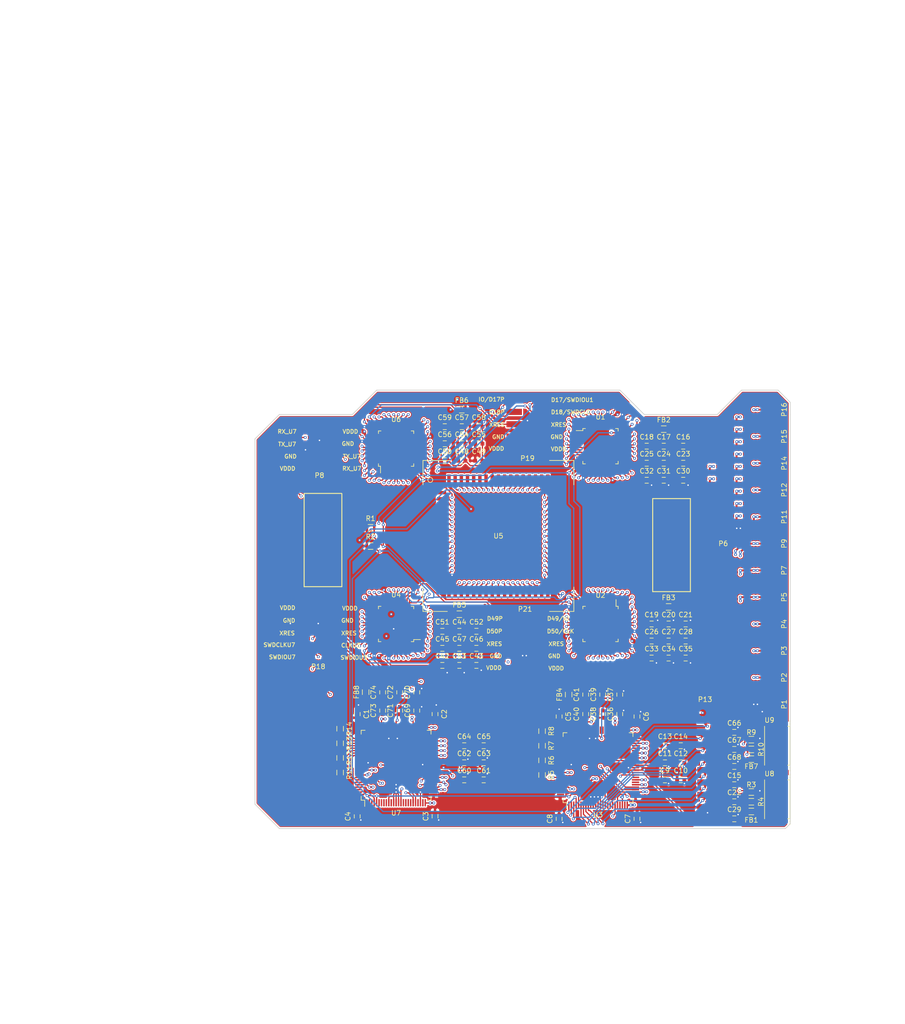
<source format=kicad_pcb>
(kicad_pcb (version 4) (host pcbnew 4.0.5)
  (layers (0 F.Cu signal) (1 In1.Cu signal) (2 In2.Cu signal) (31 B.Cu signal) (34 B.Paste user) (35 F.Paste user) (36 B.SilkS user) (37 F.SilkS user) (38 B.Mask user) (39 F.Mask user) (44 Edge.Cuts user))
  (net 0 "")
  (net 1 GND)
  (net 2 "Net-(C11-Pad1)")
  (net 3 "Net-(C16-Pad1)")
  (net 4 "Net-(C18-Pad1)")
  (net 5 "Net-(C19-Pad1)")
  (net 6 "Net-(C21-Pad1)")
  (net 7 "Net-(C36-Pad1)")
  (net 8 "Net-(C37-Pad1)")
  (net 9 "Net-(C42-Pad1)")
  (net 10 "Net-(C44-Pad1)")
  (net 11 "Net-(C48-Pad1)")
  (net 12 "Net-(C50-Pad1)")
  (net 13 "Net-(C60-Pad1)")
  (net 14 "Net-(C69-Pad1)")
  (net 15 "Net-(C70-Pad1)")
  (net 16 "Net-(FB1-Pad1)")
  (net 17 "Net-(FB7-Pad1)")
  (net 18 "Net-(P1-Pad2)")
  (net 19 "Net-(P2-Pad2)")
  (net 20 BackGate)
  (net 21 "Net-(P3-Pad2)")
  (net 22 I3)
  (net 23 "Net-(P4-Pad2)")
  (net 24 I4)
  (net 25 "Net-(P5-Pad2)")
  (net 26 I5)
  (net 27 "Net-(P6-Pad2)")
  (net 28 I7)
  (net 29 I6)
  (net 30 I8)
  (net 31 I9)
  (net 32 "Net-(P6-Pad14)")
  (net 33 I10)
  (net 34 I11)
  (net 35 I12)
  (net 36 "Net-(P7-Pad2)")
  (net 37 BT1_RX)
  (net 38 BT1_TX)
  (net 39 "Net-(P9-Pad2)")
  (net 40 BT2_RX)
  (net 41 BT2_TX)
  (net 42 "Net-(P11-Pad2)")
  (net 43 "Net-(P12-Pad2)")
  (net 44 DisplayMISO)
  (net 45 DisplaySCK)
  (net 46 DisplayMOSI)
  (net 47 DisplayCS)
  (net 48 CardCS)
  (net 49 DisplayDataOrCommand)
  (net 50 DisplayReset)
  (net 51 "Net-(P14-Pad2)")
  (net 52 "Net-(P15-Pad2)")
  (net 53 "Net-(P16-Pad2)")
  (net 54 D18)
  (net 55 D17)
  (net 56 D50)
  (net 57 D49)
  (net 58 I2C0_SCL)
  (net 59 I2C0_SDA)
  (net 60 "Net-(R3-Pad1)")
  (net 61 "Net-(R4-Pad1)")
  (net 62 "Net-(R5-Pad1)")
  (net 63 "Net-(R5-Pad2)")
  (net 64 "Net-(R6-Pad1)")
  (net 65 "Net-(R6-Pad2)")
  (net 66 "Net-(R7-Pad1)")
  (net 67 "Net-(R7-Pad2)")
  (net 68 "Net-(R8-Pad1)")
  (net 69 "Net-(R8-Pad2)")
  (net 70 "Net-(R9-Pad1)")
  (net 71 "Net-(R10-Pad1)")
  (net 72 "Net-(R11-Pad1)")
  (net 73 "Net-(R11-Pad2)")
  (net 74 "Net-(R12-Pad1)")
  (net 75 "Net-(R12-Pad2)")
  (net 76 "Net-(R13-Pad1)")
  (net 77 "Net-(R13-Pad2)")
  (net 78 "Net-(R14-Pad1)")
  (net 79 "Net-(R14-Pad2)")
  (net 80 D8)
  (net 81 D9)
  (net 82 D10)
  (net 83 D11)
  (net 84 D12)
  (net 85 D13)
  (net 86 D14)
  (net 87 D15)
  (net 88 D16)
  (net 89 D19)
  (net 90 D20)
  (net 91 D21)
  (net 92 D22)
  (net 93 D23)
  (net 94 D24)
  (net 95 D25)
  (net 96 D26)
  (net 97 D27)
  (net 98 D28)
  (net 99 D29)
  (net 100 D30)
  (net 101 D31)
  (net 102 D32)
  (net 103 D1)
  (net 104 D2)
  (net 105 D3)
  (net 106 D4)
  (net 107 D5)
  (net 108 D6)
  (net 109 D7)
  (net 110 D40)
  (net 111 D41)
  (net 112 D42)
  (net 113 D43)
  (net 114 D44)
  (net 115 D45)
  (net 116 D46)
  (net 117 D47)
  (net 118 D48)
  (net 119 D51)
  (net 120 D52)
  (net 121 D53)
  (net 122 D54)
  (net 123 D55)
  (net 124 D56)
  (net 125 D57)
  (net 126 D58)
  (net 127 D59)
  (net 128 D60)
  (net 129 D61)
  (net 130 D62)
  (net 131 D63)
  (net 132 D64)
  (net 133 D33)
  (net 134 D34)
  (net 135 D35)
  (net 136 D36)
  (net 137 D37)
  (net 138 D38)
  (net 139 D39)
  (net 140 VDDD)
  (net 141 D17P)
  (net 142 D18P)
  (net 143 D49P)
  (net 144 D50P)
  (net 145 SWDIO6)
  (net 146 SWDCLK6)
  (net 147 XRES6)
  (net 148 SWDIO5)
  (net 149 SWDCLK5)
  (net 150 XRES5)
  (net 151 XRES1)
  (net 152 XRES2)
  (net 153 XRES4)
  (net 154 XRES3)
  (net 155 "Net-(R3-Pad2)")
  (net 156 "Net-(R4-Pad2)")
  (net 157 "Net-(R9-Pad2)")
  (net 158 "Net-(R10-Pad2)")
  (module "NoyceLibrary:68_PLCC_Socket_(8468-21B1-RK-TP)" (layer F.Cu) (at 200.025 99.93)
    (fp_text reference U5 (at 0 0) (layer F.SilkS))
    (fp_text value "68_PLCC_Socket_(8468-21B1-RK-TP)")
    (pad 8 smd rect (at -11.68 -10.16) (size 1.91 0.7) (layers F.Cu F.Paste F.Mask) (net 80 D8))
    (pad 7 smd rect (at -11.68 -8.89) (size 1.91 0.7) (layers F.Cu F.Paste F.Mask) (net 109 D7))
    (pad 6 smd rect (at -11.68 -7.62) (size 1.91 0.7) (layers F.Cu F.Paste F.Mask) (net 108 D6))
    (pad 5 smd rect (at -11.68 -6.35) (size 1.91 0.7) (layers F.Cu F.Paste F.Mask) (net 107 D5))
    (pad 4 smd rect (at -11.68 -5.08) (size 1.91 0.7) (layers F.Cu F.Paste F.Mask) (net 106 D4))
    (pad 3 smd rect (at -11.68 -3.81) (size 1.91 0.7) (layers F.Cu F.Paste F.Mask) (net 105 D3))
    (pad 2 smd rect (at -11.68 -2.54) (size 1.91 0.7) (layers F.Cu F.Paste F.Mask) (net 104 D2))
    (pad 1 smd rect (at -11.68 -1.27) (size 1.91 0.7) (layers F.Cu F.Paste F.Mask) (net 103 D1))
    (pad 66 smd rect (at -11.68 0) (size 1.91 0.7) (layers F.Cu F.Paste F.Mask) (net 132 D64))
    (pad 65 smd rect (at -11.68 1.27) (size 1.91 0.7) (layers F.Cu F.Paste F.Mask) (net 131 D63))
    (pad 64 smd rect (at -11.68 2.54) (size 1.91 0.7) (layers F.Cu F.Paste F.Mask) (net 130 D62))
    (pad 63 smd rect (at -11.68 3.81) (size 1.91 0.7) (layers F.Cu F.Paste F.Mask) (net 129 D61))
    (pad 62 smd rect (at -11.68 5.08) (size 1.91 0.7) (layers F.Cu F.Paste F.Mask) (net 128 D60))
    (pad 61 smd rect (at -11.68 6.35) (size 1.91 0.7) (layers F.Cu F.Paste F.Mask) (net 127 D59))
    (pad 60 smd rect (at -11.68 7.62) (size 1.91 0.7) (layers F.Cu F.Paste F.Mask) (net 126 D58))
    (pad 59 smd rect (at -11.68 8.89) (size 1.91 0.7) (layers F.Cu F.Paste F.Mask) (net 125 D57))
    (pad 67 smd rect (at -11.68 10.16) (size 1.91 0.7) (layers F.Cu F.Paste F.Mask) (net 1 GND))
    (pad 58 smd rect (at -10.16 11.68) (size 0.7 1.91) (layers F.Cu F.Paste F.Mask) (net 124 D56))
    (pad 27 smd rect (at 11.68 -8.89) (size 1.91 0.7) (layers F.Cu F.Paste F.Mask) (net 97 D27))
    (pad 28 smd rect (at 11.68 -7.62) (size 1.91 0.7) (layers F.Cu F.Paste F.Mask) (net 98 D28))
    (pad 29 smd rect (at 11.68 -6.35) (size 1.91 0.7) (layers F.Cu F.Paste F.Mask) (net 99 D29))
    (pad 30 smd rect (at 11.68 -5.08) (size 1.91 0.7) (layers F.Cu F.Paste F.Mask) (net 100 D30))
    (pad 31 smd rect (at 11.68 -3.81) (size 1.91 0.7) (layers F.Cu F.Paste F.Mask) (net 101 D31))
    (pad 32 smd rect (at 11.68 -2.54) (size 1.91 0.7) (layers F.Cu F.Paste F.Mask) (net 102 D32))
    (pad 33 smd rect (at 11.68 -1.27) (size 1.91 0.7) (layers F.Cu F.Paste F.Mask) (net 22 I3))
    (pad 34 smd rect (at 11.68 0) (size 1.91 0.7) (layers F.Cu F.Paste F.Mask) (net 20 BackGate))
    (pad 35 smd rect (at 11.68 1.27) (size 1.91 0.7) (layers F.Cu F.Paste F.Mask) (net 133 D33))
    (pad 36 smd rect (at 11.68 2.54) (size 1.91 0.7) (layers F.Cu F.Paste F.Mask) (net 134 D34))
    (pad 37 smd rect (at 11.68 3.81) (size 1.91 0.7) (layers F.Cu F.Paste F.Mask) (net 135 D35))
    (pad 38 smd rect (at 11.68 5.08) (size 1.91 0.7) (layers F.Cu F.Paste F.Mask) (net 136 D36))
    (pad 39 smd rect (at 11.68 6.35) (size 1.91 0.7) (layers F.Cu F.Paste F.Mask) (net 137 D37))
    (pad 40 smd rect (at 11.68 7.62) (size 1.91 0.7) (layers F.Cu F.Paste F.Mask) (net 138 D38))
    (pad 41 smd rect (at 11.68 8.89) (size 1.91 0.7) (layers F.Cu F.Paste F.Mask) (net 139 D39))
    (pad 68 smd rect (at 11.68 10.16) (size 1.91 0.7) (layers F.Cu F.Paste F.Mask) (net 24 I4))
    (pad 9 smd rect (at -10.16 -11.68) (size 0.7 1.91) (layers F.Cu F.Paste F.Mask) (net 81 D9))
    (pad 10 smd rect (at -8.89 -11.68) (size 0.7 1.91) (layers F.Cu F.Paste F.Mask) (net 82 D10))
    (pad 11 smd rect (at -7.62 -11.68) (size 0.7 1.91) (layers F.Cu F.Paste F.Mask) (net 83 D11))
    (pad 12 smd rect (at -6.35 -11.68) (size 0.7 1.91) (layers F.Cu F.Paste F.Mask) (net 84 D12))
    (pad 13 smd rect (at -5.08 -11.68) (size 0.7 1.91) (layers F.Cu F.Paste F.Mask) (net 85 D13))
    (pad 14 smd rect (at -3.81 -11.68) (size 0.7 1.91) (layers F.Cu F.Paste F.Mask) (net 86 D14))
    (pad 15 smd rect (at -2.54 -11.68) (size 0.7 1.91) (layers F.Cu F.Paste F.Mask) (net 87 D15))
    (pad 16 smd rect (at -1.27 -11.68) (size 0.7 1.91) (layers F.Cu F.Paste F.Mask) (net 88 D16))
    (pad 17 smd rect (at 0 -11.68) (size 0.7 1.91) (layers F.Cu F.Paste F.Mask) (net 55 D17))
    (pad 18 smd rect (at 1.27 -11.68) (size 0.7 1.91) (layers F.Cu F.Paste F.Mask) (net 54 D18))
    (pad 19 smd rect (at 2.54 -11.68) (size 0.7 1.91) (layers F.Cu F.Paste F.Mask) (net 89 D19))
    (pad 20 smd rect (at 3.81 -11.68) (size 0.7 1.91) (layers F.Cu F.Paste F.Mask) (net 90 D20))
    (pad 21 smd rect (at 5.08 -11.68) (size 0.7 1.91) (layers F.Cu F.Paste F.Mask) (net 91 D21))
    (pad 22 smd rect (at 6.35 -11.68) (size 0.7 1.91) (layers F.Cu F.Paste F.Mask) (net 92 D22))
    (pad 23 smd rect (at 7.62 -11.68) (size 0.7 1.91) (layers F.Cu F.Paste F.Mask) (net 93 D23))
    (pad 24 smd rect (at 8.89 -11.68) (size 0.7 1.91) (layers F.Cu F.Paste F.Mask) (net 94 D24))
    (pad 25 smd rect (at 10.16 -11.68) (size 0.7 1.91) (layers F.Cu F.Paste F.Mask) (net 95 D25))
    (pad 57 smd rect (at -8.89 11.68) (size 0.7 1.91) (layers F.Cu F.Paste F.Mask) (net 123 D55))
    (pad 56 smd rect (at -7.62 11.68) (size 0.7 1.91) (layers F.Cu F.Paste F.Mask) (net 122 D54))
    (pad 55 smd rect (at -6.35 11.68) (size 0.7 1.91) (layers F.Cu F.Paste F.Mask) (net 121 D53))
    (pad 54 smd rect (at -5.08 11.68) (size 0.7 1.91) (layers F.Cu F.Paste F.Mask) (net 120 D52))
    (pad 53 smd rect (at -3.81 11.68) (size 0.7 1.91) (layers F.Cu F.Paste F.Mask) (net 119 D51))
    (pad 52 smd rect (at -2.54 11.68) (size 0.7 1.91) (layers F.Cu F.Paste F.Mask) (net 56 D50))
    (pad 51 smd rect (at -1.27 11.68) (size 0.7 1.91) (layers F.Cu F.Paste F.Mask) (net 57 D49))
    (pad 50 smd rect (at 0 11.68) (size 0.7 1.91) (layers F.Cu F.Paste F.Mask) (net 118 D48))
    (pad 49 smd rect (at 1.27 11.68) (size 0.7 1.91) (layers F.Cu F.Paste F.Mask) (net 117 D47))
    (pad 48 smd rect (at 2.54 11.68) (size 0.7 1.91) (layers F.Cu F.Paste F.Mask) (net 116 D46))
    (pad 47 smd rect (at 3.81 11.68) (size 0.7 1.91) (layers F.Cu F.Paste F.Mask) (net 115 D45))
    (pad 46 smd rect (at 5.08 11.68) (size 0.7 1.91) (layers F.Cu F.Paste F.Mask) (net 114 D44))
    (pad 45 smd rect (at 6.35 11.68) (size 0.7 1.91) (layers F.Cu F.Paste F.Mask) (net 113 D43))
    (pad 44 smd rect (at 7.62 11.68) (size 0.7 1.91) (layers F.Cu F.Paste F.Mask) (net 112 D42))
    (pad 43 smd rect (at 8.89 11.68) (size 0.7 1.91) (layers F.Cu F.Paste F.Mask) (net 111 D41))
    (pad 42 smd rect (at 10.16 11.68) (size 0.7 1.91) (layers F.Cu F.Paste F.Mask) (net 110 D40))
    (pad 26 smd rect (at 11.68 -10.16) (size 1.91 0.7) (layers F.Cu F.Paste F.Mask) (net 96 D26))
  )
  (module Capacitors_SMD:C_0603 (layer F.Cu) (at 171 136.5 270)
    (fp_text reference C1 (at 0 -1.9 270) (layer F.SilkS))
    (fp_text value 0.1uF)
    (pad 1 smd rect (at -0.75 0 270) (size 0.8 0.75) (layers F.Cu F.Paste F.Mask) (net 1 GND))
    (pad 2 smd rect (at 0.75 0 270) (size 0.8 0.75) (layers F.Cu F.Paste F.Mask) (net 140 VDDD))
  )
  (module Capacitors_SMD:C_0603 (layer F.Cu) (at 187 136.5 270)
    (fp_text reference C2 (at 0 -1.9 270) (layer F.SilkS))
    (fp_text value 0.1uF)
    (pad 1 smd rect (at -0.75 0 270) (size 0.8 0.75) (layers F.Cu F.Paste F.Mask) (net 1 GND))
    (pad 2 smd rect (at 0.75 0 270) (size 0.8 0.75) (layers F.Cu F.Paste F.Mask) (net 140 VDDD))
  )
  (module Capacitors_SMD:C_0603 (layer F.Cu) (at 187 157.5 90)
    (fp_text reference C3 (at 0 -1.9 90) (layer F.SilkS))
    (fp_text value 0.1uF)
    (pad 1 smd rect (at -0.75 0 90) (size 0.8 0.75) (layers F.Cu F.Paste F.Mask) (net 1 GND))
    (pad 2 smd rect (at 0.75 0 90) (size 0.8 0.75) (layers F.Cu F.Paste F.Mask) (net 140 VDDD))
  )
  (module Capacitors_SMD:C_0603 (layer F.Cu) (at 171 157.5 90)
    (fp_text reference C4 (at 0 -1.9 90) (layer F.SilkS))
    (fp_text value 0.1uF)
    (pad 1 smd rect (at -0.75 0 90) (size 0.8 0.75) (layers F.Cu F.Paste F.Mask) (net 1 GND))
    (pad 2 smd rect (at 0.75 0 90) (size 0.8 0.75) (layers F.Cu F.Paste F.Mask) (net 140 VDDD))
  )
  (module Capacitors_SMD:C_0603 (layer F.Cu) (at 212.5 137 270)
    (fp_text reference C5 (at 0 -1.9 270) (layer F.SilkS))
    (fp_text value 0.1uF)
    (pad 1 smd rect (at -0.75 0 270) (size 0.8 0.75) (layers F.Cu F.Paste F.Mask) (net 1 GND))
    (pad 2 smd rect (at 0.75 0 270) (size 0.8 0.75) (layers F.Cu F.Paste F.Mask) (net 140 VDDD))
  )
  (module Capacitors_SMD:C_0603 (layer F.Cu) (at 228.5 137 270)
    (fp_text reference C6 (at 0 -1.9 270) (layer F.SilkS))
    (fp_text value 0.1uF)
    (pad 1 smd rect (at -0.75 0 270) (size 0.8 0.75) (layers F.Cu F.Paste F.Mask) (net 1 GND))
    (pad 2 smd rect (at 0.75 0 270) (size 0.8 0.75) (layers F.Cu F.Paste F.Mask) (net 140 VDDD))
  )
  (module Capacitors_SMD:C_0603 (layer F.Cu) (at 228.5 158 90)
    (fp_text reference C7 (at 0 -1.9 90) (layer F.SilkS))
    (fp_text value 0.1uF)
    (pad 1 smd rect (at -0.75 0 90) (size 0.8 0.75) (layers F.Cu F.Paste F.Mask) (net 1 GND))
    (pad 2 smd rect (at 0.75 0 90) (size 0.8 0.75) (layers F.Cu F.Paste F.Mask) (net 140 VDDD))
  )
  (module Capacitors_SMD:C_0603 (layer F.Cu) (at 212.5 158 90)
    (fp_text reference C8 (at 0 -1.9 90) (layer F.SilkS))
    (fp_text value 0.1uF)
    (pad 1 smd rect (at -0.75 0 90) (size 0.8 0.75) (layers F.Cu F.Paste F.Mask) (net 1 GND))
    (pad 2 smd rect (at 0.75 0 90) (size 0.8 0.75) (layers F.Cu F.Paste F.Mask) (net 140 VDDD))
  )
  (module Capacitors_SMD:C_0603 (layer F.Cu) (at 234.25 150)
    (fp_text reference C9 (at 0 -1.9) (layer F.SilkS))
    (fp_text value 47uF)
    (pad 1 smd rect (at -0.75 0) (size 0.8 0.75) (layers F.Cu F.Paste F.Mask) (net 2 "Net-(C11-Pad1)"))
    (pad 2 smd rect (at 0.75 0) (size 0.8 0.75) (layers F.Cu F.Paste F.Mask) (net 1 GND))
  )
  (module Capacitors_SMD:C_0603 (layer F.Cu) (at 237.5 150)
    (fp_text reference C10 (at 0 -1.9) (layer F.SilkS))
    (fp_text value 47uF)
    (pad 1 smd rect (at -0.75 0) (size 0.8 0.75) (layers F.Cu F.Paste F.Mask) (net 140 VDDD))
    (pad 2 smd rect (at 0.75 0) (size 0.8 0.75) (layers F.Cu F.Paste F.Mask) (net 1 GND))
  )
  (module Capacitors_SMD:C_0603 (layer F.Cu) (at 234.25 146.5)
    (fp_text reference C11 (at 0 -1.9) (layer F.SilkS))
    (fp_text value 1uF)
    (pad 1 smd rect (at -0.75 0) (size 0.8 0.75) (layers F.Cu F.Paste F.Mask) (net 2 "Net-(C11-Pad1)"))
    (pad 2 smd rect (at 0.75 0) (size 0.8 0.75) (layers F.Cu F.Paste F.Mask) (net 1 GND))
  )
  (module Capacitors_SMD:C_0603 (layer F.Cu) (at 237.5 146.5)
    (fp_text reference C12 (at 0 -1.9) (layer F.SilkS))
    (fp_text value 1uF)
    (pad 1 smd rect (at -0.75 0) (size 0.8 0.75) (layers F.Cu F.Paste F.Mask) (net 140 VDDD))
    (pad 2 smd rect (at 0.75 0) (size 0.8 0.75) (layers F.Cu F.Paste F.Mask) (net 1 GND))
  )
  (module Capacitors_SMD:C_0603 (layer F.Cu) (at 234.25 143)
    (fp_text reference C13 (at 0 -1.9) (layer F.SilkS))
    (fp_text value 0.1uF)
    (pad 1 smd rect (at -0.75 0) (size 0.8 0.75) (layers F.Cu F.Paste F.Mask) (net 2 "Net-(C11-Pad1)"))
    (pad 2 smd rect (at 0.75 0) (size 0.8 0.75) (layers F.Cu F.Paste F.Mask) (net 1 GND))
  )
  (module Capacitors_SMD:C_0603 (layer F.Cu) (at 237.5 143)
    (fp_text reference C14 (at 0 -1.9) (layer F.SilkS))
    (fp_text value 0.1uF)
    (pad 1 smd rect (at -0.75 0) (size 0.8 0.75) (layers F.Cu F.Paste F.Mask) (net 140 VDDD))
    (pad 2 smd rect (at 0.75 0) (size 0.8 0.75) (layers F.Cu F.Paste F.Mask) (net 1 GND))
  )
  (module Capacitors_SMD:C_0603 (layer F.Cu) (at 248.5 151)
    (fp_text reference C15 (at 0 -1.9) (layer F.SilkS))
    (fp_text value 47uF)
    (pad 1 smd rect (at -0.75 0) (size 0.8 0.75) (layers F.Cu F.Paste F.Mask) (net 140 VDDD))
    (pad 2 smd rect (at 0.75 0) (size 0.8 0.75) (layers F.Cu F.Paste F.Mask) (net 1 GND))
  )
  (module Capacitors_SMD:C_0603 (layer F.Cu) (at 238 81.5)
    (fp_text reference C16 (at 0 -1.9) (layer F.SilkS))
    (fp_text value 47uF)
    (pad 1 smd rect (at -0.75 0) (size 0.8 0.75) (layers F.Cu F.Paste F.Mask) (net 3 "Net-(C16-Pad1)"))
    (pad 2 smd rect (at 0.75 0) (size 0.8 0.75) (layers F.Cu F.Paste F.Mask) (net 1 GND))
  )
  (module Capacitors_SMD:C_0603 (layer F.Cu) (at 234 81.5)
    (fp_text reference C17 (at 0 -1.9) (layer F.SilkS))
    (fp_text value 47uF)
    (pad 1 smd rect (at -0.75 0) (size 0.8 0.75) (layers F.Cu F.Paste F.Mask) (net 140 VDDD))
    (pad 2 smd rect (at 0.75 0) (size 0.8 0.75) (layers F.Cu F.Paste F.Mask) (net 1 GND))
  )
  (module Capacitors_SMD:C_0603 (layer F.Cu) (at 230.5 81.5)
    (fp_text reference C18 (at 0 -1.9) (layer F.SilkS))
    (fp_text value 47uF)
    (pad 1 smd rect (at -0.75 0) (size 0.8 0.75) (layers F.Cu F.Paste F.Mask) (net 4 "Net-(C18-Pad1)"))
    (pad 2 smd rect (at 0.75 0) (size 0.8 0.75) (layers F.Cu F.Paste F.Mask) (net 1 GND))
  )
  (module Capacitors_SMD:C_0603 (layer F.Cu) (at 231.5 118)
    (fp_text reference C19 (at 0 -1.9) (layer F.SilkS))
    (fp_text value 47uF)
    (pad 1 smd rect (at -0.75 0) (size 0.8 0.75) (layers F.Cu F.Paste F.Mask) (net 5 "Net-(C19-Pad1)"))
    (pad 2 smd rect (at 0.75 0) (size 0.8 0.75) (layers F.Cu F.Paste F.Mask) (net 1 GND))
  )
  (module Capacitors_SMD:C_0603 (layer F.Cu) (at 235 118)
    (fp_text reference C20 (at 0 -1.9) (layer F.SilkS))
    (fp_text value 47uF)
    (pad 1 smd rect (at -0.75 0) (size 0.8 0.75) (layers F.Cu F.Paste F.Mask) (net 140 VDDD))
    (pad 2 smd rect (at 0.75 0) (size 0.8 0.75) (layers F.Cu F.Paste F.Mask) (net 1 GND))
  )
  (module Capacitors_SMD:C_0603 (layer F.Cu) (at 238.5 118)
    (fp_text reference C21 (at 0 -1.9) (layer F.SilkS))
    (fp_text value 47uF)
    (pad 1 smd rect (at -0.75 0) (size 0.8 0.75) (layers F.Cu F.Paste F.Mask) (net 6 "Net-(C21-Pad1)"))
    (pad 2 smd rect (at 0.75 0) (size 0.8 0.75) (layers F.Cu F.Paste F.Mask) (net 1 GND))
  )
  (module Capacitors_SMD:C_0603 (layer F.Cu) (at 248.5 154.5)
    (fp_text reference C22 (at 0 -1.9) (layer F.SilkS))
    (fp_text value 1uF)
    (pad 1 smd rect (at -0.75 0) (size 0.8 0.75) (layers F.Cu F.Paste F.Mask) (net 140 VDDD))
    (pad 2 smd rect (at 0.75 0) (size 0.8 0.75) (layers F.Cu F.Paste F.Mask) (net 1 GND))
  )
  (module Capacitors_SMD:C_0603 (layer F.Cu) (at 238 85)
    (fp_text reference C23 (at 0 -1.9) (layer F.SilkS))
    (fp_text value 1uF)
    (pad 1 smd rect (at -0.75 0) (size 0.8 0.75) (layers F.Cu F.Paste F.Mask) (net 3 "Net-(C16-Pad1)"))
    (pad 2 smd rect (at 0.75 0) (size 0.8 0.75) (layers F.Cu F.Paste F.Mask) (net 1 GND))
  )
  (module Capacitors_SMD:C_0603 (layer F.Cu) (at 234 85)
    (fp_text reference C24 (at 0 -1.9) (layer F.SilkS))
    (fp_text value 1uF)
    (pad 1 smd rect (at -0.75 0) (size 0.8 0.75) (layers F.Cu F.Paste F.Mask) (net 140 VDDD))
    (pad 2 smd rect (at 0.75 0) (size 0.8 0.75) (layers F.Cu F.Paste F.Mask) (net 1 GND))
  )
  (module Capacitors_SMD:C_0603 (layer F.Cu) (at 230.5 85)
    (fp_text reference C25 (at 0 -1.9) (layer F.SilkS))
    (fp_text value 1uF)
    (pad 1 smd rect (at -0.75 0) (size 0.8 0.75) (layers F.Cu F.Paste F.Mask) (net 4 "Net-(C18-Pad1)"))
    (pad 2 smd rect (at 0.75 0) (size 0.8 0.75) (layers F.Cu F.Paste F.Mask) (net 1 GND))
  )
  (module Capacitors_SMD:C_0603 (layer F.Cu) (at 231.5 121.5)
    (fp_text reference C26 (at 0 -1.9) (layer F.SilkS))
    (fp_text value 1uF)
    (pad 1 smd rect (at -0.75 0) (size 0.8 0.75) (layers F.Cu F.Paste F.Mask) (net 5 "Net-(C19-Pad1)"))
    (pad 2 smd rect (at 0.75 0) (size 0.8 0.75) (layers F.Cu F.Paste F.Mask) (net 1 GND))
  )
  (module Capacitors_SMD:C_0603 (layer F.Cu) (at 235 121.5)
    (fp_text reference C27 (at 0 -1.9) (layer F.SilkS))
    (fp_text value 1uF)
    (pad 1 smd rect (at -0.75 0) (size 0.8 0.75) (layers F.Cu F.Paste F.Mask) (net 140 VDDD))
    (pad 2 smd rect (at 0.75 0) (size 0.8 0.75) (layers F.Cu F.Paste F.Mask) (net 1 GND))
  )
  (module Capacitors_SMD:C_0603 (layer F.Cu) (at 238.5 121.5)
    (fp_text reference C28 (at 0 -1.9) (layer F.SilkS))
    (fp_text value 1uF)
    (pad 1 smd rect (at -0.75 0) (size 0.8 0.75) (layers F.Cu F.Paste F.Mask) (net 6 "Net-(C21-Pad1)"))
    (pad 2 smd rect (at 0.75 0) (size 0.8 0.75) (layers F.Cu F.Paste F.Mask) (net 1 GND))
  )
  (module Capacitors_SMD:C_0603 (layer F.Cu) (at 248.5 158)
    (fp_text reference C29 (at 0 -1.9) (layer F.SilkS))
    (fp_text value 0.1uF)
    (pad 1 smd rect (at -0.75 0) (size 0.8 0.75) (layers F.Cu F.Paste F.Mask) (net 140 VDDD))
    (pad 2 smd rect (at 0.75 0) (size 0.8 0.75) (layers F.Cu F.Paste F.Mask) (net 1 GND))
  )
  (module Capacitors_SMD:C_0603 (layer F.Cu) (at 238 88.5)
    (fp_text reference C30 (at 0 -1.9) (layer F.SilkS))
    (fp_text value 0.1uF)
    (pad 1 smd rect (at -0.75 0) (size 0.8 0.75) (layers F.Cu F.Paste F.Mask) (net 3 "Net-(C16-Pad1)"))
    (pad 2 smd rect (at 0.75 0) (size 0.8 0.75) (layers F.Cu F.Paste F.Mask) (net 1 GND))
  )
  (module Capacitors_SMD:C_0603 (layer F.Cu) (at 234 88.5)
    (fp_text reference C31 (at 0 -1.9) (layer F.SilkS))
    (fp_text value 0.1uF)
    (pad 1 smd rect (at -0.75 0) (size 0.8 0.75) (layers F.Cu F.Paste F.Mask) (net 140 VDDD))
    (pad 2 smd rect (at 0.75 0) (size 0.8 0.75) (layers F.Cu F.Paste F.Mask) (net 1 GND))
  )
  (module Capacitors_SMD:C_0603 (layer F.Cu) (at 230.5 88.5)
    (fp_text reference C32 (at 0 -1.9) (layer F.SilkS))
    (fp_text value 0.1uF)
    (pad 1 smd rect (at -0.75 0) (size 0.8 0.75) (layers F.Cu F.Paste F.Mask) (net 4 "Net-(C18-Pad1)"))
    (pad 2 smd rect (at 0.75 0) (size 0.8 0.75) (layers F.Cu F.Paste F.Mask) (net 1 GND))
  )
  (module Capacitors_SMD:C_0603 (layer F.Cu) (at 231.5 125)
    (fp_text reference C33 (at 0 -1.9) (layer F.SilkS))
    (fp_text value 0.1uF)
    (pad 1 smd rect (at -0.75 0) (size 0.8 0.75) (layers F.Cu F.Paste F.Mask) (net 5 "Net-(C19-Pad1)"))
    (pad 2 smd rect (at 0.75 0) (size 0.8 0.75) (layers F.Cu F.Paste F.Mask) (net 1 GND))
  )
  (module Capacitors_SMD:C_0603 (layer F.Cu) (at 235 125)
    (fp_text reference C34 (at 0 -1.9) (layer F.SilkS))
    (fp_text value 0.1uF)
    (pad 1 smd rect (at -0.75 0) (size 0.8 0.75) (layers F.Cu F.Paste F.Mask) (net 140 VDDD))
    (pad 2 smd rect (at 0.75 0) (size 0.8 0.75) (layers F.Cu F.Paste F.Mask) (net 1 GND))
  )
  (module Capacitors_SMD:C_0603 (layer F.Cu) (at 238.5 125)
    (fp_text reference C35 (at 0 -1.9) (layer F.SilkS))
    (fp_text value 0.1uF)
    (pad 1 smd rect (at -0.75 0) (size 0.8 0.75) (layers F.Cu F.Paste F.Mask) (net 6 "Net-(C21-Pad1)"))
    (pad 2 smd rect (at 0.75 0) (size 0.8 0.75) (layers F.Cu F.Paste F.Mask) (net 1 GND))
  )
  (module Capacitors_SMD:C_0603 (layer F.Cu) (at 224.962 136.499 90)
    (fp_text reference C36 (at 0 -1.9 90) (layer F.SilkS))
    (fp_text value 47uF)
    (pad 1 smd rect (at -0.75 0 90) (size 0.8 0.75) (layers F.Cu F.Paste F.Mask) (net 7 "Net-(C36-Pad1)"))
    (pad 2 smd rect (at 0.75 0 90) (size 0.8 0.75) (layers F.Cu F.Paste F.Mask) (net 1 GND))
  )
  (module Capacitors_SMD:C_0603 (layer F.Cu) (at 224.962 132.499 90)
    (fp_text reference C37 (at 0 -1.9 90) (layer F.SilkS))
    (fp_text value 47uF)
    (pad 1 smd rect (at -0.75 0 90) (size 0.8 0.75) (layers F.Cu F.Paste F.Mask) (net 8 "Net-(C37-Pad1)"))
    (pad 2 smd rect (at 0.75 0 90) (size 0.8 0.75) (layers F.Cu F.Paste F.Mask) (net 1 GND))
  )
  (module Capacitors_SMD:C_0603 (layer F.Cu) (at 221.462 136.499 90)
    (fp_text reference C38 (at 0 -1.9 90) (layer F.SilkS))
    (fp_text value 1uF)
    (pad 1 smd rect (at -0.75 0 90) (size 0.8 0.75) (layers F.Cu F.Paste F.Mask) (net 7 "Net-(C36-Pad1)"))
    (pad 2 smd rect (at 0.75 0 90) (size 0.8 0.75) (layers F.Cu F.Paste F.Mask) (net 1 GND))
  )
  (module Capacitors_SMD:C_0603 (layer F.Cu) (at 221.462 132.499 90)
    (fp_text reference C39 (at 0 -1.9 90) (layer F.SilkS))
    (fp_text value 1uF)
    (pad 1 smd rect (at -0.75 0 90) (size 0.8 0.75) (layers F.Cu F.Paste F.Mask) (net 8 "Net-(C37-Pad1)"))
    (pad 2 smd rect (at 0.75 0 90) (size 0.8 0.75) (layers F.Cu F.Paste F.Mask) (net 1 GND))
  )
  (module Capacitors_SMD:C_0603 (layer F.Cu) (at 217.962 136.499 90)
    (fp_text reference C40 (at 0 -1.9 90) (layer F.SilkS))
    (fp_text value 0.1uF)
    (pad 1 smd rect (at -0.75 0 90) (size 0.8 0.75) (layers F.Cu F.Paste F.Mask) (net 7 "Net-(C36-Pad1)"))
    (pad 2 smd rect (at 0.75 0 90) (size 0.8 0.75) (layers F.Cu F.Paste F.Mask) (net 1 GND))
  )
  (module Capacitors_SMD:C_0603 (layer F.Cu) (at 217.962 132.499 90)
    (fp_text reference C41 (at 0 -1.9 90) (layer F.SilkS))
    (fp_text value 0.1uF)
    (pad 1 smd rect (at -0.75 0 90) (size 0.8 0.75) (layers F.Cu F.Paste F.Mask) (net 8 "Net-(C37-Pad1)"))
    (pad 2 smd rect (at 0.75 0 90) (size 0.8 0.75) (layers F.Cu F.Paste F.Mask) (net 1 GND))
  )
  (module Capacitors_SMD:C_0603 (layer F.Cu) (at 188.5 126.5)
    (fp_text reference C42 (at 0 -1.9) (layer F.SilkS))
    (fp_text value 47uF)
    (pad 1 smd rect (at -0.75 0) (size 0.8 0.75) (layers F.Cu F.Paste F.Mask) (net 9 "Net-(C42-Pad1)"))
    (pad 2 smd rect (at 0.75 0) (size 0.8 0.75) (layers F.Cu F.Paste F.Mask) (net 1 GND))
  )
  (module Capacitors_SMD:C_0603 (layer F.Cu) (at 195.5 126.5)
    (fp_text reference C43 (at 0 -1.9) (layer F.SilkS))
    (fp_text value 47uF)
    (pad 1 smd rect (at -0.75 0) (size 0.8 0.75) (layers F.Cu F.Paste F.Mask) (net 140 VDDD))
    (pad 2 smd rect (at 0.75 0) (size 0.8 0.75) (layers F.Cu F.Paste F.Mask) (net 1 GND))
  )
  (module Capacitors_SMD:C_0603 (layer F.Cu) (at 192 119.5)
    (fp_text reference C44 (at 0 -1.9) (layer F.SilkS))
    (fp_text value 47uF)
    (pad 1 smd rect (at -0.75 0) (size 0.8 0.75) (layers F.Cu F.Paste F.Mask) (net 10 "Net-(C44-Pad1)"))
    (pad 2 smd rect (at 0.75 0) (size 0.8 0.75) (layers F.Cu F.Paste F.Mask) (net 1 GND))
  )
  (module Capacitors_SMD:C_0603 (layer F.Cu) (at 188.5 123)
    (fp_text reference C45 (at 0 -1.9) (layer F.SilkS))
    (fp_text value 1uF)
    (pad 1 smd rect (at -0.75 0) (size 0.8 0.75) (layers F.Cu F.Paste F.Mask) (net 9 "Net-(C42-Pad1)"))
    (pad 2 smd rect (at 0.75 0) (size 0.8 0.75) (layers F.Cu F.Paste F.Mask) (net 1 GND))
  )
  (module Capacitors_SMD:C_0603 (layer F.Cu) (at 195.5 123)
    (fp_text reference C46 (at 0 -1.9) (layer F.SilkS))
    (fp_text value 1uF)
    (pad 1 smd rect (at -0.75 0) (size 0.8 0.75) (layers F.Cu F.Paste F.Mask) (net 140 VDDD))
    (pad 2 smd rect (at 0.75 0) (size 0.8 0.75) (layers F.Cu F.Paste F.Mask) (net 1 GND))
  )
  (module Capacitors_SMD:C_0603 (layer F.Cu) (at 192 123)
    (fp_text reference C47 (at 0 -1.9) (layer F.SilkS))
    (fp_text value 1uF)
    (pad 1 smd rect (at -0.75 0) (size 0.8 0.75) (layers F.Cu F.Paste F.Mask) (net 10 "Net-(C44-Pad1)"))
    (pad 2 smd rect (at 0.75 0) (size 0.8 0.75) (layers F.Cu F.Paste F.Mask) (net 1 GND))
  )
  (module Capacitors_SMD:C_0603 (layer F.Cu) (at 192.5 84.5)
    (fp_text reference C48 (at 0 -1.9) (layer F.SilkS))
    (fp_text value 47uF)
    (pad 1 smd rect (at -0.75 0) (size 0.8 0.75) (layers F.Cu F.Paste F.Mask) (net 11 "Net-(C48-Pad1)"))
    (pad 2 smd rect (at 0.75 0) (size 0.8 0.75) (layers F.Cu F.Paste F.Mask) (net 1 GND))
  )
  (module Capacitors_SMD:C_0603 (layer F.Cu) (at 196 84.5)
    (fp_text reference C49 (at 0 -1.9) (layer F.SilkS))
    (fp_text value 47uF)
    (pad 1 smd rect (at -0.75 0) (size 0.8 0.75) (layers F.Cu F.Paste F.Mask) (net 140 VDDD))
    (pad 2 smd rect (at 0.75 0) (size 0.8 0.75) (layers F.Cu F.Paste F.Mask) (net 1 GND))
  )
  (module Capacitors_SMD:C_0603 (layer F.Cu) (at 189 84.5)
    (fp_text reference C50 (at 0 -1.9) (layer F.SilkS))
    (fp_text value 47uF)
    (pad 1 smd rect (at -0.75 0) (size 0.8 0.75) (layers F.Cu F.Paste F.Mask) (net 12 "Net-(C50-Pad1)"))
    (pad 2 smd rect (at 0.75 0) (size 0.8 0.75) (layers F.Cu F.Paste F.Mask) (net 1 GND))
  )
  (module Capacitors_SMD:C_0603 (layer F.Cu) (at 188.5 119.5)
    (fp_text reference C51 (at 0 -1.9) (layer F.SilkS))
    (fp_text value 0.1uF)
    (pad 1 smd rect (at -0.75 0) (size 0.8 0.75) (layers F.Cu F.Paste F.Mask) (net 9 "Net-(C42-Pad1)"))
    (pad 2 smd rect (at 0.75 0) (size 0.8 0.75) (layers F.Cu F.Paste F.Mask) (net 1 GND))
  )
  (module Capacitors_SMD:C_0603 (layer F.Cu) (at 195.5 119.5)
    (fp_text reference C52 (at 0 -1.9) (layer F.SilkS))
    (fp_text value 0.1uF)
    (pad 1 smd rect (at -0.75 0) (size 0.8 0.75) (layers F.Cu F.Paste F.Mask) (net 140 VDDD))
    (pad 2 smd rect (at 0.75 0) (size 0.8 0.75) (layers F.Cu F.Paste F.Mask) (net 1 GND))
  )
  (module Capacitors_SMD:C_0603 (layer F.Cu) (at 192 126.5)
    (fp_text reference C53 (at 0 -1.9) (layer F.SilkS))
    (fp_text value 0.1uF)
    (pad 1 smd rect (at -0.75 0) (size 0.8 0.75) (layers F.Cu F.Paste F.Mask) (net 10 "Net-(C44-Pad1)"))
    (pad 2 smd rect (at 0.75 0) (size 0.8 0.75) (layers F.Cu F.Paste F.Mask) (net 1 GND))
  )
  (module Capacitors_SMD:C_0603 (layer F.Cu) (at 192.5 81)
    (fp_text reference C54 (at 0 -1.9) (layer F.SilkS))
    (fp_text value 1uF)
    (pad 1 smd rect (at -0.75 0) (size 0.8 0.75) (layers F.Cu F.Paste F.Mask) (net 11 "Net-(C48-Pad1)"))
    (pad 2 smd rect (at 0.75 0) (size 0.8 0.75) (layers F.Cu F.Paste F.Mask) (net 1 GND))
  )
  (module Capacitors_SMD:C_0603 (layer F.Cu) (at 196 81)
    (fp_text reference C55 (at 0 -1.9) (layer F.SilkS))
    (fp_text value 1uF)
    (pad 1 smd rect (at -0.75 0) (size 0.8 0.75) (layers F.Cu F.Paste F.Mask) (net 140 VDDD))
    (pad 2 smd rect (at 0.75 0) (size 0.8 0.75) (layers F.Cu F.Paste F.Mask) (net 1 GND))
  )
  (module Capacitors_SMD:C_0603 (layer F.Cu) (at 189 81)
    (fp_text reference C56 (at 0 -1.9) (layer F.SilkS))
    (fp_text value 1uF)
    (pad 1 smd rect (at -0.75 0) (size 0.8 0.75) (layers F.Cu F.Paste F.Mask) (net 12 "Net-(C50-Pad1)"))
    (pad 2 smd rect (at 0.75 0) (size 0.8 0.75) (layers F.Cu F.Paste F.Mask) (net 1 GND))
  )
  (module Capacitors_SMD:C_0603 (layer F.Cu) (at 192.5 77.5)
    (fp_text reference C57 (at 0 -1.9) (layer F.SilkS))
    (fp_text value 0.1uF)
    (pad 1 smd rect (at -0.75 0) (size 0.8 0.75) (layers F.Cu F.Paste F.Mask) (net 11 "Net-(C48-Pad1)"))
    (pad 2 smd rect (at 0.75 0) (size 0.8 0.75) (layers F.Cu F.Paste F.Mask) (net 1 GND))
  )
  (module Capacitors_SMD:C_0603 (layer F.Cu) (at 196 77.5)
    (fp_text reference C58 (at 0 -1.9) (layer F.SilkS))
    (fp_text value 0.1uF)
    (pad 1 smd rect (at -0.75 0) (size 0.8 0.75) (layers F.Cu F.Paste F.Mask) (net 140 VDDD))
    (pad 2 smd rect (at 0.75 0) (size 0.8 0.75) (layers F.Cu F.Paste F.Mask) (net 1 GND))
  )
  (module Capacitors_SMD:C_0603 (layer F.Cu) (at 189 77.5)
    (fp_text reference C59 (at 0 -1.9) (layer F.SilkS))
    (fp_text value 0.1uF)
    (pad 1 smd rect (at -0.75 0) (size 0.8 0.75) (layers F.Cu F.Paste F.Mask) (net 12 "Net-(C50-Pad1)"))
    (pad 2 smd rect (at 0.75 0) (size 0.8 0.75) (layers F.Cu F.Paste F.Mask) (net 1 GND))
  )
  (module Capacitors_SMD:C_0603 (layer F.Cu) (at 193 150)
    (fp_text reference C60 (at 0 -1.9) (layer F.SilkS))
    (fp_text value 47uF)
    (pad 1 smd rect (at -0.75 0) (size 0.8 0.75) (layers F.Cu F.Paste F.Mask) (net 13 "Net-(C60-Pad1)"))
    (pad 2 smd rect (at 0.75 0) (size 0.8 0.75) (layers F.Cu F.Paste F.Mask) (net 1 GND))
  )
  (module Capacitors_SMD:C_0603 (layer F.Cu) (at 197 150)
    (fp_text reference C61 (at 0 -1.9) (layer F.SilkS))
    (fp_text value 47uF)
    (pad 1 smd rect (at -0.75 0) (size 0.8 0.75) (layers F.Cu F.Paste F.Mask) (net 140 VDDD))
    (pad 2 smd rect (at 0.75 0) (size 0.8 0.75) (layers F.Cu F.Paste F.Mask) (net 1 GND))
  )
  (module Capacitors_SMD:C_0603 (layer F.Cu) (at 193 146.5)
    (fp_text reference C62 (at 0 -1.9) (layer F.SilkS))
    (fp_text value 1uF)
    (pad 1 smd rect (at -0.75 0) (size 0.8 0.75) (layers F.Cu F.Paste F.Mask) (net 13 "Net-(C60-Pad1)"))
    (pad 2 smd rect (at 0.75 0) (size 0.8 0.75) (layers F.Cu F.Paste F.Mask) (net 1 GND))
  )
  (module Capacitors_SMD:C_0603 (layer F.Cu) (at 197 146.5)
    (fp_text reference C63 (at 0 -1.9) (layer F.SilkS))
    (fp_text value 1uF)
    (pad 1 smd rect (at -0.75 0) (size 0.8 0.75) (layers F.Cu F.Paste F.Mask) (net 140 VDDD))
    (pad 2 smd rect (at 0.75 0) (size 0.8 0.75) (layers F.Cu F.Paste F.Mask) (net 1 GND))
  )
  (module Capacitors_SMD:C_0603 (layer F.Cu) (at 193 143)
    (fp_text reference C64 (at 0 -1.9) (layer F.SilkS))
    (fp_text value 0.1uF)
    (pad 1 smd rect (at -0.75 0) (size 0.8 0.75) (layers F.Cu F.Paste F.Mask) (net 13 "Net-(C60-Pad1)"))
    (pad 2 smd rect (at 0.75 0) (size 0.8 0.75) (layers F.Cu F.Paste F.Mask) (net 1 GND))
  )
  (module Capacitors_SMD:C_0603 (layer F.Cu) (at 197 143)
    (fp_text reference C65 (at 0 -1.9) (layer F.SilkS))
    (fp_text value 0.1uF)
    (pad 1 smd rect (at -0.75 0) (size 0.8 0.75) (layers F.Cu F.Paste F.Mask) (net 140 VDDD))
    (pad 2 smd rect (at 0.75 0) (size 0.8 0.75) (layers F.Cu F.Paste F.Mask) (net 1 GND))
  )
  (module Capacitors_SMD:C_0603 (layer F.Cu) (at 248.5 140.25)
    (fp_text reference C66 (at 0 -1.9) (layer F.SilkS))
    (fp_text value 47uF)
    (pad 1 smd rect (at -0.75 0) (size 0.8 0.75) (layers F.Cu F.Paste F.Mask) (net 140 VDDD))
    (pad 2 smd rect (at 0.75 0) (size 0.8 0.75) (layers F.Cu F.Paste F.Mask) (net 1 GND))
  )
  (module Capacitors_SMD:C_0603 (layer F.Cu) (at 248.5 143.75)
    (fp_text reference C67 (at 0 -1.9) (layer F.SilkS))
    (fp_text value 1uF)
    (pad 1 smd rect (at -0.75 0) (size 0.8 0.75) (layers F.Cu F.Paste F.Mask) (net 140 VDDD))
    (pad 2 smd rect (at 0.75 0) (size 0.8 0.75) (layers F.Cu F.Paste F.Mask) (net 1 GND))
  )
  (module Capacitors_SMD:C_0603 (layer F.Cu) (at 248.5 147.25)
    (fp_text reference C68 (at 0 -1.9) (layer F.SilkS))
    (fp_text value 0.1uF)
    (pad 1 smd rect (at -0.75 0) (size 0.8 0.75) (layers F.Cu F.Paste F.Mask) (net 140 VDDD))
    (pad 2 smd rect (at 0.75 0) (size 0.8 0.75) (layers F.Cu F.Paste F.Mask) (net 1 GND))
  )
  (module Capacitors_SMD:C_0603 (layer F.Cu) (at 183.239 135.783 90)
    (fp_text reference C69 (at 0 -1.9 90) (layer F.SilkS))
    (fp_text value 47uF)
    (pad 1 smd rect (at -0.75 0 90) (size 0.8 0.75) (layers F.Cu F.Paste F.Mask) (net 14 "Net-(C69-Pad1)"))
    (pad 2 smd rect (at 0.75 0 90) (size 0.8 0.75) (layers F.Cu F.Paste F.Mask) (net 1 GND))
  )
  (module Capacitors_SMD:C_0603 (layer F.Cu) (at 183.239 132.033 90)
    (fp_text reference C70 (at 0 -1.9 90) (layer F.SilkS))
    (fp_text value 47uF)
    (pad 1 smd rect (at -0.75 0 90) (size 0.8 0.75) (layers F.Cu F.Paste F.Mask) (net 15 "Net-(C70-Pad1)"))
    (pad 2 smd rect (at 0.75 0 90) (size 0.8 0.75) (layers F.Cu F.Paste F.Mask) (net 1 GND))
  )
  (module Capacitors_SMD:C_0603 (layer F.Cu) (at 179.739 135.783 90)
    (fp_text reference C71 (at 0 -1.9 90) (layer F.SilkS))
    (fp_text value 1uF)
    (pad 1 smd rect (at -0.75 0 90) (size 0.8 0.75) (layers F.Cu F.Paste F.Mask) (net 14 "Net-(C69-Pad1)"))
    (pad 2 smd rect (at 0.75 0 90) (size 0.8 0.75) (layers F.Cu F.Paste F.Mask) (net 1 GND))
  )
  (module Capacitors_SMD:C_0603 (layer F.Cu) (at 179.739 132.033 90)
    (fp_text reference C72 (at 0 -1.9 90) (layer F.SilkS))
    (fp_text value 1uF)
    (pad 1 smd rect (at -0.75 0 90) (size 0.8 0.75) (layers F.Cu F.Paste F.Mask) (net 15 "Net-(C70-Pad1)"))
    (pad 2 smd rect (at 0.75 0 90) (size 0.8 0.75) (layers F.Cu F.Paste F.Mask) (net 1 GND))
  )
  (module Capacitors_SMD:C_0603 (layer F.Cu) (at 176.239 135.783 90)
    (fp_text reference C73 (at 0 -1.9 90) (layer F.SilkS))
    (fp_text value 0.1uF)
    (pad 1 smd rect (at -0.75 0 90) (size 0.8 0.75) (layers F.Cu F.Paste F.Mask) (net 14 "Net-(C69-Pad1)"))
    (pad 2 smd rect (at 0.75 0 90) (size 0.8 0.75) (layers F.Cu F.Paste F.Mask) (net 1 GND))
  )
  (module Capacitors_SMD:C_0603 (layer F.Cu) (at 176.239 132.033 90)
    (fp_text reference C74 (at 0 -1.9 90) (layer F.SilkS))
    (fp_text value 0.1uF)
    (pad 1 smd rect (at -0.75 0 90) (size 0.8 0.75) (layers F.Cu F.Paste F.Mask) (net 15 "Net-(C70-Pad1)"))
    (pad 2 smd rect (at 0.75 0 90) (size 0.8 0.75) (layers F.Cu F.Paste F.Mask) (net 1 GND))
  )
  (module Resistors_SMD:R_0603 (layer F.Cu) (at 252 156.5 180)
    (fp_text reference FB1 (at 0 -1.75 180) (layer F.SilkS))
    (fp_text value R)
    (pad 1 smd rect (at -0.75 0 180) (size 0.5 0.9) (layers F.Cu F.Paste F.Mask) (net 16 "Net-(FB1-Pad1)"))
    (pad 2 smd rect (at 0.75 0 180) (size 0.5 0.9) (layers F.Cu F.Paste F.Mask) (net 140 VDDD))
  )
  (module Resistors_SMD:R_0603 (layer F.Cu) (at 234 78)
    (fp_text reference FB2 (at 0 -1.9) (layer F.SilkS))
    (fp_text value R)
    (pad 1 smd rect (at -0.75 0) (size 0.5 0.9) (layers F.Cu F.Paste F.Mask) (net 3 "Net-(C16-Pad1)"))
    (pad 2 smd rect (at 0.75 0) (size 0.5 0.9) (layers F.Cu F.Paste F.Mask) (net 140 VDDD))
  )
  (module Resistors_SMD:R_0603 (layer F.Cu) (at 235 114.5)
    (fp_text reference FB3 (at 0 -1.9) (layer F.SilkS))
    (fp_text value R)
    (pad 1 smd rect (at -0.75 0) (size 0.5 0.9) (layers F.Cu F.Paste F.Mask) (net 5 "Net-(C19-Pad1)"))
    (pad 2 smd rect (at 0.75 0) (size 0.5 0.9) (layers F.Cu F.Paste F.Mask) (net 140 VDDD))
  )
  (module Resistors_SMD:R_0603 (layer F.Cu) (at 214.462 132.5 90)
    (fp_text reference FB4 (at 0 -1.9 90) (layer F.SilkS))
    (fp_text value R)
    (pad 1 smd rect (at -0.75 0 90) (size 0.5 0.9) (layers F.Cu F.Paste F.Mask) (net 7 "Net-(C36-Pad1)"))
    (pad 2 smd rect (at 0.75 0 90) (size 0.5 0.9) (layers F.Cu F.Paste F.Mask) (net 140 VDDD))
  )
  (module Resistors_SMD:R_0603 (layer F.Cu) (at 192 116)
    (fp_text reference FB5 (at 0 -1.9) (layer F.SilkS))
    (fp_text value R)
    (pad 1 smd rect (at -0.75 0) (size 0.5 0.9) (layers F.Cu F.Paste F.Mask) (net 9 "Net-(C42-Pad1)"))
    (pad 2 smd rect (at 0.75 0) (size 0.5 0.9) (layers F.Cu F.Paste F.Mask) (net 140 VDDD))
  )
  (module Resistors_SMD:R_0603 (layer F.Cu) (at 192.5 74)
    (fp_text reference FB6 (at 0 -1.9) (layer F.SilkS))
    (fp_text value R)
    (pad 1 smd rect (at -0.75 0) (size 0.5 0.9) (layers F.Cu F.Paste F.Mask) (net 11 "Net-(C48-Pad1)"))
    (pad 2 smd rect (at 0.75 0) (size 0.5 0.9) (layers F.Cu F.Paste F.Mask) (net 140 VDDD))
  )
  (module Resistors_SMD:R_0603 (layer F.Cu) (at 252 145.75 180)
    (fp_text reference FB7 (at 0 -1.5 180) (layer F.SilkS))
    (fp_text value R)
    (pad 1 smd rect (at -0.75 0 180) (size 0.5 0.9) (layers F.Cu F.Paste F.Mask) (net 17 "Net-(FB7-Pad1)"))
    (pad 2 smd rect (at 0.75 0 180) (size 0.5 0.9) (layers F.Cu F.Paste F.Mask) (net 140 VDDD))
  )
  (module Resistors_SMD:R_0603 (layer F.Cu) (at 172.739 132 90)
    (fp_text reference FB8 (at 0 -1.9 90) (layer F.SilkS))
    (fp_text value R)
    (pad 1 smd rect (at -0.75 0 90) (size 0.5 0.9) (layers F.Cu F.Paste F.Mask) (net 14 "Net-(C69-Pad1)"))
    (pad 2 smd rect (at 0.75 0 90) (size 0.5 0.9) (layers F.Cu F.Paste F.Mask) (net 140 VDDD))
  )
  (module Resistors_SMD:R_0603 (layer F.Cu) (at 173.75 98.25)
    (fp_text reference R1 (at 0 -1.9) (layer F.SilkS))
    (fp_text value 1k)
    (pad 1 smd rect (at -0.75 0) (size 0.5 0.9) (layers F.Cu F.Paste F.Mask) (net 140 VDDD))
    (pad 2 smd rect (at 0.75 0) (size 0.5 0.9) (layers F.Cu F.Paste F.Mask) (net 58 I2C0_SCL))
  )
  (module Resistors_SMD:R_0603 (layer F.Cu) (at 173.75 102)
    (fp_text reference R2 (at 0 -1.9) (layer F.SilkS))
    (fp_text value 1k)
    (pad 1 smd rect (at -0.75 0) (size 0.5 0.9) (layers F.Cu F.Paste F.Mask) (net 140 VDDD))
    (pad 2 smd rect (at 0.75 0) (size 0.5 0.9) (layers F.Cu F.Paste F.Mask) (net 59 I2C0_SDA))
  )
  (module Resistors_SMD:R_0603 (layer F.Cu) (at 252 152.5)
    (fp_text reference R3 (at 0 -1.5) (layer F.SilkS))
    (fp_text value 22R)
    (pad 1 smd rect (at -0.75 0) (size 0.5 0.9) (layers F.Cu F.Paste F.Mask) (net 60 "Net-(R3-Pad1)"))
    (pad 2 smd rect (at 0.75 0) (size 0.5 0.9) (layers F.Cu F.Paste F.Mask) (net 155 "Net-(R3-Pad2)"))
  )
  (module Resistors_SMD:R_0603 (layer F.Cu) (at 252 154.5)
    (fp_text reference R4 (at 2 0 90) (layer F.SilkS))
    (fp_text value 22R)
    (pad 1 smd rect (at -0.75 0) (size 0.5 0.9) (layers F.Cu F.Paste F.Mask) (net 61 "Net-(R4-Pad1)"))
    (pad 2 smd rect (at 0.75 0) (size 0.5 0.9) (layers F.Cu F.Paste F.Mask) (net 156 "Net-(R4-Pad2)"))
  )
  (module Resistors_SMD:R_0603 (layer F.Cu) (at 209 149 270)
    (fp_text reference R5 (at 0 -1.9 270) (layer F.SilkS))
    (fp_text value R)
    (pad 1 smd rect (at -0.75 0 270) (size 0.5 0.9) (layers F.Cu F.Paste F.Mask) (net 62 "Net-(R5-Pad1)"))
    (pad 2 smd rect (at 0.75 0 270) (size 0.5 0.9) (layers F.Cu F.Paste F.Mask) (net 63 "Net-(R5-Pad2)"))
  )
  (module Resistors_SMD:R_0603 (layer F.Cu) (at 209 146 270)
    (fp_text reference R6 (at 0 -1.9 270) (layer F.SilkS))
    (fp_text value R)
    (pad 1 smd rect (at -0.75 0 270) (size 0.5 0.9) (layers F.Cu F.Paste F.Mask) (net 64 "Net-(R6-Pad1)"))
    (pad 2 smd rect (at 0.75 0 270) (size 0.5 0.9) (layers F.Cu F.Paste F.Mask) (net 65 "Net-(R6-Pad2)"))
  )
  (module Resistors_SMD:R_0603 (layer F.Cu) (at 209 143 270)
    (fp_text reference R7 (at 0 -1.9 270) (layer F.SilkS))
    (fp_text value R)
    (pad 1 smd rect (at -0.75 0 270) (size 0.5 0.9) (layers F.Cu F.Paste F.Mask) (net 66 "Net-(R7-Pad1)"))
    (pad 2 smd rect (at 0.75 0 270) (size 0.5 0.9) (layers F.Cu F.Paste F.Mask) (net 67 "Net-(R7-Pad2)"))
  )
  (module Resistors_SMD:R_0603 (layer F.Cu) (at 209 140 270)
    (fp_text reference R8 (at 0 -1.9 270) (layer F.SilkS))
    (fp_text value R)
    (pad 1 smd rect (at -0.75 0 270) (size 0.5 0.9) (layers F.Cu F.Paste F.Mask) (net 68 "Net-(R8-Pad1)"))
    (pad 2 smd rect (at 0.75 0 270) (size 0.5 0.9) (layers F.Cu F.Paste F.Mask) (net 69 "Net-(R8-Pad2)"))
  )
  (module Resistors_SMD:R_0603 (layer F.Cu) (at 252 141.75)
    (fp_text reference R9 (at 0 -1.5) (layer F.SilkS))
    (fp_text value 22R)
    (pad 1 smd rect (at -0.75 0) (size 0.5 0.9) (layers F.Cu F.Paste F.Mask) (net 70 "Net-(R9-Pad1)"))
    (pad 2 smd rect (at 0.75 0) (size 0.5 0.9) (layers F.Cu F.Paste F.Mask) (net 157 "Net-(R9-Pad2)"))
  )
  (module Resistors_SMD:R_0603 (layer F.Cu) (at 252 143.75)
    (fp_text reference R10 (at 2 0 90) (layer F.SilkS))
    (fp_text value 22R)
    (pad 1 smd rect (at -0.75 0) (size 0.5 0.9) (layers F.Cu F.Paste F.Mask) (net 71 "Net-(R10-Pad1)"))
    (pad 2 smd rect (at 0.75 0) (size 0.5 0.9) (layers F.Cu F.Paste F.Mask) (net 158 "Net-(R10-Pad2)"))
  )
  (module Resistors_SMD:R_0603 (layer F.Cu) (at 167.5 148.5 270)
    (fp_text reference R11 (at 0 -1.9 270) (layer F.SilkS))
    (fp_text value R)
    (pad 1 smd rect (at -0.75 0 270) (size 0.5 0.9) (layers F.Cu F.Paste F.Mask) (net 72 "Net-(R11-Pad1)"))
    (pad 2 smd rect (at 0.75 0 270) (size 0.5 0.9) (layers F.Cu F.Paste F.Mask) (net 73 "Net-(R11-Pad2)"))
  )
  (module Resistors_SMD:R_0603 (layer F.Cu) (at 167.5 145.5 270)
    (fp_text reference R12 (at 0 -1.9 270) (layer F.SilkS))
    (fp_text value R)
    (pad 1 smd rect (at -0.75 0 270) (size 0.5 0.9) (layers F.Cu F.Paste F.Mask) (net 74 "Net-(R12-Pad1)"))
    (pad 2 smd rect (at 0.75 0 270) (size 0.5 0.9) (layers F.Cu F.Paste F.Mask) (net 75 "Net-(R12-Pad2)"))
  )
  (module Resistors_SMD:R_0603 (layer F.Cu) (at 167.5 142.5 270)
    (fp_text reference R13 (at 0 -1.9 270) (layer F.SilkS))
    (fp_text value R)
    (pad 1 smd rect (at -0.75 0 270) (size 0.5 0.9) (layers F.Cu F.Paste F.Mask) (net 76 "Net-(R13-Pad1)"))
    (pad 2 smd rect (at 0.75 0 270) (size 0.5 0.9) (layers F.Cu F.Paste F.Mask) (net 77 "Net-(R13-Pad2)"))
  )
  (module Resistors_SMD:R_0603 (layer F.Cu) (at 167.5 139.5 270)
    (fp_text reference R14 (at 0 -1.9 270) (layer F.SilkS))
    (fp_text value R)
    (pad 1 smd rect (at -0.75 0 270) (size 0.5 0.9) (layers F.Cu F.Paste F.Mask) (net 78 "Net-(R14-Pad1)"))
    (pad 2 smd rect (at 0.75 0 270) (size 0.5 0.9) (layers F.Cu F.Paste F.Mask) (net 79 "Net-(R14-Pad2)"))
  )
  (module Housings_QFP:TQFP-48_7x7mm_Pitch0.5mm (layer F.Cu) (at 221 81.5)
    (fp_text reference U1 (at 0 -6) (layer F.SilkS))
    (fp_text value "CY8C42_(48_TQFP)")
    (pad 1 smd rect (at -4.35 -2.75) (size 1.3 0.25) (layers F.Cu F.Paste F.Mask) (net 80 D8))
    (pad 2 smd rect (at -4.35 -2.25) (size 1.3 0.25) (layers F.Cu F.Paste F.Mask) (net 81 D9))
    (pad 3 smd rect (at -4.35 -1.75) (size 1.3 0.25) (layers F.Cu F.Paste F.Mask) (net 82 D10))
    (pad 4 smd rect (at -4.35 -1.25) (size 1.3 0.25) (layers F.Cu F.Paste F.Mask) (net 83 D11))
    (pad 5 smd rect (at -4.35 -0.75) (size 1.3 0.25) (layers F.Cu F.Paste F.Mask) (net 84 D12))
    (pad 6 smd rect (at -4.35 -0.25) (size 1.3 0.25) (layers F.Cu F.Paste F.Mask) (net 85 D13))
    (pad 7 smd rect (at -4.35 0.25) (size 1.3 0.25) (layers F.Cu F.Paste F.Mask) (net 86 D14))
    (pad 8 smd rect (at -4.35 0.75) (size 1.3 0.25) (layers F.Cu F.Paste F.Mask) (net 87 D15))
    (pad 9 smd rect (at -4.35 1.25) (size 1.3 0.25) (layers F.Cu F.Paste F.Mask) (net 88 D16))
    (pad 10 smd rect (at -4.35 1.75) (size 1.3 0.25) (layers F.Cu F.Paste F.Mask))
    (pad 11 smd rect (at -4.35 2.25) (size 1.3 0.25) (layers F.Cu F.Paste F.Mask))
    (pad 12 smd rect (at -4.35 2.75) (size 1.3 0.25) (layers F.Cu F.Paste F.Mask) (net 58 I2C0_SCL))
    (pad 13 smd rect (at -2.75 4.35 90) (size 1.3 0.25) (layers F.Cu F.Paste F.Mask) (net 59 I2C0_SDA))
    (pad 14 smd rect (at -2.25 4.35 90) (size 1.3 0.25) (layers F.Cu F.Paste F.Mask) (net 55 D17))
    (pad 15 smd rect (at -1.75 4.35 90) (size 1.3 0.25) (layers F.Cu F.Paste F.Mask) (net 1 GND))
    (pad 16 smd rect (at -1.25 4.35 90) (size 1.3 0.25) (layers F.Cu F.Paste F.Mask) (net 54 D18))
    (pad 17 smd rect (at -0.75 4.35 90) (size 1.3 0.25) (layers F.Cu F.Paste F.Mask) (net 89 D19))
    (pad 18 smd rect (at -0.25 4.35 90) (size 1.3 0.25) (layers F.Cu F.Paste F.Mask) (net 90 D20))
    (pad 19 smd rect (at 0.25 4.35 90) (size 1.3 0.25) (layers F.Cu F.Paste F.Mask) (net 91 D21))
    (pad 20 smd rect (at 0.75 4.35 90) (size 1.3 0.25) (layers F.Cu F.Paste F.Mask) (net 92 D22))
    (pad 21 smd rect (at 1.25 4.35 90) (size 1.3 0.25) (layers F.Cu F.Paste F.Mask) (net 140 VDDD))
    (pad 22 smd rect (at 1.75 4.35 90) (size 1.3 0.25) (layers F.Cu F.Paste F.Mask) (net 93 D23))
    (pad 23 smd rect (at 2.25 4.35 90) (size 1.3 0.25) (layers F.Cu F.Paste F.Mask) (net 94 D24))
    (pad 24 smd rect (at 2.75 4.35 90) (size 1.3 0.25) (layers F.Cu F.Paste F.Mask) (net 95 D25))
    (pad 25 smd rect (at 4.35 2.75) (size 1.3 0.25) (layers F.Cu F.Paste F.Mask) (net 96 D26))
    (pad 26 smd rect (at 4.35 2.25) (size 1.3 0.25) (layers F.Cu F.Paste F.Mask))
    (pad 27 smd rect (at 4.35 1.75) (size 1.3 0.25) (layers F.Cu F.Paste F.Mask))
    (pad 28 smd rect (at 4.35 1.25) (size 1.3 0.25) (layers F.Cu F.Paste F.Mask) (net 97 D27))
    (pad 29 smd rect (at 4.35 0.75) (size 1.3 0.25) (layers F.Cu F.Paste F.Mask) (net 98 D28))
    (pad 30 smd rect (at 4.35 0.25) (size 1.3 0.25) (layers F.Cu F.Paste F.Mask) (net 99 D29))
    (pad 31 smd rect (at 4.35 -0.25) (size 1.3 0.25) (layers F.Cu F.Paste F.Mask) (net 100 D30))
    (pad 32 smd rect (at 4.35 -0.75) (size 1.3 0.25) (layers F.Cu F.Paste F.Mask) (net 101 D31))
    (pad 33 smd rect (at 4.35 -1.25) (size 1.3 0.25) (layers F.Cu F.Paste F.Mask) (net 102 D32))
    (pad 34 smd rect (at 4.35 -1.75) (size 1.3 0.25) (layers F.Cu F.Paste F.Mask) (net 29 I6))
    (pad 35 smd rect (at 4.35 -2.25) (size 1.3 0.25) (layers F.Cu F.Paste F.Mask) (net 26 I5))
    (pad 36 smd rect (at 4.35 -2.75) (size 1.3 0.25) (layers F.Cu F.Paste F.Mask) (net 151 XRES1))
    (pad 37 smd rect (at 2.75 -4.35 90) (size 1.3 0.25) (layers F.Cu F.Paste F.Mask) (net 4 "Net-(C18-Pad1)"))
    (pad 38 smd rect (at 2.25 -4.35 90) (size 1.3 0.25) (layers F.Cu F.Paste F.Mask) (net 1 GND))
    (pad 39 smd rect (at 1.75 -4.35 90) (size 1.3 0.25) (layers F.Cu F.Paste F.Mask) (net 140 VDDD))
    (pad 40 smd rect (at 1.25 -4.35 90) (size 1.3 0.25) (layers F.Cu F.Paste F.Mask) (net 3 "Net-(C16-Pad1)"))
    (pad 41 smd rect (at 0.75 -4.35 90) (size 1.3 0.25) (layers F.Cu F.Paste F.Mask) (net 1 GND))
    (pad 42 smd rect (at 0.25 -4.35 90) (size 1.3 0.25) (layers F.Cu F.Paste F.Mask) (net 103 D1))
    (pad 43 smd rect (at -0.25 -4.35 90) (size 1.3 0.25) (layers F.Cu F.Paste F.Mask) (net 104 D2))
    (pad 44 smd rect (at -0.75 -4.35 90) (size 1.3 0.25) (layers F.Cu F.Paste F.Mask) (net 105 D3))
    (pad 45 smd rect (at -1.25 -4.35 90) (size 1.3 0.25) (layers F.Cu F.Paste F.Mask) (net 106 D4))
    (pad 46 smd rect (at -1.75 -4.35 90) (size 1.3 0.25) (layers F.Cu F.Paste F.Mask) (net 107 D5))
    (pad 47 smd rect (at -2.25 -4.35 90) (size 1.3 0.25) (layers F.Cu F.Paste F.Mask) (net 108 D6))
    (pad 48 smd rect (at -2.75 -4.35 90) (size 1.3 0.25) (layers F.Cu F.Paste F.Mask) (net 109 D7))
  )
  (module Housings_QFP:TQFP-48_7x7mm_Pitch0.5mm (layer F.Cu) (at 221 118 270)
    (fp_text reference U2 (at -5.9 0 360) (layer F.SilkS))
    (fp_text value "CY8C42_(48_TQFP)")
    (pad 1 smd rect (at -4.35 -2.75 270) (size 1.3 0.25) (layers F.Cu F.Paste F.Mask) (net 110 D40))
    (pad 2 smd rect (at -4.35 -2.25 270) (size 1.3 0.25) (layers F.Cu F.Paste F.Mask) (net 111 D41))
    (pad 3 smd rect (at -4.35 -1.75 270) (size 1.3 0.25) (layers F.Cu F.Paste F.Mask) (net 112 D42))
    (pad 4 smd rect (at -4.35 -1.25 270) (size 1.3 0.25) (layers F.Cu F.Paste F.Mask) (net 113 D43))
    (pad 5 smd rect (at -4.35 -0.75 270) (size 1.3 0.25) (layers F.Cu F.Paste F.Mask) (net 114 D44))
    (pad 6 smd rect (at -4.35 -0.25 270) (size 1.3 0.25) (layers F.Cu F.Paste F.Mask) (net 115 D45))
    (pad 7 smd rect (at -4.35 0.25 270) (size 1.3 0.25) (layers F.Cu F.Paste F.Mask) (net 116 D46))
    (pad 8 smd rect (at -4.35 0.75 270) (size 1.3 0.25) (layers F.Cu F.Paste F.Mask) (net 117 D47))
    (pad 9 smd rect (at -4.35 1.25 270) (size 1.3 0.25) (layers F.Cu F.Paste F.Mask) (net 118 D48))
    (pad 10 smd rect (at -4.35 1.75 270) (size 1.3 0.25) (layers F.Cu F.Paste F.Mask))
    (pad 11 smd rect (at -4.35 2.25 270) (size 1.3 0.25) (layers F.Cu F.Paste F.Mask))
    (pad 12 smd rect (at -4.35 2.75 270) (size 1.3 0.25) (layers F.Cu F.Paste F.Mask) (net 58 I2C0_SCL))
    (pad 13 smd rect (at -2.75 4.35) (size 1.3 0.25) (layers F.Cu F.Paste F.Mask) (net 59 I2C0_SDA))
    (pad 14 smd rect (at -2.25 4.35) (size 1.3 0.25) (layers F.Cu F.Paste F.Mask) (net 57 D49))
    (pad 15 smd rect (at -1.75 4.35) (size 1.3 0.25) (layers F.Cu F.Paste F.Mask) (net 1 GND))
    (pad 16 smd rect (at -1.25 4.35) (size 1.3 0.25) (layers F.Cu F.Paste F.Mask) (net 56 D50))
    (pad 17 smd rect (at -0.75 4.35) (size 1.3 0.25) (layers F.Cu F.Paste F.Mask) (net 119 D51))
    (pad 18 smd rect (at -0.25 4.35) (size 1.3 0.25) (layers F.Cu F.Paste F.Mask) (net 120 D52))
    (pad 19 smd rect (at 0.25 4.35) (size 1.3 0.25) (layers F.Cu F.Paste F.Mask) (net 121 D53))
    (pad 20 smd rect (at 0.75 4.35) (size 1.3 0.25) (layers F.Cu F.Paste F.Mask) (net 122 D54))
    (pad 21 smd rect (at 1.25 4.35) (size 1.3 0.25) (layers F.Cu F.Paste F.Mask) (net 140 VDDD))
    (pad 22 smd rect (at 1.75 4.35) (size 1.3 0.25) (layers F.Cu F.Paste F.Mask) (net 123 D55))
    (pad 23 smd rect (at 2.25 4.35) (size 1.3 0.25) (layers F.Cu F.Paste F.Mask) (net 124 D56))
    (pad 24 smd rect (at 2.75 4.35) (size 1.3 0.25) (layers F.Cu F.Paste F.Mask) (net 125 D57))
    (pad 25 smd rect (at 4.35 2.75 270) (size 1.3 0.25) (layers F.Cu F.Paste F.Mask) (net 126 D58))
    (pad 26 smd rect (at 4.35 2.25 270) (size 1.3 0.25) (layers F.Cu F.Paste F.Mask))
    (pad 27 smd rect (at 4.35 1.75 270) (size 1.3 0.25) (layers F.Cu F.Paste F.Mask))
    (pad 28 smd rect (at 4.35 1.25 270) (size 1.3 0.25) (layers F.Cu F.Paste F.Mask) (net 127 D59))
    (pad 29 smd rect (at 4.35 0.75 270) (size 1.3 0.25) (layers F.Cu F.Paste F.Mask) (net 128 D60))
    (pad 30 smd rect (at 4.35 0.25 270) (size 1.3 0.25) (layers F.Cu F.Paste F.Mask) (net 129 D61))
    (pad 31 smd rect (at 4.35 -0.25 270) (size 1.3 0.25) (layers F.Cu F.Paste F.Mask) (net 130 D62))
    (pad 32 smd rect (at 4.35 -0.75 270) (size 1.3 0.25) (layers F.Cu F.Paste F.Mask) (net 131 D63))
    (pad 33 smd rect (at 4.35 -1.25 270) (size 1.3 0.25) (layers F.Cu F.Paste F.Mask) (net 132 D64))
    (pad 34 smd rect (at 4.35 -1.75 270) (size 1.3 0.25) (layers F.Cu F.Paste F.Mask) (net 29 I6))
    (pad 35 smd rect (at 4.35 -2.25 270) (size 1.3 0.25) (layers F.Cu F.Paste F.Mask) (net 26 I5))
    (pad 36 smd rect (at 4.35 -2.75 270) (size 1.3 0.25) (layers F.Cu F.Paste F.Mask) (net 153 XRES4))
    (pad 37 smd rect (at 2.75 -4.35) (size 1.3 0.25) (layers F.Cu F.Paste F.Mask) (net 6 "Net-(C21-Pad1)"))
    (pad 38 smd rect (at 2.25 -4.35) (size 1.3 0.25) (layers F.Cu F.Paste F.Mask) (net 1 GND))
    (pad 39 smd rect (at 1.75 -4.35) (size 1.3 0.25) (layers F.Cu F.Paste F.Mask) (net 140 VDDD))
    (pad 40 smd rect (at 1.25 -4.35) (size 1.3 0.25) (layers F.Cu F.Paste F.Mask) (net 5 "Net-(C19-Pad1)"))
    (pad 41 smd rect (at 0.75 -4.35) (size 1.3 0.25) (layers F.Cu F.Paste F.Mask) (net 1 GND))
    (pad 42 smd rect (at 0.25 -4.35) (size 1.3 0.25) (layers F.Cu F.Paste F.Mask) (net 133 D33))
    (pad 43 smd rect (at -0.25 -4.35) (size 1.3 0.25) (layers F.Cu F.Paste F.Mask) (net 134 D34))
    (pad 44 smd rect (at -0.75 -4.35) (size 1.3 0.25) (layers F.Cu F.Paste F.Mask) (net 135 D35))
    (pad 45 smd rect (at -1.25 -4.35) (size 1.3 0.25) (layers F.Cu F.Paste F.Mask) (net 136 D36))
    (pad 46 smd rect (at -1.75 -4.35) (size 1.3 0.25) (layers F.Cu F.Paste F.Mask) (net 137 D37))
    (pad 47 smd rect (at -2.25 -4.35) (size 1.3 0.25) (layers F.Cu F.Paste F.Mask) (net 138 D38))
    (pad 48 smd rect (at -2.75 -4.35) (size 1.3 0.25) (layers F.Cu F.Paste F.Mask) (net 139 D39))
  )
  (module Housings_QFP:TQFP-100_14x14mm_Pitch0.5mm (layer F.Cu) (at 220.5 147.5 90)
    (fp_text reference U3 (at -9.7 0 180) (layer F.SilkS))
    (fp_text value "CY8C58_(100_TQFP)")
    (pad 1 smd rect (at -7.7 -6 90) (size 1.5 0.3) (layers F.Cu F.Paste F.Mask) (net 44 DisplayMISO))
    (pad 2 smd rect (at -7.7 -5.5 90) (size 1.5 0.3) (layers F.Cu F.Paste F.Mask) (net 45 DisplaySCK))
    (pad 3 smd rect (at -7.7 -5 90) (size 1.5 0.3) (layers F.Cu F.Paste F.Mask) (net 46 DisplayMOSI))
    (pad 4 smd rect (at -7.7 -4.5 90) (size 1.5 0.3) (layers F.Cu F.Paste F.Mask) (net 58 I2C0_SCL))
    (pad 5 smd rect (at -7.7 -4 90) (size 1.5 0.3) (layers F.Cu F.Paste F.Mask) (net 59 I2C0_SDA))
    (pad 6 smd rect (at -7.7 -3.5 90) (size 1.5 0.3) (layers F.Cu F.Paste F.Mask) (net 47 DisplayCS))
    (pad 7 smd rect (at -7.7 -3 90) (size 1.5 0.3) (layers F.Cu F.Paste F.Mask) (net 48 CardCS))
    (pad 8 smd rect (at -7.7 -2.5 90) (size 1.5 0.3) (layers F.Cu F.Paste F.Mask) (net 49 DisplayDataOrCommand))
    (pad 9 smd rect (at -7.7 -2 90) (size 1.5 0.3) (layers F.Cu F.Paste F.Mask) (net 50 DisplayReset))
    (pad 10 smd rect (at -7.7 -1.5 90) (size 1.5 0.3) (layers F.Cu F.Paste F.Mask) (net 1 GND))
    (pad 11 smd rect (at -7.7 -1 90) (size 1.5 0.3) (layers F.Cu F.Paste F.Mask))
    (pad 12 smd rect (at -7.7 -0.5 90) (size 1.5 0.3) (layers F.Cu F.Paste F.Mask) (net 1 GND))
    (pad 13 smd rect (at -7.7 0 90) (size 1.5 0.3) (layers F.Cu F.Paste F.Mask) (net 1 GND))
    (pad 14 smd rect (at -7.7 0.5 90) (size 1.5 0.3) (layers F.Cu F.Paste F.Mask) (net 1 GND))
    (pad 15 smd rect (at -7.7 1 90) (size 1.5 0.3) (layers F.Cu F.Paste F.Mask) (net 150 XRES5))
    (pad 16 smd rect (at -7.7 1.5 90) (size 1.5 0.3) (layers F.Cu F.Paste F.Mask))
    (pad 17 smd rect (at -7.7 2 90) (size 1.5 0.3) (layers F.Cu F.Paste F.Mask))
    (pad 18 smd rect (at -7.7 2.5 90) (size 1.5 0.3) (layers F.Cu F.Paste F.Mask))
    (pad 19 smd rect (at -7.7 3 90) (size 1.5 0.3) (layers F.Cu F.Paste F.Mask))
    (pad 20 smd rect (at -7.7 3.5 90) (size 1.5 0.3) (layers F.Cu F.Paste F.Mask) (net 148 SWDIO5))
    (pad 21 smd rect (at -7.7 4 90) (size 1.5 0.3) (layers F.Cu F.Paste F.Mask) (net 149 SWDCLK5))
    (pad 22 smd rect (at -7.7 4.5 90) (size 1.5 0.3) (layers F.Cu F.Paste F.Mask))
    (pad 23 smd rect (at -7.7 5 90) (size 1.5 0.3) (layers F.Cu F.Paste F.Mask) (net 1 GND))
    (pad 24 smd rect (at -7.7 5.5 90) (size 1.5 0.3) (layers F.Cu F.Paste F.Mask))
    (pad 25 smd rect (at -7.7 6 90) (size 1.5 0.3) (layers F.Cu F.Paste F.Mask) (net 20 BackGate))
    (pad 26 smd rect (at -6 7.7 180) (size 1.5 0.3) (layers F.Cu F.Paste F.Mask) (net 140 VDDD))
    (pad 27 smd rect (at -5.5 7.7 180) (size 1.5 0.3) (layers F.Cu F.Paste F.Mask))
    (pad 28 smd rect (at -5 7.7 180) (size 1.5 0.3) (layers F.Cu F.Paste F.Mask) (net 22 I3))
    (pad 29 smd rect (at -4.5 7.7 180) (size 1.5 0.3) (layers F.Cu F.Paste F.Mask) (net 37 BT1_RX))
    (pad 30 smd rect (at -4 7.7 180) (size 1.5 0.3) (layers F.Cu F.Paste F.Mask) (net 38 BT1_TX))
    (pad 31 smd rect (at -3.5 7.7 180) (size 1.5 0.3) (layers F.Cu F.Paste F.Mask) (net 24 I4))
    (pad 32 smd rect (at -3 7.7 180) (size 1.5 0.3) (layers F.Cu F.Paste F.Mask))
    (pad 33 smd rect (at -2.5 7.7 180) (size 1.5 0.3) (layers F.Cu F.Paste F.Mask) (net 26 I5))
    (pad 34 smd rect (at -2 7.7 180) (size 1.5 0.3) (layers F.Cu F.Paste F.Mask))
    (pad 35 smd rect (at -1.5 7.7 180) (size 1.5 0.3) (layers F.Cu F.Paste F.Mask) (net 60 "Net-(R3-Pad1)"))
    (pad 36 smd rect (at -1 7.7 180) (size 1.5 0.3) (layers F.Cu F.Paste F.Mask) (net 61 "Net-(R4-Pad1)"))
    (pad 37 smd rect (at -0.5 7.7 180) (size 1.5 0.3) (layers F.Cu F.Paste F.Mask) (net 140 VDDD))
    (pad 38 smd rect (at 0 7.7 180) (size 1.5 0.3) (layers F.Cu F.Paste F.Mask) (net 1 GND))
    (pad 39 smd rect (at 0.5 7.7 180) (size 1.5 0.3) (layers F.Cu F.Paste F.Mask) (net 2 "Net-(C11-Pad1)"))
    (pad 40 smd rect (at 1 7.7 180) (size 1.5 0.3) (layers F.Cu F.Paste F.Mask))
    (pad 41 smd rect (at 1.5 7.7 180) (size 1.5 0.3) (layers F.Cu F.Paste F.Mask))
    (pad 42 smd rect (at 2 7.7 180) (size 1.5 0.3) (layers F.Cu F.Paste F.Mask) (net 29 I6))
    (pad 43 smd rect (at 2.5 7.7 180) (size 1.5 0.3) (layers F.Cu F.Paste F.Mask))
    (pad 44 smd rect (at 3 7.7 180) (size 1.5 0.3) (layers F.Cu F.Paste F.Mask) (net 28 I7))
    (pad 45 smd rect (at 3.5 7.7 180) (size 1.5 0.3) (layers F.Cu F.Paste F.Mask))
    (pad 46 smd rect (at 4 7.7 180) (size 1.5 0.3) (layers F.Cu F.Paste F.Mask) (net 30 I8))
    (pad 47 smd rect (at 4.5 7.7 180) (size 1.5 0.3) (layers F.Cu F.Paste F.Mask))
    (pad 48 smd rect (at 5 7.7 180) (size 1.5 0.3) (layers F.Cu F.Paste F.Mask) (net 31 I9))
    (pad 49 smd rect (at 5.5 7.7 180) (size 1.5 0.3) (layers F.Cu F.Paste F.Mask))
    (pad 50 smd rect (at 6 7.7 180) (size 1.5 0.3) (layers F.Cu F.Paste F.Mask) (net 140 VDDD))
    (pad 51 smd rect (at 7.7 6 90) (size 1.5 0.3) (layers F.Cu F.Paste F.Mask) (net 33 I10))
    (pad 52 smd rect (at 7.7 5.5 90) (size 1.5 0.3) (layers F.Cu F.Paste F.Mask))
    (pad 53 smd rect (at 7.7 5 90) (size 1.5 0.3) (layers F.Cu F.Paste F.Mask))
    (pad 54 smd rect (at 7.7 4.5 90) (size 1.5 0.3) (layers F.Cu F.Paste F.Mask))
    (pad 55 smd rect (at 7.7 4 90) (size 1.5 0.3) (layers F.Cu F.Paste F.Mask))
    (pad 56 smd rect (at 7.7 3.5 90) (size 1.5 0.3) (layers F.Cu F.Paste F.Mask) (net 34 I11))
    (pad 57 smd rect (at 7.7 3 90) (size 1.5 0.3) (layers F.Cu F.Paste F.Mask))
    (pad 58 smd rect (at 7.7 2.5 90) (size 1.5 0.3) (layers F.Cu F.Paste F.Mask))
    (pad 59 smd rect (at 7.7 2 90) (size 1.5 0.3) (layers F.Cu F.Paste F.Mask))
    (pad 60 smd rect (at 7.7 1.5 90) (size 1.5 0.3) (layers F.Cu F.Paste F.Mask))
    (pad 61 smd rect (at 7.7 1 90) (size 1.5 0.3) (layers F.Cu F.Paste F.Mask))
    (pad 62 smd rect (at 7.7 0.5 90) (size 1.5 0.3) (layers F.Cu F.Paste F.Mask))
    (pad 63 smd rect (at 7.7 0 90) (size 1.5 0.3) (layers F.Cu F.Paste F.Mask) (net 8 "Net-(C37-Pad1)"))
    (pad 64 smd rect (at 7.7 -0.5 90) (size 1.5 0.3) (layers F.Cu F.Paste F.Mask) (net 1 GND))
    (pad 65 smd rect (at 7.7 -1 90) (size 1.5 0.3) (layers F.Cu F.Paste F.Mask) (net 7 "Net-(C36-Pad1)"))
    (pad 66 smd rect (at 7.7 -1.5 90) (size 1.5 0.3) (layers F.Cu F.Paste F.Mask) (net 1 GND))
    (pad 67 smd rect (at 7.7 -2 90) (size 1.5 0.3) (layers F.Cu F.Paste F.Mask))
    (pad 68 smd rect (at 7.7 -2.5 90) (size 1.5 0.3) (layers F.Cu F.Paste F.Mask))
    (pad 69 smd rect (at 7.7 -3 90) (size 1.5 0.3) (layers F.Cu F.Paste F.Mask) (net 35 I12))
    (pad 70 smd rect (at 7.7 -3.5 90) (size 1.5 0.3) (layers F.Cu F.Paste F.Mask))
    (pad 71 smd rect (at 7.7 -4 90) (size 1.5 0.3) (layers F.Cu F.Paste F.Mask))
    (pad 72 smd rect (at 7.7 -4.5 90) (size 1.5 0.3) (layers F.Cu F.Paste F.Mask))
    (pad 73 smd rect (at 7.7 -5 90) (size 1.5 0.3) (layers F.Cu F.Paste F.Mask))
    (pad 74 smd rect (at 7.7 -5.5 90) (size 1.5 0.3) (layers F.Cu F.Paste F.Mask))
    (pad 75 smd rect (at 7.7 -6 90) (size 1.5 0.3) (layers F.Cu F.Paste F.Mask) (net 140 VDDD))
    (pad 76 smd rect (at 6 -7.7 180) (size 1.5 0.3) (layers F.Cu F.Paste F.Mask))
    (pad 77 smd rect (at 5.5 -7.7 180) (size 1.5 0.3) (layers F.Cu F.Paste F.Mask) (net 68 "Net-(R8-Pad1)"))
    (pad 78 smd rect (at 5 -7.7 180) (size 1.5 0.3) (layers F.Cu F.Paste F.Mask) (net 69 "Net-(R8-Pad2)"))
    (pad 79 smd rect (at 4.5 -7.7 180) (size 1.5 0.3) (layers F.Cu F.Paste F.Mask) (net 66 "Net-(R7-Pad1)"))
    (pad 80 smd rect (at 4 -7.7 180) (size 1.5 0.3) (layers F.Cu F.Paste F.Mask) (net 67 "Net-(R7-Pad2)"))
    (pad 81 smd rect (at 3.5 -7.7 180) (size 1.5 0.3) (layers F.Cu F.Paste F.Mask) (net 64 "Net-(R6-Pad1)"))
    (pad 82 smd rect (at 3 -7.7 180) (size 1.5 0.3) (layers F.Cu F.Paste F.Mask) (net 65 "Net-(R6-Pad2)"))
    (pad 83 smd rect (at 2.5 -7.7 180) (size 1.5 0.3) (layers F.Cu F.Paste F.Mask) (net 62 "Net-(R5-Pad1)"))
    (pad 84 smd rect (at 2 -7.7 180) (size 1.5 0.3) (layers F.Cu F.Paste F.Mask) (net 63 "Net-(R5-Pad2)"))
    (pad 85 smd rect (at 1.5 -7.7 180) (size 1.5 0.3) (layers F.Cu F.Paste F.Mask))
    (pad 86 smd rect (at 1 -7.7 180) (size 1.5 0.3) (layers F.Cu F.Paste F.Mask) (net 2 "Net-(C11-Pad1)"))
    (pad 87 smd rect (at 0.5 -7.7 180) (size 1.5 0.3) (layers F.Cu F.Paste F.Mask) (net 1 GND))
    (pad 88 smd rect (at 0 -7.7 180) (size 1.5 0.3) (layers F.Cu F.Paste F.Mask) (net 140 VDDD))
    (pad 89 smd rect (at -0.5 -7.7 180) (size 1.5 0.3) (layers F.Cu F.Paste F.Mask))
    (pad 90 smd rect (at -1 -7.7 180) (size 1.5 0.3) (layers F.Cu F.Paste F.Mask) (net 26 I5))
    (pad 91 smd rect (at -1.5 -7.7 180) (size 1.5 0.3) (layers F.Cu F.Paste F.Mask))
    (pad 92 smd rect (at -2 -7.7 180) (size 1.5 0.3) (layers F.Cu F.Paste F.Mask) (net 29 I6))
    (pad 93 smd rect (at -2.5 -7.7 180) (size 1.5 0.3) (layers F.Cu F.Paste F.Mask))
    (pad 94 smd rect (at -3 -7.7 180) (size 1.5 0.3) (layers F.Cu F.Paste F.Mask) (net 28 I7))
    (pad 95 smd rect (at -3.5 -7.7 180) (size 1.5 0.3) (layers F.Cu F.Paste F.Mask))
    (pad 96 smd rect (at -4 -7.7 180) (size 1.5 0.3) (layers F.Cu F.Paste F.Mask) (net 30 I8))
    (pad 97 smd rect (at -4.5 -7.7 180) (size 1.5 0.3) (layers F.Cu F.Paste F.Mask))
    (pad 98 smd rect (at -5 -7.7 180) (size 1.5 0.3) (layers F.Cu F.Paste F.Mask))
    (pad 99 smd rect (at -5.5 -7.7 180) (size 1.5 0.3) (layers F.Cu F.Paste F.Mask))
    (pad 100 smd rect (at -6 -7.7 180) (size 1.5 0.3) (layers F.Cu F.Paste F.Mask) (net 140 VDDD))
  )
  (module Housings_QFP:TQFP-48_7x7mm_Pitch0.5mm (layer F.Cu) (at 179 118 180)
    (fp_text reference U4 (at 0 6 180) (layer F.SilkS))
    (fp_text value "CY8C42_(48_TQFP)")
    (pad 1 smd rect (at -4.35 -2.75 180) (size 1.3 0.25) (layers F.Cu F.Paste F.Mask) (net 110 D40))
    (pad 2 smd rect (at -4.35 -2.25 180) (size 1.3 0.25) (layers F.Cu F.Paste F.Mask) (net 111 D41))
    (pad 3 smd rect (at -4.35 -1.75 180) (size 1.3 0.25) (layers F.Cu F.Paste F.Mask) (net 112 D42))
    (pad 4 smd rect (at -4.35 -1.25 180) (size 1.3 0.25) (layers F.Cu F.Paste F.Mask) (net 113 D43))
    (pad 5 smd rect (at -4.35 -0.75 180) (size 1.3 0.25) (layers F.Cu F.Paste F.Mask) (net 114 D44))
    (pad 6 smd rect (at -4.35 -0.25 180) (size 1.3 0.25) (layers F.Cu F.Paste F.Mask) (net 115 D45))
    (pad 7 smd rect (at -4.35 0.25 180) (size 1.3 0.25) (layers F.Cu F.Paste F.Mask) (net 116 D46))
    (pad 8 smd rect (at -4.35 0.75 180) (size 1.3 0.25) (layers F.Cu F.Paste F.Mask) (net 117 D47))
    (pad 9 smd rect (at -4.35 1.25 180) (size 1.3 0.25) (layers F.Cu F.Paste F.Mask) (net 118 D48))
    (pad 10 smd rect (at -4.35 1.75 180) (size 1.3 0.25) (layers F.Cu F.Paste F.Mask))
    (pad 11 smd rect (at -4.35 2.25 180) (size 1.3 0.25) (layers F.Cu F.Paste F.Mask))
    (pad 12 smd rect (at -4.35 2.75 180) (size 1.3 0.25) (layers F.Cu F.Paste F.Mask) (net 58 I2C0_SCL))
    (pad 13 smd rect (at -2.75 4.35 270) (size 1.3 0.25) (layers F.Cu F.Paste F.Mask) (net 59 I2C0_SDA))
    (pad 14 smd rect (at -2.25 4.35 270) (size 1.3 0.25) (layers F.Cu F.Paste F.Mask) (net 143 D49P))
    (pad 15 smd rect (at -1.75 4.35 270) (size 1.3 0.25) (layers F.Cu F.Paste F.Mask) (net 1 GND))
    (pad 16 smd rect (at -1.25 4.35 270) (size 1.3 0.25) (layers F.Cu F.Paste F.Mask) (net 144 D50P))
    (pad 17 smd rect (at -0.75 4.35 270) (size 1.3 0.25) (layers F.Cu F.Paste F.Mask) (net 119 D51))
    (pad 18 smd rect (at -0.25 4.35 270) (size 1.3 0.25) (layers F.Cu F.Paste F.Mask) (net 120 D52))
    (pad 19 smd rect (at 0.25 4.35 270) (size 1.3 0.25) (layers F.Cu F.Paste F.Mask) (net 121 D53))
    (pad 20 smd rect (at 0.75 4.35 270) (size 1.3 0.25) (layers F.Cu F.Paste F.Mask) (net 122 D54))
    (pad 21 smd rect (at 1.25 4.35 270) (size 1.3 0.25) (layers F.Cu F.Paste F.Mask) (net 140 VDDD))
    (pad 22 smd rect (at 1.75 4.35 270) (size 1.3 0.25) (layers F.Cu F.Paste F.Mask) (net 123 D55))
    (pad 23 smd rect (at 2.25 4.35 270) (size 1.3 0.25) (layers F.Cu F.Paste F.Mask) (net 124 D56))
    (pad 24 smd rect (at 2.75 4.35 270) (size 1.3 0.25) (layers F.Cu F.Paste F.Mask) (net 125 D57))
    (pad 25 smd rect (at 4.35 2.75 180) (size 1.3 0.25) (layers F.Cu F.Paste F.Mask) (net 126 D58))
    (pad 26 smd rect (at 4.35 2.25 180) (size 1.3 0.25) (layers F.Cu F.Paste F.Mask))
    (pad 27 smd rect (at 4.35 1.75 180) (size 1.3 0.25) (layers F.Cu F.Paste F.Mask))
    (pad 28 smd rect (at 4.35 1.25 180) (size 1.3 0.25) (layers F.Cu F.Paste F.Mask) (net 127 D59))
    (pad 29 smd rect (at 4.35 0.75 180) (size 1.3 0.25) (layers F.Cu F.Paste F.Mask) (net 128 D60))
    (pad 30 smd rect (at 4.35 0.25 180) (size 1.3 0.25) (layers F.Cu F.Paste F.Mask) (net 129 D61))
    (pad 31 smd rect (at 4.35 -0.25 180) (size 1.3 0.25) (layers F.Cu F.Paste F.Mask) (net 130 D62))
    (pad 32 smd rect (at 4.35 -0.75 180) (size 1.3 0.25) (layers F.Cu F.Paste F.Mask) (net 131 D63))
    (pad 33 smd rect (at 4.35 -1.25 180) (size 1.3 0.25) (layers F.Cu F.Paste F.Mask) (net 132 D64))
    (pad 34 smd rect (at 4.35 -1.75 180) (size 1.3 0.25) (layers F.Cu F.Paste F.Mask) (net 30 I8))
    (pad 35 smd rect (at 4.35 -2.25 180) (size 1.3 0.25) (layers F.Cu F.Paste F.Mask) (net 28 I7))
    (pad 36 smd rect (at 4.35 -2.75 180) (size 1.3 0.25) (layers F.Cu F.Paste F.Mask) (net 154 XRES3))
    (pad 37 smd rect (at 2.75 -4.35 270) (size 1.3 0.25) (layers F.Cu F.Paste F.Mask) (net 10 "Net-(C44-Pad1)"))
    (pad 38 smd rect (at 2.25 -4.35 270) (size 1.3 0.25) (layers F.Cu F.Paste F.Mask) (net 1 GND))
    (pad 39 smd rect (at 1.75 -4.35 270) (size 1.3 0.25) (layers F.Cu F.Paste F.Mask) (net 140 VDDD))
    (pad 40 smd rect (at 1.25 -4.35 270) (size 1.3 0.25) (layers F.Cu F.Paste F.Mask) (net 9 "Net-(C42-Pad1)"))
    (pad 41 smd rect (at 0.75 -4.35 270) (size 1.3 0.25) (layers F.Cu F.Paste F.Mask) (net 1 GND))
    (pad 42 smd rect (at 0.25 -4.35 270) (size 1.3 0.25) (layers F.Cu F.Paste F.Mask) (net 133 D33))
    (pad 43 smd rect (at -0.25 -4.35 270) (size 1.3 0.25) (layers F.Cu F.Paste F.Mask) (net 134 D34))
    (pad 44 smd rect (at -0.75 -4.35 270) (size 1.3 0.25) (layers F.Cu F.Paste F.Mask) (net 135 D35))
    (pad 45 smd rect (at -1.25 -4.35 270) (size 1.3 0.25) (layers F.Cu F.Paste F.Mask) (net 136 D36))
    (pad 46 smd rect (at -1.75 -4.35 270) (size 1.3 0.25) (layers F.Cu F.Paste F.Mask) (net 137 D37))
    (pad 47 smd rect (at -2.25 -4.35 270) (size 1.3 0.25) (layers F.Cu F.Paste F.Mask) (net 138 D38))
    (pad 48 smd rect (at -2.75 -4.35 270) (size 1.3 0.25) (layers F.Cu F.Paste F.Mask) (net 139 D39))
  )
  (module Housings_QFP:TQFP-48_7x7mm_Pitch0.5mm (layer F.Cu) (at 179 82 90)
    (fp_text reference U6 (at 6 0 180) (layer F.SilkS))
    (fp_text value "CY8C42_(48_TQFP)")
    (pad 1 smd rect (at -4.35 -2.75 90) (size 1.3 0.25) (layers F.Cu F.Paste F.Mask) (net 80 D8))
    (pad 2 smd rect (at -4.35 -2.25 90) (size 1.3 0.25) (layers F.Cu F.Paste F.Mask) (net 81 D9))
    (pad 3 smd rect (at -4.35 -1.75 90) (size 1.3 0.25) (layers F.Cu F.Paste F.Mask) (net 82 D10))
    (pad 4 smd rect (at -4.35 -1.25 90) (size 1.3 0.25) (layers F.Cu F.Paste F.Mask) (net 83 D11))
    (pad 5 smd rect (at -4.35 -0.75 90) (size 1.3 0.25) (layers F.Cu F.Paste F.Mask) (net 84 D12))
    (pad 6 smd rect (at -4.35 -0.25 90) (size 1.3 0.25) (layers F.Cu F.Paste F.Mask) (net 85 D13))
    (pad 7 smd rect (at -4.35 0.25 90) (size 1.3 0.25) (layers F.Cu F.Paste F.Mask) (net 86 D14))
    (pad 8 smd rect (at -4.35 0.75 90) (size 1.3 0.25) (layers F.Cu F.Paste F.Mask) (net 87 D15))
    (pad 9 smd rect (at -4.35 1.25 90) (size 1.3 0.25) (layers F.Cu F.Paste F.Mask) (net 88 D16))
    (pad 10 smd rect (at -4.35 1.75 90) (size 1.3 0.25) (layers F.Cu F.Paste F.Mask))
    (pad 11 smd rect (at -4.35 2.25 90) (size 1.3 0.25) (layers F.Cu F.Paste F.Mask))
    (pad 12 smd rect (at -4.35 2.75 90) (size 1.3 0.25) (layers F.Cu F.Paste F.Mask) (net 58 I2C0_SCL))
    (pad 13 smd rect (at -2.75 4.35 180) (size 1.3 0.25) (layers F.Cu F.Paste F.Mask) (net 59 I2C0_SDA))
    (pad 14 smd rect (at -2.25 4.35 180) (size 1.3 0.25) (layers F.Cu F.Paste F.Mask) (net 141 D17P))
    (pad 15 smd rect (at -1.75 4.35 180) (size 1.3 0.25) (layers F.Cu F.Paste F.Mask) (net 1 GND))
    (pad 16 smd rect (at -1.25 4.35 180) (size 1.3 0.25) (layers F.Cu F.Paste F.Mask) (net 142 D18P))
    (pad 17 smd rect (at -0.75 4.35 180) (size 1.3 0.25) (layers F.Cu F.Paste F.Mask) (net 89 D19))
    (pad 18 smd rect (at -0.25 4.35 180) (size 1.3 0.25) (layers F.Cu F.Paste F.Mask) (net 90 D20))
    (pad 19 smd rect (at 0.25 4.35 180) (size 1.3 0.25) (layers F.Cu F.Paste F.Mask) (net 91 D21))
    (pad 20 smd rect (at 0.75 4.35 180) (size 1.3 0.25) (layers F.Cu F.Paste F.Mask) (net 92 D22))
    (pad 21 smd rect (at 1.25 4.35 180) (size 1.3 0.25) (layers F.Cu F.Paste F.Mask) (net 140 VDDD))
    (pad 22 smd rect (at 1.75 4.35 180) (size 1.3 0.25) (layers F.Cu F.Paste F.Mask) (net 93 D23))
    (pad 23 smd rect (at 2.25 4.35 180) (size 1.3 0.25) (layers F.Cu F.Paste F.Mask) (net 94 D24))
    (pad 24 smd rect (at 2.75 4.35 180) (size 1.3 0.25) (layers F.Cu F.Paste F.Mask) (net 95 D25))
    (pad 25 smd rect (at 4.35 2.75 90) (size 1.3 0.25) (layers F.Cu F.Paste F.Mask) (net 96 D26))
    (pad 26 smd rect (at 4.35 2.25 90) (size 1.3 0.25) (layers F.Cu F.Paste F.Mask))
    (pad 27 smd rect (at 4.35 1.75 90) (size 1.3 0.25) (layers F.Cu F.Paste F.Mask))
    (pad 28 smd rect (at 4.35 1.25 90) (size 1.3 0.25) (layers F.Cu F.Paste F.Mask) (net 97 D27))
    (pad 29 smd rect (at 4.35 0.75 90) (size 1.3 0.25) (layers F.Cu F.Paste F.Mask) (net 98 D28))
    (pad 30 smd rect (at 4.35 0.25 90) (size 1.3 0.25) (layers F.Cu F.Paste F.Mask) (net 99 D29))
    (pad 31 smd rect (at 4.35 -0.25 90) (size 1.3 0.25) (layers F.Cu F.Paste F.Mask) (net 100 D30))
    (pad 32 smd rect (at 4.35 -0.75 90) (size 1.3 0.25) (layers F.Cu F.Paste F.Mask) (net 101 D31))
    (pad 33 smd rect (at 4.35 -1.25 90) (size 1.3 0.25) (layers F.Cu F.Paste F.Mask) (net 102 D32))
    (pad 34 smd rect (at 4.35 -1.75 90) (size 1.3 0.25) (layers F.Cu F.Paste F.Mask) (net 30 I8))
    (pad 35 smd rect (at 4.35 -2.25 90) (size 1.3 0.25) (layers F.Cu F.Paste F.Mask) (net 28 I7))
    (pad 36 smd rect (at 4.35 -2.75 90) (size 1.3 0.25) (layers F.Cu F.Paste F.Mask) (net 152 XRES2))
    (pad 37 smd rect (at 2.75 -4.35 180) (size 1.3 0.25) (layers F.Cu F.Paste F.Mask) (net 12 "Net-(C50-Pad1)"))
    (pad 38 smd rect (at 2.25 -4.35 180) (size 1.3 0.25) (layers F.Cu F.Paste F.Mask) (net 1 GND))
    (pad 39 smd rect (at 1.75 -4.35 180) (size 1.3 0.25) (layers F.Cu F.Paste F.Mask) (net 140 VDDD))
    (pad 40 smd rect (at 1.25 -4.35 180) (size 1.3 0.25) (layers F.Cu F.Paste F.Mask) (net 11 "Net-(C48-Pad1)"))
    (pad 41 smd rect (at 0.75 -4.35 180) (size 1.3 0.25) (layers F.Cu F.Paste F.Mask) (net 1 GND))
    (pad 42 smd rect (at 0.25 -4.35 180) (size 1.3 0.25) (layers F.Cu F.Paste F.Mask) (net 103 D1))
    (pad 43 smd rect (at -0.25 -4.35 180) (size 1.3 0.25) (layers F.Cu F.Paste F.Mask) (net 104 D2))
    (pad 44 smd rect (at -0.75 -4.35 180) (size 1.3 0.25) (layers F.Cu F.Paste F.Mask) (net 105 D3))
    (pad 45 smd rect (at -1.25 -4.35 180) (size 1.3 0.25) (layers F.Cu F.Paste F.Mask) (net 106 D4))
    (pad 46 smd rect (at -1.75 -4.35 180) (size 1.3 0.25) (layers F.Cu F.Paste F.Mask) (net 107 D5))
    (pad 47 smd rect (at -2.25 -4.35 180) (size 1.3 0.25) (layers F.Cu F.Paste F.Mask) (net 108 D6))
    (pad 48 smd rect (at -2.75 -4.35 180) (size 1.3 0.25) (layers F.Cu F.Paste F.Mask) (net 109 D7))
  )
  (module Housings_QFP:TQFP-100_14x14mm_Pitch0.5mm (layer F.Cu) (at 179 147 90)
    (fp_text reference U7 (at -9.8 0 180) (layer F.SilkS))
    (fp_text value "CY8C58_(100_TQFP)")
    (pad 1 smd rect (at -7.7 -6 90) (size 1.5 0.3) (layers F.Cu F.Paste F.Mask))
    (pad 2 smd rect (at -7.7 -5.5 90) (size 1.5 0.3) (layers F.Cu F.Paste F.Mask))
    (pad 3 smd rect (at -7.7 -5 90) (size 1.5 0.3) (layers F.Cu F.Paste F.Mask))
    (pad 4 smd rect (at -7.7 -4.5 90) (size 1.5 0.3) (layers F.Cu F.Paste F.Mask) (net 58 I2C0_SCL))
    (pad 5 smd rect (at -7.7 -4 90) (size 1.5 0.3) (layers F.Cu F.Paste F.Mask) (net 59 I2C0_SDA))
    (pad 6 smd rect (at -7.7 -3.5 90) (size 1.5 0.3) (layers F.Cu F.Paste F.Mask))
    (pad 7 smd rect (at -7.7 -3 90) (size 1.5 0.3) (layers F.Cu F.Paste F.Mask))
    (pad 8 smd rect (at -7.7 -2.5 90) (size 1.5 0.3) (layers F.Cu F.Paste F.Mask))
    (pad 9 smd rect (at -7.7 -2 90) (size 1.5 0.3) (layers F.Cu F.Paste F.Mask))
    (pad 10 smd rect (at -7.7 -1.5 90) (size 1.5 0.3) (layers F.Cu F.Paste F.Mask) (net 1 GND))
    (pad 11 smd rect (at -7.7 -1 90) (size 1.5 0.3) (layers F.Cu F.Paste F.Mask))
    (pad 12 smd rect (at -7.7 -0.5 90) (size 1.5 0.3) (layers F.Cu F.Paste F.Mask) (net 1 GND))
    (pad 13 smd rect (at -7.7 0 90) (size 1.5 0.3) (layers F.Cu F.Paste F.Mask) (net 1 GND))
    (pad 14 smd rect (at -7.7 0.5 90) (size 1.5 0.3) (layers F.Cu F.Paste F.Mask) (net 1 GND))
    (pad 15 smd rect (at -7.7 1 90) (size 1.5 0.3) (layers F.Cu F.Paste F.Mask) (net 147 XRES6))
    (pad 16 smd rect (at -7.7 1.5 90) (size 1.5 0.3) (layers F.Cu F.Paste F.Mask))
    (pad 17 smd rect (at -7.7 2 90) (size 1.5 0.3) (layers F.Cu F.Paste F.Mask))
    (pad 18 smd rect (at -7.7 2.5 90) (size 1.5 0.3) (layers F.Cu F.Paste F.Mask))
    (pad 19 smd rect (at -7.7 3 90) (size 1.5 0.3) (layers F.Cu F.Paste F.Mask))
    (pad 20 smd rect (at -7.7 3.5 90) (size 1.5 0.3) (layers F.Cu F.Paste F.Mask) (net 145 SWDIO6))
    (pad 21 smd rect (at -7.7 4 90) (size 1.5 0.3) (layers F.Cu F.Paste F.Mask) (net 146 SWDCLK6))
    (pad 22 smd rect (at -7.7 4.5 90) (size 1.5 0.3) (layers F.Cu F.Paste F.Mask))
    (pad 23 smd rect (at -7.7 5 90) (size 1.5 0.3) (layers F.Cu F.Paste F.Mask) (net 1 GND))
    (pad 24 smd rect (at -7.7 5.5 90) (size 1.5 0.3) (layers F.Cu F.Paste F.Mask))
    (pad 25 smd rect (at -7.7 6 90) (size 1.5 0.3) (layers F.Cu F.Paste F.Mask) (net 20 BackGate))
    (pad 26 smd rect (at -6 7.7 180) (size 1.5 0.3) (layers F.Cu F.Paste F.Mask) (net 140 VDDD))
    (pad 27 smd rect (at -5.5 7.7 180) (size 1.5 0.3) (layers F.Cu F.Paste F.Mask))
    (pad 28 smd rect (at -5 7.7 180) (size 1.5 0.3) (layers F.Cu F.Paste F.Mask) (net 22 I3))
    (pad 29 smd rect (at -4.5 7.7 180) (size 1.5 0.3) (layers F.Cu F.Paste F.Mask) (net 40 BT2_RX))
    (pad 30 smd rect (at -4 7.7 180) (size 1.5 0.3) (layers F.Cu F.Paste F.Mask) (net 41 BT2_TX))
    (pad 31 smd rect (at -3.5 7.7 180) (size 1.5 0.3) (layers F.Cu F.Paste F.Mask) (net 24 I4))
    (pad 32 smd rect (at -3 7.7 180) (size 1.5 0.3) (layers F.Cu F.Paste F.Mask))
    (pad 33 smd rect (at -2.5 7.7 180) (size 1.5 0.3) (layers F.Cu F.Paste F.Mask) (net 26 I5))
    (pad 34 smd rect (at -2 7.7 180) (size 1.5 0.3) (layers F.Cu F.Paste F.Mask))
    (pad 35 smd rect (at -1.5 7.7 180) (size 1.5 0.3) (layers F.Cu F.Paste F.Mask) (net 70 "Net-(R9-Pad1)"))
    (pad 36 smd rect (at -1 7.7 180) (size 1.5 0.3) (layers F.Cu F.Paste F.Mask) (net 71 "Net-(R10-Pad1)"))
    (pad 37 smd rect (at -0.5 7.7 180) (size 1.5 0.3) (layers F.Cu F.Paste F.Mask) (net 140 VDDD))
    (pad 38 smd rect (at 0 7.7 180) (size 1.5 0.3) (layers F.Cu F.Paste F.Mask) (net 1 GND))
    (pad 39 smd rect (at 0.5 7.7 180) (size 1.5 0.3) (layers F.Cu F.Paste F.Mask) (net 13 "Net-(C60-Pad1)"))
    (pad 40 smd rect (at 1 7.7 180) (size 1.5 0.3) (layers F.Cu F.Paste F.Mask))
    (pad 41 smd rect (at 1.5 7.7 180) (size 1.5 0.3) (layers F.Cu F.Paste F.Mask))
    (pad 42 smd rect (at 2 7.7 180) (size 1.5 0.3) (layers F.Cu F.Paste F.Mask) (net 29 I6))
    (pad 43 smd rect (at 2.5 7.7 180) (size 1.5 0.3) (layers F.Cu F.Paste F.Mask))
    (pad 44 smd rect (at 3 7.7 180) (size 1.5 0.3) (layers F.Cu F.Paste F.Mask) (net 28 I7))
    (pad 45 smd rect (at 3.5 7.7 180) (size 1.5 0.3) (layers F.Cu F.Paste F.Mask))
    (pad 46 smd rect (at 4 7.7 180) (size 1.5 0.3) (layers F.Cu F.Paste F.Mask) (net 30 I8))
    (pad 47 smd rect (at 4.5 7.7 180) (size 1.5 0.3) (layers F.Cu F.Paste F.Mask))
    (pad 48 smd rect (at 5 7.7 180) (size 1.5 0.3) (layers F.Cu F.Paste F.Mask) (net 31 I9))
    (pad 49 smd rect (at 5.5 7.7 180) (size 1.5 0.3) (layers F.Cu F.Paste F.Mask))
    (pad 50 smd rect (at 6 7.7 180) (size 1.5 0.3) (layers F.Cu F.Paste F.Mask) (net 140 VDDD))
    (pad 51 smd rect (at 7.7 6 90) (size 1.5 0.3) (layers F.Cu F.Paste F.Mask) (net 33 I10))
    (pad 52 smd rect (at 7.7 5.5 90) (size 1.5 0.3) (layers F.Cu F.Paste F.Mask))
    (pad 53 smd rect (at 7.7 5 90) (size 1.5 0.3) (layers F.Cu F.Paste F.Mask))
    (pad 54 smd rect (at 7.7 4.5 90) (size 1.5 0.3) (layers F.Cu F.Paste F.Mask))
    (pad 55 smd rect (at 7.7 4 90) (size 1.5 0.3) (layers F.Cu F.Paste F.Mask))
    (pad 56 smd rect (at 7.7 3.5 90) (size 1.5 0.3) (layers F.Cu F.Paste F.Mask) (net 34 I11))
    (pad 57 smd rect (at 7.7 3 90) (size 1.5 0.3) (layers F.Cu F.Paste F.Mask))
    (pad 58 smd rect (at 7.7 2.5 90) (size 1.5 0.3) (layers F.Cu F.Paste F.Mask))
    (pad 59 smd rect (at 7.7 2 90) (size 1.5 0.3) (layers F.Cu F.Paste F.Mask))
    (pad 60 smd rect (at 7.7 1.5 90) (size 1.5 0.3) (layers F.Cu F.Paste F.Mask))
    (pad 61 smd rect (at 7.7 1 90) (size 1.5 0.3) (layers F.Cu F.Paste F.Mask))
    (pad 62 smd rect (at 7.7 0.5 90) (size 1.5 0.3) (layers F.Cu F.Paste F.Mask))
    (pad 63 smd rect (at 7.7 0 90) (size 1.5 0.3) (layers F.Cu F.Paste F.Mask) (net 15 "Net-(C70-Pad1)"))
    (pad 64 smd rect (at 7.7 -0.5 90) (size 1.5 0.3) (layers F.Cu F.Paste F.Mask) (net 1 GND))
    (pad 65 smd rect (at 7.7 -1 90) (size 1.5 0.3) (layers F.Cu F.Paste F.Mask) (net 14 "Net-(C69-Pad1)"))
    (pad 66 smd rect (at 7.7 -1.5 90) (size 1.5 0.3) (layers F.Cu F.Paste F.Mask) (net 1 GND))
    (pad 67 smd rect (at 7.7 -2 90) (size 1.5 0.3) (layers F.Cu F.Paste F.Mask))
    (pad 68 smd rect (at 7.7 -2.5 90) (size 1.5 0.3) (layers F.Cu F.Paste F.Mask))
    (pad 69 smd rect (at 7.7 -3 90) (size 1.5 0.3) (layers F.Cu F.Paste F.Mask) (net 35 I12))
    (pad 70 smd rect (at 7.7 -3.5 90) (size 1.5 0.3) (layers F.Cu F.Paste F.Mask))
    (pad 71 smd rect (at 7.7 -4 90) (size 1.5 0.3) (layers F.Cu F.Paste F.Mask))
    (pad 72 smd rect (at 7.7 -4.5 90) (size 1.5 0.3) (layers F.Cu F.Paste F.Mask))
    (pad 73 smd rect (at 7.7 -5 90) (size 1.5 0.3) (layers F.Cu F.Paste F.Mask))
    (pad 74 smd rect (at 7.7 -5.5 90) (size 1.5 0.3) (layers F.Cu F.Paste F.Mask))
    (pad 75 smd rect (at 7.7 -6 90) (size 1.5 0.3) (layers F.Cu F.Paste F.Mask) (net 140 VDDD))
    (pad 76 smd rect (at 6 -7.7 180) (size 1.5 0.3) (layers F.Cu F.Paste F.Mask))
    (pad 77 smd rect (at 5.5 -7.7 180) (size 1.5 0.3) (layers F.Cu F.Paste F.Mask) (net 78 "Net-(R14-Pad1)"))
    (pad 78 smd rect (at 5 -7.7 180) (size 1.5 0.3) (layers F.Cu F.Paste F.Mask) (net 79 "Net-(R14-Pad2)"))
    (pad 79 smd rect (at 4.5 -7.7 180) (size 1.5 0.3) (layers F.Cu F.Paste F.Mask) (net 76 "Net-(R13-Pad1)"))
    (pad 80 smd rect (at 4 -7.7 180) (size 1.5 0.3) (layers F.Cu F.Paste F.Mask) (net 77 "Net-(R13-Pad2)"))
    (pad 81 smd rect (at 3.5 -7.7 180) (size 1.5 0.3) (layers F.Cu F.Paste F.Mask) (net 74 "Net-(R12-Pad1)"))
    (pad 82 smd rect (at 3 -7.7 180) (size 1.5 0.3) (layers F.Cu F.Paste F.Mask) (net 75 "Net-(R12-Pad2)"))
    (pad 83 smd rect (at 2.5 -7.7 180) (size 1.5 0.3) (layers F.Cu F.Paste F.Mask) (net 72 "Net-(R11-Pad1)"))
    (pad 84 smd rect (at 2 -7.7 180) (size 1.5 0.3) (layers F.Cu F.Paste F.Mask) (net 73 "Net-(R11-Pad2)"))
    (pad 85 smd rect (at 1.5 -7.7 180) (size 1.5 0.3) (layers F.Cu F.Paste F.Mask))
    (pad 86 smd rect (at 1 -7.7 180) (size 1.5 0.3) (layers F.Cu F.Paste F.Mask) (net 13 "Net-(C60-Pad1)"))
    (pad 87 smd rect (at 0.5 -7.7 180) (size 1.5 0.3) (layers F.Cu F.Paste F.Mask) (net 1 GND))
    (pad 88 smd rect (at 0 -7.7 180) (size 1.5 0.3) (layers F.Cu F.Paste F.Mask) (net 140 VDDD))
    (pad 89 smd rect (at -0.5 -7.7 180) (size 1.5 0.3) (layers F.Cu F.Paste F.Mask))
    (pad 90 smd rect (at -1 -7.7 180) (size 1.5 0.3) (layers F.Cu F.Paste F.Mask) (net 26 I5))
    (pad 91 smd rect (at -1.5 -7.7 180) (size 1.5 0.3) (layers F.Cu F.Paste F.Mask))
    (pad 92 smd rect (at -2 -7.7 180) (size 1.5 0.3) (layers F.Cu F.Paste F.Mask) (net 29 I6))
    (pad 93 smd rect (at -2.5 -7.7 180) (size 1.5 0.3) (layers F.Cu F.Paste F.Mask))
    (pad 94 smd rect (at -3 -7.7 180) (size 1.5 0.3) (layers F.Cu F.Paste F.Mask) (net 28 I7))
    (pad 95 smd rect (at -3.5 -7.7 180) (size 1.5 0.3) (layers F.Cu F.Paste F.Mask))
    (pad 96 smd rect (at -4 -7.7 180) (size 1.5 0.3) (layers F.Cu F.Paste F.Mask) (net 30 I8))
    (pad 97 smd rect (at -4.5 -7.7 180) (size 1.5 0.3) (layers F.Cu F.Paste F.Mask))
    (pad 98 smd rect (at -5 -7.7 180) (size 1.5 0.3) (layers F.Cu F.Paste F.Mask))
    (pad 99 smd rect (at -5.5 -7.7 180) (size 1.5 0.3) (layers F.Cu F.Paste F.Mask))
    (pad 100 smd rect (at -6 -7.7 180) (size 1.5 0.3) (layers F.Cu F.Paste F.Mask) (net 140 VDDD))
  )
  (module "NoyceLibrary:Headers_SMD_2x10_(cut_95157-240LF)" (layer F.Cu) (at 246.23 88.19 90)
    (fp_text reference P6 (at -13.31 0 360) (layer F.SilkS))
    (fp_text value CONN_02X10)
    (pad 2 smd rect (at -11.43 -2.73 90) (size 1.27 3.18) (layers F.Cu F.Paste F.Mask) (net 27 "Net-(P6-Pad2)"))
    (pad 4 smd rect (at -8.89 -2.73 90) (size 1.27 3.18) (layers F.Cu F.Paste F.Mask) (net 27 "Net-(P6-Pad2)"))
    (pad 6 smd rect (at -6.35 -2.73 90) (size 1.27 3.18) (layers F.Cu F.Paste F.Mask) (net 27 "Net-(P6-Pad2)"))
    (pad 8 smd rect (at -3.81 -2.73 90) (size 1.27 3.18) (layers F.Cu F.Paste F.Mask) (net 27 "Net-(P6-Pad2)"))
    (pad 10 smd rect (at -1.27 -2.73 90) (size 1.27 3.18) (layers F.Cu F.Paste F.Mask) (net 28 I7))
    (pad 12 smd rect (at 1.27 -2.73 90) (size 1.27 3.18) (layers F.Cu F.Paste F.Mask) (net 30 I8))
    (pad 14 smd rect (at 3.81 -2.73 90) (size 1.27 3.18) (layers F.Cu F.Paste F.Mask) (net 32 "Net-(P6-Pad14)"))
    (pad 16 smd rect (at 6.35 -2.73 90) (size 1.27 3.18) (layers F.Cu F.Paste F.Mask) (net 32 "Net-(P6-Pad14)"))
    (pad 18 smd rect (at 8.89 -2.73 90) (size 1.27 3.18) (layers F.Cu F.Paste F.Mask) (net 32 "Net-(P6-Pad14)"))
    (pad 20 smd rect (at 11.43 -2.73 90) (size 1.27 3.18) (layers F.Cu F.Paste F.Mask) (net 32 "Net-(P6-Pad14)"))
    (pad 1 smd rect (at -11.43 2.73 90) (size 1.27 3.18) (layers F.Cu F.Paste F.Mask) (net 1 GND))
    (pad 3 smd rect (at -8.89 2.73 90) (size 1.27 3.18) (layers F.Cu F.Paste F.Mask) (net 20 BackGate))
    (pad 5 smd rect (at -6.35 2.73 90) (size 1.27 3.18) (layers F.Cu F.Paste F.Mask) (net 22 I3))
    (pad 7 smd rect (at -3.81 2.73 90) (size 1.27 3.18) (layers F.Cu F.Paste F.Mask) (net 24 I4))
    (pad 9 smd rect (at -1.27 2.73 90) (size 1.27 3.18) (layers F.Cu F.Paste F.Mask) (net 26 I5))
    (pad 11 smd rect (at 1.27 2.73 90) (size 1.27 3.18) (layers F.Cu F.Paste F.Mask) (net 29 I6))
    (pad 13 smd rect (at 3.81 2.73 90) (size 1.27 3.18) (layers F.Cu F.Paste F.Mask) (net 31 I9))
    (pad 15 smd rect (at 6.35 2.73 90) (size 1.27 3.18) (layers F.Cu F.Paste F.Mask) (net 33 I10))
    (pad 17 smd rect (at 8.89 2.73 90) (size 1.27 3.18) (layers F.Cu F.Paste F.Mask) (net 34 I11))
    (pad 19 smd rect (at 11.43 2.73 90) (size 1.27 3.18) (layers F.Cu F.Paste F.Mask) (net 35 I12))
  )
  (module "NoyceLibrary:Headers_SMD_2x5_(cut_95157-240LF)" (layer F.Cu) (at 163 119.75 90)
    (fp_text reference P18 (at -7 0 180) (layer F.SilkS))
    (fp_text value CONN_02X05)
    (pad 2 smd rect (at -5.08 -2.73 90) (size 1.27 3.18) (layers F.Cu F.Paste F.Mask) (net 145 SWDIO6))
    (pad 4 smd rect (at -2.54 -2.73 90) (size 1.27 3.18) (layers F.Cu F.Paste F.Mask) (net 146 SWDCLK6))
    (pad 6 smd rect (at 0 -2.73 90) (size 1.27 3.18) (layers F.Cu F.Paste F.Mask) (net 147 XRES6))
    (pad 8 smd rect (at 2.54 -2.73 90) (size 1.27 3.18) (layers F.Cu F.Paste F.Mask) (net 1 GND))
    (pad 10 smd rect (at 5.08 -2.73 90) (size 1.27 3.18) (layers F.Cu F.Paste F.Mask) (net 140 VDDD))
    (pad 1 smd rect (at -5.08 2.73 90) (size 1.27 3.18) (layers F.Cu F.Paste F.Mask) (net 148 SWDIO5))
    (pad 3 smd rect (at -2.54 2.73 90) (size 1.27 3.18) (layers F.Cu F.Paste F.Mask) (net 149 SWDCLK5))
    (pad 5 smd rect (at 0 2.73 90) (size 1.27 3.18) (layers F.Cu F.Paste F.Mask) (net 150 XRES5))
    (pad 7 smd rect (at 2.54 2.73 90) (size 1.27 3.18) (layers F.Cu F.Paste F.Mask) (net 1 GND))
    (pad 9 smd rect (at 5.08 2.73 90) (size 1.27 3.18) (layers F.Cu F.Paste F.Mask) (net 140 VDDD))
  )
  (module "NoyceLibrary:Headers_SMD_2x5_(cut_95157-240LF)" (layer F.Cu) (at 206 77 270)
    (fp_text reference P19 (at 7 0 360) (layer F.SilkS))
    (fp_text value CONN_02X05)
    (pad 2 smd rect (at -5.08 -2.73 270) (size 1.27 3.18) (layers F.Cu F.Paste F.Mask) (net 55 D17))
    (pad 4 smd rect (at -2.54 -2.73 270) (size 1.27 3.18) (layers F.Cu F.Paste F.Mask) (net 54 D18))
    (pad 6 smd rect (at 0 -2.73 270) (size 1.27 3.18) (layers F.Cu F.Paste F.Mask) (net 151 XRES1))
    (pad 8 smd rect (at 2.54 -2.73 270) (size 1.27 3.18) (layers F.Cu F.Paste F.Mask) (net 1 GND))
    (pad 10 smd rect (at 5.08 -2.73 270) (size 1.27 3.18) (layers F.Cu F.Paste F.Mask) (net 140 VDDD))
    (pad 1 smd rect (at -5.08 2.73 270) (size 1.27 3.18) (layers F.Cu F.Paste F.Mask) (net 141 D17P))
    (pad 3 smd rect (at -2.54 2.73 270) (size 1.27 3.18) (layers F.Cu F.Paste F.Mask) (net 142 D18P))
    (pad 5 smd rect (at 0 2.73 270) (size 1.27 3.18) (layers F.Cu F.Paste F.Mask) (net 152 XRES2))
    (pad 7 smd rect (at 2.54 2.73 270) (size 1.27 3.18) (layers F.Cu F.Paste F.Mask) (net 1 GND))
    (pad 9 smd rect (at 5.08 2.73 270) (size 1.27 3.18) (layers F.Cu F.Paste F.Mask) (net 140 VDDD))
  )
  (module "NoyceLibrary:Headers_SMD_2x5_(cut_95157-240LF)" (layer F.Cu) (at 205.5 121.96 270)
    (fp_text reference P21 (at -7 0 360) (layer F.SilkS))
    (fp_text value CONN_02X05)
    (pad 2 smd rect (at -5.08 -2.73 270) (size 1.27 3.18) (layers F.Cu F.Paste F.Mask) (net 57 D49))
    (pad 4 smd rect (at -2.54 -2.73 270) (size 1.27 3.18) (layers F.Cu F.Paste F.Mask) (net 56 D50))
    (pad 6 smd rect (at 0 -2.73 270) (size 1.27 3.18) (layers F.Cu F.Paste F.Mask) (net 153 XRES4))
    (pad 8 smd rect (at 2.54 -2.73 270) (size 1.27 3.18) (layers F.Cu F.Paste F.Mask) (net 1 GND))
    (pad 10 smd rect (at 5.08 -2.73 270) (size 1.27 3.18) (layers F.Cu F.Paste F.Mask) (net 140 VDDD))
    (pad 1 smd rect (at -5.08 2.73 270) (size 1.27 3.18) (layers F.Cu F.Paste F.Mask) (net 143 D49P))
    (pad 3 smd rect (at -2.54 2.73 270) (size 1.27 3.18) (layers F.Cu F.Paste F.Mask) (net 144 D50P))
    (pad 5 smd rect (at 0 2.73 270) (size 1.27 3.18) (layers F.Cu F.Paste F.Mask) (net 154 XRES3))
    (pad 7 smd rect (at 2.54 2.73 270) (size 1.27 3.18) (layers F.Cu F.Paste F.Mask) (net 1 GND))
    (pad 9 smd rect (at 5.08 2.73 270) (size 1.27 3.18) (layers F.Cu F.Paste F.Mask) (net 140 VDDD))
  )
  (module "NoyceLibrary:Headers_SMD_2x4_(cut_95157-240LF)" (layer F.Cu) (at 163.25 82.25 90)
    (fp_text reference P8 (at -5.25 0 180) (layer F.SilkS))
    (fp_text value CONN_02X04)
    (pad 2 smd rect (at -3.81 -2.73 90) (size 1.27 3.18) (layers F.Cu F.Paste F.Mask) (net 140 VDDD))
    (pad 4 smd rect (at -1.27 -2.73 90) (size 1.27 3.18) (layers F.Cu F.Paste F.Mask) (net 1 GND))
    (pad 6 smd rect (at 1.27 -2.73 90) (size 1.27 3.18) (layers F.Cu F.Paste F.Mask) (net 41 BT2_TX))
    (pad 8 smd rect (at 3.81 -2.73 90) (size 1.27 3.18) (layers F.Cu F.Paste F.Mask) (net 40 BT2_RX))
    (pad 1 smd rect (at -3.81 2.73 90) (size 1.27 3.18) (layers F.Cu F.Paste F.Mask) (net 37 BT1_RX))
    (pad 3 smd rect (at -1.27 2.73 90) (size 1.27 3.18) (layers F.Cu F.Paste F.Mask) (net 38 BT1_TX))
    (pad 5 smd rect (at 1.27 2.73 90) (size 1.27 3.18) (layers F.Cu F.Paste F.Mask) (net 1 GND))
    (pad 7 smd rect (at 3.81 2.73 90) (size 1.27 3.18) (layers F.Cu F.Paste F.Mask) (net 140 VDDD))
  )
  (module "NoyceLibrary:Micro_USB_2.0_B_SMD(10118192-0001LF)" (layer F.Cu) (at 258.475 154 90)
    (fp_text reference U8 (at 5.25 -2.75 180) (layer F.SilkS))
    (fp_text value USB_2.0_B)
    (pad "" smd rect (at 1.2 0 90) (size 1.9 1.9) (layers F.Cu F.Paste F.Mask))
    (pad "" smd rect (at -1.2 0 90) (size 1.9 1.9) (layers F.Cu F.Paste F.Mask))
    (pad "" smd rect (at 3.8 0 90) (size 1.8 1.9) (layers F.Cu F.Paste F.Mask))
    (pad "" smd rect (at -3.8 0 90) (size 1.8 1.9) (layers F.Cu F.Paste F.Mask))
    (pad "" smd rect (at 3.1 -2.75 90) (size 2.1 1.6) (layers F.Cu F.Paste F.Mask))
    (pad "" smd rect (at -3.1 -2.75 90) (size 2.1 1.6) (layers F.Cu F.Paste F.Mask))
    (pad 5 smd rect (at 1.3 -2.875 90) (size 0.4 1.35) (layers F.Cu F.Paste F.Mask) (net 1 GND))
    (pad 3 smd rect (at 0 -2.875 90) (size 0.4 1.35) (layers F.Cu F.Paste F.Mask) (net 155 "Net-(R3-Pad2)"))
    (pad 1 smd rect (at -1.3 -2.875 90) (size 0.4 1.35) (layers F.Cu F.Paste F.Mask) (net 16 "Net-(FB1-Pad1)"))
    (pad 4 smd rect (at 0.65 -2.875 90) (size 0.4 1.35) (layers F.Cu F.Paste F.Mask))
    (pad 2 smd rect (at -0.65 -2.875 90) (size 0.4 1.35) (layers F.Cu F.Paste F.Mask) (net 156 "Net-(R4-Pad2)"))
  )
  (module "NoyceLibrary:Micro_USB_2.0_B_SMD(10118192-0001LF)" (layer F.Cu) (at 258.475 143 90)
    (fp_text reference U9 (at 5.25 -2.75 180) (layer F.SilkS))
    (fp_text value USB_2.0_B)
    (pad "" smd rect (at 1.2 0 90) (size 1.9 1.9) (layers F.Cu F.Paste F.Mask))
    (pad "" smd rect (at -1.2 0 90) (size 1.9 1.9) (layers F.Cu F.Paste F.Mask))
    (pad "" smd rect (at 3.8 0 90) (size 1.8 1.9) (layers F.Cu F.Paste F.Mask))
    (pad "" smd rect (at -3.8 0 90) (size 1.8 1.9) (layers F.Cu F.Paste F.Mask))
    (pad "" smd rect (at 3.1 -2.75 90) (size 2.1 1.6) (layers F.Cu F.Paste F.Mask))
    (pad "" smd rect (at -3.1 -2.75 90) (size 2.1 1.6) (layers F.Cu F.Paste F.Mask))
    (pad 5 smd rect (at 1.3 -2.875 90) (size 0.4 1.35) (layers F.Cu F.Paste F.Mask) (net 1 GND))
    (pad 3 smd rect (at 0 -2.875 90) (size 0.4 1.35) (layers F.Cu F.Paste F.Mask) (net 157 "Net-(R9-Pad2)"))
    (pad 1 smd rect (at -1.3 -2.875 90) (size 0.4 1.35) (layers F.Cu F.Paste F.Mask) (net 17 "Net-(FB7-Pad1)"))
    (pad 4 smd rect (at 0.65 -2.875 90) (size 0.4 1.35) (layers F.Cu F.Paste F.Mask))
    (pad 2 smd rect (at -0.65 -2.875 90) (size 0.4 1.35) (layers F.Cu F.Paste F.Mask) (net 158 "Net-(R10-Pad2)"))
  )
  (module "NoyceLibrary:Headers_SMD_1x10_(cut_95157-240LF)" (layer F.Cu) (at 242.5 146.73 270)
    (fp_text reference P13 (at -13.23 0 360) (layer F.SilkS))
    (fp_text value CONN_01X10)
    (pad 1 smd rect (at -11.43 0 270) (size 1.27 3.18) (layers F.Cu F.Paste F.Mask) (net 140 VDDD))
    (pad 2 smd rect (at -8.89 0 270) (size 1.27 3.18) (layers F.Cu F.Paste F.Mask) (net 44 DisplayMISO))
    (pad 3 smd rect (at -6.35 0 270) (size 1.27 3.18) (layers F.Cu F.Paste F.Mask) (net 45 DisplaySCK))
    (pad 4 smd rect (at -3.81 0 270) (size 1.27 3.18) (layers F.Cu F.Paste F.Mask) (net 46 DisplayMOSI))
    (pad 5 smd rect (at -1.27 0 270) (size 1.27 3.18) (layers F.Cu F.Paste F.Mask) (net 47 DisplayCS))
    (pad 6 smd rect (at 1.27 0 270) (size 1.27 3.18) (layers F.Cu F.Paste F.Mask) (net 48 CardCS))
    (pad 7 smd rect (at 3.81 0 270) (size 1.27 3.18) (layers F.Cu F.Paste F.Mask) (net 49 DisplayDataOrCommand))
    (pad 8 smd rect (at 6.35 0 270) (size 1.27 3.18) (layers F.Cu F.Paste F.Mask) (net 50 DisplayReset))
    (pad 9 smd rect (at 8.89 0 270) (size 1.27 3.18) (layers F.Cu F.Paste F.Mask) (net 140 VDDD))
    (pad 10 smd rect (at 11.43 0 270) (size 1.27 3.18) (layers F.Cu F.Paste F.Mask) (net 1 GND))
  )
  (module "NoyceLibrary:IPEX_Connector_SMD_(RECE.20279.001E.01)" (layer F.Cu) (at 255.25 79.5 270)
    (fp_text reference P15 (at 0 -3.5 270) (layer F.SilkS))
    (fp_text value CONN_01X02)
    (pad 2 smd rect (at 1.685 -1.25 270) (size 1.2 2.5) (layers F.Cu F.Paste F.Mask) (net 52 "Net-(P15-Pad2)"))
    (pad 2 smd rect (at -1.685 -1.25 270) (size 1.2 2.5) (layers F.Cu F.Paste F.Mask) (net 52 "Net-(P15-Pad2)"))
    (pad 1 smd rect (at 0 0.48 270) (size 1.15 1.2) (layers F.Cu F.Paste F.Mask) (net 34 I11))
    (pad 3 smd rect (at 0 -1.25 270) (size 0.2 0.2) (layers F.Cu F.Mask) (clearance 0.98) (thermal_gap 2))
  )
  (module "NoyceLibrary:IPEX_Connector_SMD_(RECE.20279.001E.01)" (layer F.Cu) (at 255.25 85 270)
    (fp_text reference P14 (at 0 -3.5 270) (layer F.SilkS))
    (fp_text value CONN_01X02)
    (pad 2 smd rect (at 1.685 -1.25 270) (size 1.2 2.5) (layers F.Cu F.Paste F.Mask) (net 51 "Net-(P14-Pad2)"))
    (pad 2 smd rect (at -1.685 -1.25 270) (size 1.2 2.5) (layers F.Cu F.Paste F.Mask) (net 51 "Net-(P14-Pad2)"))
    (pad 1 smd rect (at 0 0.48 270) (size 1.15 1.2) (layers F.Cu F.Paste F.Mask) (net 33 I10))
    (pad 3 smd rect (at 0 -1.25 270) (size 0.2 0.2) (layers F.Cu F.Mask) (clearance 0.98) (thermal_gap 2))
  )
  (module "NoyceLibrary:IPEX_Connector_SMD_(RECE.20279.001E.01)" (layer F.Cu) (at 255.25 90.5 270)
    (fp_text reference P12 (at 0 -3.5 270) (layer F.SilkS))
    (fp_text value CONN_01X02)
    (pad 2 smd rect (at 1.685 -1.25 270) (size 1.2 2.5) (layers F.Cu F.Paste F.Mask) (net 43 "Net-(P12-Pad2)"))
    (pad 2 smd rect (at -1.685 -1.25 270) (size 1.2 2.5) (layers F.Cu F.Paste F.Mask) (net 43 "Net-(P12-Pad2)"))
    (pad 1 smd rect (at 0 0.48 270) (size 1.15 1.2) (layers F.Cu F.Paste F.Mask) (net 31 I9))
    (pad 3 smd rect (at 0 -1.25 270) (size 0.2 0.2) (layers F.Cu F.Mask) (clearance 0.98) (thermal_gap 2))
  )
  (module "NoyceLibrary:IPEX_Connector_SMD_(RECE.20279.001E.01)" (layer F.Cu) (at 255.25 96 270)
    (fp_text reference P11 (at 0 -3.5 270) (layer F.SilkS))
    (fp_text value CONN_01X02)
    (pad 2 smd rect (at 1.685 -1.25 270) (size 1.2 2.5) (layers F.Cu F.Paste F.Mask) (net 42 "Net-(P11-Pad2)"))
    (pad 2 smd rect (at -1.685 -1.25 270) (size 1.2 2.5) (layers F.Cu F.Paste F.Mask) (net 42 "Net-(P11-Pad2)"))
    (pad 1 smd rect (at 0 0.48 270) (size 1.15 1.2) (layers F.Cu F.Paste F.Mask) (net 30 I8))
    (pad 3 smd rect (at 0 -1.25 270) (size 0.2 0.2) (layers F.Cu F.Mask) (clearance 0.98) (thermal_gap 2))
  )
  (module "NoyceLibrary:IPEX_Connector_SMD_(RECE.20279.001E.01)" (layer F.Cu) (at 255.25 101.5 270)
    (fp_text reference P9 (at 0 -3.5 270) (layer F.SilkS))
    (fp_text value CONN_01X02)
    (pad 2 smd rect (at 1.685 -1.25 270) (size 1.2 2.5) (layers F.Cu F.Paste F.Mask) (net 39 "Net-(P9-Pad2)"))
    (pad 2 smd rect (at -1.685 -1.25 270) (size 1.2 2.5) (layers F.Cu F.Paste F.Mask) (net 39 "Net-(P9-Pad2)"))
    (pad 1 smd rect (at 0 0.48 270) (size 1.15 1.2) (layers F.Cu F.Paste F.Mask) (net 28 I7))
    (pad 3 smd rect (at 0 -1.25 270) (size 0.2 0.2) (layers F.Cu F.Mask) (clearance 0.98) (thermal_gap 2))
  )
  (module "NoyceLibrary:IPEX_Connector_SMD_(RECE.20279.001E.01)" (layer F.Cu) (at 255.25 107 270)
    (fp_text reference P7 (at 0 -3.5 270) (layer F.SilkS))
    (fp_text value CONN_01X02)
    (pad 2 smd rect (at 1.685 -1.25 270) (size 1.2 2.5) (layers F.Cu F.Paste F.Mask) (net 36 "Net-(P7-Pad2)"))
    (pad 2 smd rect (at -1.685 -1.25 270) (size 1.2 2.5) (layers F.Cu F.Paste F.Mask) (net 36 "Net-(P7-Pad2)"))
    (pad 1 smd rect (at 0 0.48 270) (size 1.15 1.2) (layers F.Cu F.Paste F.Mask) (net 29 I6))
    (pad 3 smd rect (at 0 -1.25 270) (size 0.2 0.2) (layers F.Cu F.Mask) (clearance 0.98) (thermal_gap 2))
  )
  (module "NoyceLibrary:IPEX_Connector_SMD_(RECE.20279.001E.01)" (layer F.Cu) (at 255.25 112.5 270)
    (fp_text reference P5 (at 0 -3.5 270) (layer F.SilkS))
    (fp_text value CONN_01X02)
    (pad 2 smd rect (at 1.685 -1.25 270) (size 1.2 2.5) (layers F.Cu F.Paste F.Mask) (net 25 "Net-(P5-Pad2)"))
    (pad 2 smd rect (at -1.685 -1.25 270) (size 1.2 2.5) (layers F.Cu F.Paste F.Mask) (net 25 "Net-(P5-Pad2)"))
    (pad 1 smd rect (at 0 0.48 270) (size 1.15 1.2) (layers F.Cu F.Paste F.Mask) (net 26 I5))
    (pad 3 smd rect (at 0 -1.25 270) (size 0.2 0.2) (layers F.Cu F.Mask) (clearance 0.98) (thermal_gap 2))
  )
  (module "NoyceLibrary:IPEX_Connector_SMD_(RECE.20279.001E.01)" (layer F.Cu) (at 255.25 118 270)
    (fp_text reference P4 (at 0 -3.5 270) (layer F.SilkS))
    (fp_text value CONN_01X02)
    (pad 2 smd rect (at 1.685 -1.25 270) (size 1.2 2.5) (layers F.Cu F.Paste F.Mask) (net 23 "Net-(P4-Pad2)"))
    (pad 2 smd rect (at -1.685 -1.25 270) (size 1.2 2.5) (layers F.Cu F.Paste F.Mask) (net 23 "Net-(P4-Pad2)"))
    (pad 1 smd rect (at 0 0.48 270) (size 1.15 1.2) (layers F.Cu F.Paste F.Mask) (net 24 I4))
    (pad 3 smd rect (at 0 -1.25 270) (size 0.2 0.2) (layers F.Cu F.Mask) (clearance 0.98) (thermal_gap 2))
  )
  (module "NoyceLibrary:IPEX_Connector_SMD_(RECE.20279.001E.01)" (layer F.Cu) (at 255.25 123.5 270)
    (fp_text reference P3 (at 0 -3.5 270) (layer F.SilkS))
    (fp_text value CONN_01X02)
    (pad 2 smd rect (at 1.685 -1.25 270) (size 1.2 2.5) (layers F.Cu F.Paste F.Mask) (net 21 "Net-(P3-Pad2)"))
    (pad 2 smd rect (at -1.685 -1.25 270) (size 1.2 2.5) (layers F.Cu F.Paste F.Mask) (net 21 "Net-(P3-Pad2)"))
    (pad 1 smd rect (at 0 0.48 270) (size 1.15 1.2) (layers F.Cu F.Paste F.Mask) (net 22 I3))
    (pad 3 smd rect (at 0 -1.25 270) (size 0.2 0.2) (layers F.Cu F.Mask) (clearance 0.98) (thermal_gap 2))
  )
  (module "NoyceLibrary:IPEX_Connector_SMD_(RECE.20279.001E.01)" (layer F.Cu) (at 255.25 129 270)
    (fp_text reference P2 (at 0 -3.5 270) (layer F.SilkS))
    (fp_text value CONN_01X02)
    (pad 2 smd rect (at 1.685 -1.25 270) (size 1.2 2.5) (layers F.Cu F.Paste F.Mask) (net 19 "Net-(P2-Pad2)"))
    (pad 2 smd rect (at -1.685 -1.25 270) (size 1.2 2.5) (layers F.Cu F.Paste F.Mask) (net 19 "Net-(P2-Pad2)"))
    (pad 1 smd rect (at 0 0.48 270) (size 1.15 1.2) (layers F.Cu F.Paste F.Mask) (net 20 BackGate))
    (pad 3 smd rect (at 0 -1.25 270) (size 0.2 0.2) (layers F.Cu F.Mask) (clearance 0.98) (thermal_gap 2))
  )
  (module "NoyceLibrary:IPEX_Connector_SMD_(RECE.20279.001E.01)" (layer F.Cu) (at 255.25 134.5 270)
    (fp_text reference P1 (at 0 -3.5 270) (layer F.SilkS))
    (fp_text value CONN_01X02)
    (pad 2 smd rect (at 1.685 -1.25 270) (size 1.2 2.5) (layers F.Cu F.Paste F.Mask) (net 18 "Net-(P1-Pad2)"))
    (pad 2 smd rect (at -1.685 -1.25 270) (size 1.2 2.5) (layers F.Cu F.Paste F.Mask) (net 18 "Net-(P1-Pad2)"))
    (pad 1 smd rect (at 0 0.48 270) (size 1.15 1.2) (layers F.Cu F.Paste F.Mask) (net 1 GND))
    (pad 3 smd rect (at 0 -1.25 270) (size 0.2 0.2) (layers F.Cu F.Mask) (clearance 0.98) (thermal_gap 2))
  )
  (module "NoyceLibrary:IPEX_Connector_SMD_(RECE.20279.001E.01)" (layer F.Cu) (at 255.25 74 270)
    (fp_text reference P16 (at 0 -3.5 270) (layer F.SilkS))
    (fp_text value CONN_01X02)
    (pad 2 smd rect (at 1.685 -1.25 270) (size 1.2 2.5) (layers F.Cu F.Paste F.Mask) (net 53 "Net-(P16-Pad2)"))
    (pad 2 smd rect (at -1.685 -1.25 270) (size 1.2 2.5) (layers F.Cu F.Paste F.Mask) (net 53 "Net-(P16-Pad2)"))
    (pad 1 smd rect (at 0 0.48 270) (size 1.15 1.2) (layers F.Cu F.Paste F.Mask) (net 35 I12))
    (pad 3 smd rect (at 0 -1.25 270) (size 0.2 0.2) (layers F.Cu F.Mask) (clearance 0.98) (thermal_gap 2))
  )
  (gr_text RX_U7 (at 169.9 86.1) (layer F.SilkS) (effects (font (size 0.82 0.82) (thickness 0.16))))
  (gr_text TX_U7 (at 169.9 83.6) (layer F.SilkS) (effects (font (size 0.82 0.82) (thickness 0.16))))
  (gr_text RX_U7 (at 156.6 78.5) (layer F.SilkS) (effects (font (size 0.82 0.82) (thickness 0.16))))
  (gr_text TX_U7 (at 156.6 81.1) (layer F.SilkS) (effects (font (size 0.82 0.82) (thickness 0.16))))
  (gr_text GND (at 157.3 83.6 360) (layer F.SilkS) (effects (font (size 0.82 0.82) (thickness 0.16))))
  (gr_text VDDD (at 156.7 86.1 360) (layer F.SilkS) (effects (font (size 0.82 0.82) (thickness 0.16))))
  (gr_text GND (at 169.1 81 360) (layer F.SilkS) (effects (font (size 0.82 0.82) (thickness 0.16))))
  (gr_text VDDD (at 169.6 78.5 360) (layer F.SilkS) (effects (font (size 0.82 0.82) (thickness 0.16))))
  (gr_text CLKU3 (at 169.7 122.4) (layer F.SilkS) (effects (font (size 0.82 0.82) (thickness 0.16))))
  (gr_text SWDIOU3 (at 170.3 124.9) (layer F.SilkS) (effects (font (size 0.82 0.82) (thickness 0.16))))
  (gr_text XRES (at 169.3 119.9 360) (layer F.SilkS) (effects (font (size 0.82 0.82) (thickness 0.16))))
  (gr_text GND (at 169 117.3 360) (layer F.SilkS) (effects (font (size 0.82 0.82) (thickness 0.16))))
  (gr_text VDDD (at 169.5 114.8 360) (layer F.SilkS) (effects (font (size 0.82 0.82) (thickness 0.16))))
  (gr_text VDDD (at 156.7 114.7 360) (layer F.SilkS) (effects (font (size 0.82 0.82) (thickness 0.16))))
  (gr_text GND (at 157 117.3 360) (layer F.SilkS) (effects (font (size 0.82 0.82) (thickness 0.16))))
  (gr_text XRES (at 156.6 119.9 360) (layer F.SilkS) (effects (font (size 0.82 0.82) (thickness 0.16))))
  (gr_text SWDIOU7 (at 155.6 124.8) (layer F.SilkS) (effects (font (size 0.82 0.82) (thickness 0.16))))
  (gr_text SWDCLKU7 (at 155 122.3) (layer F.SilkS) (effects (font (size 0.82 0.82) (thickness 0.16))))
  (gr_text D49/IO (at 212.3 116.9) (layer F.SilkS) (effects (font (size 0.82 0.82) (thickness 0.16))))
  (gr_text D50/CLK (at 212.8 119.5) (layer F.SilkS) (effects (font (size 0.82 0.82) (thickness 0.16))))
  (gr_text XRES (at 211.9 122.1) (layer F.SilkS) (effects (font (size 0.82 0.82) (thickness 0.16))))
  (gr_text GND (at 211.5 124.6) (layer F.SilkS) (effects (font (size 0.82 0.82) (thickness 0.16))))
  (gr_text VDDD (at 211.9 127.1) (layer F.SilkS) (effects (font (size 0.82 0.82) (thickness 0.16))))
  (gr_text VDDD (at 199.1 127) (layer F.SilkS) (effects (font (size 0.82 0.82) (thickness 0.16))))
  (gr_text GND (at 199.5 124.6) (layer F.SilkS) (effects (font (size 0.82 0.82) (thickness 0.16))))
  (gr_text XRES (at 199.2 122.1) (layer F.SilkS) (effects (font (size 0.82 0.82) (thickness 0.16))))
  (gr_text D50P (at 199.2 119.5) (layer F.SilkS) (effects (font (size 0.82 0.82) (thickness 0.16))))
  (gr_text D49P (at 199.3 116.9) (layer F.SilkS) (effects (font (size 0.82 0.82) (thickness 0.16))))
  (gr_text VDDD (at 212.4 82.1) (layer F.SilkS) (effects (font (size 0.82 0.82) (thickness 0.16))))
  (gr_text VDDD (at 199.6 82) (layer F.SilkS) (effects (font (size 0.82 0.82) (thickness 0.16))))
  (gr_text GND (at 212 79.6) (layer F.SilkS) (effects (font (size 0.82 0.82) (thickness 0.16))))
  (gr_text GND (at 200 79.6) (layer F.SilkS) (effects (font (size 0.82 0.82) (thickness 0.16))))
  (gr_text XRES (at 212.4 77.1) (layer F.SilkS) (effects (font (size 0.82 0.82) (thickness 0.16))))
  (gr_text XRES (at 199.7 77.1) (layer F.SilkS) (effects (font (size 0.82 0.82) (thickness 0.16))))
  (gr_text D18P (at 199.7 74.5) (layer F.SilkS) (effects (font (size 0.82 0.82) (thickness 0.16))))
  (gr_text D18/SWDCLK (at 214.9 74.5) (layer F.SilkS) (effects (font (size 0.82 0.82) (thickness 0.16))))
  (gr_text IO/D17P (at 198.6 71.9) (layer F.SilkS) (effects (font (size 0.82 0.82) (thickness 0.16))))
  (gr_text D17/SWDIOU1 (at 215.2 72) (layer F.SilkS) (effects (font (size 0.82 0.82) (thickness 0.16))))
  (gr_line (start 259 160) (end 260 159) (layer Edge.Cuts) (width 0.15))
  (gr_line (start 257.5 70) (end 260 72.5) (layer Edge.Cuts) (width 0.15))
  (gr_line (start 155 75) (end 150 80) (layer Edge.Cuts) (width 0.15))
  (gr_line (start 155 160) (end 150 155) (layer Edge.Cuts) (width 0.15))
  (gr_line (start 245 75) (end 230 75) (layer Edge.Cuts) (width 0.15))
  (gr_line (start 250 70) (end 245 75) (layer Edge.Cuts) (width 0.15))
  (gr_line (start 257.5 70) (end 250 70) (layer Edge.Cuts) (width 0.15))
  (gr_line (start 260 75) (end 260 72.5) (layer Edge.Cuts) (width 0.15))
  (gr_line (start 225 70) (end 230 75) (layer Edge.Cuts) (width 0.15))
  (gr_line (start 175 70) (end 225 70) (layer Edge.Cuts) (width 0.15))
  (gr_line (start 170 75) (end 175 70) (layer Edge.Cuts) (width 0.15))
  (gr_line (start 155 75) (end 170 75) (layer Edge.Cuts) (width 0.15))
  (gr_line (start 160.1 91.2) (end 167.8 91.2) (layer F.SilkS) (width 0.2))
  (gr_line (start 150 155) (end 150 80) (angle 90) (layer Edge.Cuts) (width 0.15))
  (gr_line (start 259 160) (end 155 160) (angle 90) (layer Edge.Cuts) (width 0.15))
  (gr_line (start 260 75) (end 260 159) (angle 90) (layer Edge.Cuts) (width 0.15))
  (gr_line (start 239.478 111.356434) (end 231.728 111.356434) (layer F.SilkS) (width 0.2))
  (gr_line (start 231.728 92.256434) (end 239.478 92.256434) (layer F.SilkS) (width 0.2))
  (gr_line (start 231.728 111.356434) (end 231.728 92.256434) (layer F.SilkS) (width 0.2))
  (gr_line (start 239.478 92.256434) (end 239.478 111.356434) (layer F.SilkS) (width 0.2))
  (gr_line (start 167.85 110.340434) (end 160.1 110.340434) (layer F.SilkS) (width 0.2))
  (gr_line (start 167.85 91.240434) (end 167.85 110.340434) (layer F.SilkS) (width 0.2))
  (gr_line (start 160.1 110.340434) (end 160.1 91.240434) (layer F.SilkS) (width 0.2))
  (segment (start 184.588027 147) (end 184.457817 146.86979) (width 0.254) (layer F.Cu) (net 1))
  (segment (start 186.7 147) (end 184.588027 147) (width 0.254) (layer F.Cu) (net 1))
  (via (at 184.457817 146.86979) (size 0.6) (drill 0.3) (layers F.Cu B.Cu) (net 1))
  (segment (start 225.5 153.60748) (end 225.479941 153.587421) (width 0.254) (layer F.Cu) (net 1))
  (segment (start 225.5 155.2) (end 225.5 153.60748) (width 0.254) (layer F.Cu) (net 1))
  (via (at 225.479941 153.587421) (size 0.6) (drill 0.3) (layers F.Cu B.Cu) (net 1))
  (segment (start 214.86979 147) (end 215 146.86979) (width 0.254) (layer F.Cu) (net 1))
  (segment (start 212.8 147) (end 214.86979 147) (width 0.254) (layer F.Cu) (net 1))
  (via (at 215 146.86979) (size 0.6) (drill 0.3) (layers F.Cu B.Cu) (net 1))
  (segment (start 178.25 122.35) (end 178.25 119.25) (width 0.254) (layer F.Cu) (net 1))
  (segment (start 178.25 119.25) (end 178.5 119) (width 0.254) (layer F.Cu) (net 1))
  (via (at 178.5 119) (size 0.6) (drill 0.3) (layers F.Cu B.Cu) (net 1))
  (via (at 243 156.758) (size 0.6) (layers F.Cu B.Cu) (net 1))
  (via (at 232.75 117.25) (size 0.6) (layers F.Cu B.Cu) (net 1))
  (via (at 239.5 117.25) (size 0.6) (layers F.Cu B.Cu) (net 1))
  (via (at 236 117.25) (size 0.6) (layers F.Cu B.Cu) (net 1))
  (via (at 238.25 150.75) (size 0.6) (layers F.Cu B.Cu) (net 1))
  (via (at 238.25 147.25) (size 0.6) (layers F.Cu B.Cu) (net 1))
  (via (at 238.25 143.75) (size 0.6) (layers F.Cu B.Cu) (net 1))
  (via (at 235 150.75) (size 0.6) (layers F.Cu B.Cu) (net 1))
  (via (at 235 147.25) (size 0.6) (layers F.Cu B.Cu) (net 1))
  (via (at 235 144) (size 0.6) (layers F.Cu B.Cu) (net 1))
  (via (at 193.75 148.75) (size 0.6) (layers F.Cu B.Cu) (net 1))
  (via (at 197.75 148.75) (size 0.6) (layers F.Cu B.Cu) (net 1))
  (via (at 197.75 145.5) (size 0.6) (layers F.Cu B.Cu) (net 1))
  (via (at 197.75 144) (size 0.6) (layers F.Cu B.Cu) (net 1))
  (via (at 193.75 145.75) (size 0.6) (layers F.Cu B.Cu) (net 1))
  (via (at 193.75 144) (size 0.6) (layers F.Cu B.Cu) (net 1))
  (via (at 218.75 141.5) (size 0.6) (layers F.Cu B.Cu) (net 1))
  (via (at 220 141.5) (size 0.6) (layers F.Cu B.Cu) (net 1))
  (via (at 226.75 147.5) (size 0.6) (layers F.Cu B.Cu) (net 1))
  (via (at 219 153.5) (size 0.6) (layers F.Cu B.Cu) (net 1))
  (via (at 219.75 153.5) (size 0.6) (layers F.Cu B.Cu) (net 1))
  (via (at 221.25 153.5) (size 0.6) (layers F.Cu B.Cu) (net 1))
  (via (at 220.5 153.5) (size 0.6) (layers F.Cu B.Cu) (net 1))
  (via (at 173.25 146.5) (size 0.6) (layers F.Cu B.Cu) (net 1))
  (via (at 179.25 141.5) (size 0.6) (layers F.Cu B.Cu) (net 1))
  (via (at 177.5 141.5) (size 0.6) (layers F.Cu B.Cu) (net 1))
  (via (at 179 151) (size 0.6) (layers F.Cu B.Cu) (net 1))
  (via (at 179 151.75) (size 0.6) (layers F.Cu B.Cu) (net 1))
  (via (at 179 152.5) (size 0.6) (layers F.Cu B.Cu) (net 1))
  (via (at 184 152.5) (size 0.6) (layers F.Cu B.Cu) (net 1))
  (via (at 171.75 158.25) (size 0.6) (layers F.Cu B.Cu) (net 1))
  (via (at 187.75 158.25) (size 0.6) (layers F.Cu B.Cu) (net 1))
  (via (at 213.25 158.75) (size 0.6) (layers F.Cu B.Cu) (net 1))
  (via (at 229.25 158.75) (size 0.6) (layers F.Cu B.Cu) (net 1))
  (via (at 229.25 136) (size 0.6) (layers F.Cu B.Cu) (net 1))
  (via (at 212.5 135.5) (size 0.6) (layers F.Cu B.Cu) (net 1))
  (via (at 225.75 131.75) (size 0.6) (layers F.Cu B.Cu) (net 1))
  (via (at 222.25 131.75) (size 0.6) (layers F.Cu B.Cu) (net 1))
  (via (at 218.75 131.75) (size 0.6) (layers F.Cu B.Cu) (net 1))
  (via (at 225.75 135.75) (size 0.6) (layers F.Cu B.Cu) (net 1))
  (via (at 222.5 135.75) (size 0.6) (layers F.Cu B.Cu) (net 1))
  (via (at 219 135.75) (size 0.6) (layers F.Cu B.Cu) (net 1))
  (via (at 177.25 131.25) (size 0.6) (layers F.Cu B.Cu) (net 1))
  (via (at 180.75 131.25) (size 0.6) (layers F.Cu B.Cu) (net 1))
  (via (at 184.25 131.25) (size 0.6) (layers F.Cu B.Cu) (net 1))
  (via (at 184.25 135) (size 0.6) (layers F.Cu B.Cu) (net 1))
  (via (at 180.75 135) (size 0.6) (layers F.Cu B.Cu) (net 1))
  (via (at 177.25 135) (size 0.6) (layers F.Cu B.Cu) (net 1))
  (via (at 205 124.5) (size 0.6) (layers F.Cu B.Cu) (net 1))
  (via (at 205.75 124.5) (size 0.6) (layers F.Cu B.Cu) (net 1))
  (via (at 249.278 157.13) (size 0.6) (layers F.Cu B.Cu) (net 1))
  (via (at 206 76.25) (size 0.6) (layers F.Cu B.Cu) (net 1))
  (via (at 249.25 153.5) (size 0.6) (layers F.Cu B.Cu) (net 1))
  (via (at 249.25 150) (size 0.6) (layers F.Cu B.Cu) (net 1))
  (via (at 249.25 139.25) (size 0.6) (layers F.Cu B.Cu) (net 1))
  (via (at 249.25 142.75) (size 0.6) (layers F.Cu B.Cu) (net 1))
  (via (at 249.25 146.25) (size 0.6) (layers F.Cu B.Cu) (net 1))
  (via (at 254.25 136) (size 0.6) (layers F.Cu B.Cu) (net 1))
  (via (at 253.75 141.5) (size 0.6) (layers F.Cu B.Cu) (net 1))
  (via (at 253.75 152.25) (size 0.6) (layers F.Cu B.Cu) (net 1))
  (via (at 189.5 128) (size 0.6) (layers F.Cu B.Cu) (net 1))
  (via (at 193 128) (size 0.6) (layers F.Cu B.Cu) (net 1))
  (via (at 196.5 127.5) (size 0.6) (layers F.Cu B.Cu) (net 1))
  (via (at 197 76.5) (size 0.6) (layers F.Cu B.Cu) (net 1))
  (via (at 239.5 126) (size 0.6) (layers F.Cu B.Cu) (net 1))
  (via (at 236 126) (size 0.6) (layers F.Cu B.Cu) (net 1))
  (via (at 232.5 126) (size 0.6) (layers F.Cu B.Cu) (net 1))
  (via (at 239 89.5) (size 0.6) (layers F.Cu B.Cu) (net 1))
  (via (at 235 89.5) (size 0.6) (layers F.Cu B.Cu) (net 1))
  (via (at 231.5 89.5) (size 0.6) (layers F.Cu B.Cu) (net 1))
  (via (at 172.499 77.5001) (size 0.6) (layers F.Cu B.Cu) (net 1))
  (via (at 190.5 108) (size 0.6) (layers F.Cu B.Cu) (net 1))
  (via (at 227.501 122.5) (size 0.6) (layers F.Cu B.Cu) (net 1))
  (via (at 174.5 124.501) (size 0.6) (layers F.Cu B.Cu) (net 1))
  (via (at 214.5 114.5) (size 0.6) (layers F.Cu B.Cu) (net 1))
  (via (at 182.5 111.5) (size 0.6) (layers F.Cu B.Cu) (net 1))
  (via (at 228 119.5) (size 0.6) (layers F.Cu B.Cu) (net 1))
  (via (at 177.5 125) (size 0.6) (layers F.Cu B.Cu) (net 1))
  (via (at 217.5 88) (size 0.6) (layers F.Cu B.Cu) (net 1))
  (via (at 225.5 74.9992) (size 0.6) (layers F.Cu B.Cu) (net 1))
  (via (at 185.5 85.5) (size 0.6) (layers F.Cu B.Cu) (net 1))
  (via (at 172 80.5) (size 0.6) (layers F.Cu B.Cu) (net 1))
  (via (at 222.5 74.5) (size 0.6) (layers F.Cu B.Cu) (net 1))
  (via (at 249.75 98.36) (size 0.6) (layers F.Cu B.Cu) (net 1))
  (via (at 249 98.36) (size 0.6) (layers F.Cu B.Cu) (net 1))
  (via (at 252.5 134.5) (size 0.6) (layers F.Cu B.Cu) (net 1))
  (via (at 253.25 134.5) (size 0.6) (layers F.Cu B.Cu) (net 1))
  (via (at 163.25 80.3065) (size 0.6) (layers F.Cu B.Cu) (net 1))
  (via (at 163 117.9093) (size 0.6) (layers F.Cu B.Cu) (net 1))
  (via (at 157.2684 117.9093) (size 0.6) (layers F.Cu B.Cu) (net 1))
  (via (at 187.2551 134.6313) (size 0.6) (layers F.Cu B.Cu) (net 1))
  (via (at 160.3795 82.25) (size 0.6) (layers F.Cu B.Cu) (net 1))
  (via (at 171.2678 134.6313) (size 0.6) (layers F.Cu B.Cu) (net 1))
  (segment (start 242.5 157.258) (end 243 156.758) (width 0.4) (layer F.Cu) (net 1))
  (segment (start 242.5 158.16) (end 242.5 157.258) (width 0.4) (layer F.Cu) (net 1))
  (segment (start 232.25 117.75) (end 232.75 117.25) (width 0.254) (layer F.Cu) (net 1))
  (segment (start 232.25 118) (end 232.25 117.75) (width 0.254) (layer F.Cu) (net 1))
  (segment (start 239.25 117.5) (end 239.5 117.25) (width 0.254) (layer F.Cu) (net 1))
  (segment (start 239.25 118) (end 239.25 117.5) (width 0.254) (layer F.Cu) (net 1))
  (segment (start 235.75 117.5) (end 236 117.25) (width 0.254) (layer F.Cu) (net 1))
  (segment (start 235.75 118) (end 235.75 117.5) (width 0.254) (layer F.Cu) (net 1))
  (segment (start 238.25 150) (end 238.25 150.75) (width 0.254) (layer F.Cu) (net 1))
  (segment (start 238.25 146.5) (end 238.25 147.25) (width 0.254) (layer F.Cu) (net 1))
  (segment (start 238.25 143) (end 238.25 143.75) (width 0.254) (layer F.Cu) (net 1))
  (segment (start 235 150) (end 235 150.75) (width 0.254) (layer F.Cu) (net 1))
  (segment (start 235 146.5) (end 235 147.25) (width 0.254) (layer F.Cu) (net 1))
  (segment (start 235 143) (end 235 144) (width 0.254) (layer F.Cu) (net 1))
  (segment (start 193.75 150) (end 193.75 148.75) (width 0.254) (layer F.Cu) (net 1))
  (segment (start 197.75 150) (end 197.75 148.75) (width 0.254) (layer F.Cu) (net 1))
  (segment (start 197.75 146.5) (end 197.75 145.5) (width 0.254) (layer F.Cu) (net 1))
  (segment (start 197.75 143) (end 197.75 144) (width 0.254) (layer F.Cu) (net 1))
  (segment (start 193.75 146.5) (end 193.75 145.75) (width 0.254) (layer F.Cu) (net 1))
  (segment (start 193.75 143) (end 193.75 144) (width 0.254) (layer F.Cu) (net 1))
  (segment (start 219 141.25) (end 218.75 141.5) (width 0.254) (layer F.Cu) (net 1))
  (segment (start 219 139.8) (end 219 141.25) (width 0.254) (layer F.Cu) (net 1))
  (segment (start 220 139.8) (end 220 141.5) (width 0.254) (layer F.Cu) (net 1))
  (segment (start 228.2 147.5) (end 226.75 147.5) (width 0.254) (layer F.Cu) (net 1))
  (segment (start 219 155.2) (end 219 153.5) (width 0.254) (layer F.Cu) (net 1))
  (segment (start 220.5 153.5) (end 219.75 153.5) (width 0.254) (layer B.Cu) (net 1))
  (segment (start 220.5 153.5) (end 221.25 153.5) (width 0.254) (layer F.Cu) (net 1))
  (segment (start 171.3 146.5) (end 173.25 146.5) (width 0.254) (layer F.Cu) (net 1))
  (segment (start 178.5 140.75) (end 179.25 141.5) (width 0.254) (layer F.Cu) (net 1))
  (segment (start 178.5 139.3) (end 178.5 140.75) (width 0.254) (layer F.Cu) (net 1))
  (segment (start 177.5 139.3) (end 177.5 141.5) (width 0.254) (layer F.Cu) (net 1))
  (segment (start 179 151.75) (end 179 151) (width 0.254) (layer F.Cu) (net 1))
  (segment (start 179 152.5) (end 179 151.75) (width 0.254) (layer F.Cu) (net 1))
  (segment (start 179 154.7) (end 179 152.5) (width 0.254) (layer F.Cu) (net 1))
  (segment (start 179.5 153) (end 179 152.5) (width 0.254) (layer F.Cu) (net 1))
  (segment (start 179.5 154.7) (end 179.5 153) (width 0.254) (layer F.Cu) (net 1))
  (segment (start 184 154.7) (end 184 152.5) (width 0.254) (layer F.Cu) (net 1))
  (segment (start 171 158.25) (end 171.75 158.25) (width 0.254) (layer F.Cu) (net 1))
  (segment (start 187 158.25) (end 187.75 158.25) (width 0.254) (layer F.Cu) (net 1))
  (segment (start 212.5 158.75) (end 213.25 158.75) (width 0.254) (layer F.Cu) (net 1))
  (segment (start 228.5 158.75) (end 229.25 158.75) (width 0.254) (layer F.Cu) (net 1))
  (segment (start 229 136.25) (end 229.25 136) (width 0.254) (layer F.Cu) (net 1))
  (segment (start 228.5 136.25) (end 229 136.25) (width 0.254) (layer F.Cu) (net 1))
  (segment (start 212.5 136.25) (end 212.5 135.5) (width 0.254) (layer F.Cu) (net 1))
  (segment (start 225.749 131.749) (end 225.75 131.75) (width 0.254) (layer F.Cu) (net 1))
  (segment (start 224.962 131.749) (end 225.749 131.749) (width 0.254) (layer F.Cu) (net 1))
  (segment (start 222.249 131.749) (end 222.25 131.75) (width 0.254) (layer F.Cu) (net 1))
  (segment (start 221.462 131.749) (end 222.249 131.749) (width 0.254) (layer F.Cu) (net 1))
  (segment (start 218.749 131.749) (end 218.75 131.75) (width 0.254) (layer F.Cu) (net 1))
  (segment (start 217.962 131.749) (end 218.749 131.749) (width 0.254) (layer F.Cu) (net 1))
  (segment (start 225.749 135.749) (end 225.75 135.75) (width 0.254) (layer F.Cu) (net 1))
  (segment (start 224.962 135.749) (end 225.749 135.749) (width 0.254) (layer F.Cu) (net 1))
  (segment (start 222.499 135.749) (end 222.5 135.75) (width 0.254) (layer F.Cu) (net 1))
  (segment (start 221.462 135.749) (end 222.499 135.749) (width 0.254) (layer F.Cu) (net 1))
  (segment (start 218.999 135.749) (end 219 135.75) (width 0.254) (layer F.Cu) (net 1))
  (segment (start 217.962 135.749) (end 218.999 135.749) (width 0.254) (layer F.Cu) (net 1))
  (segment (start 177.217 131.283) (end 177.25 131.25) (width 0.254) (layer F.Cu) (net 1))
  (segment (start 176.239 131.283) (end 177.217 131.283) (width 0.254) (layer F.Cu) (net 1))
  (segment (start 180.717 131.283) (end 180.75 131.25) (width 0.254) (layer F.Cu) (net 1))
  (segment (start 179.739 131.283) (end 180.717 131.283) (width 0.254) (layer F.Cu) (net 1))
  (segment (start 184.217 131.283) (end 184.25 131.25) (width 0.254) (layer F.Cu) (net 1))
  (segment (start 183.239 131.283) (end 184.217 131.283) (width 0.254) (layer F.Cu) (net 1))
  (segment (start 184.217 135.033) (end 184.25 135) (width 0.254) (layer F.Cu) (net 1))
  (segment (start 183.239 135.033) (end 184.217 135.033) (width 0.254) (layer F.Cu) (net 1))
  (segment (start 180.717 135.033) (end 180.75 135) (width 0.254) (layer F.Cu) (net 1))
  (segment (start 179.739 135.033) (end 180.717 135.033) (width 0.254) (layer F.Cu) (net 1))
  (segment (start 177.217 135.033) (end 177.25 135) (width 0.254) (layer F.Cu) (net 1))
  (segment (start 176.239 135.033) (end 177.217 135.033) (width 0.254) (layer F.Cu) (net 1))
  (segment (start 202.77 124.5) (end 205 124.5) (width 0.254) (layer F.Cu) (net 1))
  (segment (start 208.23 124.5) (end 205.75 124.5) (width 0.254) (layer F.Cu) (net 1))
  (segment (start 249.25 157.159) (end 249.278 157.13) (width 0.254) (layer F.Cu) (net 1))
  (segment (start 249.25 158) (end 249.25 157.159) (width 0.254) (layer F.Cu) (net 1))
  (segment (start 249.25 154.5) (end 249.25 153.5) (width 0.254) (layer F.Cu) (net 1))
  (segment (start 249.25 151) (end 249.25 150) (width 0.254) (layer F.Cu) (net 1))
  (segment (start 249.25 140.25) (end 249.25 139.25) (width 0.254) (layer F.Cu) (net 1))
  (segment (start 249.25 143.75) (end 249.25 142.75) (width 0.254) (layer F.Cu) (net 1))
  (segment (start 249.25 147.25) (end 249.25 146.25) (width 0.254) (layer F.Cu) (net 1))
  (segment (start 255.125 152.7) (end 254.6 152.7) (width 0.254) (layer F.Cu) (net 1))
  (segment (start 254.77 135.48) (end 254.25 136) (width 0.254) (layer F.Cu) (net 1))
  (segment (start 254.77 134.5) (end 254.77 135.48) (width 0.254) (layer F.Cu) (net 1))
  (segment (start 189.25 127.75) (end 189.5 128) (width 0.254) (layer F.Cu) (net 1))
  (segment (start 189.25 126.5) (end 189.25 127.75) (width 0.254) (layer F.Cu) (net 1))
  (segment (start 192.75 127.75) (end 193 128) (width 0.254) (layer F.Cu) (net 1))
  (segment (start 192.75 126.5) (end 192.75 127.75) (width 0.254) (layer F.Cu) (net 1))
  (segment (start 196.25 127.25) (end 196.5 127.5) (width 0.254) (layer F.Cu) (net 1))
  (segment (start 196.25 126.5) (end 196.25 127.25) (width 0.254) (layer F.Cu) (net 1))
  (segment (start 196.75 76.75) (end 197 76.5) (width 0.254) (layer F.Cu) (net 1))
  (segment (start 196.75 77.5) (end 196.75 76.75) (width 0.254) (layer F.Cu) (net 1))
  (segment (start 196.725 84.5) (end 196.75 84.5) (width 0.254) (layer F.Cu) (net 1))
  (segment (start 196.225 85) (end 196.725 84.5) (width 0.254) (layer F.Cu) (net 1))
  (segment (start 196.225 85.275) (end 196.225 85) (width 0.254) (layer F.Cu) (net 1))
  (segment (start 196 85.5) (end 196.225 85.275) (width 0.254) (layer F.Cu) (net 1))
  (segment (start 194.275 85.5) (end 196 85.5) (width 0.254) (layer F.Cu) (net 1))
  (segment (start 193.275 84.5) (end 194.275 85.5) (width 0.254) (layer F.Cu) (net 1))
  (segment (start 193.25 84.5) (end 193.275 84.5) (width 0.254) (layer F.Cu) (net 1))
  (segment (start 193.225 84.5) (end 193.25 84.5) (width 0.254) (layer F.Cu) (net 1))
  (segment (start 192.225 85.5) (end 193.225 84.5) (width 0.254) (layer F.Cu) (net 1))
  (segment (start 190.775 85.5) (end 192.225 85.5) (width 0.254) (layer F.Cu) (net 1))
  (segment (start 189.775 84.5) (end 190.775 85.5) (width 0.254) (layer F.Cu) (net 1))
  (segment (start 189.75 84.5) (end 189.775 84.5) (width 0.254) (layer F.Cu) (net 1))
  (segment (start 239.25 125.75) (end 239.5 126) (width 0.254) (layer F.Cu) (net 1))
  (segment (start 239.25 125) (end 239.25 125.75) (width 0.254) (layer F.Cu) (net 1))
  (segment (start 235.75 125.75) (end 236 126) (width 0.254) (layer F.Cu) (net 1))
  (segment (start 235.75 125) (end 235.75 125.75) (width 0.254) (layer F.Cu) (net 1))
  (segment (start 232.25 125.75) (end 232.5 126) (width 0.254) (layer F.Cu) (net 1))
  (segment (start 232.25 125) (end 232.25 125.75) (width 0.254) (layer F.Cu) (net 1))
  (segment (start 238.75 89.25) (end 239 89.5) (width 0.254) (layer F.Cu) (net 1))
  (segment (start 238.75 88.5) (end 238.75 89.25) (width 0.254) (layer F.Cu) (net 1))
  (segment (start 234.75 89.25) (end 235 89.5) (width 0.254) (layer F.Cu) (net 1))
  (segment (start 234.75 88.5) (end 234.75 89.25) (width 0.254) (layer F.Cu) (net 1))
  (segment (start 231.25 89.25) (end 231.5 89.5) (width 0.254) (layer F.Cu) (net 1))
  (segment (start 231.25 88.5) (end 231.25 89.25) (width 0.254) (layer F.Cu) (net 1))
  (segment (start 172.799 77.8001) (end 172.499 77.5001) (width 0.254) (layer F.Cu) (net 1))
  (segment (start 173.223 78.224) (end 172.799 77.8001) (width 0.254) (layer F.Cu) (net 1))
  (segment (start 173.223 79.1924) (end 173.223 78.224) (width 0.254) (layer F.Cu) (net 1))
  (segment (start 173.781 79.75) (end 173.223 79.1924) (width 0.254) (layer F.Cu) (net 1))
  (segment (start 174.65 79.75) (end 173.781 79.75) (width 0.254) (layer F.Cu) (net 1))
  (segment (start 190.5 108.54) (end 190.5 108) (width 0.254) (layer F.Cu) (net 1))
  (segment (start 188.95 110.09) (end 190.5 108.54) (width 0.254) (layer F.Cu) (net 1))
  (segment (start 188.345 110.09) (end 188.95 110.09) (width 0.254) (layer F.Cu) (net 1))
  (segment (start 226.777 121.776) (end 227.501 122.5) (width 0.254) (layer F.Cu) (net 1))
  (segment (start 226.777 120.808) (end 226.777 121.776) (width 0.254) (layer F.Cu) (net 1))
  (segment (start 226.219 120.25) (end 226.777 120.808) (width 0.254) (layer F.Cu) (net 1))
  (segment (start 225.35 120.25) (end 226.219 120.25) (width 0.254) (layer F.Cu) (net 1))
  (segment (start 175.224 123.777) (end 174.5 124.501) (width 0.254) (layer F.Cu) (net 1))
  (segment (start 176.192 123.777) (end 175.224 123.777) (width 0.254) (layer F.Cu) (net 1))
  (segment (start 176.75 123.219) (end 176.192 123.777) (width 0.254) (layer F.Cu) (net 1))
  (segment (start 176.75 122.35) (end 176.75 123.219) (width 0.254) (layer F.Cu) (net 1))
  (segment (start 214.5 115.116) (end 214.5 114.5) (width 0.254) (layer F.Cu) (net 1))
  (segment (start 215.634 116.25) (end 214.5 115.116) (width 0.254) (layer F.Cu) (net 1))
  (segment (start 216.65 116.25) (end 215.634 116.25) (width 0.254) (layer F.Cu) (net 1))
  (segment (start 181.884 111.5) (end 182.5 111.5) (width 0.254) (layer F.Cu) (net 1))
  (segment (start 180.75 112.634) (end 181.884 111.5) (width 0.254) (layer F.Cu) (net 1))
  (segment (start 180.75 113.65) (end 180.75 112.634) (width 0.254) (layer F.Cu) (net 1))
  (segment (start 227.25 118.75) (end 228 119.5) (width 0.254) (layer F.Cu) (net 1))
  (segment (start 225.35 118.75) (end 227.25 118.75) (width 0.254) (layer F.Cu) (net 1))
  (segment (start 178.25 124.25) (end 177.5 125) (width 0.254) (layer F.Cu) (net 1))
  (segment (start 178.25 122.35) (end 178.25 124.25) (width 0.254) (layer F.Cu) (net 1))
  (segment (start 218.116 88) (end 217.5 88) (width 0.254) (layer F.Cu) (net 1))
  (segment (start 219.25 86.866) (end 218.116 88) (width 0.254) (layer F.Cu) (net 1))
  (segment (start 219.25 85.85) (end 219.25 86.866) (width 0.254) (layer F.Cu) (net 1))
  (segment (start 225.2 75.2992) (end 225.5 74.9992) (width 0.254) (layer F.Cu) (net 1))
  (segment (start 224.776 75.723) (end 225.2 75.2992) (width 0.254) (layer F.Cu) (net 1))
  (segment (start 223.808 75.723) (end 224.776 75.723) (width 0.254) (layer F.Cu) (net 1))
  (segment (start 223.25 76.2806) (end 223.808 75.723) (width 0.254) (layer F.Cu) (net 1))
  (segment (start 223.25 77.15) (end 223.25 76.2806) (width 0.254) (layer F.Cu) (net 1))
  (segment (start 185.5 84.884) (end 185.5 85.5) (width 0.254) (layer F.Cu) (net 1))
  (segment (start 184.366 83.75) (end 185.5 84.884) (width 0.254) (layer F.Cu) (net 1))
  (segment (start 183.35 83.75) (end 184.366 83.75) (width 0.254) (layer F.Cu) (net 1))
  (segment (start 221.75 75.25) (end 222.5 74.5) (width 0.254) (layer F.Cu) (net 1))
  (segment (start 221.75 77.15) (end 221.75 75.25) (width 0.254) (layer F.Cu) (net 1))
  (segment (start 172.75 81.25) (end 172 80.5) (width 0.254) (layer F.Cu) (net 1))
  (segment (start 174.65 81.25) (end 172.75 81.25) (width 0.254) (layer F.Cu) (net 1))
  (segment (start 249.75 98.36) (end 249 98.36) (width 0.4) (layer B.Cu) (net 1))
  (segment (start 254.77 134.5) (end 253.25 134.5) (width 0.4) (layer F.Cu) (net 1))
  (segment (start 253.25 134.5) (end 252.5 134.5) (width 0.4) (layer B.Cu) (net 1))
  (segment (start 252.5 134.5) (end 253.25 134.5) (width 0.4) (layer F.Cu) (net 1))
  (segment (start 220.5 155.2) (end 220.5 154.25) (width 0.254) (layer F.Cu) (net 1))
  (segment (start 220.5 154.25) (end 220.5 153.5) (width 0.254) (layer F.Cu) (net 1))
  (segment (start 220 154) (end 220.125 153.875) (width 0.254) (layer F.Cu) (net 1))
  (segment (start 220 155.2) (end 220 154) (width 0.254) (layer F.Cu) (net 1))
  (segment (start 220.125 153.875) (end 220.5 153.5) (width 0.254) (layer F.Cu) (net 1))
  (segment (start 220.5 154.25) (end 220.125 153.875) (width 0.254) (layer F.Cu) (net 1))
  (segment (start 220.125 153.875) (end 219.75 153.5) (width 0.254) (layer F.Cu) (net 1))
  (segment (start 221.25 153.5) (end 220.5 153.5) (width 0.254) (layer F.Cu) (net 1))
  (segment (start 220.5 153.5) (end 219.75 153.5) (width 0.254) (layer F.Cu) (net 1))
  (segment (start 220.5 155.2) (end 220.5 154.25) (width 0.254) (layer F.Cu) (net 1))
  (segment (start 221 154) (end 220.875 153.875) (width 0.254) (layer F.Cu) (net 1))
  (segment (start 221 155.2) (end 221 154) (width 0.254) (layer F.Cu) (net 1))
  (segment (start 220.875 153.875) (end 220.5 153.5) (width 0.254) (layer F.Cu) (net 1))
  (segment (start 220.5 154.25) (end 220.875 153.875) (width 0.254) (layer F.Cu) (net 1))
  (segment (start 220.875 153.875) (end 221.25 153.5) (width 0.254) (layer F.Cu) (net 1))
  (segment (start 207.775 79.54) (end 206 77.765) (width 0.254) (layer F.Cu) (net 1))
  (segment (start 208.73 79.54) (end 207.775 79.54) (width 0.254) (layer F.Cu) (net 1))
  (segment (start 206 77.765) (end 206 76.25) (width 0.254) (layer F.Cu) (net 1))
  (segment (start 204.225 79.54) (end 206 77.765) (width 0.254) (layer F.Cu) (net 1))
  (segment (start 203.27 79.54) (end 204.225 79.54) (width 0.254) (layer F.Cu) (net 1))
  (segment (start 206 77.765) (end 206 76.25) (width 0.254) (layer F.Cu) (net 1))
  (segment (start 248.96 98.4) (end 249 98.36) (width 0.4) (layer F.Cu) (net 1))
  (segment (start 248.96 99.62) (end 248.96 98.4) (width 0.4) (layer F.Cu) (net 1))
  (segment (start 249 98.36) (end 249.75 98.36) (width 0.4) (layer F.Cu) (net 1))
  (segment (start 231.25 81.5) (end 231.25 85) (width 0.254) (layer F.Cu) (net 1))
  (segment (start 231.25 85) (end 231.25 88.5) (width 0.254) (layer F.Cu) (net 1))
  (segment (start 234.75 81.5) (end 234.75 85) (width 0.254) (layer F.Cu) (net 1))
  (segment (start 234.75 85) (end 234.75 88.5) (width 0.254) (layer F.Cu) (net 1))
  (segment (start 238.75 81.5) (end 238.75 85) (width 0.254) (layer F.Cu) (net 1))
  (segment (start 238.75 85) (end 238.75 88.5) (width 0.254) (layer F.Cu) (net 1))
  (segment (start 232.25 118) (end 232.25 121.5) (width 0.254) (layer F.Cu) (net 1))
  (segment (start 232.25 121.5) (end 232.25 125) (width 0.254) (layer F.Cu) (net 1))
  (segment (start 235.75 118) (end 235.75 121.5) (width 0.254) (layer F.Cu) (net 1))
  (segment (start 235.75 121.5) (end 235.75 125) (width 0.254) (layer F.Cu) (net 1))
  (segment (start 239.25 118) (end 239.25 121.5) (width 0.254) (layer F.Cu) (net 1))
  (segment (start 239.25 121.5) (end 239.25 125) (width 0.254) (layer F.Cu) (net 1))
  (segment (start 189.75 77.5) (end 189.75 81) (width 0.254) (layer F.Cu) (net 1))
  (segment (start 189.75 81) (end 189.75 84.5) (width 0.254) (layer F.Cu) (net 1))
  (segment (start 193.25 77.5) (end 193.25 81) (width 0.254) (layer F.Cu) (net 1))
  (segment (start 193.25 81) (end 193.25 84.5) (width 0.254) (layer F.Cu) (net 1))
  (segment (start 196.75 77.5) (end 196.75 81) (width 0.254) (layer F.Cu) (net 1))
  (segment (start 196.75 81) (end 196.75 84.5) (width 0.254) (layer F.Cu) (net 1))
  (segment (start 189.25 119.5) (end 189.25 123) (width 0.254) (layer F.Cu) (net 1))
  (segment (start 189.25 123) (end 189.25 126.5) (width 0.254) (layer F.Cu) (net 1))
  (segment (start 192.75 119.5) (end 192.75 123) (width 0.254) (layer F.Cu) (net 1))
  (segment (start 192.75 123) (end 192.75 126.5) (width 0.254) (layer F.Cu) (net 1))
  (segment (start 196.25 119.5) (end 196.25 123) (width 0.254) (layer F.Cu) (net 1))
  (segment (start 196.25 123) (end 196.25 126.5) (width 0.254) (layer F.Cu) (net 1))
  (segment (start 254.6 152.7) (end 254.4 152.7) (width 0.254) (layer F.Cu) (net 1))
  (segment (start 254.6 152.7) (end 254.4 152.7) (width 0.254) (layer F.Cu) (net 1))
  (segment (start 254.2 152.7) (end 253.75 152.25) (width 0.254) (layer F.Cu) (net 1))
  (segment (start 254.4 152.7) (end 254.2 152.7) (width 0.254) (layer F.Cu) (net 1))
  (segment (start 255.6 141.7) (end 255.125 141.7) (width 0.254) (layer F.Cu) (net 1))
  (segment (start 255.125 141.7) (end 254.7 141.7) (width 0.254) (layer F.Cu) (net 1))
  (segment (start 255.125 141.7) (end 254.7 141.7) (width 0.254) (layer F.Cu) (net 1))
  (segment (start 253.95 141.7) (end 253.75 141.5) (width 0.254) (layer F.Cu) (net 1))
  (segment (start 254.7 141.7) (end 253.95 141.7) (width 0.254) (layer F.Cu) (net 1))
  (segment (start 255.6 152.7) (end 255.125 152.7) (width 0.254) (layer F.Cu) (net 1))
  (segment (start 255.125 152.7) (end 254.6 152.7) (width 0.254) (layer F.Cu) (net 1))
  (segment (start 255.6 152.7) (end 255.125 152.7) (width 0.254) (layer F.Cu) (net 1))
  (segment (start 255.125 152.7) (end 254.6 152.7) (width 0.254) (layer F.Cu) (net 1))
  (segment (start 163.386 80.3065) (end 164.0595 80.98) (width 0.254) (layer F.Cu) (net 1))
  (segment (start 163.25 80.3065) (end 163.386 80.3065) (width 0.254) (layer F.Cu) (net 1))
  (segment (start 165.98 80.98) (end 164.0595 80.98) (width 0.254) (layer F.Cu) (net 1))
  (segment (start 163.1102 117.9093) (end 163.8095 117.21) (width 0.254) (layer F.Cu) (net 1))
  (segment (start 163 117.9093) (end 163.1102 117.9093) (width 0.254) (layer F.Cu) (net 1))
  (segment (start 165.73 117.21) (end 163.8095 117.21) (width 0.254) (layer F.Cu) (net 1))
  (segment (start 157.6502 117.9093) (end 158.3495 117.21) (width 0.254) (layer F.Cu) (net 1))
  (segment (start 157.2684 117.9093) (end 157.6502 117.9093) (width 0.254) (layer F.Cu) (net 1))
  (segment (start 160.27 117.21) (end 158.3495 117.21) (width 0.254) (layer F.Cu) (net 1))
  (segment (start 187 134.8864) (end 187.2551 134.6313) (width 0.254) (layer F.Cu) (net 1))
  (segment (start 187 135.75) (end 187 134.8864) (width 0.254) (layer F.Cu) (net 1))
  (segment (start 178.5 154.7) (end 178.5 153.4241) (width 0.254) (layer F.Cu) (net 1))
  (segment (start 178.5 153) (end 179 152.5) (width 0.254) (layer F.Cu) (net 1))
  (segment (start 178.5 153.4241) (end 178.5 153) (width 0.254) (layer F.Cu) (net 1))
  (segment (start 177.6954 153.4241) (end 177.5 153.6195) (width 0.254) (layer F.Cu) (net 1))
  (segment (start 178.5 153.4241) (end 177.6954 153.4241) (width 0.254) (layer F.Cu) (net 1))
  (segment (start 177.5 154.7) (end 177.5 153.6195) (width 0.254) (layer F.Cu) (net 1))
  (segment (start 160.52 82.3905) (end 160.52 83.52) (width 0.254) (layer F.Cu) (net 1))
  (segment (start 160.3795 82.25) (end 160.52 82.3905) (width 0.254) (layer F.Cu) (net 1))
  (segment (start 171 134.8991) (end 171 135.75) (width 0.254) (layer F.Cu) (net 1))
  (segment (start 171.2678 134.6313) (end 171 134.8991) (width 0.254) (layer F.Cu) (net 1))
  (segment (start 228.2 147) (end 227.1417 147) (width 0.254) (layer F.Cu) (net 2))
  (segment (start 226.184489 146.042789) (end 219.610618 146.042789) (width 0.254) (layer F.Cu) (net 2))
  (segment (start 227.1417 147) (end 226.184489 146.042789) (width 0.254) (layer F.Cu) (net 2))
  (segment (start 219.610618 146.042789) (end 219.413819 146.239588) (width 0.254) (layer F.Cu) (net 2))
  (segment (start 214.657012 146.239588) (end 214.3966 146.5) (width 0.254) (layer F.Cu) (net 2))
  (segment (start 219.413819 146.239588) (end 214.657012 146.239588) (width 0.254) (layer F.Cu) (net 2))
  (segment (start 214.3966 146.5) (end 213.804 146.5) (width 0.254) (layer F.Cu) (net 2))
  (segment (start 213.804 146.5) (end 212.8 146.5) (width 0.254) (layer F.Cu) (net 2))
  (segment (start 233.5 143) (end 233.5 146.5) (width 0.254) (layer F.Cu) (net 2))
  (segment (start 233.5 146.5) (end 233.5 150) (width 0.254) (layer F.Cu) (net 2))
  (segment (start 232.346 147) (end 228.2 147) (width 0.254) (layer F.Cu) (net 2))
  (segment (start 232.846 146.5) (end 232.346 147) (width 0.254) (layer F.Cu) (net 2))
  (segment (start 233.5 146.5) (end 232.846 146.5) (width 0.254) (layer F.Cu) (net 2))
  (via (at 223.5 74.5) (size 0.6) (layers F.Cu B.Cu) (net 3))
  (segment (start 236.55 81.5) (end 237.25 81.5) (width 0.254) (layer F.Cu) (net 3))
  (segment (start 233.25 78.2) (end 236.55 81.5) (width 0.254) (layer F.Cu) (net 3))
  (segment (start 233.25 78) (end 233.25 78.2) (width 0.254) (layer F.Cu) (net 3))
  (segment (start 225 73) (end 223.5 74.5) (width 0.254) (layer F.Cu) (net 3))
  (segment (start 227 73) (end 225 73) (width 0.254) (layer F.Cu) (net 3))
  (segment (start 232 78) (end 227 73) (width 0.254) (layer F.Cu) (net 3))
  (segment (start 233.25 78) (end 232 78) (width 0.254) (layer F.Cu) (net 3))
  (segment (start 222.25 75.75) (end 223.5 74.5) (width 0.254) (layer F.Cu) (net 3))
  (segment (start 222.25 77.15) (end 222.25 75.75) (width 0.254) (layer F.Cu) (net 3))
  (segment (start 237.25 81.5) (end 237.25 85) (width 0.254) (layer F.Cu) (net 3))
  (segment (start 237.25 85) (end 237.25 88.5) (width 0.254) (layer F.Cu) (net 3))
  (via (at 226.7 75.5874) (size 0.6) (layers F.Cu B.Cu) (net 4))
  (segment (start 227 75.2874) (end 226.7 75.5874) (width 0.254) (layer F.Cu) (net 4))
  (segment (start 228.47 75.2874) (end 227 75.2874) (width 0.254) (layer F.Cu) (net 4))
  (segment (start 229.75 76.5673) (end 228.47 75.2874) (width 0.254) (layer F.Cu) (net 4))
  (segment (start 229.75 81.5) (end 229.75 76.5673) (width 0.254) (layer F.Cu) (net 4))
  (segment (start 226.4 75.8874) (end 226.7 75.5874) (width 0.254) (layer F.Cu) (net 4))
  (segment (start 225.138 77.15) (end 226.4 75.8874) (width 0.254) (layer F.Cu) (net 4))
  (segment (start 223.75 77.15) (end 225.138 77.15) (width 0.254) (layer F.Cu) (net 4))
  (segment (start 229.75 81.5) (end 229.75 85) (width 0.254) (layer F.Cu) (net 4))
  (segment (start 229.75 85) (end 229.75 88.5) (width 0.254) (layer F.Cu) (net 4))
  (via (at 228 120.5) (size 0.6) (layers F.Cu B.Cu) (net 5))
  (segment (start 229 121.5) (end 228 120.5) (width 0.254) (layer F.Cu) (net 5))
  (segment (start 230.75 121.5) (end 229 121.5) (width 0.254) (layer F.Cu) (net 5))
  (segment (start 234.25 114.7) (end 234.25 114.5) (width 0.254) (layer F.Cu) (net 5))
  (segment (start 230.95 118) (end 234.25 114.7) (width 0.254) (layer F.Cu) (net 5))
  (segment (start 230.75 118) (end 230.95 118) (width 0.254) (layer F.Cu) (net 5))
  (segment (start 226.75 119.25) (end 228 120.5) (width 0.254) (layer F.Cu) (net 5))
  (segment (start 225.35 119.25) (end 226.75 119.25) (width 0.254) (layer F.Cu) (net 5))
  (segment (start 230.75 118) (end 230.75 121.5) (width 0.254) (layer F.Cu) (net 5))
  (segment (start 230.75 121.5) (end 230.75 125) (width 0.254) (layer F.Cu) (net 5))
  (via (at 227.501 123.499) (size 0.6) (layers F.Cu B.Cu) (net 6))
  (segment (start 237.75 125.629) (end 237.75 125) (width 0.254) (layer F.Cu) (net 6))
  (segment (start 236.381 126.998) (end 237.75 125.629) (width 0.254) (layer F.Cu) (net 6))
  (segment (start 231 126.998) (end 236.381 126.998) (width 0.254) (layer F.Cu) (net 6))
  (segment (start 227.501 123.499) (end 231 126.998) (width 0.254) (layer F.Cu) (net 6))
  (segment (start 225.35 121.348) (end 227.501 123.499) (width 0.254) (layer F.Cu) (net 6))
  (segment (start 225.35 120.75) (end 225.35 121.348) (width 0.254) (layer F.Cu) (net 6))
  (segment (start 237.75 118) (end 237.75 121.5) (width 0.254) (layer F.Cu) (net 6))
  (segment (start 237.75 121.5) (end 237.75 125) (width 0.254) (layer F.Cu) (net 6))
  (segment (start 221.462 137.249) (end 220.833 137.249) (width 0.254) (layer F.Cu) (net 7))
  (segment (start 219.5 138.582) (end 219.5 139.8) (width 0.254) (layer F.Cu) (net 7))
  (segment (start 220.833 137.249) (end 219.5 138.582) (width 0.254) (layer F.Cu) (net 7))
  (segment (start 214.462 134.378) (end 214.462 133.25) (width 0.254) (layer F.Cu) (net 7))
  (segment (start 217.333 137.249) (end 214.462 134.378) (width 0.254) (layer F.Cu) (net 7))
  (segment (start 217.962 137.249) (end 217.333 137.249) (width 0.254) (layer F.Cu) (net 7))
  (segment (start 224.962 137.224) (end 224.962 137.249) (width 0.254) (layer F.Cu) (net 7))
  (segment (start 224.333 136.595) (end 224.962 137.224) (width 0.254) (layer F.Cu) (net 7))
  (segment (start 223.905 136.595) (end 224.333 136.595) (width 0.254) (layer F.Cu) (net 7))
  (segment (start 223.251 137.249) (end 223.905 136.595) (width 0.254) (layer F.Cu) (net 7))
  (segment (start 221.462 137.249) (end 223.251 137.249) (width 0.254) (layer F.Cu) (net 7))
  (segment (start 220.084 136.5) (end 220.833 137.249) (width 0.254) (layer F.Cu) (net 7))
  (segment (start 219 136.5) (end 220.084 136.5) (width 0.254) (layer F.Cu) (net 7))
  (segment (start 218.75 136.75) (end 219 136.5) (width 0.254) (layer F.Cu) (net 7))
  (segment (start 218.75 137.09) (end 218.75 136.75) (width 0.254) (layer F.Cu) (net 7))
  (segment (start 218.591 137.249) (end 218.75 137.09) (width 0.254) (layer F.Cu) (net 7))
  (segment (start 217.962 137.249) (end 218.591 137.249) (width 0.254) (layer F.Cu) (net 7))
  (via (at 221.25 141.5) (size 0.6) (layers F.Cu B.Cu) (net 8))
  (via (at 222.5 133.249) (size 0.6) (layers F.Cu B.Cu) (net 8))
  (segment (start 220.5 140.75) (end 220.5 139.8) (width 0.254) (layer F.Cu) (net 8))
  (segment (start 221.25 141.5) (end 220.5 140.75) (width 0.254) (layer F.Cu) (net 8))
  (segment (start 221.25 135.5) (end 221.25 141.5) (width 0.254) (layer B.Cu) (net 8))
  (segment (start 222.5 134.25) (end 221.25 135.5) (width 0.254) (layer B.Cu) (net 8))
  (segment (start 222.5 133.249) (end 222.5 134.25) (width 0.254) (layer B.Cu) (net 8))
  (segment (start 221.462 133.249) (end 222.5 133.249) (width 0.254) (layer F.Cu) (net 8))
  (segment (start 217.962 133.249) (end 221.462 133.249) (width 0.254) (layer F.Cu) (net 8))
  (segment (start 221.462 133.249) (end 222.5 133.249) (width 0.254) (layer F.Cu) (net 8))
  (segment (start 222.5 133.249) (end 224.962 133.249) (width 0.254) (layer F.Cu) (net 8))
  (via (at 176.5 125) (size 0.6) (layers F.Cu B.Cu) (net 9))
  (segment (start 178 126.5) (end 176.5 125) (width 0.254) (layer F.Cu) (net 9))
  (segment (start 187.75 126.5) (end 178 126.5) (width 0.254) (layer F.Cu) (net 9))
  (segment (start 191.25 116) (end 187.75 119.5) (width 0.254) (layer F.Cu) (net 9))
  (segment (start 177.75 123.75) (end 176.5 125) (width 0.254) (layer F.Cu) (net 9))
  (segment (start 177.75 122.35) (end 177.75 123.75) (width 0.254) (layer F.Cu) (net 9))
  (segment (start 187.75 119.5) (end 187.75 123) (width 0.254) (layer F.Cu) (net 9))
  (segment (start 187.75 123) (end 187.75 126.5) (width 0.254) (layer F.Cu) (net 9))
  (via (at 173.501 124.501) (size 0.6) (layers F.Cu B.Cu) (net 10))
  (segment (start 177.63 128.63) (end 173.501 124.501) (width 0.254) (layer F.Cu) (net 10))
  (segment (start 189.802 128.63) (end 177.63 128.63) (width 0.254) (layer F.Cu) (net 10))
  (segment (start 191.25 127.183) (end 189.802 128.63) (width 0.254) (layer F.Cu) (net 10))
  (segment (start 191.25 126.5) (end 191.25 127.183) (width 0.254) (layer F.Cu) (net 10))
  (segment (start 175.652 122.35) (end 173.501 124.501) (width 0.254) (layer F.Cu) (net 10))
  (segment (start 176.25 122.35) (end 175.652 122.35) (width 0.254) (layer F.Cu) (net 10))
  (segment (start 191.25 119.5) (end 191.25 123) (width 0.254) (layer F.Cu) (net 10))
  (segment (start 191.25 123) (end 191.25 126.5) (width 0.254) (layer F.Cu) (net 10))
  (via (at 172 79.5) (size 0.6) (layers F.Cu B.Cu) (net 11))
  (segment (start 171.5 79) (end 172 79.5) (width 0.254) (layer F.Cu) (net 11))
  (segment (start 171.5 75.5) (end 171.5 79) (width 0.254) (layer F.Cu) (net 11))
  (segment (start 174 73) (end 171.5 75.5) (width 0.254) (layer F.Cu) (net 11))
  (segment (start 190.246 73) (end 174 73) (width 0.254) (layer F.Cu) (net 11))
  (segment (start 191.246 74) (end 190.246 73) (width 0.254) (layer F.Cu) (net 11))
  (segment (start 191.75 74) (end 191.246 74) (width 0.254) (layer F.Cu) (net 11))
  (segment (start 173.25 80.75) (end 172 79.5) (width 0.254) (layer F.Cu) (net 11))
  (segment (start 174.65 80.75) (end 173.25 80.75) (width 0.254) (layer F.Cu) (net 11))
  (segment (start 191.75 74) (end 191.75 77.5) (width 0.254) (layer F.Cu) (net 11))
  (segment (start 191.75 77.5) (end 191.75 81) (width 0.254) (layer F.Cu) (net 11))
  (segment (start 191.75 81) (end 191.75 84.5) (width 0.254) (layer F.Cu) (net 11))
  (via (at 172.499 76.5011) (size 0.6) (layers F.Cu B.Cu) (net 12))
  (segment (start 172.499 75.1474) (end 172.499 76.5011) (width 0.254) (layer F.Cu) (net 12))
  (segment (start 174.147 73.5) (end 172.499 75.1474) (width 0.254) (layer F.Cu) (net 12))
  (segment (start 184.225 73.5) (end 174.147 73.5) (width 0.254) (layer F.Cu) (net 12))
  (segment (start 188.225 77.5) (end 184.225 73.5) (width 0.254) (layer F.Cu) (net 12))
  (segment (start 188.25 77.5) (end 188.225 77.5) (width 0.254) (layer F.Cu) (net 12))
  (segment (start 172.799 76.8011) (end 172.499 76.5011) (width 0.254) (layer F.Cu) (net 12))
  (segment (start 174.65 78.6519) (end 172.799 76.8011) (width 0.254) (layer F.Cu) (net 12))
  (segment (start 174.65 79.25) (end 174.65 78.6519) (width 0.254) (layer F.Cu) (net 12))
  (segment (start 188.25 77.5) (end 188.25 81) (width 0.254) (layer F.Cu) (net 12))
  (segment (start 188.25 81) (end 188.25 84.5) (width 0.254) (layer F.Cu) (net 12))
  (segment (start 172.304 146) (end 171.3 146) (width 0.254) (layer F.Cu) (net 13))
  (segment (start 186.7 146.5) (end 185.005685 146.5) (width 0.254) (layer F.Cu) (net 13))
  (segment (start 184.344085 145.8384) (end 172.9332 145.8384) (width 0.254) (layer F.Cu) (net 13))
  (segment (start 172.7716 146) (end 172.304 146) (width 0.254) (layer F.Cu) (net 13))
  (segment (start 172.9332 145.8384) (end 172.7716 146) (width 0.254) (layer F.Cu) (net 13))
  (segment (start 185.005685 146.5) (end 184.344085 145.8384) (width 0.254) (layer F.Cu) (net 13))
  (segment (start 192.25 143) (end 192.25 146.5) (width 0.254) (layer F.Cu) (net 13))
  (segment (start 192.25 146.5) (end 192.25 150) (width 0.254) (layer F.Cu) (net 13))
  (segment (start 192.25 146.5) (end 186.7 146.5) (width 0.254) (layer F.Cu) (net 13))
  (segment (start 179.739 136.533) (end 179.11 136.533) (width 0.254) (layer F.Cu) (net 14))
  (segment (start 178 137.643) (end 178 139.3) (width 0.254) (layer F.Cu) (net 14))
  (segment (start 179.11 136.533) (end 178 137.643) (width 0.254) (layer F.Cu) (net 14))
  (segment (start 176.018 136.533) (end 176.239 136.533) (width 0.254) (layer F.Cu) (net 14))
  (segment (start 172.739 133.254) (end 176.018 136.533) (width 0.254) (layer F.Cu) (net 14))
  (segment (start 172.739 132.75) (end 172.739 133.254) (width 0.254) (layer F.Cu) (net 14))
  (segment (start 176.239 136.533) (end 179.11 136.533) (width 0.254) (layer F.Cu) (net 14))
  (segment (start 179.11 136.533) (end 179.739 136.533) (width 0.254) (layer F.Cu) (net 14))
  (segment (start 179.739 136.533) (end 183.239 136.533) (width 0.254) (layer F.Cu) (net 14))
  (via (at 179.25 137.75) (size 0.6) (layers F.Cu B.Cu) (net 15))
  (via (at 180.75 132.783) (size 0.6) (layers F.Cu B.Cu) (net 15))
  (segment (start 179 138) (end 179 139.3) (width 0.254) (layer F.Cu) (net 15))
  (segment (start 179.25 137.75) (end 179 138) (width 0.254) (layer F.Cu) (net 15))
  (segment (start 179.25 135.25) (end 179.25 137.75) (width 0.254) (layer B.Cu) (net 15))
  (segment (start 180.75 133.75) (end 179.25 135.25) (width 0.254) (layer B.Cu) (net 15))
  (segment (start 180.75 132.783) (end 180.75 133.75) (width 0.254) (layer B.Cu) (net 15))
  (segment (start 179.739 132.783) (end 180.75 132.783) (width 0.254) (layer F.Cu) (net 15))
  (segment (start 176.239 132.783) (end 179.739 132.783) (width 0.254) (layer F.Cu) (net 15))
  (segment (start 179.739 132.783) (end 180.75 132.783) (width 0.254) (layer F.Cu) (net 15))
  (segment (start 180.75 132.783) (end 183.239 132.783) (width 0.254) (layer F.Cu) (net 15))
  (segment (start 255.6 155.3) (end 255.125 155.3) (width 0.254) (layer F.Cu) (net 16))
  (segment (start 255.125 155.3) (end 254.5 155.3) (width 0.254) (layer F.Cu) (net 16))
  (segment (start 255.125 155.3) (end 254.5 155.3) (width 0.254) (layer F.Cu) (net 16))
  (segment (start 252.75 156.3) (end 252.75 156.5) (width 0.254) (layer F.Cu) (net 16))
  (segment (start 253.75 155.3) (end 252.75 156.3) (width 0.254) (layer F.Cu) (net 16))
  (segment (start 254.5 155.3) (end 253.75 155.3) (width 0.254) (layer F.Cu) (net 16))
  (segment (start 255.6 144.3) (end 255.125 144.3) (width 0.254) (layer F.Cu) (net 17))
  (segment (start 255.125 144.3) (end 254.3 144.3) (width 0.254) (layer F.Cu) (net 17))
  (segment (start 255.125 144.3) (end 254.3 144.3) (width 0.254) (layer F.Cu) (net 17))
  (segment (start 252.75 145.55) (end 252.75 145.75) (width 0.254) (layer F.Cu) (net 17))
  (segment (start 254 144.3) (end 252.75 145.55) (width 0.254) (layer F.Cu) (net 17))
  (segment (start 254.3 144.3) (end 254 144.3) (width 0.254) (layer F.Cu) (net 17))
  (segment (start 256.5 132.815) (end 256.340799 132.974201) (width 0.254) (layer F.Cu) (net 18))
  (segment (start 257.701601 133.022999) (end 258.246168 133.567566) (width 0.254) (layer F.Cu) (net 18))
  (segment (start 258.246168 133.567566) (end 258.246168 135.432434) (width 0.254) (layer F.Cu) (net 18))
  (segment (start 256.340799 132.974201) (end 256.340799 133.022999) (width 0.254) (layer F.Cu) (net 18))
  (segment (start 256.340799 133.022999) (end 257.701601 133.022999) (width 0.254) (layer F.Cu) (net 18))
  (segment (start 257.701601 135.977001) (end 256.340799 135.977001) (width 0.254) (layer F.Cu) (net 18))
  (segment (start 256.340799 135.977001) (end 256.340799 136.025799) (width 0.254) (layer F.Cu) (net 18))
  (segment (start 258.246168 135.432434) (end 257.701601 135.977001) (width 0.254) (layer F.Cu) (net 18))
  (segment (start 256.340799 136.025799) (end 256.5 136.185) (width 0.254) (layer F.Cu) (net 18))
  (segment (start 256.5 127.315) (end 256.292001 127.522999) (width 0.254) (layer F.Cu) (net 19))
  (segment (start 256.292001 127.522999) (end 257.701601 127.522999) (width 0.254) (layer F.Cu) (net 19))
  (segment (start 257.701601 127.522999) (end 258.246168 128.067566) (width 0.254) (layer F.Cu) (net 19))
  (segment (start 258.246168 129.932434) (end 257.701601 130.477001) (width 0.254) (layer F.Cu) (net 19))
  (segment (start 257.701601 130.477001) (end 256.292001 130.477001) (width 0.254) (layer F.Cu) (net 19))
  (segment (start 256.292001 130.477001) (end 256.5 130.685) (width 0.254) (layer F.Cu) (net 19))
  (segment (start 258.246168 128.067566) (end 258.246168 129.932434) (width 0.254) (layer F.Cu) (net 19))
  (via (at 186 154.75) (size 0.6) (layers F.Cu B.Cu) (net 20))
  (via (at 186.75 154.75) (size 0.6) (layers F.Cu B.Cu) (net 20))
  (via (at 227.996 155.146) (size 0.6) (layers F.Cu B.Cu) (net 20))
  (via (at 227.221 155.164) (size 0.6) (layers F.Cu B.Cu) (net 20))
  (via (at 209.5 100) (size 0.6) (layers F.Cu B.Cu) (net 20))
  (via (at 249.75 95.82) (size 0.6) (layers F.Cu B.Cu) (net 20))
  (via (at 249 95.82) (size 0.6) (layers F.Cu B.Cu) (net 20))
  (via (at 252.5 129) (size 0.6) (layers F.Cu B.Cu) (net 20))
  (via (at 253.25 129) (size 0.6) (layers F.Cu B.Cu) (net 20))
  (segment (start 185.05 154.75) (end 185 154.7) (width 0.254) (layer F.Cu) (net 20))
  (segment (start 186 154.75) (end 185.05 154.75) (width 0.254) (layer F.Cu) (net 20))
  (segment (start 186.75 154.75) (end 186 154.75) (width 0.4) (layer F.Cu) (net 20))
  (segment (start 227.978 155.164) (end 227.996 155.146) (width 0.4) (layer B.Cu) (net 20))
  (segment (start 227.221 155.164) (end 227.978 155.164) (width 0.4) (layer B.Cu) (net 20))
  (segment (start 227.645 155.164) (end 227.221 155.164) (width 0.4) (layer F.Cu) (net 20))
  (segment (start 227.707 155.164) (end 227.645 155.164) (width 0.4) (layer F.Cu) (net 20))
  (segment (start 209.57 99.93) (end 209.5 100) (width 0.254) (layer F.Cu) (net 20))
  (segment (start 211.705 99.93) (end 209.57 99.93) (width 0.254) (layer F.Cu) (net 20))
  (segment (start 249.75 95.82) (end 249 95.82) (width 0.4) (layer B.Cu) (net 20))
  (segment (start 254.77 129) (end 253.25 129) (width 0.4) (layer F.Cu) (net 20))
  (segment (start 253.25 129) (end 252.5 129) (width 0.4) (layer B.Cu) (net 20))
  (segment (start 252.5 129) (end 253.25 129) (width 0.4) (layer F.Cu) (net 20))
  (segment (start 227.221 155.164) (end 227.645 155.164) (width 0.4) (layer F.Cu) (net 20))
  (segment (start 248.96 95.86) (end 249 95.82) (width 0.4) (layer F.Cu) (net 20))
  (segment (start 248.96 97.08) (end 248.96 95.86) (width 0.4) (layer F.Cu) (net 20))
  (segment (start 249 95.82) (end 249.75 95.82) (width 0.4) (layer F.Cu) (net 20))
  (segment (start 227.645 155.164) (end 227.707 155.164) (width 0.4) (layer F.Cu) (net 20))
  (segment (start 227.978 155.164) (end 227.996 155.146) (width 0.4) (layer F.Cu) (net 20))
  (segment (start 227.707 155.164) (end 227.978 155.164) (width 0.4) (layer F.Cu) (net 20))
  (segment (start 227.743 155.2) (end 227.707 155.164) (width 0.4) (layer F.Cu) (net 20))
  (segment (start 226.553 155.2) (end 227.743 155.2) (width 0.4) (layer F.Cu) (net 20))
  (segment (start 226.553 155.2) (end 226.5 155.2) (width 0.254) (layer F.Cu) (net 20))
  (segment (start 256.5 121.815) (end 256.292001 122.022999) (width 0.254) (layer F.Cu) (net 21))
  (segment (start 256.292001 122.022999) (end 257.701601 122.022999) (width 0.254) (layer F.Cu) (net 21))
  (segment (start 257.701601 122.022999) (end 258.246168 122.567566) (width 0.254) (layer F.Cu) (net 21))
  (segment (start 258.246168 124.432434) (end 257.701601 124.977001) (width 0.254) (layer F.Cu) (net 21))
  (segment (start 258.246168 122.567566) (end 258.246168 124.432434) (width 0.254) (layer F.Cu) (net 21))
  (segment (start 257.701601 124.977001) (end 256.292001 124.977001) (width 0.254) (layer F.Cu) (net 21))
  (segment (start 256.292001 124.977001) (end 256.5 125.185) (width 0.254) (layer F.Cu) (net 21))
  (via (at 188.25 152) (size 0.6) (layers F.Cu B.Cu) (net 22))
  (via (at 189 152) (size 0.6) (layers F.Cu B.Cu) (net 22))
  (via (at 229.75 152.45) (size 0.6) (layers F.Cu B.Cu) (net 22))
  (via (at 230.5 152.45) (size 0.6) (layers F.Cu B.Cu) (net 22))
  (via (at 209.5 99) (size 0.6) (layers F.Cu B.Cu) (net 22))
  (via (at 249.75 93.28) (size 0.6) (layers F.Cu B.Cu) (net 22))
  (via (at 249 93.28) (size 0.6) (layers F.Cu B.Cu) (net 22))
  (via (at 252.5 123.5) (size 0.6) (layers F.Cu B.Cu) (net 22))
  (via (at 253.25 123.5) (size 0.6) (layers F.Cu B.Cu) (net 22))
  (segment (start 188.25 152) (end 186.7 152) (width 0.254) (layer F.Cu) (net 22))
  (segment (start 189 152) (end 188.25 152) (width 0.4) (layer F.Cu) (net 22))
  (segment (start 229.7 152.5) (end 229.75 152.45) (width 0.254) (layer F.Cu) (net 22))
  (segment (start 228.2 152.5) (end 229.7 152.5) (width 0.254) (layer F.Cu) (net 22))
  (segment (start 230.5 152.45) (end 229.75 152.45) (width 0.4) (layer B.Cu) (net 22))
  (segment (start 229.75 152.45) (end 230.5 152.45) (width 0.4) (layer F.Cu) (net 22))
  (segment (start 209.84 98.66) (end 209.5 99) (width 0.254) (layer F.Cu) (net 22))
  (segment (start 211.705 98.66) (end 209.84 98.66) (width 0.254) (layer F.Cu) (net 22))
  (segment (start 249.75 93.28) (end 249 93.28) (width 0.4) (layer B.Cu) (net 22))
  (segment (start 254.77 123.5) (end 253.25 123.5) (width 0.4) (layer F.Cu) (net 22))
  (segment (start 253.25 123.5) (end 252.5 123.5) (width 0.4) (layer B.Cu) (net 22))
  (segment (start 252.5 123.5) (end 253.25 123.5) (width 0.4) (layer F.Cu) (net 22))
  (segment (start 248.96 93.32) (end 249 93.28) (width 0.4) (layer F.Cu) (net 22))
  (segment (start 248.96 94.54) (end 248.96 93.32) (width 0.4) (layer F.Cu) (net 22))
  (segment (start 249 93.28) (end 249.75 93.28) (width 0.4) (layer F.Cu) (net 22))
  (segment (start 256.5 116.315) (end 256.292001 116.522999) (width 0.254) (layer F.Cu) (net 23))
  (segment (start 256.292001 116.522999) (end 257.701601 116.522999) (width 0.254) (layer F.Cu) (net 23))
  (segment (start 258.21314 117.034538) (end 258.21314 118.965462) (width 0.254) (layer F.Cu) (net 23))
  (segment (start 257.701601 116.522999) (end 258.21314 117.034538) (width 0.254) (layer F.Cu) (net 23))
  (segment (start 258.21314 118.965462) (end 257.701601 119.477001) (width 0.254) (layer F.Cu) (net 23))
  (segment (start 257.701601 119.477001) (end 256.292001 119.477001) (width 0.254) (layer F.Cu) (net 23))
  (segment (start 256.292001 119.477001) (end 256.5 119.685) (width 0.254) (layer F.Cu) (net 23))
  (via (at 188.75 150.5) (size 0.6) (layers F.Cu B.Cu) (net 24))
  (via (at 189.25 151) (size 0.6) (layers F.Cu B.Cu) (net 24))
  (via (at 229.5 151) (size 0.6) (layers F.Cu B.Cu) (net 24))
  (via (at 230.25 151) (size 0.6) (layers F.Cu B.Cu) (net 24))
  (via (at 213.25 111.75) (size 0.6) (layers F.Cu B.Cu) (net 24))
  (via (at 212.75 112.25) (size 0.6) (layers F.Cu B.Cu) (net 24))
  (via (at 209.5 108) (size 0.6) (layers F.Cu B.Cu) (net 24))
  (via (at 249.75 90.74) (size 0.6) (layers F.Cu B.Cu) (net 24))
  (via (at 249 90.74) (size 0.6) (layers F.Cu B.Cu) (net 24))
  (via (at 252.5 118) (size 0.6) (layers F.Cu B.Cu) (net 24))
  (via (at 253.25 118) (size 0.6) (layers F.Cu B.Cu) (net 24))
  (segment (start 188.75 150.5) (end 186.7 150.5) (width 0.254) (layer F.Cu) (net 24))
  (segment (start 189.25 151) (end 188.75 150.5) (width 0.4) (layer F.Cu) (net 24))
  (segment (start 229.5 151) (end 228.2 151) (width 0.254) (layer F.Cu) (net 24))
  (segment (start 230.25 151) (end 229.5 151) (width 0.4) (layer F.Cu) (net 24))
  (segment (start 212.75 112.25) (end 213.25 111.75) (width 0.4) (layer B.Cu) (net 24))
  (segment (start 211.705 111.205) (end 212.75 112.25) (width 0.4) (layer F.Cu) (net 24))
  (segment (start 211.705 110.09) (end 211.705 111.205) (width 0.4) (layer F.Cu) (net 24))
  (segment (start 209.5 108.49) (end 209.5 108) (width 0.254) (layer F.Cu) (net 24))
  (segment (start 211.1 110.09) (end 209.5 108.49) (width 0.254) (layer F.Cu) (net 24))
  (segment (start 211.705 110.09) (end 211.1 110.09) (width 0.254) (layer F.Cu) (net 24))
  (segment (start 249.75 90.74) (end 249 90.74) (width 0.4) (layer B.Cu) (net 24))
  (segment (start 254.77 118) (end 253.25 118) (width 0.4) (layer F.Cu) (net 24))
  (segment (start 253.25 118) (end 252.5 118) (width 0.4) (layer B.Cu) (net 24))
  (segment (start 252.5 118) (end 253.25 118) (width 0.4) (layer F.Cu) (net 24))
  (segment (start 248.96 90.78) (end 249 90.74) (width 0.4) (layer F.Cu) (net 24))
  (segment (start 248.96 92) (end 248.96 90.78) (width 0.4) (layer F.Cu) (net 24))
  (segment (start 249 90.74) (end 249.75 90.74) (width 0.4) (layer F.Cu) (net 24))
  (segment (start 256.5 110.815) (end 256.292001 111.022999) (width 0.254) (layer F.Cu) (net 25))
  (segment (start 256.292001 111.022999) (end 257.701601 111.022999) (width 0.254) (layer F.Cu) (net 25))
  (segment (start 257.701601 113.977001) (end 256.292001 113.977001) (width 0.254) (layer F.Cu) (net 25))
  (segment (start 257.701601 111.022999) (end 258.215471 111.536869) (width 0.254) (layer F.Cu) (net 25))
  (segment (start 258.215471 111.536869) (end 258.215471 113.463131) (width 0.254) (layer F.Cu) (net 25))
  (segment (start 258.215471 113.463131) (end 257.701601 113.977001) (width 0.254) (layer F.Cu) (net 25))
  (segment (start 256.292001 113.977001) (end 256.5 114.185) (width 0.254) (layer F.Cu) (net 25))
  (segment (start 225.498 124.496) (end 224.719333 123.717333) (width 0.254) (layer F.Cu) (net 26))
  (segment (start 224.719333 123.717333) (end 223.8244 123.717333) (width 0.254) (layer F.Cu) (net 26))
  (segment (start 223.8244 123.717333) (end 223.25 123.142933) (width 0.254) (layer F.Cu) (net 26))
  (segment (start 223.25 123.142933) (end 223.25 122.35) (width 0.254) (layer F.Cu) (net 26))
  (via (at 174 148) (size 0.6) (layers F.Cu B.Cu) (net 26))
  (via (at 174.75 148) (size 0.6) (layers F.Cu B.Cu) (net 26))
  (via (at 188.5 149.5) (size 0.6) (layers F.Cu B.Cu) (net 26))
  (via (at 189.25 149.5) (size 0.6) (layers F.Cu B.Cu) (net 26))
  (via (at 214.25 148.5) (size 0.6) (layers F.Cu B.Cu) (net 26))
  (via (at 215 148.5) (size 0.6) (layers F.Cu B.Cu) (net 26))
  (via (at 229.5 150) (size 0.6) (layers F.Cu B.Cu) (net 26))
  (via (at 230.25 150) (size 0.6) (layers F.Cu B.Cu) (net 26))
  (via (at 249.75 113.25) (size 0.6) (layers F.Cu B.Cu) (net 26))
  (via (at 249.75 112.5) (size 0.6) (layers F.Cu B.Cu) (net 26))
  (via (at 227.496 77.0021) (size 0.6) (layers F.Cu B.Cu) (net 26))
  (via (at 225.498 124.496) (size 0.6) (layers F.Cu B.Cu) (net 26))
  (via (at 249.75 88.2) (size 0.6) (layers F.Cu B.Cu) (net 26))
  (via (at 249 88.2) (size 0.6) (layers F.Cu B.Cu) (net 26))
  (via (at 252.5 112.5) (size 0.6) (layers F.Cu B.Cu) (net 26))
  (via (at 253.25 112.5) (size 0.6) (layers F.Cu B.Cu) (net 26))
  (segment (start 226.196 79.25) (end 225.35 79.25) (width 0.254) (layer F.Cu) (net 26))
  (segment (start 226.771 78.6754) (end 226.196 79.25) (width 0.254) (layer F.Cu) (net 26))
  (segment (start 226.771 77.7268) (end 226.771 78.6754) (width 0.254) (layer F.Cu) (net 26))
  (segment (start 227.496 77.0021) (end 226.771 77.7268) (width 0.254) (layer F.Cu) (net 26))
  (segment (start 214.25 148.5) (end 212.8 148.5) (width 0.254) (layer F.Cu) (net 26))
  (segment (start 188.5 149.5) (end 186.7 149.5) (width 0.254) (layer F.Cu) (net 26))
  (segment (start 174 148) (end 171.3 148) (width 0.254) (layer F.Cu) (net 26))
  (segment (start 174.75 148) (end 174 148) (width 0.4) (layer F.Cu) (net 26))
  (segment (start 189.25 149.5) (end 188.5 149.5) (width 0.4) (layer F.Cu) (net 26))
  (segment (start 215 148.5) (end 214.25 148.5) (width 0.4) (layer F.Cu) (net 26))
  (segment (start 229.5 150) (end 228.2 150) (width 0.254) (layer F.Cu) (net 26))
  (segment (start 230.25 150) (end 229.5 150) (width 0.4) (layer F.Cu) (net 26))
  (segment (start 249.75 112.5) (end 249.75 113.25) (width 0.4) (layer B.Cu) (net 26))
  (segment (start 252.5 112.5) (end 249.75 112.5) (width 0.4) (layer F.Cu) (net 26))
  (segment (start 249.75 88.2) (end 249 88.2) (width 0.4) (layer B.Cu) (net 26))
  (segment (start 254.77 112.5) (end 253.25 112.5) (width 0.4) (layer F.Cu) (net 26))
  (segment (start 253.25 112.5) (end 252.5 112.5) (width 0.4) (layer B.Cu) (net 26))
  (segment (start 252.5 112.5) (end 253.25 112.5) (width 0.4) (layer F.Cu) (net 26))
  (segment (start 248.96 88.24) (end 249 88.2) (width 0.4) (layer F.Cu) (net 26))
  (segment (start 248.96 89.46) (end 248.96 88.24) (width 0.4) (layer F.Cu) (net 26))
  (segment (start 249 88.2) (end 249.75 88.2) (width 0.4) (layer F.Cu) (net 26))
  (segment (start 243.5 92) (end 243.5 94.54) (width 0.4) (layer F.Cu) (net 27))
  (segment (start 243.5 94.54) (end 243.5 97.08) (width 0.4) (layer F.Cu) (net 27))
  (segment (start 243.5 97.08) (end 243.5 99.62) (width 0.4) (layer F.Cu) (net 27))
  (segment (start 174.502 75.5042) (end 175.227 76.2289) (width 0.254) (layer F.Cu) (net 28))
  (segment (start 175.227 76.2289) (end 176.083816 76.2289) (width 0.254) (layer F.Cu) (net 28))
  (segment (start 176.083816 76.2289) (end 176.75 76.895084) (width 0.254) (layer F.Cu) (net 28))
  (segment (start 176.75 76.895084) (end 176.75 77.65) (width 0.254) (layer F.Cu) (net 28))
  (segment (start 219.5 149.75) (end 220.165562 149.75) (width 0.4) (layer B.Cu) (net 28))
  (via (at 220.207781 149.792219) (size 0.6) (drill 0.3) (layers F.Cu B.Cu) (net 28))
  (segment (start 220.165562 149.75) (end 220.207781 149.792219) (width 0.4) (layer B.Cu) (net 28))
  (via (at 219.5 149.75) (size 0.6) (layers F.Cu B.Cu) (net 28))
  (via (at 175.742 150.69) (size 0.6) (layers F.Cu B.Cu) (net 28))
  (via (at 176.224 150.69) (size 0.6) (layers F.Cu B.Cu) (net 28))
  (via (at 188.25 144) (size 0.6) (layers F.Cu B.Cu) (net 28))
  (via (at 189 144) (size 0.6) (layers F.Cu B.Cu) (net 28))
  (via (at 229.5 144.5) (size 0.6) (layers F.Cu B.Cu) (net 28))
  (via (at 230.25 144.5) (size 0.6) (layers F.Cu B.Cu) (net 28))
  (via (at 249.75 104) (size 0.6) (layers F.Cu B.Cu) (net 28))
  (via (at 249.75 103.25) (size 0.6) (layers F.Cu B.Cu) (net 28))
  (via (at 244.25 88.2) (size 0.6) (layers F.Cu B.Cu) (net 28))
  (via (at 243.5 88.2) (size 0.6) (layers F.Cu B.Cu) (net 28))
  (via (at 172.504 122.498) (size 0.6) (layers F.Cu B.Cu) (net 28))
  (via (at 174.502 75.5042) (size 0.6) (layers F.Cu B.Cu) (net 28))
  (via (at 252.5 101.5) (size 0.6) (layers F.Cu B.Cu) (net 28))
  (via (at 253.25 101.5) (size 0.6) (layers F.Cu B.Cu) (net 28))
  (segment (start 219 150.25) (end 219.5 149.75) (width 0.4) (layer F.Cu) (net 28))
  (segment (start 214.5 150.25) (end 219 150.25) (width 0.4) (layer F.Cu) (net 28))
  (segment (start 214.25 150.5) (end 214.5 150.25) (width 0.254) (layer F.Cu) (net 28))
  (segment (start 212.8 150.5) (end 214.25 150.5) (width 0.254) (layer F.Cu) (net 28))
  (segment (start 175.052 150) (end 175.742 150.69) (width 0.254) (layer F.Cu) (net 28))
  (segment (start 171.3 150) (end 175.052 150) (width 0.254) (layer F.Cu) (net 28))
  (segment (start 176.224 150.69) (end 175.742 150.69) (width 0.4) (layer F.Cu) (net 28))
  (segment (start 173.804 120.25) (end 174.65 120.25) (width 0.254) (layer F.Cu) (net 28))
  (segment (start 173.229 120.825) (end 173.804 120.25) (width 0.254) (layer F.Cu) (net 28))
  (segment (start 173.229 121.773) (end 173.229 120.825) (width 0.254) (layer F.Cu) (net 28))
  (segment (start 172.504 122.498) (end 173.229 121.773) (width 0.254) (layer F.Cu) (net 28))
  (segment (start 188.25 144) (end 186.7 144) (width 0.254) (layer F.Cu) (net 28))
  (segment (start 189 144) (end 188.25 144) (width 0.4) (layer F.Cu) (net 28))
  (segment (start 229.5 144.5) (end 228.2 144.5) (width 0.254) (layer F.Cu) (net 28))
  (segment (start 230.25 144.5) (end 229.5 144.5) (width 0.4) (layer F.Cu) (net 28))
  (segment (start 249.75 103.25) (end 249.75 104) (width 0.4) (layer B.Cu) (net 28))
  (segment (start 251.5 101.5) (end 249.75 103.25) (width 0.4) (layer F.Cu) (net 28))
  (segment (start 252.5 101.5) (end 251.5 101.5) (width 0.4) (layer F.Cu) (net 28))
  (segment (start 244.25 88.2) (end 243.5 88.2) (width 0.4) (layer B.Cu) (net 28))
  (segment (start 243.5 88.2) (end 244.25 88.2) (width 0.4) (layer F.Cu) (net 28))
  (segment (start 254.77 101.5) (end 253.25 101.5) (width 0.4) (layer F.Cu) (net 28))
  (segment (start 253.25 101.5) (end 252.5 101.5) (width 0.4) (layer B.Cu) (net 28))
  (segment (start 252.5 101.5) (end 253.25 101.5) (width 0.4) (layer F.Cu) (net 28))
  (segment (start 243.46 89.46) (end 243.46 88.85) (width 0.4) (layer F.Cu) (net 28))
  (segment (start 243.46 88.24) (end 243.5 88.2) (width 0.4) (layer F.Cu) (net 28))
  (segment (start 243.46 88.85) (end 243.46 88.24) (width 0.4) (layer F.Cu) (net 28))
  (segment (start 243.5 88.89) (end 243.5 89.46) (width 0.254) (layer F.Cu) (net 28))
  (segment (start 243.46 88.85) (end 243.5 88.89) (width 0.254) (layer F.Cu) (net 28))
  (via (at 173.459 148.801) (size 0.6) (layers F.Cu B.Cu) (net 29))
  (via (at 228.5 76.25) (size 0.6) (layers F.Cu B.Cu) (net 29))
  (via (at 173 149) (size 0.6) (layers F.Cu B.Cu) (net 29))
  (via (at 188.25 145) (size 0.6) (layers F.Cu B.Cu) (net 29))
  (via (at 189 145) (size 0.6) (layers F.Cu B.Cu) (net 29))
  (via (at 210.5 149.5) (size 0.6) (layers F.Cu B.Cu) (net 29))
  (via (at 211.25 149.5) (size 0.6) (layers F.Cu B.Cu) (net 29))
  (via (at 229.5 145.5) (size 0.6) (layers F.Cu B.Cu) (net 29))
  (via (at 230.25 145.5) (size 0.6) (layers F.Cu B.Cu) (net 29))
  (via (at 249.75 107.75) (size 0.6) (layers F.Cu B.Cu) (net 29))
  (via (at 249.75 107) (size 0.6) (layers F.Cu B.Cu) (net 29))
  (via (at 224.5 124.5) (size 0.6) (layers F.Cu B.Cu) (net 29))
  (via (at 249.75 85.66) (size 0.6) (layers F.Cu B.Cu) (net 29))
  (via (at 249 85.66) (size 0.6) (layers F.Cu B.Cu) (net 29))
  (via (at 252.5 107) (size 0.6) (layers F.Cu B.Cu) (net 29))
  (via (at 253.25 107) (size 0.6) (layers F.Cu B.Cu) (net 29))
  (segment (start 173.358 148.7) (end 173.459 148.801) (width 0.4) (layer F.Cu) (net 29))
  (segment (start 173.3 148.7) (end 173.358 148.7) (width 0.4) (layer F.Cu) (net 29))
  (segment (start 173 149) (end 173.3 148.7) (width 0.4) (layer F.Cu) (net 29))
  (segment (start 228.5 77.25) (end 228.5 76.25) (width 0.254) (layer F.Cu) (net 29))
  (segment (start 227.5 78.25) (end 228.5 77.25) (width 0.254) (layer F.Cu) (net 29))
  (segment (start 227.5 78.593) (end 227.5 78.25) (width 0.254) (layer F.Cu) (net 29))
  (segment (start 226.343 79.75) (end 227.5 78.593) (width 0.254) (layer F.Cu) (net 29))
  (segment (start 225.35 79.75) (end 226.343 79.75) (width 0.254) (layer F.Cu) (net 29))
  (segment (start 211.25 149.5) (end 212.8 149.5) (width 0.254) (layer F.Cu) (net 29))
  (segment (start 188.25 145) (end 186.7 145) (width 0.254) (layer F.Cu) (net 29))
  (segment (start 173 149) (end 171.3 149) (width 0.254) (layer F.Cu) (net 29))
  (segment (start 189 145) (end 188.25 145) (width 0.4) (layer F.Cu) (net 29))
  (segment (start 211.25 149.5) (end 210.5 149.5) (width 0.4) (layer F.Cu) (net 29))
  (segment (start 229.5 145.5) (end 228.2 145.5) (width 0.254) (layer F.Cu) (net 29))
  (segment (start 230.25 145.5) (end 229.5 145.5) (width 0.4) (layer F.Cu) (net 29))
  (segment (start 249.75 107) (end 249.75 107.75) (width 0.4) (layer B.Cu) (net 29))
  (segment (start 252.5 107) (end 249.75 107) (width 0.4) (layer F.Cu) (net 29))
  (segment (start 223.907 124.5) (end 224.5 124.5) (width 0.254) (layer F.Cu) (net 29))
  (segment (start 222.75 123.343) (end 223.907 124.5) (width 0.254) (layer F.Cu) (net 29))
  (segment (start 222.75 122.35) (end 222.75 123.343) (width 0.254) (layer F.Cu) (net 29))
  (segment (start 249.75 85.66) (end 249 85.66) (width 0.4) (layer B.Cu) (net 29))
  (segment (start 254.77 107) (end 253.25 107) (width 0.4) (layer F.Cu) (net 29))
  (segment (start 253.25 107) (end 252.5 107) (width 0.4) (layer B.Cu) (net 29))
  (segment (start 252.5 107) (end 253.25 107) (width 0.4) (layer F.Cu) (net 29))
  (segment (start 248.96 85.7) (end 249 85.66) (width 0.4) (layer F.Cu) (net 29))
  (segment (start 248.96 86.92) (end 248.96 85.7) (width 0.4) (layer F.Cu) (net 29))
  (segment (start 249 85.66) (end 249.75 85.66) (width 0.4) (layer F.Cu) (net 29))
  (segment (start 214.412049 151.5) (end 214.48184 151.569791) (width 0.254) (layer F.Cu) (net 30))
  (via (at 215.5 151.86979) (size 0.6) (drill 0.3) (layers F.Cu B.Cu) (net 30))
  (via (at 214.781839 151.86979) (size 0.6) (drill 0.3) (layers F.Cu B.Cu) (net 30))
  (segment (start 214.48184 151.569791) (end 214.781839 151.86979) (width 0.254) (layer F.Cu) (net 30))
  (segment (start 212.8 151.5) (end 214.412049 151.5) (width 0.254) (layer F.Cu) (net 30))
  (segment (start 214.781839 151.86979) (end 215.5 151.86979) (width 0.254) (layer B.Cu) (net 30))
  (via (at 174.25 151.5) (size 0.6) (layers F.Cu B.Cu) (net 30))
  (via (at 173.5 151.5) (size 0.6) (layers F.Cu B.Cu) (net 30))
  (via (at 171.5 122.5) (size 0.6) (layers F.Cu B.Cu) (net 30))
  (via (at 188.25 143) (size 0.6) (layers F.Cu B.Cu) (net 30))
  (via (at 189 143) (size 0.6) (layers F.Cu B.Cu) (net 30))
  (via (at 229.75 143.5) (size 0.6) (layers F.Cu B.Cu) (net 30))
  (via (at 230.5 143.5) (size 0.6) (layers F.Cu B.Cu) (net 30))
  (via (at 248.75 103.75) (size 0.6) (layers F.Cu B.Cu) (net 30))
  (via (at 248.75 103) (size 0.6) (layers F.Cu B.Cu) (net 30))
  (via (at 244.25 85.66) (size 0.6) (layers F.Cu B.Cu) (net 30))
  (via (at 243.5 85.66) (size 0.6) (layers F.Cu B.Cu) (net 30))
  (via (at 175.5 75.5) (size 0.6) (layers F.Cu B.Cu) (net 30))
  (via (at 252.5 96) (size 0.6) (layers F.Cu B.Cu) (net 30))
  (via (at 253.25 96) (size 0.6) (layers F.Cu B.Cu) (net 30))
  (segment (start 173 151) (end 171.3 151) (width 0.254) (layer F.Cu) (net 30))
  (segment (start 173.5 151.5) (end 173 151) (width 0.254) (layer F.Cu) (net 30))
  (segment (start 174.25 151.5) (end 173.5 151.5) (width 0.4) (layer F.Cu) (net 30))
  (segment (start 172.5 121.5) (end 171.5 122.5) (width 0.254) (layer F.Cu) (net 30))
  (segment (start 172.5 120.907) (end 172.5 121.5) (width 0.254) (layer F.Cu) (net 30))
  (segment (start 173.657 119.75) (end 172.5 120.907) (width 0.254) (layer F.Cu) (net 30))
  (segment (start 174.65 119.75) (end 173.657 119.75) (width 0.254) (layer F.Cu) (net 30))
  (segment (start 188.25 143) (end 186.7 143) (width 0.254) (layer F.Cu) (net 30))
  (segment (start 189 143) (end 188.25 143) (width 0.4) (layer F.Cu) (net 30))
  (segment (start 229.75 143.5) (end 228.2 143.5) (width 0.254) (layer F.Cu) (net 30))
  (segment (start 230.5 143.5) (end 229.75 143.5) (width 0.4) (layer F.Cu) (net 30))
  (segment (start 248.75 103) (end 248.75 103.75) (width 0.4) (layer B.Cu) (net 30))
  (segment (start 252.5 99.25) (end 248.75 103) (width 0.4) (layer F.Cu) (net 30))
  (segment (start 252.5 96) (end 252.5 99.25) (width 0.4) (layer F.Cu) (net 30))
  (segment (start 244.25 85.66) (end 243.5 85.66) (width 0.4) (layer B.Cu) (net 30))
  (segment (start 243.5 85.66) (end 244.25 85.66) (width 0.4) (layer F.Cu) (net 30))
  (segment (start 176.093 75.5) (end 175.5 75.5) (width 0.254) (layer F.Cu) (net 30))
  (segment (start 177.25 76.657) (end 176.093 75.5) (width 0.254) (layer F.Cu) (net 30))
  (segment (start 177.25 77.65) (end 177.25 76.657) (width 0.254) (layer F.Cu) (net 30))
  (segment (start 254.77 96) (end 253.25 96) (width 0.4) (layer F.Cu) (net 30))
  (segment (start 253.25 96) (end 252.5 96) (width 0.4) (layer B.Cu) (net 30))
  (segment (start 252.5 96) (end 253.25 96) (width 0.4) (layer F.Cu) (net 30))
  (segment (start 243.46 86.92) (end 243.46 86.31) (width 0.4) (layer F.Cu) (net 30))
  (segment (start 243.46 85.7) (end 243.5 85.66) (width 0.4) (layer F.Cu) (net 30))
  (segment (start 243.46 86.31) (end 243.46 85.7) (width 0.4) (layer F.Cu) (net 30))
  (segment (start 243.5 86.35) (end 243.5 86.92) (width 0.254) (layer F.Cu) (net 30))
  (segment (start 243.46 86.31) (end 243.5 86.35) (width 0.254) (layer F.Cu) (net 30))
  (via (at 188.25 142) (size 0.6) (layers F.Cu B.Cu) (net 31))
  (via (at 189 142) (size 0.6) (layers F.Cu B.Cu) (net 31))
  (via (at 229.75 142.5) (size 0.6) (layers F.Cu B.Cu) (net 31))
  (via (at 230.5 142.5) (size 0.6) (layers F.Cu B.Cu) (net 31))
  (via (at 249.75 83.12) (size 0.6) (layers F.Cu B.Cu) (net 31))
  (via (at 249 83.12) (size 0.6) (layers F.Cu B.Cu) (net 31))
  (via (at 252.5 90.5) (size 0.6) (layers F.Cu B.Cu) (net 31))
  (via (at 253.25 90.5) (size 0.6) (layers F.Cu B.Cu) (net 31))
  (segment (start 188.25 142) (end 186.7 142) (width 0.254) (layer F.Cu) (net 31))
  (segment (start 189 142) (end 188.25 142) (width 0.4) (layer F.Cu) (net 31))
  (segment (start 229.75 142.5) (end 228.2 142.5) (width 0.254) (layer F.Cu) (net 31))
  (segment (start 230.5 142.5) (end 229.75 142.5) (width 0.4) (layer F.Cu) (net 31))
  (segment (start 249.75 83.12) (end 249 83.12) (width 0.4) (layer B.Cu) (net 31))
  (segment (start 254.77 90.5) (end 253.25 90.5) (width 0.4) (layer F.Cu) (net 31))
  (segment (start 253.25 90.5) (end 252.5 90.5) (width 0.4) (layer B.Cu) (net 31))
  (segment (start 252.5 90.5) (end 253.25 90.5) (width 0.4) (layer F.Cu) (net 31))
  (segment (start 248.96 83.16) (end 249 83.12) (width 0.4) (layer F.Cu) (net 31))
  (segment (start 248.96 84.38) (end 248.96 83.16) (width 0.4) (layer F.Cu) (net 31))
  (segment (start 249 83.12) (end 249.75 83.12) (width 0.4) (layer F.Cu) (net 31))
  (segment (start 243.5 76.76) (end 243.5 79.3) (width 0.4) (layer F.Cu) (net 32))
  (segment (start 243.5 79.3) (end 243.5 81.84) (width 0.4) (layer F.Cu) (net 32))
  (segment (start 243.5 81.84) (end 243.5 84.38) (width 0.4) (layer F.Cu) (net 32))
  (via (at 186.25 139.25) (size 0.6) (layers F.Cu B.Cu) (net 33))
  (via (at 187 139.25) (size 0.6) (layers F.Cu B.Cu) (net 33))
  (via (at 227.75 139.75) (size 0.6) (layers F.Cu B.Cu) (net 33))
  (via (at 228.5 139.75) (size 0.6) (layers F.Cu B.Cu) (net 33))
  (via (at 249.75 80.58) (size 0.6) (layers F.Cu B.Cu) (net 33))
  (via (at 249 80.58) (size 0.6) (layers F.Cu B.Cu) (net 33))
  (via (at 252.5 85) (size 0.6) (layers F.Cu B.Cu) (net 33))
  (via (at 253.25 85) (size 0.6) (layers F.Cu B.Cu) (net 33))
  (segment (start 185.05 139.25) (end 185 139.3) (width 0.254) (layer F.Cu) (net 33))
  (segment (start 186.25 139.25) (end 185.05 139.25) (width 0.254) (layer F.Cu) (net 33))
  (segment (start 187 139.25) (end 186.25 139.25) (width 0.4) (layer F.Cu) (net 33))
  (segment (start 227.7 139.8) (end 227.75 139.75) (width 0.254) (layer F.Cu) (net 33))
  (segment (start 226.5 139.8) (end 227.7 139.8) (width 0.254) (layer F.Cu) (net 33))
  (segment (start 228.5 139.75) (end 227.75 139.75) (width 0.4) (layer F.Cu) (net 33))
  (segment (start 249.75 80.58) (end 249 80.58) (width 0.4) (layer B.Cu) (net 33))
  (segment (start 254.77 85) (end 253.25 85) (width 0.4) (layer F.Cu) (net 33))
  (segment (start 253.25 85) (end 252.5 85) (width 0.4) (layer B.Cu) (net 33))
  (segment (start 252.5 85) (end 253.25 85) (width 0.4) (layer F.Cu) (net 33))
  (segment (start 248.96 80.62) (end 249 80.58) (width 0.4) (layer F.Cu) (net 33))
  (segment (start 248.96 81.84) (end 248.96 80.62) (width 0.4) (layer F.Cu) (net 33))
  (segment (start 249 80.58) (end 249.75 80.58) (width 0.4) (layer F.Cu) (net 33))
  (via (at 182.294 137.163) (size 0.6) (layers F.Cu B.Cu) (net 34))
  (via (at 182.25 137.75) (size 0.6) (layers F.Cu B.Cu) (net 34))
  (via (at 224 138.25) (size 0.6) (layers F.Cu B.Cu) (net 34))
  (via (at 224 137.5) (size 0.6) (layers F.Cu B.Cu) (net 34))
  (via (at 249.75 78.04) (size 0.6) (layers F.Cu B.Cu) (net 34))
  (via (at 249 78.04) (size 0.6) (layers F.Cu B.Cu) (net 34))
  (via (at 252.5 79.5) (size 0.6) (layers F.Cu B.Cu) (net 34))
  (via (at 253.25 79.5) (size 0.6) (layers F.Cu B.Cu) (net 34))
  (segment (start 182.25 137.207) (end 182.294 137.163) (width 0.4) (layer F.Cu) (net 34))
  (segment (start 182.25 137.75) (end 182.25 137.207) (width 0.4) (layer F.Cu) (net 34))
  (segment (start 182.5 138) (end 182.5 139.3) (width 0.254) (layer F.Cu) (net 34))
  (segment (start 182.25 137.75) (end 182.5 138) (width 0.254) (layer F.Cu) (net 34))
  (segment (start 224 139.8) (end 224 138.25) (width 0.254) (layer F.Cu) (net 34))
  (segment (start 224 137.5) (end 224 138.25) (width 0.4) (layer F.Cu) (net 34))
  (segment (start 249.75 78.04) (end 249 78.04) (width 0.4) (layer B.Cu) (net 34))
  (segment (start 254.77 79.5) (end 253.25 79.5) (width 0.4) (layer F.Cu) (net 34))
  (segment (start 253.25 79.5) (end 252.5 79.5) (width 0.4) (layer B.Cu) (net 34))
  (segment (start 252.5 79.5) (end 253.25 79.5) (width 0.4) (layer F.Cu) (net 34))
  (segment (start 248.96 78.08) (end 249 78.04) (width 0.4) (layer F.Cu) (net 34))
  (segment (start 248.96 79.3) (end 248.96 78.08) (width 0.4) (layer F.Cu) (net 34))
  (segment (start 249 78.04) (end 249.75 78.04) (width 0.4) (layer F.Cu) (net 34))
  (via (at 219.095 138.095) (size 0.6) (layers F.Cu B.Cu) (net 35))
  (via (at 176 137.5) (size 0.6) (layers F.Cu B.Cu) (net 35))
  (via (at 176.75 137.5) (size 0.6) (layers F.Cu B.Cu) (net 35))
  (via (at 219.25 137.5) (size 0.6) (layers F.Cu B.Cu) (net 35))
  (via (at 249.75 75.5) (size 0.6) (layers F.Cu B.Cu) (net 35))
  (via (at 249 75.5) (size 0.6) (layers F.Cu B.Cu) (net 35))
  (via (at 252.5 74) (size 0.6) (layers F.Cu B.Cu) (net 35))
  (via (at 253.25 74) (size 0.6) (layers F.Cu B.Cu) (net 35))
  (segment (start 218.201 138.095) (end 219.095 138.095) (width 0.254) (layer F.Cu) (net 35))
  (segment (start 217.5 138.796) (end 218.201 138.095) (width 0.254) (layer F.Cu) (net 35))
  (segment (start 217.5 139.8) (end 217.5 138.796) (width 0.254) (layer F.Cu) (net 35))
  (segment (start 219.25 137.94) (end 219.095 138.095) (width 0.4) (layer F.Cu) (net 35))
  (segment (start 219.25 137.5) (end 219.25 137.94) (width 0.4) (layer F.Cu) (net 35))
  (segment (start 176 137.5) (end 176 139.3) (width 0.254) (layer F.Cu) (net 35))
  (segment (start 176.75 137.5) (end 176 137.5) (width 0.4) (layer F.Cu) (net 35))
  (segment (start 248.96 75.54) (end 249 75.5) (width 0.4) (layer F.Cu) (net 35))
  (segment (start 248.96 76.76) (end 248.96 75.54) (width 0.4) (layer F.Cu) (net 35))
  (segment (start 249.75 75.5) (end 249 75.5) (width 0.4) (layer B.Cu) (net 35))
  (segment (start 249 75.5) (end 249.75 75.5) (width 0.4) (layer F.Cu) (net 35))
  (segment (start 253.25 74) (end 252.5 74) (width 0.4) (layer B.Cu) (net 35))
  (segment (start 252.5 74) (end 253.25 74) (width 0.4) (layer F.Cu) (net 35))
  (segment (start 254.77 74) (end 253.25 74) (width 0.4) (layer F.Cu) (net 35))
  (segment (start 256.5 105.315) (end 256.292001 105.522999) (width 0.254) (layer F.Cu) (net 36))
  (segment (start 256.292001 105.522999) (end 257.701601 105.522999) (width 0.254) (layer F.Cu) (net 36))
  (segment (start 257.701601 105.522999) (end 258.297603 106.119001) (width 0.254) (layer F.Cu) (net 36))
  (segment (start 258.297603 106.119001) (end 258.297603 107.880999) (width 0.254) (layer F.Cu) (net 36))
  (segment (start 258.297603 107.880999) (end 257.701601 108.477001) (width 0.254) (layer F.Cu) (net 36))
  (segment (start 257.701601 108.477001) (end 256.292001 108.477001) (width 0.254) (layer F.Cu) (net 36))
  (segment (start 256.292001 108.477001) (end 256.5 108.685) (width 0.254) (layer F.Cu) (net 36))
  (segment (start 225.358769 152) (end 221.457209 148.09844) (width 0.254) (layer F.Cu) (net 37))
  (segment (start 228.2 152) (end 225.358769 152) (width 0.254) (layer F.Cu) (net 37))
  (via (at 221.006011 147.214758) (size 0.6) (drill 0.3) (layers F.Cu B.Cu) (net 37))
  (segment (start 221.457209 147.665956) (end 221.30601 147.514757) (width 0.254) (layer F.Cu) (net 37))
  (segment (start 221.30601 147.514757) (end 221.006011 147.214758) (width 0.254) (layer F.Cu) (net 37))
  (segment (start 221.457209 148.09844) (end 221.457209 147.665956) (width 0.254) (layer F.Cu) (net 37))
  (via (at 174.2649 86.7551) (size 0.6) (layers F.Cu B.Cu) (net 37))
  (via (at 202.022 125.7943) (size 0.6) (layers F.Cu B.Cu) (net 37))
  (segment (start 165.98 86.06) (end 167.9005 86.06) (width 0.254) (layer F.Cu) (net 37))
  (segment (start 169.9785 88.138) (end 167.9005 86.06) (width 0.254) (layer F.Cu) (net 37))
  (segment (start 172.882 88.138) (end 169.9785 88.138) (width 0.254) (layer F.Cu) (net 37))
  (segment (start 174.2649 86.7551) (end 172.882 88.138) (width 0.254) (layer F.Cu) (net 37))
  (segment (start 228.2 151.5) (end 226.145684 151.5) (width 0.254) (layer F.Cu) (net 38))
  (via (at 222.384297 147.738613) (size 0.6) (drill 0.3) (layers F.Cu B.Cu) (net 38))
  (segment (start 226.145684 151.5) (end 222.684296 148.038612) (width 0.254) (layer F.Cu) (net 38))
  (segment (start 222.684296 148.038612) (end 222.384297 147.738613) (width 0.254) (layer F.Cu) (net 38))
  (via (at 168.5717 84.1976) (size 0.6) (layers F.Cu B.Cu) (net 38))
  (segment (start 167.9005 83.5264) (end 168.5717 84.1976) (width 0.254) (layer F.Cu) (net 38))
  (segment (start 167.9005 83.52) (end 167.9005 83.5264) (width 0.254) (layer F.Cu) (net 38))
  (segment (start 165.98 83.52) (end 167.9005 83.52) (width 0.254) (layer F.Cu) (net 38))
  (segment (start 256.5 99.815) (end 256.292001 100.022999) (width 0.254) (layer F.Cu) (net 39))
  (segment (start 256.292001 100.022999) (end 257.701601 100.022999) (width 0.254) (layer F.Cu) (net 39))
  (segment (start 257.701601 100.022999) (end 258.32498 100.646378) (width 0.254) (layer F.Cu) (net 39))
  (segment (start 258.32498 100.646378) (end 258.32498 102.353622) (width 0.254) (layer F.Cu) (net 39))
  (segment (start 258.32498 102.353622) (end 257.701601 102.977001) (width 0.254) (layer F.Cu) (net 39))
  (segment (start 257.701601 102.977001) (end 256.292001 102.977001) (width 0.254) (layer F.Cu) (net 39))
  (segment (start 256.292001 102.977001) (end 256.5 103.185) (width 0.254) (layer F.Cu) (net 39))
  (via (at 160.3244 79.71) (size 0.6) (layers F.Cu B.Cu) (net 40))
  (via (at 188.0346 151.1591) (size 0.6) (layers F.Cu B.Cu) (net 40))
  (segment (start 159.0757 79.71) (end 160.3244 79.71) (width 0.254) (layer F.Cu) (net 40))
  (segment (start 158.5995 79.2338) (end 159.0757 79.71) (width 0.254) (layer F.Cu) (net 40))
  (segment (start 158.5995 78.44) (end 158.5995 79.2338) (width 0.254) (layer F.Cu) (net 40))
  (segment (start 187.7805 151.4132) (end 187.7805 151.5) (width 0.254) (layer F.Cu) (net 40))
  (segment (start 188.0346 151.1591) (end 187.7805 151.4132) (width 0.254) (layer F.Cu) (net 40))
  (segment (start 186.7 151.5) (end 187.7805 151.5) (width 0.254) (layer F.Cu) (net 40))
  (segment (start 160.52 78.44) (end 158.5995 78.44) (width 0.254) (layer F.Cu) (net 40))
  (via (at 159.4676 91.722) (size 0.6) (layers F.Cu B.Cu) (net 41))
  (segment (start 186.7 151) (end 184.109 151) (width 0.254) (layer F.Cu) (net 41))
  (segment (start 184.109 151) (end 183.9599 151.1491) (width 0.254) (layer F.Cu) (net 41))
  (segment (start 160.52 80.98) (end 158.5995 80.98) (width 0.254) (layer F.Cu) (net 41))
  (segment (start 158.5995 80.98) (end 158.5995 90.8539) (width 0.254) (layer F.Cu) (net 41))
  (segment (start 158.5995 90.8539) (end 159.4676 91.722) (width 0.254) (layer F.Cu) (net 41))
  (via (at 183.9599 151.1491) (size 0.6) (layers F.Cu B.Cu) (net 41))
  (segment (start 256.5 94.315) (end 256.292001 94.522999) (width 0.254) (layer F.Cu) (net 42))
  (segment (start 256.292001 94.522999) (end 257.701601 94.522999) (width 0.254) (layer F.Cu) (net 42))
  (segment (start 257.701601 94.522999) (end 258.269844 95.091242) (width 0.254) (layer F.Cu) (net 42))
  (segment (start 258.269844 95.091242) (end 258.269844 96.908758) (width 0.254) (layer F.Cu) (net 42))
  (segment (start 258.269844 96.908758) (end 257.701601 97.477001) (width 0.254) (layer F.Cu) (net 42))
  (segment (start 257.701601 97.477001) (end 256.292001 97.477001) (width 0.254) (layer F.Cu) (net 42))
  (segment (start 256.292001 97.477001) (end 256.5 97.685) (width 0.254) (layer F.Cu) (net 42))
  (segment (start 256.5 88.815) (end 256.292001 89.022999) (width 0.254) (layer F.Cu) (net 43))
  (segment (start 256.292001 89.022999) (end 257.701601 89.022999) (width 0.254) (layer F.Cu) (net 43))
  (segment (start 257.701601 89.022999) (end 258.190889 89.512287) (width 0.254) (layer F.Cu) (net 43))
  (segment (start 258.190889 89.512287) (end 258.190889 91.487713) (width 0.254) (layer F.Cu) (net 43))
  (segment (start 258.190889 91.487713) (end 257.701601 91.977001) (width 0.254) (layer F.Cu) (net 43))
  (segment (start 256.292001 91.977001) (end 256.5 92.185) (width 0.254) (layer F.Cu) (net 43))
  (segment (start 257.701601 91.977001) (end 256.292001 91.977001) (width 0.254) (layer F.Cu) (net 43))
  (segment (start 214.302 156.682) (end 222.618209 148.365791) (width 0.254) (layer B.Cu) (net 44))
  (segment (start 222.675518 148.365791) (end 232.041309 139) (width 0.254) (layer B.Cu) (net 44))
  (segment (start 242.575736 139) (end 243 139) (width 0.254) (layer B.Cu) (net 44))
  (segment (start 232.041309 139) (end 242.575736 139) (width 0.254) (layer B.Cu) (net 44))
  (segment (start 222.618209 148.365791) (end 222.675518 148.365791) (width 0.254) (layer B.Cu) (net 44))
  (via (at 214.302 156.682) (size 0.6) (layers F.Cu B.Cu) (net 44))
  (via (at 243 139) (size 0.6) (layers F.Cu B.Cu) (net 44))
  (segment (start 214.5 156.484) (end 214.302 156.682) (width 0.254) (layer F.Cu) (net 44))
  (segment (start 214.5 155.2) (end 214.5 156.484) (width 0.254) (layer F.Cu) (net 44))
  (segment (start 242.5 138.5) (end 243 139) (width 0.4) (layer F.Cu) (net 44))
  (segment (start 242.5 137.84) (end 242.5 138.5) (width 0.4) (layer F.Cu) (net 44))
  (via (at 214.87 157.25) (size 0.6) (layers F.Cu B.Cu) (net 45))
  (via (at 241.5 141.5) (size 0.6) (layers F.Cu B.Cu) (net 45))
  (segment (start 235.567 141.5) (end 241.5 141.5) (width 0.254) (layer B.Cu) (net 45))
  (segment (start 229.785 147.282) (end 235.567 141.5) (width 0.254) (layer B.Cu) (net 45))
  (segment (start 228.424 147.282) (end 229.785 147.282) (width 0.254) (layer B.Cu) (net 45))
  (segment (start 219.871 155.836) (end 228.424 147.282) (width 0.254) (layer B.Cu) (net 45))
  (segment (start 216.284 155.836) (end 219.871 155.836) (width 0.254) (layer B.Cu) (net 45))
  (segment (start 214.87 157.25) (end 216.284 155.836) (width 0.254) (layer B.Cu) (net 45))
  (segment (start 215 157.12) (end 214.87 157.25) (width 0.254) (layer F.Cu) (net 45))
  (segment (start 215 155.2) (end 215 157.12) (width 0.254) (layer F.Cu) (net 45))
  (segment (start 242.5 140.5) (end 241.5 141.5) (width 0.4) (layer F.Cu) (net 45))
  (segment (start 242.5 140.38) (end 242.5 140.5) (width 0.4) (layer F.Cu) (net 45))
  (via (at 215.413 157.997) (size 0.6) (layers F.Cu B.Cu) (net 46))
  (via (at 242 144) (size 0.6) (layers F.Cu B.Cu) (net 46))
  (segment (start 240.567 144) (end 242 144) (width 0.254) (layer B.Cu) (net 46))
  (segment (start 237.38 147.187) (end 240.567 144) (width 0.254) (layer B.Cu) (net 46))
  (segment (start 237.38 148.802) (end 237.38 147.187) (width 0.254) (layer B.Cu) (net 46))
  (segment (start 237.052 149.13) (end 237.38 148.802) (width 0.254) (layer B.Cu) (net 46))
  (segment (start 236.277 149.13) (end 237.052 149.13) (width 0.254) (layer B.Cu) (net 46))
  (segment (start 235.689 148.543) (end 236.277 149.13) (width 0.254) (layer B.Cu) (net 46))
  (segment (start 227.811 148.543) (end 235.689 148.543) (width 0.254) (layer B.Cu) (net 46))
  (segment (start 218.657 157.697) (end 227.811 148.543) (width 0.254) (layer B.Cu) (net 46))
  (segment (start 215.713 157.697) (end 218.657 157.697) (width 0.254) (layer B.Cu) (net 46))
  (segment (start 215.413 157.997) (end 215.713 157.697) (width 0.254) (layer B.Cu) (net 46))
  (segment (start 215.5 157.909) (end 215.413 157.997) (width 0.254) (layer F.Cu) (net 46))
  (segment (start 215.5 155.2) (end 215.5 157.909) (width 0.254) (layer F.Cu) (net 46))
  (segment (start 242.5 143.5) (end 242 144) (width 0.4) (layer F.Cu) (net 46))
  (segment (start 242.5 142.92) (end 242.5 143.5) (width 0.4) (layer F.Cu) (net 46))
  (via (at 218.515 159.079) (size 0.6) (layers F.Cu B.Cu) (net 47))
  (via (at 242 146.75) (size 0.6) (layers F.Cu B.Cu) (net 47))
  (segment (start 239 149.75) (end 242 146.75) (width 0.254) (layer B.Cu) (net 47))
  (segment (start 236 149.75) (end 239 149.75) (width 0.254) (layer B.Cu) (net 47))
  (segment (start 235.25 149) (end 236 149.75) (width 0.254) (layer B.Cu) (net 47))
  (segment (start 228 149) (end 235.25 149) (width 0.254) (layer B.Cu) (net 47))
  (segment (start 218.515 158.485) (end 228 149) (width 0.254) (layer B.Cu) (net 47))
  (segment (start 218.515 159.079) (end 218.515 158.485) (width 0.254) (layer B.Cu) (net 47))
  (segment (start 217 157.564) (end 218.515 159.079) (width 0.254) (layer F.Cu) (net 47))
  (segment (start 217 155.2) (end 217 157.564) (width 0.254) (layer F.Cu) (net 47))
  (segment (start 242.5 146.25) (end 242 146.75) (width 0.4) (layer F.Cu) (net 47))
  (segment (start 242.5 145.46) (end 242.5 146.25) (width 0.4) (layer F.Cu) (net 47))
  (via (at 219.515 159.079) (size 0.6) (layers F.Cu B.Cu) (net 48))
  (via (at 242.25 149.25) (size 0.6) (layers F.Cu B.Cu) (net 48))
  (segment (start 239.75 151.75) (end 242.25 149.25) (width 0.254) (layer B.Cu) (net 48))
  (segment (start 226 151.75) (end 239.75 151.75) (width 0.254) (layer B.Cu) (net 48))
  (segment (start 219.815 157.935) (end 226 151.75) (width 0.254) (layer B.Cu) (net 48))
  (segment (start 219.815 158.779) (end 219.815 157.935) (width 0.254) (layer B.Cu) (net 48))
  (segment (start 219.515 159.079) (end 219.815 158.779) (width 0.254) (layer B.Cu) (net 48))
  (segment (start 217.5 157.064) (end 219.515 159.079) (width 0.254) (layer F.Cu) (net 48))
  (segment (start 217.5 155.2) (end 217.5 157.064) (width 0.254) (layer F.Cu) (net 48))
  (segment (start 242.5 149) (end 242.25 149.25) (width 0.4) (layer F.Cu) (net 48))
  (segment (start 242.5 148) (end 242.5 149) (width 0.4) (layer F.Cu) (net 48))
  (via (at 220.5 159) (size 0.6) (layers F.Cu B.Cu) (net 49))
  (via (at 242.25 151.75) (size 0.6) (layers F.Cu B.Cu) (net 49))
  (segment (start 239.75 154.25) (end 242.25 151.75) (width 0.254) (layer B.Cu) (net 49))
  (segment (start 224.5 154.25) (end 239.75 154.25) (width 0.254) (layer B.Cu) (net 49))
  (segment (start 220.5 158.25) (end 224.5 154.25) (width 0.254) (layer B.Cu) (net 49))
  (segment (start 220.5 159) (end 220.5 158.25) (width 0.254) (layer B.Cu) (net 49))
  (segment (start 218 156.5) (end 220.5 159) (width 0.254) (layer F.Cu) (net 49))
  (segment (start 218 155.2) (end 218 156.5) (width 0.254) (layer F.Cu) (net 49))
  (segment (start 242.5 151.5) (end 242.25 151.75) (width 0.4) (layer F.Cu) (net 49))
  (segment (start 242.5 150.54) (end 242.5 151.5) (width 0.4) (layer F.Cu) (net 49))
  (via (at 221.5 159) (size 0.6) (layers F.Cu B.Cu) (net 50))
  (via (at 242 154.25) (size 0.6) (layers F.Cu B.Cu) (net 50))
  (segment (start 240.25 156) (end 242 154.25) (width 0.254) (layer B.Cu) (net 50))
  (segment (start 224 156) (end 240.25 156) (width 0.254) (layer B.Cu) (net 50))
  (segment (start 221.5 158.5) (end 224 156) (width 0.254) (layer B.Cu) (net 50))
  (segment (start 221.5 159) (end 221.5 158.5) (width 0.254) (layer B.Cu) (net 50))
  (segment (start 218.78 156.28) (end 221.5 159) (width 0.254) (layer F.Cu) (net 50))
  (segment (start 218.576 156.28) (end 218.78 156.28) (width 0.254) (layer F.Cu) (net 50))
  (segment (start 218.5 156.204) (end 218.576 156.28) (width 0.254) (layer F.Cu) (net 50))
  (segment (start 218.5 155.2) (end 218.5 156.204) (width 0.254) (layer F.Cu) (net 50))
  (segment (start 242.5 153.75) (end 242 154.25) (width 0.4) (layer F.Cu) (net 50))
  (segment (start 242.5 153.08) (end 242.5 153.75) (width 0.4) (layer F.Cu) (net 50))
  (segment (start 256.5 83.315) (end 256.292001 83.522999) (width 0.254) (layer F.Cu) (net 51))
  (segment (start 256.292001 83.522999) (end 257.701601 83.522999) (width 0.254) (layer F.Cu) (net 51))
  (segment (start 258.213296 84.034694) (end 258.213296 85.965306) (width 0.254) (layer F.Cu) (net 51))
  (segment (start 258.213296 85.965306) (end 257.701601 86.477001) (width 0.254) (layer F.Cu) (net 51))
  (segment (start 257.701601 86.477001) (end 256.292001 86.477001) (width 0.254) (layer F.Cu) (net 51))
  (segment (start 256.292001 86.477001) (end 256.5 86.685) (width 0.254) (layer F.Cu) (net 51))
  (segment (start 257.701601 83.522999) (end 258.213296 84.034694) (width 0.254) (layer F.Cu) (net 51))
  (segment (start 256.5 77.815) (end 256.292001 78.022999) (width 0.254) (layer F.Cu) (net 52))
  (segment (start 256.292001 78.022999) (end 257.701601 78.022999) (width 0.254) (layer F.Cu) (net 52))
  (segment (start 257.701601 78.022999) (end 258.215426 78.536824) (width 0.254) (layer F.Cu) (net 52))
  (segment (start 258.215426 80.463176) (end 257.701601 80.977001) (width 0.254) (layer F.Cu) (net 52))
  (segment (start 258.215426 78.536824) (end 258.215426 80.463176) (width 0.254) (layer F.Cu) (net 52))
  (segment (start 257.701601 80.977001) (end 256.292001 80.977001) (width 0.254) (layer F.Cu) (net 52))
  (segment (start 256.292001 80.977001) (end 256.5 81.185) (width 0.254) (layer F.Cu) (net 52))
  (segment (start 256.5 72.315) (end 256.292001 72.522999) (width 0.254) (layer F.Cu) (net 53))
  (segment (start 256.292001 72.522999) (end 257.701601 72.522999) (width 0.254) (layer F.Cu) (net 53))
  (segment (start 257.701601 72.522999) (end 258.188021 73.009419) (width 0.254) (layer F.Cu) (net 53))
  (segment (start 258.188021 73.009419) (end 258.188021 74.990581) (width 0.254) (layer F.Cu) (net 53))
  (segment (start 258.188021 74.990581) (end 257.701601 75.477001) (width 0.254) (layer F.Cu) (net 53))
  (segment (start 257.701601 75.477001) (end 256.292001 75.477001) (width 0.254) (layer F.Cu) (net 53))
  (segment (start 256.292001 75.477001) (end 256.5 75.685) (width 0.254) (layer F.Cu) (net 53))
  (via (at 205.5 73.25) (size 0.6) (layers F.Cu B.Cu) (net 54))
  (via (at 187.615 85.8) (size 0.6) (layers F.Cu B.Cu) (net 54))
  (via (at 201 90.5) (size 0.6) (layers F.Cu B.Cu) (net 54))
  (via (at 218.5 88.5) (size 0.6) (layers F.Cu B.Cu) (net 54))
  (segment (start 191.2 85.8) (end 187.615 85.8) (width 0.254) (layer B.Cu) (net 54))
  (segment (start 203.75 73.25) (end 191.2 85.8) (width 0.254) (layer B.Cu) (net 54))
  (segment (start 205.5 73.25) (end 203.75 73.25) (width 0.254) (layer B.Cu) (net 54))
  (segment (start 205.676 73.25) (end 205.5 73.25) (width 0.254) (layer F.Cu) (net 54))
  (segment (start 206.886 74.46) (end 205.676 73.25) (width 0.254) (layer F.Cu) (net 54))
  (segment (start 208.73 74.46) (end 206.886 74.46) (width 0.254) (layer F.Cu) (net 54))
  (segment (start 201.295 90.205) (end 201 90.5) (width 0.254) (layer F.Cu) (net 54))
  (segment (start 201.295 88.25) (end 201.295 90.205) (width 0.254) (layer F.Cu) (net 54))
  (segment (start 219.75 87.25) (end 218.5 88.5) (width 0.254) (layer F.Cu) (net 54))
  (segment (start 219.75 85.85) (end 219.75 87.25) (width 0.254) (layer F.Cu) (net 54))
  (via (at 206.5 73) (size 0.6) (layers F.Cu B.Cu) (net 55))
  (via (at 187.47 86.5899) (size 0.6) (layers F.Cu B.Cu) (net 55))
  (via (at 200 90.5) (size 0.6) (layers F.Cu B.Cu) (net 55))
  (via (at 216.5 88.0008) (size 0.6) (layers F.Cu B.Cu) (net 55))
  (segment (start 193.91 86.5899) (end 187.47 86.5899) (width 0.254) (layer B.Cu) (net 55))
  (segment (start 206.5 74) (end 193.91 86.5899) (width 0.254) (layer B.Cu) (net 55))
  (segment (start 206.5 73) (end 206.5 74) (width 0.254) (layer B.Cu) (net 55))
  (segment (start 206.695 73) (end 206.5 73) (width 0.254) (layer F.Cu) (net 55))
  (segment (start 207.775 71.92) (end 206.695 73) (width 0.254) (layer F.Cu) (net 55))
  (segment (start 208.73 71.92) (end 207.775 71.92) (width 0.254) (layer F.Cu) (net 55))
  (segment (start 200.025 90.475) (end 200 90.5) (width 0.254) (layer F.Cu) (net 55))
  (segment (start 200.025 88.25) (end 200.025 90.475) (width 0.254) (layer F.Cu) (net 55))
  (segment (start 216.8 87.7008) (end 216.5 88.0008) (width 0.254) (layer F.Cu) (net 55))
  (segment (start 217.224 87.277) (end 216.8 87.7008) (width 0.254) (layer F.Cu) (net 55))
  (segment (start 218.192 87.277) (end 217.224 87.277) (width 0.254) (layer F.Cu) (net 55))
  (segment (start 218.75 86.7194) (end 218.192 87.277) (width 0.254) (layer F.Cu) (net 55))
  (segment (start 218.75 85.85) (end 218.75 86.7194) (width 0.254) (layer F.Cu) (net 55))
  (via (at 184.436 110.968) (size 0.6) (layers F.Cu B.Cu) (net 56))
  (via (at 198 109.5) (size 0.6) (layers F.Cu B.Cu) (net 56))
  (via (at 214 115.5) (size 0.6) (layers F.Cu B.Cu) (net 56))
  (segment (start 210.08 119.42) (end 214 115.5) (width 0.254) (layer F.Cu) (net 56))
  (segment (start 208.23 119.42) (end 210.08 119.42) (width 0.254) (layer F.Cu) (net 56))
  (segment (start 197.485 110.015) (end 198 109.5) (width 0.254) (layer F.Cu) (net 56))
  (segment (start 197.485 111.61) (end 197.485 110.015) (width 0.254) (layer F.Cu) (net 56))
  (segment (start 215.25 116.75) (end 214 115.5) (width 0.254) (layer F.Cu) (net 56))
  (segment (start 216.65 116.75) (end 215.25 116.75) (width 0.254) (layer F.Cu) (net 56))
  (via (at 185.793031 111.886031) (size 0.6) (drill 0.3) (layers F.Cu B.Cu) (net 57))
  (via (at 199 109.5) (size 0.6) (layers F.Cu B.Cu) (net 57))
  (via (at 214.499 113.5) (size 0.6) (layers F.Cu B.Cu) (net 57))
  (segment (start 213.454 113.5) (end 214.499 113.5) (width 0.254) (layer F.Cu) (net 57))
  (segment (start 210.074 116.88) (end 213.454 113.5) (width 0.254) (layer F.Cu) (net 57))
  (segment (start 208.23 116.88) (end 210.074 116.88) (width 0.254) (layer F.Cu) (net 57))
  (segment (start 198.755 109.745) (end 199 109.5) (width 0.254) (layer F.Cu) (net 57))
  (segment (start 198.755 111.61) (end 198.755 109.745) (width 0.254) (layer F.Cu) (net 57))
  (segment (start 215.223 114.224) (end 214.499 113.5) (width 0.254) (layer F.Cu) (net 57))
  (segment (start 215.223 115.192) (end 215.223 114.224) (width 0.254) (layer F.Cu) (net 57))
  (segment (start 215.781 115.75) (end 215.223 115.192) (width 0.254) (layer F.Cu) (net 57))
  (segment (start 216.65 115.75) (end 215.781 115.75) (width 0.254) (layer F.Cu) (net 57))
  (segment (start 176.366646 97.199542) (end 176.366646 97.623806) (width 0.254) (layer B.Cu) (net 58))
  (segment (start 176.366646 96.510154) (end 176.366646 97.199542) (width 0.254) (layer B.Cu) (net 58))
  (segment (start 184.507 88.3698) (end 176.366646 96.510154) (width 0.254) (layer B.Cu) (net 58))
  (segment (start 176.366646 102.108479) (end 176.366646 97.623806) (width 0.254) (layer F.Cu) (net 58))
  (via (at 176.366646 97.623806) (size 0.6) (drill 0.3) (layers F.Cu B.Cu) (net 58))
  (segment (start 176.066647 101.80848) (end 176.366646 102.108479) (width 0.254) (layer F.Cu) (net 58))
  (segment (start 174.5 100.241833) (end 176.066647 101.80848) (width 0.254) (layer F.Cu) (net 58))
  (segment (start 174.5 98.25) (end 174.5 100.241833) (width 0.254) (layer F.Cu) (net 58))
  (segment (start 176.79091 102.108479) (end 176.366646 102.108479) (width 0.254) (layer B.Cu) (net 58))
  (segment (start 177.19338 102.108479) (end 176.79091 102.108479) (width 0.254) (layer B.Cu) (net 58))
  (segment (start 186.75 111.665099) (end 177.19338 102.108479) (width 0.254) (layer B.Cu) (net 58))
  (segment (start 186.75 112.493) (end 186.75 111.665099) (width 0.254) (layer B.Cu) (net 58))
  (via (at 176.366646 102.108479) (size 0.6) (drill 0.3) (layers F.Cu B.Cu) (net 58))
  (via (at 215.759301 153.587421) (size 0.6) (drill 0.3) (layers F.Cu B.Cu) (net 58))
  (segment (start 176.32 156.5) (end 212.846722 156.5) (width 0.254) (layer B.Cu) (net 58))
  (segment (start 216 153.82812) (end 215.759301 153.587421) (width 0.254) (layer F.Cu) (net 58))
  (segment (start 215.459302 153.88742) (end 215.759301 153.587421) (width 0.254) (layer B.Cu) (net 58))
  (segment (start 212.846722 156.5) (end 215.459302 153.88742) (width 0.254) (layer B.Cu) (net 58))
  (segment (start 173.061 153.241) (end 176.32 156.5) (width 0.254) (layer B.Cu) (net 58))
  (segment (start 216 155.2) (end 216 153.82812) (width 0.254) (layer F.Cu) (net 58))
  (via (at 173.061 153.241) (size 0.6) (layers F.Cu B.Cu) (net 58))
  (via (at 174.5 100) (size 0.6) (layers F.Cu B.Cu) (net 58))
  (via (at 185.445 112.61) (size 0.6) (layers F.Cu B.Cu) (net 58))
  (via (at 215.493 111.499) (size 0.6) (layers F.Cu B.Cu) (net 58))
  (via (at 214.535 86.9708) (size 0.6) (layers F.Cu B.Cu) (net 58))
  (via (at 184.507 88.3698) (size 0.6) (layers F.Cu B.Cu) (net 58))
  (segment (start 172.761 152.941) (end 173.061 153.241) (width 0.254) (layer B.Cu) (net 58))
  (segment (start 169.5 149.679) (end 172.761 152.941) (width 0.254) (layer B.Cu) (net 58))
  (segment (start 169.5 105) (end 169.5 149.679) (width 0.254) (layer B.Cu) (net 58))
  (segment (start 174.5 100) (end 169.5 105) (width 0.254) (layer B.Cu) (net 58))
  (segment (start 174.045 153.241) (end 173.061 153.241) (width 0.254) (layer F.Cu) (net 58))
  (segment (start 174.5 153.696) (end 174.045 153.241) (width 0.254) (layer F.Cu) (net 58))
  (segment (start 174.5 154.7) (end 174.5 153.696) (width 0.254) (layer F.Cu) (net 58))
  (segment (start 174.5 98.25) (end 174.5 100) (width 0.254) (layer F.Cu) (net 58))
  (segment (start 183.35 114.705) (end 185.445 112.61) (width 0.254) (layer F.Cu) (net 58))
  (segment (start 183.35 115.25) (end 183.35 114.705) (width 0.254) (layer F.Cu) (net 58))
  (segment (start 186.633 112.61) (end 185.445 112.61) (width 0.254) (layer B.Cu) (net 58))
  (segment (start 186.75 112.493) (end 186.633 112.61) (width 0.254) (layer B.Cu) (net 58))
  (segment (start 197.63 88.3698) (end 184.507 88.3698) (width 0.254) (layer B.Cu) (net 58))
  (segment (start 199.029 86.9708) (end 197.63 88.3698) (width 0.254) (layer B.Cu) (net 58))
  (segment (start 214.535 86.9708) (end 199.029 86.9708) (width 0.254) (layer B.Cu) (net 58))
  (segment (start 214.535 93.2848) (end 214.535 86.9708) (width 0.254) (layer B.Cu) (net 58))
  (segment (start 215.493 94.2431) (end 214.535 93.2848) (width 0.254) (layer B.Cu) (net 58))
  (segment (start 215.493 111.499) (end 215.493 94.2431) (width 0.254) (layer B.Cu) (net 58))
  (segment (start 214.501 111.499) (end 215.493 111.499) (width 0.254) (layer B.Cu) (net 58))
  (segment (start 213 113) (end 214.501 111.499) (width 0.254) (layer B.Cu) (net 58))
  (segment (start 212 113) (end 213 113) (width 0.254) (layer B.Cu) (net 58))
  (segment (start 211.493 112.493) (end 212 113) (width 0.254) (layer B.Cu) (net 58))
  (segment (start 186.75 112.493) (end 211.493 112.493) (width 0.254) (layer B.Cu) (net 58))
  (segment (start 217.644 113.65) (end 215.493 111.499) (width 0.254) (layer F.Cu) (net 58))
  (segment (start 218.25 113.65) (end 217.644 113.65) (width 0.254) (layer F.Cu) (net 58))
  (segment (start 214.835 86.6708) (end 214.535 86.9708) (width 0.254) (layer F.Cu) (net 58))
  (segment (start 216.65 84.8555) (end 214.835 86.6708) (width 0.254) (layer F.Cu) (net 58))
  (segment (start 216.65 84.25) (end 216.65 84.8555) (width 0.254) (layer F.Cu) (net 58))
  (segment (start 184.207 88.0698) (end 184.507 88.3698) (width 0.254) (layer F.Cu) (net 58))
  (segment (start 182.487 86.35) (end 184.207 88.0698) (width 0.254) (layer F.Cu) (net 58))
  (segment (start 181.75 86.35) (end 182.487 86.35) (width 0.254) (layer F.Cu) (net 58))
  (segment (start 174.5 102.2) (end 175.328412 103.028412) (width 0.254) (layer F.Cu) (net 59))
  (segment (start 176.100958 103.028412) (end 175.676694 103.028412) (width 0.254) (layer B.Cu) (net 59))
  (segment (start 175.328412 103.028412) (end 175.676694 103.028412) (width 0.254) (layer F.Cu) (net 59))
  (segment (start 185.5 111.287) (end 185.5 111.133797) (width 0.254) (layer B.Cu) (net 59))
  (segment (start 184.7 112.087) (end 185.5 111.287) (width 0.254) (layer B.Cu) (net 59))
  (segment (start 175.376695 103.328411) (end 175.676694 103.028412) (width 0.254) (layer B.Cu) (net 59))
  (segment (start 170 149.287) (end 170 108.705106) (width 0.254) (layer B.Cu) (net 59))
  (segment (start 174.03 153.317) (end 170 149.287) (width 0.254) (layer B.Cu) (net 59))
  (segment (start 174.5 102) (end 174.5 102.2) (width 0.254) (layer F.Cu) (net 59))
  (segment (start 170 108.705106) (end 175.376695 103.328411) (width 0.254) (layer B.Cu) (net 59))
  (segment (start 177.394615 103.028412) (end 176.100958 103.028412) (width 0.254) (layer B.Cu) (net 59))
  (segment (start 185.5 111.133797) (end 177.394615 103.028412) (width 0.254) (layer B.Cu) (net 59))
  (segment (start 175.025 153.317) (end 174.03 153.317) (width 0.254) (layer B.Cu) (net 59))
  (via (at 175.676694 103.028412) (size 0.6) (drill 0.3) (layers F.Cu B.Cu) (net 59))
  (segment (start 185.501 87.4989) (end 184.0011 87.4989) (width 0.254) (layer B.Cu) (net 59))
  (segment (start 175.446713 96.912063) (end 175.446713 97.336327) (width 0.254) (layer B.Cu) (net 59))
  (segment (start 175.446713 96.053287) (end 175.446713 96.912063) (width 0.254) (layer B.Cu) (net 59))
  (segment (start 184.0011 87.4989) (end 175.446713 96.053287) (width 0.254) (layer B.Cu) (net 59))
  (via (at 175.446713 97.336327) (size 0.6) (drill 0.3) (layers F.Cu B.Cu) (net 59))
  (segment (start 216.5 153.318) (end 216.139211 152.957211) (width 0.254) (layer F.Cu) (net 59))
  (segment (start 215.047858 152.957211) (end 214.804452 153.200617) (width 0.254) (layer F.Cu) (net 59))
  (segment (start 216.5 155.2) (end 216.5 153.318) (width 0.254) (layer F.Cu) (net 59))
  (segment (start 214.804452 153.200617) (end 214.504453 153.500616) (width 0.254) (layer F.Cu) (net 59))
  (segment (start 216.139211 152.957211) (end 215.047858 152.957211) (width 0.254) (layer F.Cu) (net 59))
  (via (at 214.504453 153.500616) (size 0.6) (drill 0.3) (layers F.Cu B.Cu) (net 59))
  (segment (start 175.025 153.317) (end 214.320837 153.317) (width 0.254) (layer B.Cu) (net 59))
  (segment (start 214.320837 153.317) (end 214.504453 153.500616) (width 0.254) (layer B.Cu) (net 59))
  (via (at 175.025 153.317) (size 0.6) (layers F.Cu B.Cu) (net 59))
  (via (at 215.533 87.7977) (size 0.6) (layers F.Cu B.Cu) (net 59))
  (via (at 184.7 112.087) (size 0.6) (layers F.Cu B.Cu) (net 59))
  (via (at 214.499 112.501) (size 0.6) (layers F.Cu B.Cu) (net 59))
  (via (at 185.501 87.4989) (size 0.6) (layers F.Cu B.Cu) (net 59))
  (segment (start 175 153.342) (end 175.025 153.317) (width 0.254) (layer F.Cu) (net 59))
  (segment (start 175 154.7) (end 175 153.342) (width 0.254) (layer F.Cu) (net 59))
  (segment (start 197.001 87.4989) (end 185.501 87.4989) (width 0.254) (layer B.Cu) (net 59))
  (segment (start 198.5 86) (end 197.001 87.4989) (width 0.254) (layer B.Cu) (net 59))
  (segment (start 214.75 86) (end 198.5 86) (width 0.254) (layer B.Cu) (net 59))
  (segment (start 215.533 86.7829) (end 214.75 86) (width 0.254) (layer B.Cu) (net 59))
  (segment (start 215.533 87.7977) (end 215.533 86.7829) (width 0.254) (layer B.Cu) (net 59))
  (segment (start 215.533 92.7829) (end 215.533 87.7977) (width 0.254) (layer B.Cu) (net 59))
  (segment (start 216.75 94) (end 215.533 92.7829) (width 0.254) (layer B.Cu) (net 59))
  (segment (start 216.75 112) (end 216.75 94) (width 0.254) (layer B.Cu) (net 59))
  (segment (start 216.249 112.501) (end 216.75 112) (width 0.254) (layer B.Cu) (net 59))
  (segment (start 214.499 112.501) (end 216.249 112.501) (width 0.254) (layer B.Cu) (net 59))
  (segment (start 213.5 113.5) (end 214.499 112.501) (width 0.254) (layer B.Cu) (net 59))
  (segment (start 185.25 113.5) (end 213.5 113.5) (width 0.254) (layer B.Cu) (net 59))
  (segment (start 184.7 112.95) (end 185.25 113.5) (width 0.254) (layer B.Cu) (net 59))
  (segment (start 184.7 112.087) (end 184.7 112.95) (width 0.254) (layer B.Cu) (net 59))
  (segment (start 215.833 87.4977) (end 215.533 87.7977) (width 0.254) (layer F.Cu) (net 59))
  (segment (start 217.481 85.85) (end 215.833 87.4977) (width 0.254) (layer F.Cu) (net 59))
  (segment (start 218.25 85.85) (end 217.481 85.85) (width 0.254) (layer F.Cu) (net 59))
  (segment (start 184.4 112.387) (end 184.7 112.087) (width 0.254) (layer F.Cu) (net 59))
  (segment (start 183.138 113.65) (end 184.4 112.387) (width 0.254) (layer F.Cu) (net 59))
  (segment (start 181.75 113.65) (end 183.138 113.65) (width 0.254) (layer F.Cu) (net 59))
  (segment (start 216.65 114.652) (end 214.499 112.501) (width 0.254) (layer F.Cu) (net 59))
  (segment (start 216.65 115.25) (end 216.65 114.652) (width 0.254) (layer F.Cu) (net 59))
  (segment (start 185.201 87.1989) (end 185.501 87.4989) (width 0.254) (layer F.Cu) (net 59))
  (segment (start 183.35 85.3481) (end 185.201 87.1989) (width 0.254) (layer F.Cu) (net 59))
  (segment (start 183.35 84.75) (end 183.35 85.3481) (width 0.254) (layer F.Cu) (net 59))
  (via (at 225.1115 149.2575) (size 0.6) (layers F.Cu B.Cu) (net 60))
  (via (at 249.6553 152.2103) (size 0.6) (layers F.Cu B.Cu) (net 60))
  (segment (start 225.369 149) (end 225.1115 149.2575) (width 0.254) (layer F.Cu) (net 60))
  (segment (start 228.2 149) (end 225.369 149) (width 0.254) (layer F.Cu) (net 60))
  (segment (start 250.3798 152.2103) (end 250.6695 152.5) (width 0.254) (layer F.Cu) (net 60))
  (segment (start 249.6553 152.2103) (end 250.3798 152.2103) (width 0.254) (layer F.Cu) (net 60))
  (segment (start 251.25 152.5) (end 250.6695 152.5) (width 0.254) (layer F.Cu) (net 60))
  (segment (start 251.8305 157.1304) (end 251.8305 154.5) (width 0.254) (layer F.Cu) (net 61))
  (segment (start 249.8353 159.1256) (end 251.8305 157.1304) (width 0.254) (layer F.Cu) (net 61))
  (segment (start 240.2777 159.1256) (end 249.8353 159.1256) (width 0.254) (layer F.Cu) (net 61))
  (segment (start 229.6521 148.5) (end 240.2777 159.1256) (width 0.254) (layer F.Cu) (net 61))
  (segment (start 228.2 148.5) (end 229.6521 148.5) (width 0.254) (layer F.Cu) (net 61))
  (segment (start 251.25 154.5) (end 251.8305 154.5) (width 0.254) (layer F.Cu) (net 61))
  (segment (start 211.659 145) (end 212.8 145) (width 0.254) (layer F.Cu) (net 62))
  (segment (start 210.392 146.267) (end 211.659 145) (width 0.254) (layer F.Cu) (net 62))
  (segment (start 210.392 147.058) (end 210.392 146.267) (width 0.254) (layer F.Cu) (net 62))
  (segment (start 209.2 148.25) (end 210.392 147.058) (width 0.254) (layer F.Cu) (net 62))
  (segment (start 209 148.25) (end 209.2 148.25) (width 0.254) (layer F.Cu) (net 62))
  (segment (start 211.806 145.5) (end 212.8 145.5) (width 0.254) (layer F.Cu) (net 63))
  (segment (start 211.087 146.218) (end 211.806 145.5) (width 0.254) (layer F.Cu) (net 63))
  (segment (start 211.087 147.863) (end 211.087 146.218) (width 0.254) (layer F.Cu) (net 63))
  (segment (start 209.2 149.75) (end 211.087 147.863) (width 0.254) (layer F.Cu) (net 63))
  (segment (start 209 149.75) (end 209.2 149.75) (width 0.254) (layer F.Cu) (net 63))
  (segment (start 210.45 144) (end 212.8 144) (width 0.254) (layer F.Cu) (net 64))
  (segment (start 209.2 145.25) (end 210.45 144) (width 0.254) (layer F.Cu) (net 64))
  (segment (start 209 145.25) (end 209.2 145.25) (width 0.254) (layer F.Cu) (net 64))
  (segment (start 211.45 144.5) (end 212.8 144.5) (width 0.254) (layer F.Cu) (net 65))
  (segment (start 209.2 146.75) (end 211.45 144.5) (width 0.254) (layer F.Cu) (net 65))
  (segment (start 209 146.75) (end 209.2 146.75) (width 0.254) (layer F.Cu) (net 65))
  (segment (start 210.454 143) (end 212.8 143) (width 0.254) (layer F.Cu) (net 66))
  (segment (start 209.704 142.25) (end 210.454 143) (width 0.254) (layer F.Cu) (net 66))
  (segment (start 209 142.25) (end 209.704 142.25) (width 0.254) (layer F.Cu) (net 66))
  (segment (start 209.954 143.5) (end 212.8 143.5) (width 0.254) (layer F.Cu) (net 67))
  (segment (start 209.704 143.75) (end 209.954 143.5) (width 0.254) (layer F.Cu) (net 67))
  (segment (start 209 143.75) (end 209.704 143.75) (width 0.254) (layer F.Cu) (net 67))
  (segment (start 211.796 142) (end 212.8 142) (width 0.254) (layer F.Cu) (net 68))
  (segment (start 209.046 139.25) (end 211.796 142) (width 0.254) (layer F.Cu) (net 68))
  (segment (start 209 139.25) (end 209.046 139.25) (width 0.254) (layer F.Cu) (net 68))
  (segment (start 210.95 142.5) (end 212.8 142.5) (width 0.254) (layer F.Cu) (net 69))
  (segment (start 209.2 140.75) (end 210.95 142.5) (width 0.254) (layer F.Cu) (net 69))
  (segment (start 209 140.75) (end 209.2 140.75) (width 0.254) (layer F.Cu) (net 69))
  (via (at 184.1444 150.2466) (size 0.6) (layers F.Cu B.Cu) (net 70))
  (via (at 250.3578 142.6337) (size 0.6) (layers F.Cu B.Cu) (net 70))
  (segment (start 185.6195 148.7715) (end 184.1444 150.2466) (width 0.254) (layer F.Cu) (net 70))
  (segment (start 185.6195 148.5) (end 185.6195 148.7715) (width 0.254) (layer F.Cu) (net 70))
  (segment (start 250.6695 142.322) (end 250.6695 141.75) (width 0.254) (layer F.Cu) (net 70))
  (segment (start 250.3578 142.6337) (end 250.6695 142.322) (width 0.254) (layer F.Cu) (net 70))
  (segment (start 251.25 141.75) (end 250.6695 141.75) (width 0.254) (layer F.Cu) (net 70))
  (segment (start 186.7 148.5) (end 185.6195 148.5) (width 0.254) (layer F.Cu) (net 70))
  (via (at 190.6404 149.189) (size 0.6) (layers F.Cu B.Cu) (net 71))
  (via (at 251.0828 144.75) (size 0.6) (layers F.Cu B.Cu) (net 71))
  (segment (start 189.582 148.1306) (end 190.6404 149.189) (width 0.254) (layer F.Cu) (net 71))
  (segment (start 188.0243 148.1306) (end 189.582 148.1306) (width 0.254) (layer F.Cu) (net 71))
  (segment (start 187.8937 148) (end 188.0243 148.1306) (width 0.254) (layer F.Cu) (net 71))
  (segment (start 186.7 148) (end 187.8937 148) (width 0.254) (layer F.Cu) (net 71))
  (segment (start 251.25 144.5828) (end 251.25 143.75) (width 0.254) (layer F.Cu) (net 71))
  (segment (start 251.0828 144.75) (end 251.25 144.5828) (width 0.254) (layer F.Cu) (net 71))
  (segment (start 170.159 144.5) (end 171.3 144.5) (width 0.254) (layer F.Cu) (net 72))
  (segment (start 169.01 145.649) (end 170.159 144.5) (width 0.254) (layer F.Cu) (net 72))
  (segment (start 169.01 146.44) (end 169.01 145.649) (width 0.254) (layer F.Cu) (net 72))
  (segment (start 167.7 147.75) (end 169.01 146.44) (width 0.254) (layer F.Cu) (net 72))
  (segment (start 167.5 147.75) (end 167.7 147.75) (width 0.254) (layer F.Cu) (net 72))
  (segment (start 170.306 145) (end 171.3 145) (width 0.254) (layer F.Cu) (net 73))
  (segment (start 169.594 145.712) (end 170.306 145) (width 0.254) (layer F.Cu) (net 73))
  (segment (start 169.594 147.86) (end 169.594 145.712) (width 0.254) (layer F.Cu) (net 73))
  (segment (start 168.204 149.25) (end 169.594 147.86) (width 0.254) (layer F.Cu) (net 73))
  (segment (start 167.5 149.25) (end 168.204 149.25) (width 0.254) (layer F.Cu) (net 73))
  (segment (start 169.454 143.5) (end 171.3 143.5) (width 0.254) (layer F.Cu) (net 74))
  (segment (start 168.204 144.75) (end 169.454 143.5) (width 0.254) (layer F.Cu) (net 74))
  (segment (start 167.5 144.75) (end 168.204 144.75) (width 0.254) (layer F.Cu) (net 74))
  (segment (start 169.95 144) (end 171.3 144) (width 0.254) (layer F.Cu) (net 75))
  (segment (start 167.7 146.25) (end 169.95 144) (width 0.254) (layer F.Cu) (net 75))
  (segment (start 167.5 146.25) (end 167.7 146.25) (width 0.254) (layer F.Cu) (net 75))
  (segment (start 168.954 142.5) (end 171.3 142.5) (width 0.254) (layer F.Cu) (net 76))
  (segment (start 168.204 141.75) (end 168.954 142.5) (width 0.254) (layer F.Cu) (net 76))
  (segment (start 167.5 141.75) (end 168.204 141.75) (width 0.254) (layer F.Cu) (net 76))
  (segment (start 168.454 143) (end 171.3 143) (width 0.254) (layer F.Cu) (net 77))
  (segment (start 168.204 143.25) (end 168.454 143) (width 0.254) (layer F.Cu) (net 77))
  (segment (start 167.5 143.25) (end 168.204 143.25) (width 0.254) (layer F.Cu) (net 77))
  (segment (start 170.296 141.5) (end 171.3 141.5) (width 0.254) (layer F.Cu) (net 78))
  (segment (start 167.546 138.75) (end 170.296 141.5) (width 0.254) (layer F.Cu) (net 78))
  (segment (start 167.5 138.75) (end 167.546 138.75) (width 0.254) (layer F.Cu) (net 78))
  (segment (start 169.954 142) (end 171.3 142) (width 0.254) (layer F.Cu) (net 79))
  (segment (start 168.204 140.25) (end 169.954 142) (width 0.254) (layer F.Cu) (net 79))
  (segment (start 167.5 140.25) (end 168.204 140.25) (width 0.254) (layer F.Cu) (net 79))
  (via (at 190.5 92) (size 0.6) (layers F.Cu B.Cu) (net 80))
  (via (at 173.501 88.5008) (size 0.6) (layers F.Cu B.Cu) (net 80))
  (via (at 214.499 76.0011) (size 0.6) (layers F.Cu B.Cu) (net 80))
  (segment (start 190.5 91.32) (end 190.5 92) (width 0.254) (layer F.Cu) (net 80))
  (segment (start 188.95 89.77) (end 190.5 91.32) (width 0.254) (layer F.Cu) (net 80))
  (segment (start 188.345 89.77) (end 188.95 89.77) (width 0.254) (layer F.Cu) (net 80))
  (segment (start 173.801 88.2008) (end 173.501 88.5008) (width 0.254) (layer F.Cu) (net 80))
  (segment (start 175.652 86.35) (end 173.801 88.2008) (width 0.254) (layer F.Cu) (net 80))
  (segment (start 176.25 86.35) (end 175.652 86.35) (width 0.254) (layer F.Cu) (net 80))
  (segment (start 214.799 76.3011) (end 214.499 76.0011) (width 0.254) (layer F.Cu) (net 80))
  (segment (start 216.65 78.1519) (end 214.799 76.3011) (width 0.254) (layer F.Cu) (net 80))
  (segment (start 216.65 78.75) (end 216.65 78.1519) (width 0.254) (layer F.Cu) (net 80))
  (via (at 192 90.5) (size 0.6) (layers F.Cu B.Cu) (net 81))
  (via (at 214.499 77.0001) (size 0.6) (layers F.Cu B.Cu) (net 81))
  (via (at 174.5 88.5008) (size 0.6) (layers F.Cu B.Cu) (net 81))
  (segment (start 191.51 90.5) (end 192 90.5) (width 0.254) (layer F.Cu) (net 81))
  (segment (start 189.865 88.855) (end 191.51 90.5) (width 0.254) (layer F.Cu) (net 81))
  (segment (start 189.865 88.25) (end 189.865 88.855) (width 0.254) (layer F.Cu) (net 81))
  (segment (start 214.799 77.3001) (end 214.499 77.0001) (width 0.254) (layer F.Cu) (net 81))
  (segment (start 215.223 77.724) (end 214.799 77.3001) (width 0.254) (layer F.Cu) (net 81))
  (segment (start 215.223 78.6924) (end 215.223 77.724) (width 0.254) (layer F.Cu) (net 81))
  (segment (start 215.781 79.25) (end 215.223 78.6924) (width 0.254) (layer F.Cu) (net 81))
  (segment (start 216.65 79.25) (end 215.781 79.25) (width 0.254) (layer F.Cu) (net 81))
  (segment (start 174.8 88.2008) (end 174.5 88.5008) (width 0.254) (layer F.Cu) (net 81))
  (segment (start 175.224 87.777) (end 174.8 88.2008) (width 0.254) (layer F.Cu) (net 81))
  (segment (start 176.192 87.777) (end 175.224 87.777) (width 0.254) (layer F.Cu) (net 81))
  (segment (start 176.75 87.2194) (end 176.192 87.777) (width 0.254) (layer F.Cu) (net 81))
  (segment (start 176.75 86.35) (end 176.75 87.2194) (width 0.254) (layer F.Cu) (net 81))
  (via (at 193 90.5) (size 0.6) (layers F.Cu B.Cu) (net 82))
  (via (at 214.5 78) (size 0.6) (layers F.Cu B.Cu) (net 82))
  (via (at 175.5 88.5) (size 0.6) (layers F.Cu B.Cu) (net 82))
  (segment (start 192.7 90.2) (end 193 90.5) (width 0.254) (layer F.Cu) (net 82))
  (segment (start 192.37 89.8698) (end 192.7 90.2) (width 0.254) (layer F.Cu) (net 82))
  (segment (start 192.15 89.8698) (end 192.37 89.8698) (width 0.254) (layer F.Cu) (net 82))
  (segment (start 191.135 88.855) (end 192.15 89.8698) (width 0.254) (layer F.Cu) (net 82))
  (segment (start 191.135 88.25) (end 191.135 88.855) (width 0.254) (layer F.Cu) (net 82))
  (segment (start 214.5 78.616) (end 214.5 78) (width 0.254) (layer F.Cu) (net 82))
  (segment (start 215.634 79.75) (end 214.5 78.616) (width 0.254) (layer F.Cu) (net 82))
  (segment (start 216.65 79.75) (end 215.634 79.75) (width 0.254) (layer F.Cu) (net 82))
  (segment (start 176.116 88.5) (end 175.5 88.5) (width 0.254) (layer F.Cu) (net 82))
  (segment (start 177.25 87.366) (end 176.116 88.5) (width 0.254) (layer F.Cu) (net 82))
  (segment (start 177.25 86.35) (end 177.25 87.366) (width 0.254) (layer F.Cu) (net 82))
  (via (at 194 90.5) (size 0.6) (layers F.Cu B.Cu) (net 83))
  (via (at 176.5 89) (size 0.6) (layers F.Cu B.Cu) (net 83))
  (via (at 214 79) (size 0.6) (layers F.Cu B.Cu) (net 83))
  (segment (start 194 90.45) (end 194 90.5) (width 0.254) (layer F.Cu) (net 83))
  (segment (start 192.405 88.855) (end 194 90.45) (width 0.254) (layer F.Cu) (net 83))
  (segment (start 192.405 88.25) (end 192.405 88.855) (width 0.254) (layer F.Cu) (net 83))
  (segment (start 177.75 87.75) (end 176.5 89) (width 0.254) (layer F.Cu) (net 83))
  (segment (start 177.75 86.35) (end 177.75 87.75) (width 0.254) (layer F.Cu) (net 83))
  (segment (start 215.25 80.25) (end 214 79) (width 0.254) (layer F.Cu) (net 83))
  (segment (start 216.65 80.25) (end 215.25 80.25) (width 0.254) (layer F.Cu) (net 83))
  (via (at 195 90.5) (size 0.6) (layers F.Cu B.Cu) (net 84))
  (via (at 177.5 89) (size 0.6) (layers F.Cu B.Cu) (net 84))
  (via (at 214 80) (size 0.6) (layers F.Cu B.Cu) (net 84))
  (segment (start 195 90.18) (end 195 90.5) (width 0.254) (layer F.Cu) (net 84))
  (segment (start 193.675 88.855) (end 195 90.18) (width 0.254) (layer F.Cu) (net 84))
  (segment (start 193.675 88.25) (end 193.675 88.855) (width 0.254) (layer F.Cu) (net 84))
  (segment (start 178.25 88.25) (end 177.5 89) (width 0.254) (layer F.Cu) (net 84))
  (segment (start 178.25 86.35) (end 178.25 88.25) (width 0.254) (layer F.Cu) (net 84))
  (segment (start 214.75 80.75) (end 214 80) (width 0.254) (layer F.Cu) (net 84))
  (segment (start 216.65 80.75) (end 214.75 80.75) (width 0.254) (layer F.Cu) (net 84))
  (via (at 178.5 89) (size 0.6) (layers F.Cu B.Cu) (net 85))
  (via (at 196 90.5) (size 0.6) (layers F.Cu B.Cu) (net 85))
  (via (at 214 81) (size 0.6) (layers F.Cu B.Cu) (net 85))
  (segment (start 195.986 90.5) (end 196 90.5) (width 0.254) (layer F.Cu) (net 85))
  (segment (start 194.945 89.459) (end 195.986 90.5) (width 0.254) (layer F.Cu) (net 85))
  (segment (start 194.945 88.25) (end 194.945 89.459) (width 0.254) (layer F.Cu) (net 85))
  (segment (start 214.25 81.25) (end 214 81) (width 0.254) (layer F.Cu) (net 85))
  (segment (start 216.65 81.25) (end 214.25 81.25) (width 0.254) (layer F.Cu) (net 85))
  (segment (start 178.75 88.75) (end 178.5 89) (width 0.254) (layer F.Cu) (net 85))
  (segment (start 178.75 86.35) (end 178.75 88.75) (width 0.254) (layer F.Cu) (net 85))
  (via (at 179.5 89) (size 0.6) (layers F.Cu B.Cu) (net 86))
  (via (at 197 90.5) (size 0.6) (layers F.Cu B.Cu) (net 86))
  (via (at 214 82) (size 0.6) (layers F.Cu B.Cu) (net 86))
  (segment (start 196.215 89.715) (end 197 90.5) (width 0.254) (layer F.Cu) (net 86))
  (segment (start 196.215 88.25) (end 196.215 89.715) (width 0.254) (layer F.Cu) (net 86))
  (segment (start 214.25 81.75) (end 214 82) (width 0.254) (layer F.Cu) (net 86))
  (segment (start 216.65 81.75) (end 214.25 81.75) (width 0.254) (layer F.Cu) (net 86))
  (segment (start 179.25 88.75) (end 179.5 89) (width 0.254) (layer F.Cu) (net 86))
  (segment (start 179.25 86.35) (end 179.25 88.75) (width 0.254) (layer F.Cu) (net 86))
  (via (at 198 90.5) (size 0.6) (layers F.Cu B.Cu) (net 87))
  (via (at 214 83) (size 0.6) (layers F.Cu B.Cu) (net 87))
  (via (at 180.5 89) (size 0.6) (layers F.Cu B.Cu) (net 87))
  (segment (start 197.485 89.985) (end 198 90.5) (width 0.254) (layer F.Cu) (net 87))
  (segment (start 197.485 88.25) (end 197.485 89.985) (width 0.254) (layer F.Cu) (net 87))
  (segment (start 214.75 82.25) (end 214 83) (width 0.254) (layer F.Cu) (net 87))
  (segment (start 216.65 82.25) (end 214.75 82.25) (width 0.254) (layer F.Cu) (net 87))
  (segment (start 179.75 88.25) (end 180.5 89) (width 0.254) (layer F.Cu) (net 87))
  (segment (start 179.75 86.35) (end 179.75 88.25) (width 0.254) (layer F.Cu) (net 87))
  (via (at 199 90.5) (size 0.6) (layers F.Cu B.Cu) (net 88))
  (via (at 214 84) (size 0.6) (layers F.Cu B.Cu) (net 88))
  (via (at 181.5 89) (size 0.6) (layers F.Cu B.Cu) (net 88))
  (segment (start 198.755 90.255) (end 199 90.5) (width 0.254) (layer F.Cu) (net 88))
  (segment (start 198.755 88.25) (end 198.755 90.255) (width 0.254) (layer F.Cu) (net 88))
  (segment (start 215.25 82.75) (end 214 84) (width 0.254) (layer F.Cu) (net 88))
  (segment (start 216.65 82.75) (end 215.25 82.75) (width 0.254) (layer F.Cu) (net 88))
  (segment (start 180.25 87.75) (end 181.5 89) (width 0.254) (layer F.Cu) (net 88))
  (segment (start 180.25 86.35) (end 180.25 87.75) (width 0.254) (layer F.Cu) (net 88))
  (via (at 202 90.5) (size 0.6) (layers F.Cu B.Cu) (net 89))
  (via (at 219.5 88.5) (size 0.6) (layers F.Cu B.Cu) (net 89))
  (via (at 186 83.5) (size 0.6) (layers F.Cu B.Cu) (net 89))
  (segment (start 202.565 89.935) (end 202 90.5) (width 0.254) (layer F.Cu) (net 89))
  (segment (start 202.565 88.25) (end 202.565 89.935) (width 0.254) (layer F.Cu) (net 89))
  (segment (start 220.25 87.75) (end 219.5 88.5) (width 0.254) (layer F.Cu) (net 89))
  (segment (start 220.25 85.85) (end 220.25 87.75) (width 0.254) (layer F.Cu) (net 89))
  (segment (start 185.25 82.75) (end 186 83.5) (width 0.254) (layer F.Cu) (net 89))
  (segment (start 183.35 82.75) (end 185.25 82.75) (width 0.254) (layer F.Cu) (net 89))
  (via (at 220.5 88.5) (size 0.6) (layers F.Cu B.Cu) (net 90))
  (via (at 203 90.5) (size 0.6) (layers F.Cu B.Cu) (net 90))
  (via (at 186 82.5) (size 0.6) (layers F.Cu B.Cu) (net 90))
  (segment (start 203.835 89.665) (end 203 90.5) (width 0.254) (layer F.Cu) (net 90))
  (segment (start 203.835 88.25) (end 203.835 89.665) (width 0.254) (layer F.Cu) (net 90))
  (segment (start 185.75 82.25) (end 186 82.5) (width 0.254) (layer F.Cu) (net 90))
  (segment (start 183.35 82.25) (end 185.75 82.25) (width 0.254) (layer F.Cu) (net 90))
  (segment (start 220.75 88.25) (end 220.5 88.5) (width 0.254) (layer F.Cu) (net 90))
  (segment (start 220.75 85.85) (end 220.75 88.25) (width 0.254) (layer F.Cu) (net 90))
  (via (at 221.5 88.5) (size 0.6) (layers F.Cu B.Cu) (net 91))
  (via (at 204 90.5) (size 0.6) (layers F.Cu B.Cu) (net 91))
  (via (at 186 81.5) (size 0.6) (layers F.Cu B.Cu) (net 91))
  (segment (start 204.064 90.5) (end 204 90.5) (width 0.254) (layer F.Cu) (net 91))
  (segment (start 205.105 89.459) (end 204.064 90.5) (width 0.254) (layer F.Cu) (net 91))
  (segment (start 205.105 88.25) (end 205.105 89.459) (width 0.254) (layer F.Cu) (net 91))
  (segment (start 185.75 81.75) (end 186 81.5) (width 0.254) (layer F.Cu) (net 91))
  (segment (start 183.35 81.75) (end 185.75 81.75) (width 0.254) (layer F.Cu) (net 91))
  (segment (start 221.25 88.25) (end 221.5 88.5) (width 0.254) (layer F.Cu) (net 91))
  (segment (start 221.25 85.85) (end 221.25 88.25) (width 0.254) (layer F.Cu) (net 91))
  (via (at 205 90.5) (size 0.6) (layers F.Cu B.Cu) (net 92))
  (via (at 186 80.5) (size 0.6) (layers F.Cu B.Cu) (net 92))
  (via (at 222.5 88.5) (size 0.6) (layers F.Cu B.Cu) (net 92))
  (segment (start 205 90.23) (end 205 90.5) (width 0.254) (layer F.Cu) (net 92))
  (segment (start 206.375 88.855) (end 205 90.23) (width 0.254) (layer F.Cu) (net 92))
  (segment (start 206.375 88.25) (end 206.375 88.855) (width 0.254) (layer F.Cu) (net 92))
  (segment (start 185.25 81.25) (end 186 80.5) (width 0.254) (layer F.Cu) (net 92))
  (segment (start 183.35 81.25) (end 185.25 81.25) (width 0.254) (layer F.Cu) (net 92))
  (segment (start 221.75 87.75) (end 222.5 88.5) (width 0.254) (layer F.Cu) (net 92))
  (segment (start 221.75 85.85) (end 221.75 87.75) (width 0.254) (layer F.Cu) (net 92))
  (via (at 206 90.5) (size 0.6) (layers F.Cu B.Cu) (net 93))
  (via (at 185.5 78.5) (size 0.6) (layers F.Cu B.Cu) (net 93))
  (via (at 224.5 88) (size 0.6) (layers F.Cu B.Cu) (net 93))
  (segment (start 207.645 88.855) (end 206 90.5) (width 0.254) (layer F.Cu) (net 93))
  (segment (start 207.645 88.25) (end 207.645 88.855) (width 0.254) (layer F.Cu) (net 93))
  (segment (start 185.5 79.093) (end 185.5 78.5) (width 0.254) (layer F.Cu) (net 93))
  (segment (start 184.343 80.25) (end 185.5 79.093) (width 0.254) (layer F.Cu) (net 93))
  (segment (start 183.35 80.25) (end 184.343 80.25) (width 0.254) (layer F.Cu) (net 93))
  (segment (start 223.907 88) (end 224.5 88) (width 0.254) (layer F.Cu) (net 93))
  (segment (start 222.75 86.843) (end 223.907 88) (width 0.254) (layer F.Cu) (net 93))
  (segment (start 222.75 85.85) (end 222.75 86.843) (width 0.254) (layer F.Cu) (net 93))
  (segment (start 185.496 77.5021) (end 184.771 78.2268) (width 0.254) (layer F.Cu) (net 94))
  (segment (start 184.771 78.2268) (end 184.771 79.09562) (width 0.254) (layer F.Cu) (net 94))
  (segment (start 184.771 79.09562) (end 184.11662 79.75) (width 0.254) (layer F.Cu) (net 94))
  (segment (start 184.11662 79.75) (end 183.35 79.75) (width 0.254) (layer F.Cu) (net 94))
  (segment (start 225.498 87.9958) (end 224.773 87.2711) (width 0.254) (layer F.Cu) (net 94))
  (segment (start 223.899726 87.2711) (end 223.25 86.621374) (width 0.254) (layer F.Cu) (net 94))
  (segment (start 223.25 86.621374) (end 223.25 85.85) (width 0.254) (layer F.Cu) (net 94))
  (segment (start 224.773 87.2711) (end 223.899726 87.2711) (width 0.254) (layer F.Cu) (net 94))
  (via (at 207 90.5) (size 0.6) (layers F.Cu B.Cu) (net 94))
  (via (at 185.496 77.5021) (size 0.6) (layers F.Cu B.Cu) (net 94))
  (via (at 225.498 87.9958) (size 0.6) (layers F.Cu B.Cu) (net 94))
  (segment (start 207.3 90.2) (end 207 90.5) (width 0.254) (layer F.Cu) (net 94))
  (segment (start 207.63 89.8698) (end 207.3 90.2) (width 0.254) (layer F.Cu) (net 94))
  (segment (start 207.9 89.8698) (end 207.63 89.8698) (width 0.254) (layer F.Cu) (net 94))
  (segment (start 208.915 88.855) (end 207.9 89.8698) (width 0.254) (layer F.Cu) (net 94))
  (segment (start 208.915 88.25) (end 208.915 88.855) (width 0.254) (layer F.Cu) (net 94))
  (via (at 208 90.5) (size 0.6) (layers F.Cu B.Cu) (net 95))
  (via (at 185.501 76.4931) (size 0.6) (layers F.Cu B.Cu) (net 95))
  (via (at 226.507 87.8698) (size 0.6) (layers F.Cu B.Cu) (net 95))
  (segment (start 208.54 90.5) (end 208 90.5) (width 0.254) (layer F.Cu) (net 95))
  (segment (start 210.185 88.855) (end 208.54 90.5) (width 0.254) (layer F.Cu) (net 95))
  (segment (start 210.185 88.25) (end 210.185 88.855) (width 0.254) (layer F.Cu) (net 95))
  (segment (start 185.201 76.7931) (end 185.501 76.4931) (width 0.254) (layer F.Cu) (net 95))
  (segment (start 183.35 78.6445) (end 185.201 76.7931) (width 0.254) (layer F.Cu) (net 95))
  (segment (start 183.35 79.25) (end 183.35 78.6445) (width 0.254) (layer F.Cu) (net 95))
  (segment (start 226.207 87.5698) (end 226.507 87.8698) (width 0.254) (layer F.Cu) (net 95))
  (segment (start 224.487 85.85) (end 226.207 87.5698) (width 0.254) (layer F.Cu) (net 95))
  (segment (start 223.75 85.85) (end 224.487 85.85) (width 0.254) (layer F.Cu) (net 95))
  (via (at 209.5 92) (size 0.6) (layers F.Cu B.Cu) (net 96))
  (via (at 184.7 76.0874) (size 0.6) (layers F.Cu B.Cu) (net 96))
  (via (at 227.501 86.9989) (size 0.6) (layers F.Cu B.Cu) (net 96))
  (segment (start 209.5 91.37) (end 209.5 92) (width 0.254) (layer F.Cu) (net 96))
  (segment (start 211.1 89.77) (end 209.5 91.37) (width 0.254) (layer F.Cu) (net 96))
  (segment (start 211.705 89.77) (end 211.1 89.77) (width 0.254) (layer F.Cu) (net 96))
  (segment (start 184.4 76.3874) (end 184.7 76.0874) (width 0.254) (layer F.Cu) (net 96))
  (segment (start 183.138 77.65) (end 184.4 76.3874) (width 0.254) (layer F.Cu) (net 96))
  (segment (start 181.75 77.65) (end 183.138 77.65) (width 0.254) (layer F.Cu) (net 96))
  (segment (start 227.201 86.6989) (end 227.501 86.9989) (width 0.254) (layer F.Cu) (net 96))
  (segment (start 225.35 84.8481) (end 227.201 86.6989) (width 0.254) (layer F.Cu) (net 96))
  (segment (start 225.35 84.25) (end 225.35 84.8481) (width 0.254) (layer F.Cu) (net 96))
  (via (at 209.5 93) (size 0.6) (layers F.Cu B.Cu) (net 97))
  (via (at 228 84) (size 0.6) (layers F.Cu B.Cu) (net 97))
  (via (at 181.5 75) (size 0.6) (layers F.Cu B.Cu) (net 97))
  (segment (start 209.8 92.7) (end 209.5 93) (width 0.254) (layer F.Cu) (net 97))
  (segment (start 210.13 92.3698) (end 209.8 92.7) (width 0.254) (layer F.Cu) (net 97))
  (segment (start 210.13 92.0098) (end 210.13 92.3698) (width 0.254) (layer F.Cu) (net 97))
  (segment (start 211.1 91.04) (end 210.13 92.0098) (width 0.254) (layer F.Cu) (net 97))
  (segment (start 211.705 91.04) (end 211.1 91.04) (width 0.254) (layer F.Cu) (net 97))
  (segment (start 180.25 76.25) (end 181.5 75) (width 0.254) (layer F.Cu) (net 97))
  (segment (start 180.25 77.65) (end 180.25 76.25) (width 0.254) (layer F.Cu) (net 97))
  (segment (start 226.75 82.75) (end 228 84) (width 0.254) (layer F.Cu) (net 97))
  (segment (start 225.35 82.75) (end 226.75 82.75) (width 0.254) (layer F.Cu) (net 97))
  (via (at 209.5 93.8698) (size 0.6) (layers F.Cu B.Cu) (net 98))
  (via (at 228 83) (size 0.6) (layers F.Cu B.Cu) (net 98))
  (via (at 180.5 75) (size 0.6) (layers F.Cu B.Cu) (net 98))
  (segment (start 209.54 93.8698) (end 209.5 93.8698) (width 0.254) (layer F.Cu) (net 98))
  (segment (start 211.1 92.31) (end 209.54 93.8698) (width 0.254) (layer F.Cu) (net 98))
  (segment (start 211.705 92.31) (end 211.1 92.31) (width 0.254) (layer F.Cu) (net 98))
  (segment (start 227.25 82.25) (end 228 83) (width 0.254) (layer F.Cu) (net 98))
  (segment (start 225.35 82.25) (end 227.25 82.25) (width 0.254) (layer F.Cu) (net 98))
  (segment (start 179.75 75.75) (end 180.5 75) (width 0.254) (layer F.Cu) (net 98))
  (segment (start 179.75 77.65) (end 179.75 75.75) (width 0.254) (layer F.Cu) (net 98))
  (via (at 209.5 95) (size 0.6) (layers F.Cu B.Cu) (net 99))
  (via (at 228 82) (size 0.6) (layers F.Cu B.Cu) (net 99))
  (via (at 179.5 75) (size 0.6) (layers F.Cu B.Cu) (net 99))
  (segment (start 209.68 95) (end 209.5 95) (width 0.254) (layer F.Cu) (net 99))
  (segment (start 211.1 93.58) (end 209.68 95) (width 0.254) (layer F.Cu) (net 99))
  (segment (start 211.705 93.58) (end 211.1 93.58) (width 0.254) (layer F.Cu) (net 99))
  (segment (start 227.75 81.75) (end 228 82) (width 0.254) (layer F.Cu) (net 99))
  (segment (start 225.35 81.75) (end 227.75 81.75) (width 0.254) (layer F.Cu) (net 99))
  (segment (start 179.25 75.25) (end 179.5 75) (width 0.254) (layer F.Cu) (net 99))
  (segment (start 179.25 77.65) (end 179.25 75.25) (width 0.254) (layer F.Cu) (net 99))
  (via (at 209.5 96) (size 0.6) (layers F.Cu B.Cu) (net 100))
  (via (at 228 81) (size 0.6) (layers F.Cu B.Cu) (net 100))
  (via (at 178.5 75) (size 0.6) (layers F.Cu B.Cu) (net 100))
  (segment (start 210.046 95.454) (end 209.5 96) (width 0.254) (layer F.Cu) (net 100))
  (segment (start 210.496 95.454) (end 210.046 95.454) (width 0.254) (layer F.Cu) (net 100))
  (segment (start 211.1 94.85) (end 210.496 95.454) (width 0.254) (layer F.Cu) (net 100))
  (segment (start 211.705 94.85) (end 211.1 94.85) (width 0.254) (layer F.Cu) (net 100))
  (segment (start 227.75 81.25) (end 228 81) (width 0.254) (layer F.Cu) (net 100))
  (segment (start 225.35 81.25) (end 227.75 81.25) (width 0.254) (layer F.Cu) (net 100))
  (segment (start 178.75 75.25) (end 178.5 75) (width 0.254) (layer F.Cu) (net 100))
  (segment (start 178.75 77.65) (end 178.75 75.25) (width 0.254) (layer F.Cu) (net 100))
  (via (at 209.5 97) (size 0.6) (layers F.Cu B.Cu) (net 101))
  (via (at 177.5 75) (size 0.6) (layers F.Cu B.Cu) (net 101))
  (via (at 228 80) (size 0.6) (layers F.Cu B.Cu) (net 101))
  (segment (start 210.38 96.12) (end 209.5 97) (width 0.254) (layer F.Cu) (net 101))
  (segment (start 211.705 96.12) (end 210.38 96.12) (width 0.254) (layer F.Cu) (net 101))
  (segment (start 227.25 80.75) (end 228 80) (width 0.254) (layer F.Cu) (net 101))
  (segment (start 225.35 80.75) (end 227.25 80.75) (width 0.254) (layer F.Cu) (net 101))
  (segment (start 178.25 75.75) (end 177.5 75) (width 0.254) (layer F.Cu) (net 101))
  (segment (start 178.25 77.65) (end 178.25 75.75) (width 0.254) (layer F.Cu) (net 101))
  (via (at 209.5 98) (size 0.6) (layers F.Cu B.Cu) (net 102))
  (via (at 176.5 75) (size 0.6) (layers F.Cu B.Cu) (net 102))
  (via (at 228 79) (size 0.6) (layers F.Cu B.Cu) (net 102))
  (segment (start 210.11 97.39) (end 209.5 98) (width 0.254) (layer F.Cu) (net 102))
  (segment (start 211.705 97.39) (end 210.11 97.39) (width 0.254) (layer F.Cu) (net 102))
  (segment (start 177.75 76.25) (end 176.5 75) (width 0.254) (layer F.Cu) (net 102))
  (segment (start 177.75 77.65) (end 177.75 76.25) (width 0.254) (layer F.Cu) (net 102))
  (segment (start 226.75 80.25) (end 228 79) (width 0.254) (layer F.Cu) (net 102))
  (segment (start 225.35 80.25) (end 226.75 80.25) (width 0.254) (layer F.Cu) (net 102))
  (via (at 190.5 99) (size 0.6) (layers F.Cu B.Cu) (net 103))
  (via (at 172 81.5) (size 0.6) (layers F.Cu B.Cu) (net 103))
  (via (at 221.5 74.5) (size 0.6) (layers F.Cu B.Cu) (net 103))
  (segment (start 190.16 98.66) (end 190.5 99) (width 0.254) (layer F.Cu) (net 103))
  (segment (start 188.345 98.66) (end 190.16 98.66) (width 0.254) (layer F.Cu) (net 103))
  (segment (start 221.25 74.75) (end 221.5 74.5) (width 0.254) (layer F.Cu) (net 103))
  (segment (start 221.25 77.15) (end 221.25 74.75) (width 0.254) (layer F.Cu) (net 103))
  (segment (start 172.25 81.75) (end 172 81.5) (width 0.254) (layer F.Cu) (net 103))
  (segment (start 174.65 81.75) (end 172.25 81.75) (width 0.254) (layer F.Cu) (net 103))
  (via (at 190.5 98) (size 0.6) (layers F.Cu B.Cu) (net 104))
  (via (at 172 82.5) (size 0.6) (layers F.Cu B.Cu) (net 104))
  (via (at 220.5 74.5) (size 0.6) (layers F.Cu B.Cu) (net 104))
  (segment (start 189.89 97.39) (end 190.5 98) (width 0.254) (layer F.Cu) (net 104))
  (segment (start 188.345 97.39) (end 189.89 97.39) (width 0.254) (layer F.Cu) (net 104))
  (segment (start 220.75 74.75) (end 220.5 74.5) (width 0.254) (layer F.Cu) (net 104))
  (segment (start 220.75 77.15) (end 220.75 74.75) (width 0.254) (layer F.Cu) (net 104))
  (segment (start 172.25 82.25) (end 172 82.5) (width 0.254) (layer F.Cu) (net 104))
  (segment (start 174.65 82.25) (end 172.25 82.25) (width 0.254) (layer F.Cu) (net 104))
  (via (at 190.5 97) (size 0.6) (layers F.Cu B.Cu) (net 105))
  (via (at 219.5 74.5) (size 0.6) (layers F.Cu B.Cu) (net 105))
  (via (at 172 83.5) (size 0.6) (layers F.Cu B.Cu) (net 105))
  (segment (start 189.62 96.12) (end 190.5 97) (width 0.254) (layer F.Cu) (net 105))
  (segment (start 188.345 96.12) (end 189.62 96.12) (width 0.254) (layer F.Cu) (net 105))
  (segment (start 220.25 75.25) (end 219.5 74.5) (width 0.254) (layer F.Cu) (net 105))
  (segment (start 220.25 77.15) (end 220.25 75.25) (width 0.254) (layer F.Cu) (net 105))
  (segment (start 172.75 82.75) (end 172 83.5) (width 0.254) (layer F.Cu) (net 105))
  (segment (start 174.65 82.75) (end 172.75 82.75) (width 0.254) (layer F.Cu) (net 105))
  (via (at 190.5 96) (size 0.6) (layers F.Cu B.Cu) (net 106))
  (via (at 218.5 74.5) (size 0.6) (layers F.Cu B.Cu) (net 106))
  (via (at 172 84.5) (size 0.6) (layers F.Cu B.Cu) (net 106))
  (segment (start 189.954 95.454) (end 190.5 96) (width 0.254) (layer F.Cu) (net 106))
  (segment (start 189.554 95.454) (end 189.954 95.454) (width 0.254) (layer F.Cu) (net 106))
  (segment (start 188.95 94.85) (end 189.554 95.454) (width 0.254) (layer F.Cu) (net 106))
  (segment (start 188.345 94.85) (end 188.95 94.85) (width 0.254) (layer F.Cu) (net 106))
  (segment (start 219.75 75.75) (end 218.5 74.5) (width 0.254) (layer F.Cu) (net 106))
  (segment (start 219.75 77.15) (end 219.75 75.75) (width 0.254) (layer F.Cu) (net 106))
  (segment (start 173.25 83.25) (end 172 84.5) (width 0.254) (layer F.Cu) (net 106))
  (segment (start 174.65 83.25) (end 173.25 83.25) (width 0.254) (layer F.Cu) (net 106))
  (via (at 190.5 95) (size 0.6) (layers F.Cu B.Cu) (net 107))
  (via (at 172.5 85.5) (size 0.6) (layers F.Cu B.Cu) (net 107))
  (via (at 217.5 75) (size 0.6) (layers F.Cu B.Cu) (net 107))
  (segment (start 190.37 95) (end 190.5 95) (width 0.254) (layer F.Cu) (net 107))
  (segment (start 188.95 93.58) (end 190.37 95) (width 0.254) (layer F.Cu) (net 107))
  (segment (start 188.345 93.58) (end 188.95 93.58) (width 0.254) (layer F.Cu) (net 107))
  (segment (start 172.5 84.907) (end 172.5 85.5) (width 0.254) (layer F.Cu) (net 107))
  (segment (start 173.657 83.75) (end 172.5 84.907) (width 0.254) (layer F.Cu) (net 107))
  (segment (start 174.65 83.75) (end 173.657 83.75) (width 0.254) (layer F.Cu) (net 107))
  (segment (start 218.093 75) (end 217.5 75) (width 0.254) (layer F.Cu) (net 107))
  (segment (start 219.25 76.157) (end 218.093 75) (width 0.254) (layer F.Cu) (net 107))
  (segment (start 219.25 77.15) (end 219.25 76.157) (width 0.254) (layer F.Cu) (net 107))
  (segment (start 172.504 86.4979) (end 173.229 85.7732) (width 0.254) (layer F.Cu) (net 108))
  (segment (start 173.229 85.7732) (end 173.229 84.918638) (width 0.254) (layer F.Cu) (net 108))
  (segment (start 173.229 84.918638) (end 173.897638 84.25) (width 0.254) (layer F.Cu) (net 108))
  (segment (start 173.897638 84.25) (end 174.65 84.25) (width 0.254) (layer F.Cu) (net 108))
  (segment (start 216.502 75.0042) (end 217.227 75.7289) (width 0.254) (layer F.Cu) (net 108))
  (segment (start 217.227 75.7289) (end 218.086588 75.7289) (width 0.254) (layer F.Cu) (net 108))
  (segment (start 218.086588 75.7289) (end 218.75 76.392312) (width 0.254) (layer F.Cu) (net 108))
  (segment (start 218.75 76.392312) (end 218.75 77.15) (width 0.254) (layer F.Cu) (net 108))
  (via (at 190.5 94) (size 0.6) (layers F.Cu B.Cu) (net 108))
  (via (at 172.504 86.4979) (size 0.6) (layers F.Cu B.Cu) (net 108))
  (via (at 216.502 75.0042) (size 0.6) (layers F.Cu B.Cu) (net 108))
  (segment (start 190.2 93.7) (end 190.5 94) (width 0.254) (layer F.Cu) (net 108))
  (segment (start 189.87 93.3698) (end 190.2 93.7) (width 0.254) (layer F.Cu) (net 108))
  (segment (start 189.87 93.2298) (end 189.87 93.3698) (width 0.254) (layer F.Cu) (net 108))
  (segment (start 188.95 92.31) (end 189.87 93.2298) (width 0.254) (layer F.Cu) (net 108))
  (segment (start 188.345 92.31) (end 188.95 92.31) (width 0.254) (layer F.Cu) (net 108))
  (via (at 215.493 75.0446) (size 0.6) (layers F.Cu B.Cu) (net 109))
  (via (at 190.5 93) (size 0.6) (layers F.Cu B.Cu) (net 109))
  (via (at 172.499 87.5069) (size 0.6) (layers F.Cu B.Cu) (net 109))
  (segment (start 215.793 75.3446) (end 215.493 75.0446) (width 0.254) (layer F.Cu) (net 109))
  (segment (start 217.598 77.15) (end 215.793 75.3446) (width 0.254) (layer F.Cu) (net 109))
  (segment (start 218.25 77.15) (end 217.598 77.15) (width 0.254) (layer F.Cu) (net 109))
  (segment (start 190.2 92.7) (end 190.5 93) (width 0.254) (layer F.Cu) (net 109))
  (segment (start 189.87 92.3698) (end 190.2 92.7) (width 0.254) (layer F.Cu) (net 109))
  (segment (start 189.87 91.9598) (end 189.87 92.3698) (width 0.254) (layer F.Cu) (net 109))
  (segment (start 188.95 91.04) (end 189.87 91.9598) (width 0.254) (layer F.Cu) (net 109))
  (segment (start 188.345 91.04) (end 188.95 91.04) (width 0.254) (layer F.Cu) (net 109))
  (segment (start 172.799 87.2069) (end 172.499 87.5069) (width 0.254) (layer F.Cu) (net 109))
  (segment (start 174.65 85.3555) (end 172.799 87.2069) (width 0.254) (layer F.Cu) (net 109))
  (segment (start 174.65 84.75) (end 174.65 85.3555) (width 0.254) (layer F.Cu) (net 109))
  (via (at 226.499 111.499) (size 0.6) (layers F.Cu B.Cu) (net 110))
  (via (at 185.501 123.499) (size 0.6) (layers F.Cu B.Cu) (net 110))
  (via (at 208 109.5) (size 0.6) (layers F.Cu B.Cu) (net 110))
  (segment (start 224.348 113.65) (end 226.499 111.499) (width 0.254) (layer F.Cu) (net 110))
  (segment (start 223.75 113.65) (end 224.348 113.65) (width 0.254) (layer F.Cu) (net 110))
  (segment (start 183.35 121.348) (end 185.501 123.499) (width 0.254) (layer F.Cu) (net 110))
  (segment (start 183.35 120.75) (end 183.35 121.348) (width 0.254) (layer F.Cu) (net 110))
  (segment (start 208.68 109.5) (end 208 109.5) (width 0.254) (layer F.Cu) (net 110))
  (segment (start 210.185 111.005) (end 208.68 109.5) (width 0.254) (layer F.Cu) (net 110))
  (segment (start 210.185 111.61) (end 210.185 111.005) (width 0.254) (layer F.Cu) (net 110))
  (via (at 207 109.5) (size 0.6) (layers F.Cu B.Cu) (net 111))
  (via (at 225.5 111.499) (size 0.6) (layers F.Cu B.Cu) (net 111))
  (via (at 185.501 122.5) (size 0.6) (layers F.Cu B.Cu) (net 111))
  (segment (start 207.63 110.13) (end 207 109.5) (width 0.254) (layer F.Cu) (net 111))
  (segment (start 208.04 110.13) (end 207.63 110.13) (width 0.254) (layer F.Cu) (net 111))
  (segment (start 208.915 111.005) (end 208.04 110.13) (width 0.254) (layer F.Cu) (net 111))
  (segment (start 208.915 111.61) (end 208.915 111.005) (width 0.254) (layer F.Cu) (net 111))
  (segment (start 224.776 112.223) (end 225.5 111.499) (width 0.254) (layer F.Cu) (net 111))
  (segment (start 223.808 112.223) (end 224.776 112.223) (width 0.254) (layer F.Cu) (net 111))
  (segment (start 223.25 112.781) (end 223.808 112.223) (width 0.254) (layer F.Cu) (net 111))
  (segment (start 223.25 113.65) (end 223.25 112.781) (width 0.254) (layer F.Cu) (net 111))
  (segment (start 184.777 121.776) (end 185.501 122.5) (width 0.254) (layer F.Cu) (net 111))
  (segment (start 184.777 120.808) (end 184.777 121.776) (width 0.254) (layer F.Cu) (net 111))
  (segment (start 184.219 120.25) (end 184.777 120.808) (width 0.254) (layer F.Cu) (net 111))
  (segment (start 183.35 120.25) (end 184.219 120.25) (width 0.254) (layer F.Cu) (net 111))
  (via (at 205.929 109.429) (size 0.6) (layers F.Cu B.Cu) (net 112))
  (via (at 224.5 111.5) (size 0.6) (layers F.Cu B.Cu) (net 112))
  (via (at 185.5 121.5) (size 0.6) (layers F.Cu B.Cu) (net 112))
  (segment (start 206.63 110.13) (end 205.929 109.429) (width 0.254) (layer F.Cu) (net 112))
  (segment (start 206.77 110.13) (end 206.63 110.13) (width 0.254) (layer F.Cu) (net 112))
  (segment (start 207.645 111.005) (end 206.77 110.13) (width 0.254) (layer F.Cu) (net 112))
  (segment (start 207.645 111.61) (end 207.645 111.005) (width 0.254) (layer F.Cu) (net 112))
  (segment (start 223.884 111.5) (end 224.5 111.5) (width 0.254) (layer F.Cu) (net 112))
  (segment (start 222.75 112.634) (end 223.884 111.5) (width 0.254) (layer F.Cu) (net 112))
  (segment (start 222.75 113.65) (end 222.75 112.634) (width 0.254) (layer F.Cu) (net 112))
  (segment (start 185.5 120.884) (end 185.5 121.5) (width 0.254) (layer F.Cu) (net 112))
  (segment (start 184.366 119.75) (end 185.5 120.884) (width 0.254) (layer F.Cu) (net 112))
  (segment (start 183.35 119.75) (end 184.366 119.75) (width 0.254) (layer F.Cu) (net 112))
  (via (at 223.5 111) (size 0.6) (layers F.Cu B.Cu) (net 113))
  (via (at 186 120.5) (size 0.6) (layers F.Cu B.Cu) (net 113))
  (via (at 205 109.5) (size 0.6) (layers F.Cu B.Cu) (net 113))
  (segment (start 222.25 112.25) (end 223.5 111) (width 0.254) (layer F.Cu) (net 113))
  (segment (start 222.25 113.65) (end 222.25 112.25) (width 0.254) (layer F.Cu) (net 113))
  (segment (start 184.75 119.25) (end 186 120.5) (width 0.254) (layer F.Cu) (net 113))
  (segment (start 183.35 119.25) (end 184.75 119.25) (width 0.254) (layer F.Cu) (net 113))
  (segment (start 205 109.63) (end 205 109.5) (width 0.254) (layer F.Cu) (net 113))
  (segment (start 206.375 111.005) (end 205 109.63) (width 0.254) (layer F.Cu) (net 113))
  (segment (start 206.375 111.61) (end 206.375 111.005) (width 0.254) (layer F.Cu) (net 113))
  (via (at 222.5 111) (size 0.6) (layers F.Cu B.Cu) (net 114))
  (via (at 186 119.5) (size 0.6) (layers F.Cu B.Cu) (net 114))
  (via (at 204 109.5) (size 0.6) (layers F.Cu B.Cu) (net 114))
  (segment (start 221.75 111.75) (end 222.5 111) (width 0.254) (layer F.Cu) (net 114))
  (segment (start 221.75 113.65) (end 221.75 111.75) (width 0.254) (layer F.Cu) (net 114))
  (segment (start 185.25 118.75) (end 186 119.5) (width 0.254) (layer F.Cu) (net 114))
  (segment (start 183.35 118.75) (end 185.25 118.75) (width 0.254) (layer F.Cu) (net 114))
  (segment (start 204.501 110.001) (end 204 109.5) (width 0.254) (layer F.Cu) (net 114))
  (segment (start 204.501 110.401) (end 204.501 110.001) (width 0.254) (layer F.Cu) (net 114))
  (segment (start 205.105 111.005) (end 204.501 110.401) (width 0.254) (layer F.Cu) (net 114))
  (segment (start 205.105 111.61) (end 205.105 111.005) (width 0.254) (layer F.Cu) (net 114))
  (via (at 221.5 111) (size 0.6) (layers F.Cu B.Cu) (net 115))
  (via (at 186 118.5) (size 0.6) (layers F.Cu B.Cu) (net 115))
  (via (at 203 109.5) (size 0.6) (layers F.Cu B.Cu) (net 115))
  (segment (start 221.25 111.25) (end 221.5 111) (width 0.254) (layer F.Cu) (net 115))
  (segment (start 221.25 113.65) (end 221.25 111.25) (width 0.254) (layer F.Cu) (net 115))
  (segment (start 185.75 118.25) (end 186 118.5) (width 0.254) (layer F.Cu) (net 115))
  (segment (start 183.35 118.25) (end 185.75 118.25) (width 0.254) (layer F.Cu) (net 115))
  (segment (start 203.835 110.335) (end 203 109.5) (width 0.254) (layer F.Cu) (net 115))
  (segment (start 203.835 111.61) (end 203.835 110.335) (width 0.254) (layer F.Cu) (net 115))
  (via (at 220.5 111) (size 0.6) (layers F.Cu B.Cu) (net 116))
  (via (at 186 117.5) (size 0.6) (layers F.Cu B.Cu) (net 116))
  (via (at 202 109.5) (size 0.6) (layers F.Cu B.Cu) (net 116))
  (segment (start 220.75 111.25) (end 220.5 111) (width 0.254) (layer F.Cu) (net 116))
  (segment (start 220.75 113.65) (end 220.75 111.25) (width 0.254) (layer F.Cu) (net 116))
  (segment (start 185.75 117.75) (end 186 117.5) (width 0.254) (layer F.Cu) (net 116))
  (segment (start 183.35 117.75) (end 185.75 117.75) (width 0.254) (layer F.Cu) (net 116))
  (segment (start 202.565 110.065) (end 202 109.5) (width 0.254) (layer F.Cu) (net 116))
  (segment (start 202.565 111.61) (end 202.565 110.065) (width 0.254) (layer F.Cu) (net 116))
  (via (at 219.5 111) (size 0.6) (layers F.Cu B.Cu) (net 117))
  (via (at 186 116.5) (size 0.6) (layers F.Cu B.Cu) (net 117))
  (via (at 201 109.5) (size 0.6) (layers F.Cu B.Cu) (net 117))
  (segment (start 220.25 111.75) (end 219.5 111) (width 0.254) (layer F.Cu) (net 117))
  (segment (start 220.25 113.65) (end 220.25 111.75) (width 0.254) (layer F.Cu) (net 117))
  (segment (start 185.25 117.25) (end 186 116.5) (width 0.254) (layer F.Cu) (net 117))
  (segment (start 183.35 117.25) (end 185.25 117.25) (width 0.254) (layer F.Cu) (net 117))
  (segment (start 201.295 109.795) (end 201 109.5) (width 0.254) (layer F.Cu) (net 117))
  (segment (start 201.295 111.61) (end 201.295 109.795) (width 0.254) (layer F.Cu) (net 117))
  (via (at 218.5 111) (size 0.6) (layers F.Cu B.Cu) (net 118))
  (via (at 186 115.5) (size 0.6) (layers F.Cu B.Cu) (net 118))
  (via (at 200 109.5) (size 0.6) (layers F.Cu B.Cu) (net 118))
  (segment (start 219.75 112.25) (end 218.5 111) (width 0.254) (layer F.Cu) (net 118))
  (segment (start 219.75 113.65) (end 219.75 112.25) (width 0.254) (layer F.Cu) (net 118))
  (segment (start 184.75 116.75) (end 186 115.5) (width 0.254) (layer F.Cu) (net 118))
  (segment (start 183.35 116.75) (end 184.75 116.75) (width 0.254) (layer F.Cu) (net 118))
  (segment (start 200.025 109.525) (end 200 109.5) (width 0.254) (layer F.Cu) (net 118))
  (segment (start 200.025 111.61) (end 200.025 109.525) (width 0.254) (layer F.Cu) (net 118))
  (via (at 214 116.5) (size 0.6) (layers F.Cu B.Cu) (net 119))
  (via (at 180.5 111) (size 0.6) (layers F.Cu B.Cu) (net 119))
  (via (at 197 109.5) (size 0.6) (layers F.Cu B.Cu) (net 119))
  (segment (start 214.75 117.25) (end 214 116.5) (width 0.254) (layer F.Cu) (net 119))
  (segment (start 216.65 117.25) (end 214.75 117.25) (width 0.254) (layer F.Cu) (net 119))
  (segment (start 179.75 111.75) (end 180.5 111) (width 0.254) (layer F.Cu) (net 119))
  (segment (start 179.75 113.65) (end 179.75 111.75) (width 0.254) (layer F.Cu) (net 119))
  (segment (start 196.215 110.285) (end 197 109.5) (width 0.254) (layer F.Cu) (net 119))
  (segment (start 196.215 111.61) (end 196.215 110.285) (width 0.254) (layer F.Cu) (net 119))
  (via (at 214 117.5) (size 0.6) (layers F.Cu B.Cu) (net 120))
  (via (at 179.5 111) (size 0.6) (layers F.Cu B.Cu) (net 120))
  (via (at 196 109.5) (size 0.6) (layers F.Cu B.Cu) (net 120))
  (segment (start 214.25 117.75) (end 214 117.5) (width 0.254) (layer F.Cu) (net 120))
  (segment (start 216.65 117.75) (end 214.25 117.75) (width 0.254) (layer F.Cu) (net 120))
  (segment (start 179.25 111.25) (end 179.5 111) (width 0.254) (layer F.Cu) (net 120))
  (segment (start 179.25 113.65) (end 179.25 111.25) (width 0.254) (layer F.Cu) (net 120))
  (segment (start 195.549 109.951) (end 196 109.5) (width 0.254) (layer F.Cu) (net 120))
  (segment (start 195.549 110.401) (end 195.549 109.951) (width 0.254) (layer F.Cu) (net 120))
  (segment (start 194.945 111.005) (end 195.549 110.401) (width 0.254) (layer F.Cu) (net 120))
  (segment (start 194.945 111.61) (end 194.945 111.005) (width 0.254) (layer F.Cu) (net 120))
  (via (at 214 118.5) (size 0.6) (layers F.Cu B.Cu) (net 121))
  (via (at 178.5 111) (size 0.6) (layers F.Cu B.Cu) (net 121))
  (via (at 195 109.5) (size 0.6) (layers F.Cu B.Cu) (net 121))
  (segment (start 214.25 118.25) (end 214 118.5) (width 0.254) (layer F.Cu) (net 121))
  (segment (start 216.65 118.25) (end 214.25 118.25) (width 0.254) (layer F.Cu) (net 121))
  (segment (start 178.75 111.25) (end 178.5 111) (width 0.254) (layer F.Cu) (net 121))
  (segment (start 178.75 113.65) (end 178.75 111.25) (width 0.254) (layer F.Cu) (net 121))
  (segment (start 195 109.68) (end 195 109.5) (width 0.254) (layer F.Cu) (net 121))
  (segment (start 193.675 111.005) (end 195 109.68) (width 0.254) (layer F.Cu) (net 121))
  (segment (start 193.675 111.61) (end 193.675 111.005) (width 0.254) (layer F.Cu) (net 121))
  (via (at 214 119.5) (size 0.6) (layers F.Cu B.Cu) (net 122))
  (via (at 177.5 111) (size 0.6) (layers F.Cu B.Cu) (net 122))
  (via (at 194 109.5) (size 0.6) (layers F.Cu B.Cu) (net 122))
  (segment (start 214.75 118.75) (end 214 119.5) (width 0.254) (layer F.Cu) (net 122))
  (segment (start 216.65 118.75) (end 214.75 118.75) (width 0.254) (layer F.Cu) (net 122))
  (segment (start 178.25 111.75) (end 177.5 111) (width 0.254) (layer F.Cu) (net 122))
  (segment (start 178.25 113.65) (end 178.25 111.75) (width 0.254) (layer F.Cu) (net 122))
  (segment (start 193.91 109.5) (end 194 109.5) (width 0.254) (layer F.Cu) (net 122))
  (segment (start 192.405 111.005) (end 193.91 109.5) (width 0.254) (layer F.Cu) (net 122))
  (segment (start 192.405 111.61) (end 192.405 111.005) (width 0.254) (layer F.Cu) (net 122))
  (via (at 214.5 121.5) (size 0.6) (layers F.Cu B.Cu) (net 123))
  (via (at 175.5 111.5) (size 0.6) (layers F.Cu B.Cu) (net 123))
  (via (at 193 109.5) (size 0.6) (layers F.Cu B.Cu) (net 123))
  (segment (start 214.5 120.907) (end 214.5 121.5) (width 0.254) (layer F.Cu) (net 123))
  (segment (start 215.657 119.75) (end 214.5 120.907) (width 0.254) (layer F.Cu) (net 123))
  (segment (start 216.65 119.75) (end 215.657 119.75) (width 0.254) (layer F.Cu) (net 123))
  (segment (start 176.093 111.5) (end 175.5 111.5) (width 0.254) (layer F.Cu) (net 123))
  (segment (start 177.25 112.657) (end 176.093 111.5) (width 0.254) (layer F.Cu) (net 123))
  (segment (start 177.25 113.65) (end 177.25 112.657) (width 0.254) (layer F.Cu) (net 123))
  (segment (start 192.37 110.13) (end 193 109.5) (width 0.254) (layer F.Cu) (net 123))
  (segment (start 192.016 110.13) (end 192.37 110.13) (width 0.254) (layer F.Cu) (net 123))
  (segment (start 191.135 111.012) (end 192.016 110.13) (width 0.254) (layer F.Cu) (net 123))
  (segment (start 191.135 111.61) (end 191.135 111.012) (width 0.254) (layer F.Cu) (net 123))
  (segment (start 214.504 122.498) (end 215.322357 121.679643) (width 0.254) (layer F.Cu) (net 124))
  (segment (start 215.322357 121.679643) (end 215.322357 120.837186) (width 0.254) (layer F.Cu) (net 124))
  (segment (start 215.322357 120.837186) (end 215.909543 120.25) (width 0.254) (layer F.Cu) (net 124))
  (segment (start 215.909543 120.25) (end 216.65 120.25) (width 0.254) (layer F.Cu) (net 124))
  (segment (start 174.502 111.504) (end 175.227 112.229) (width 0.254) (layer F.Cu) (net 124))
  (segment (start 175.227 112.229) (end 176.092956 112.229) (width 0.254) (layer F.Cu) (net 124))
  (segment (start 176.092956 112.229) (end 176.75 112.886044) (width 0.254) (layer F.Cu) (net 124))
  (segment (start 176.75 112.886044) (end 176.75 113.65) (width 0.254) (layer F.Cu) (net 124))
  (via (at 214.504 122.498) (size 0.6) (layers F.Cu B.Cu) (net 124))
  (via (at 174.502 111.504) (size 0.6) (layers F.Cu B.Cu) (net 124))
  (via (at 192 109.5) (size 0.6) (layers F.Cu B.Cu) (net 124))
  (segment (start 191.175 110.325) (end 192 109.5) (width 0.254) (layer F.Cu) (net 124))
  (segment (start 190.545 110.325) (end 191.175 110.325) (width 0.254) (layer F.Cu) (net 124))
  (segment (start 189.865 111.005) (end 190.545 110.325) (width 0.254) (layer F.Cu) (net 124))
  (segment (start 189.865 111.61) (end 189.865 111.005) (width 0.254) (layer F.Cu) (net 124))
  (via (at 214.499 123.507) (size 0.6) (layers F.Cu B.Cu) (net 125))
  (via (at 173.493 111.499) (size 0.6) (layers F.Cu B.Cu) (net 125))
  (via (at 190.5 107) (size 0.6) (layers F.Cu B.Cu) (net 125))
  (segment (start 216.65 121.356) (end 214.499 123.507) (width 0.254) (layer F.Cu) (net 125))
  (segment (start 216.65 120.75) (end 216.65 121.356) (width 0.254) (layer F.Cu) (net 125))
  (segment (start 175.644 113.65) (end 173.493 111.499) (width 0.254) (layer F.Cu) (net 125))
  (segment (start 176.25 113.65) (end 175.644 113.65) (width 0.254) (layer F.Cu) (net 125))
  (segment (start 189.87 107.63) (end 190.5 107) (width 0.254) (layer F.Cu) (net 125))
  (segment (start 189.87 107.9) (end 189.87 107.63) (width 0.254) (layer F.Cu) (net 125))
  (segment (start 188.95 108.82) (end 189.87 107.9) (width 0.254) (layer F.Cu) (net 125))
  (segment (start 188.345 108.82) (end 188.95 108.82) (width 0.254) (layer F.Cu) (net 125))
  (via (at 215.501 124.501) (size 0.6) (layers F.Cu B.Cu) (net 126))
  (via (at 172.499 112.501) (size 0.6) (layers F.Cu B.Cu) (net 126))
  (via (at 190.5 106) (size 0.6) (layers F.Cu B.Cu) (net 126))
  (segment (start 217.652 122.35) (end 215.501 124.501) (width 0.254) (layer F.Cu) (net 126))
  (segment (start 218.25 122.35) (end 217.652 122.35) (width 0.254) (layer F.Cu) (net 126))
  (segment (start 174.65 114.652) (end 172.499 112.501) (width 0.254) (layer F.Cu) (net 126))
  (segment (start 174.65 115.25) (end 174.65 114.652) (width 0.254) (layer F.Cu) (net 126))
  (segment (start 188.95 107.55) (end 190.5 106) (width 0.254) (layer F.Cu) (net 126))
  (segment (start 188.345 107.55) (end 188.95 107.55) (width 0.254) (layer F.Cu) (net 126))
  (via (at 218.5 125) (size 0.6) (layers F.Cu B.Cu) (net 127))
  (via (at 172 115.5) (size 0.6) (layers F.Cu B.Cu) (net 127))
  (via (at 190.5 105) (size 0.6) (layers F.Cu B.Cu) (net 127))
  (segment (start 219.75 123.75) (end 218.5 125) (width 0.254) (layer F.Cu) (net 127))
  (segment (start 219.75 122.35) (end 219.75 123.75) (width 0.254) (layer F.Cu) (net 127))
  (segment (start 173.25 116.75) (end 172 115.5) (width 0.254) (layer F.Cu) (net 127))
  (segment (start 174.65 116.75) (end 173.25 116.75) (width 0.254) (layer F.Cu) (net 127))
  (segment (start 190.23 105) (end 190.5 105) (width 0.254) (layer F.Cu) (net 127))
  (segment (start 188.95 106.28) (end 190.23 105) (width 0.254) (layer F.Cu) (net 127))
  (segment (start 188.345 106.28) (end 188.95 106.28) (width 0.254) (layer F.Cu) (net 127))
  (via (at 219.5 125) (size 0.6) (layers F.Cu B.Cu) (net 128))
  (via (at 172 116.5) (size 0.6) (layers F.Cu B.Cu) (net 128))
  (via (at 190.5 104) (size 0.6) (layers F.Cu B.Cu) (net 128))
  (segment (start 220.25 124.25) (end 219.5 125) (width 0.254) (layer F.Cu) (net 128))
  (segment (start 220.25 122.35) (end 220.25 124.25) (width 0.254) (layer F.Cu) (net 128))
  (segment (start 172.75 117.25) (end 172 116.5) (width 0.254) (layer F.Cu) (net 128))
  (segment (start 174.65 117.25) (end 172.75 117.25) (width 0.254) (layer F.Cu) (net 128))
  (segment (start 190.5 104.064) (end 190.5 104) (width 0.254) (layer F.Cu) (net 128))
  (segment (start 189.554 105.01) (end 190.5 104.064) (width 0.254) (layer F.Cu) (net 128))
  (segment (start 188.345 105.01) (end 189.554 105.01) (width 0.254) (layer F.Cu) (net 128))
  (via (at 190.503 103.006) (size 0.6) (layers F.Cu B.Cu) (net 129))
  (via (at 220.5 125) (size 0.6) (layers F.Cu B.Cu) (net 129))
  (via (at 172 117.5) (size 0.6) (layers F.Cu B.Cu) (net 129))
  (segment (start 189.769 103.74) (end 190.503 103.006) (width 0.254) (layer F.Cu) (net 129))
  (segment (start 188.345 103.74) (end 189.769 103.74) (width 0.254) (layer F.Cu) (net 129))
  (segment (start 220.75 124.75) (end 220.5 125) (width 0.254) (layer F.Cu) (net 129))
  (segment (start 220.75 122.35) (end 220.75 124.75) (width 0.254) (layer F.Cu) (net 129))
  (segment (start 172.25 117.75) (end 172 117.5) (width 0.254) (layer F.Cu) (net 129))
  (segment (start 174.65 117.75) (end 172.25 117.75) (width 0.254) (layer F.Cu) (net 129))
  (via (at 190.571 102.071) (size 0.6) (layers F.Cu B.Cu) (net 130))
  (via (at 221.5 125) (size 0.6) (layers F.Cu B.Cu) (net 130))
  (via (at 172 118.5) (size 0.6) (layers F.Cu B.Cu) (net 130))
  (segment (start 190.271 102.371) (end 190.571 102.071) (width 0.254) (layer F.Cu) (net 130))
  (segment (start 190.171 102.47) (end 190.271 102.371) (width 0.254) (layer F.Cu) (net 130))
  (segment (start 188.345 102.47) (end 190.171 102.47) (width 0.254) (layer F.Cu) (net 130))
  (segment (start 221.25 124.75) (end 221.5 125) (width 0.254) (layer F.Cu) (net 130))
  (segment (start 221.25 122.35) (end 221.25 124.75) (width 0.254) (layer F.Cu) (net 130))
  (segment (start 172.25 118.25) (end 172 118.5) (width 0.254) (layer F.Cu) (net 130))
  (segment (start 174.65 118.25) (end 172.25 118.25) (width 0.254) (layer F.Cu) (net 130))
  (via (at 222.5 125) (size 0.6) (layers F.Cu B.Cu) (net 131))
  (via (at 172 119.5) (size 0.6) (layers F.Cu B.Cu) (net 131))
  (via (at 190.5 101) (size 0.6) (layers F.Cu B.Cu) (net 131))
  (segment (start 221.75 124.25) (end 222.5 125) (width 0.254) (layer F.Cu) (net 131))
  (segment (start 221.75 122.35) (end 221.75 124.25) (width 0.254) (layer F.Cu) (net 131))
  (segment (start 172.75 118.75) (end 172 119.5) (width 0.254) (layer F.Cu) (net 131))
  (segment (start 174.65 118.75) (end 172.75 118.75) (width 0.254) (layer F.Cu) (net 131))
  (segment (start 190.3 101.2) (end 190.5 101) (width 0.254) (layer F.Cu) (net 131))
  (segment (start 188.345 101.2) (end 190.3 101.2) (width 0.254) (layer F.Cu) (net 131))
  (via (at 223.5 125) (size 0.6) (layers F.Cu B.Cu) (net 132))
  (via (at 172 120.5) (size 0.6) (layers F.Cu B.Cu) (net 132))
  (via (at 190.5 100) (size 0.6) (layers F.Cu B.Cu) (net 132))
  (segment (start 222.25 123.75) (end 223.5 125) (width 0.254) (layer F.Cu) (net 132))
  (segment (start 222.25 122.35) (end 222.25 123.75) (width 0.254) (layer F.Cu) (net 132))
  (segment (start 173.25 119.25) (end 172 120.5) (width 0.254) (layer F.Cu) (net 132))
  (segment (start 174.65 119.25) (end 173.25 119.25) (width 0.254) (layer F.Cu) (net 132))
  (segment (start 190.43 99.93) (end 190.5 100) (width 0.254) (layer F.Cu) (net 132))
  (segment (start 188.345 99.93) (end 190.43 99.93) (width 0.254) (layer F.Cu) (net 132))
  (via (at 228 118.5) (size 0.6) (layers F.Cu B.Cu) (net 133))
  (via (at 178.5 125) (size 0.6) (layers F.Cu B.Cu) (net 133))
  (via (at 209.5 101) (size 0.6) (layers F.Cu B.Cu) (net 133))
  (segment (start 227.75 118.25) (end 228 118.5) (width 0.254) (layer F.Cu) (net 133))
  (segment (start 225.35 118.25) (end 227.75 118.25) (width 0.254) (layer F.Cu) (net 133))
  (segment (start 178.75 124.75) (end 178.5 125) (width 0.254) (layer F.Cu) (net 133))
  (segment (start 178.75 122.35) (end 178.75 124.75) (width 0.254) (layer F.Cu) (net 133))
  (segment (start 209.7 101.2) (end 209.5 101) (width 0.254) (layer F.Cu) (net 133))
  (segment (start 211.705 101.2) (end 209.7 101.2) (width 0.254) (layer F.Cu) (net 133))
  (via (at 228 117.5) (size 0.6) (layers F.Cu B.Cu) (net 134))
  (via (at 179.5 125) (size 0.6) (layers F.Cu B.Cu) (net 134))
  (via (at 209.5 102) (size 0.6) (layers F.Cu B.Cu) (net 134))
  (segment (start 227.75 117.75) (end 228 117.5) (width 0.254) (layer F.Cu) (net 134))
  (segment (start 225.35 117.75) (end 227.75 117.75) (width 0.254) (layer F.Cu) (net 134))
  (segment (start 179.25 124.75) (end 179.5 125) (width 0.254) (layer F.Cu) (net 134))
  (segment (start 179.25 122.35) (end 179.25 124.75) (width 0.254) (layer F.Cu) (net 134))
  (segment (start 209.97 102.47) (end 209.5 102) (width 0.254) (layer F.Cu) (net 134))
  (segment (start 211.705 102.47) (end 209.97 102.47) (width 0.254) (layer F.Cu) (net 134))
  (via (at 228 116.5) (size 0.6) (layers F.Cu B.Cu) (net 135))
  (via (at 180.5 125) (size 0.6) (layers F.Cu B.Cu) (net 135))
  (via (at 209.5 103) (size 0.6) (layers F.Cu B.Cu) (net 135))
  (segment (start 227.25 117.25) (end 228 116.5) (width 0.254) (layer F.Cu) (net 135))
  (segment (start 225.35 117.25) (end 227.25 117.25) (width 0.254) (layer F.Cu) (net 135))
  (segment (start 179.75 124.25) (end 180.5 125) (width 0.254) (layer F.Cu) (net 135))
  (segment (start 179.75 122.35) (end 179.75 124.25) (width 0.254) (layer F.Cu) (net 135))
  (segment (start 210.24 103.74) (end 209.5 103) (width 0.254) (layer F.Cu) (net 135))
  (segment (start 211.705 103.74) (end 210.24 103.74) (width 0.254) (layer F.Cu) (net 135))
  (via (at 228 115.5) (size 0.6) (layers F.Cu B.Cu) (net 136))
  (via (at 181.5 125) (size 0.6) (layers F.Cu B.Cu) (net 136))
  (via (at 209.5 104) (size 0.6) (layers F.Cu B.Cu) (net 136))
  (segment (start 226.75 116.75) (end 228 115.5) (width 0.254) (layer F.Cu) (net 136))
  (segment (start 225.35 116.75) (end 226.75 116.75) (width 0.254) (layer F.Cu) (net 136))
  (segment (start 180.25 123.75) (end 181.5 125) (width 0.254) (layer F.Cu) (net 136))
  (segment (start 180.25 122.35) (end 180.25 123.75) (width 0.254) (layer F.Cu) (net 136))
  (segment (start 209.5 104.014) (end 209.5 104) (width 0.254) (layer F.Cu) (net 136))
  (segment (start 210.496 105.01) (end 209.5 104.014) (width 0.254) (layer F.Cu) (net 136))
  (segment (start 211.705 105.01) (end 210.496 105.01) (width 0.254) (layer F.Cu) (net 136))
  (via (at 227.5 114.5) (size 0.6) (layers F.Cu B.Cu) (net 137))
  (via (at 182.5 124.5) (size 0.6) (layers F.Cu B.Cu) (net 137))
  (via (at 209.5 105) (size 0.6) (layers F.Cu B.Cu) (net 137))
  (segment (start 227.5 115.093) (end 227.5 114.5) (width 0.254) (layer F.Cu) (net 137))
  (segment (start 226.343 116.25) (end 227.5 115.093) (width 0.254) (layer F.Cu) (net 137))
  (segment (start 225.35 116.25) (end 226.343 116.25) (width 0.254) (layer F.Cu) (net 137))
  (segment (start 181.907 124.5) (end 182.5 124.5) (width 0.254) (layer F.Cu) (net 137))
  (segment (start 180.75 123.343) (end 181.907 124.5) (width 0.254) (layer F.Cu) (net 137))
  (segment (start 180.75 122.35) (end 180.75 123.343) (width 0.254) (layer F.Cu) (net 137))
  (segment (start 209.82 105) (end 209.5 105) (width 0.254) (layer F.Cu) (net 137))
  (segment (start 211.1 106.28) (end 209.82 105) (width 0.254) (layer F.Cu) (net 137))
  (segment (start 211.705 106.28) (end 211.1 106.28) (width 0.254) (layer F.Cu) (net 137))
  (segment (start 227.496 113.502) (end 226.771 114.227) (width 0.254) (layer F.Cu) (net 138))
  (segment (start 226.771 114.227) (end 226.771 115.088484) (width 0.254) (layer F.Cu) (net 138))
  (segment (start 226.771 115.088484) (end 226.109484 115.75) (width 0.254) (layer F.Cu) (net 138))
  (segment (start 226.109484 115.75) (end 225.35 115.75) (width 0.254) (layer F.Cu) (net 138))
  (segment (start 183.498 124.496) (end 182.707775 123.705775) (width 0.254) (layer F.Cu) (net 138))
  (segment (start 182.707775 123.705775) (end 181.854165 123.705775) (width 0.254) (layer F.Cu) (net 138))
  (segment (start 181.25 123.10161) (end 181.25 122.35) (width 0.254) (layer F.Cu) (net 138))
  (segment (start 181.854165 123.705775) (end 181.25 123.10161) (width 0.254) (layer F.Cu) (net 138))
  (via (at 227.496 113.502) (size 0.6) (layers F.Cu B.Cu) (net 138))
  (via (at 183.498 124.496) (size 0.6) (layers F.Cu B.Cu) (net 138))
  (via (at 209.5 106) (size 0.6) (layers F.Cu B.Cu) (net 138))
  (segment (start 209.55 106) (end 209.5 106) (width 0.254) (layer F.Cu) (net 138))
  (segment (start 211.1 107.55) (end 209.55 106) (width 0.254) (layer F.Cu) (net 138))
  (segment (start 211.705 107.55) (end 211.1 107.55) (width 0.254) (layer F.Cu) (net 138))
  (via (at 184.507 124.37) (size 0.6) (layers F.Cu B.Cu) (net 139))
  (via (at 227.501 112.493) (size 0.6) (layers F.Cu B.Cu) (net 139))
  (via (at 209.5 107) (size 0.6) (layers F.Cu B.Cu) (net 139))
  (segment (start 182.487 122.35) (end 184.507 124.37) (width 0.254) (layer F.Cu) (net 139))
  (segment (start 181.75 122.35) (end 182.487 122.35) (width 0.254) (layer F.Cu) (net 139))
  (segment (start 225.35 114.644) (end 227.501 112.493) (width 0.254) (layer F.Cu) (net 139))
  (segment (start 225.35 115.25) (end 225.35 114.644) (width 0.254) (layer F.Cu) (net 139))
  (segment (start 210.13 107.63) (end 209.5 107) (width 0.254) (layer F.Cu) (net 139))
  (segment (start 210.13 107.85) (end 210.13 107.63) (width 0.254) (layer F.Cu) (net 139))
  (segment (start 211.1 108.82) (end 210.13 107.85) (width 0.254) (layer F.Cu) (net 139))
  (segment (start 211.705 108.82) (end 211.1 108.82) (width 0.254) (layer F.Cu) (net 139))
  (segment (start 216.65 119.25) (end 223.980638 119.25) (width 0.254) (layer F.Cu) (net 140))
  (segment (start 223.980638 119.25) (end 224.480638 119.75) (width 0.254) (layer F.Cu) (net 140))
  (segment (start 224.480638 119.75) (end 225.35 119.75) (width 0.254) (layer F.Cu) (net 140))
  (segment (start 223.9 152.1) (end 223.3 152.7) (width 0.254) (layer F.Cu) (net 140))
  (segment (start 223.9 151.3) (end 225.1 152.5) (width 0.254) (layer F.Cu) (net 140))
  (segment (start 220 147.4) (end 223.9 151.3) (width 0.254) (layer F.Cu) (net 140))
  (segment (start 223.9 151.3) (end 223.9 152.1) (width 0.254) (layer F.Cu) (net 140))
  (segment (start 228.2 148) (end 227.196 148) (width 0.254) (layer F.Cu) (net 140))
  (segment (start 226.5 152.5) (end 227.119799 153.119799) (width 0.254) (layer F.Cu) (net 140))
  (segment (start 227.196 148) (end 226.696 148.5) (width 0.254) (layer F.Cu) (net 140))
  (segment (start 226 148.5) (end 224.084557 146.584557) (width 0.254) (layer F.Cu) (net 140))
  (segment (start 226.696 148.5) (end 226 148.5) (width 0.254) (layer F.Cu) (net 140))
  (segment (start 220 146.7) (end 220 147.4) (width 0.254) (layer F.Cu) (net 140))
  (segment (start 224.084557 146.584557) (end 220.115443 146.584557) (width 0.254) (layer F.Cu) (net 140))
  (segment (start 220.115443 146.584557) (end 220 146.7) (width 0.254) (layer F.Cu) (net 140))
  (segment (start 225.1 152.5) (end 226.5 152.5) (width 0.254) (layer F.Cu) (net 140))
  (segment (start 227.119799 153.119799) (end 227.119799 153.423799) (width 0.254) (layer F.Cu) (net 140))
  (segment (start 227.119799 153.423799) (end 227.196 153.5) (width 0.254) (layer F.Cu) (net 140))
  (segment (start 227.196 153.5) (end 228.2 153.5) (width 0.254) (layer F.Cu) (net 140))
  (segment (start 213.794362 153.5) (end 213.880201 153.414161) (width 0.254) (layer F.Cu) (net 140))
  (segment (start 214 152.5) (end 219 152.5) (width 0.254) (layer F.Cu) (net 140))
  (segment (start 213.804 147.5) (end 212.8 147.5) (width 0.254) (layer F.Cu) (net 140))
  (segment (start 220.306815 149) (end 217 149) (width 0.254) (layer F.Cu) (net 140))
  (segment (start 221 149.693186) (end 220.306815 149) (width 0.254) (layer F.Cu) (net 140))
  (segment (start 221 150.5) (end 221 149.693186) (width 0.254) (layer F.Cu) (net 140))
  (segment (start 219 152.5) (end 221 150.5) (width 0.254) (layer F.Cu) (net 140))
  (segment (start 213.880201 153.414161) (end 213.880201 152.619799) (width 0.254) (layer F.Cu) (net 140))
  (segment (start 212.8 153.5) (end 213.794362 153.5) (width 0.254) (layer F.Cu) (net 140))
  (segment (start 215.5 147.5) (end 213.804 147.5) (width 0.254) (layer F.Cu) (net 140))
  (segment (start 213.880201 152.619799) (end 214 152.5) (width 0.254) (layer F.Cu) (net 140))
  (segment (start 217 149) (end 215.5 147.5) (width 0.254) (layer F.Cu) (net 140))
  (via (at 190.2 74) (size 0.6) (drill 0.3) (layers F.Cu B.Cu) (net 140))
  (segment (start 193.25 74) (end 193.25 73.8) (width 0.254) (layer F.Cu) (net 140))
  (segment (start 193.25 73.8) (end 191.6 72.15) (width 0.254) (layer F.Cu) (net 140))
  (segment (start 191.6 72.15) (end 191.6 71.9) (width 0.254) (layer F.Cu) (net 140))
  (via (at 191.6 71.9) (size 0.6) (drill 0.3) (layers F.Cu B.Cu) (net 140))
  (segment (start 189.2 90.5) (end 190.5 90.5) (width 0.254) (layer B.Cu) (net 140))
  (segment (start 190.5 90.5) (end 194.4 94.4) (width 0.254) (layer B.Cu) (net 140))
  (via (at 194.4 94.4) (size 0.6) (drill 0.3) (layers F.Cu B.Cu) (net 140))
  (segment (start 181.2 98.5) (end 189.2 90.5) (width 0.254) (layer B.Cu) (net 140))
  (segment (start 173.8 98.5) (end 181.2 98.5) (width 0.254) (layer B.Cu) (net 140))
  (segment (start 171.5 100.8) (end 173.8 98.5) (width 0.254) (layer B.Cu) (net 140))
  (segment (start 173 98.25) (end 173 99.3) (width 0.254) (layer F.Cu) (net 140))
  (segment (start 173 99.3) (end 171.5 100.8) (width 0.254) (layer F.Cu) (net 140))
  (via (at 171.5 100.8) (size 0.6) (drill 0.3) (layers F.Cu B.Cu) (net 140))
  (segment (start 175 146.3) (end 174.6 146.7) (width 0.254) (layer F.Cu) (net 140))
  (segment (start 174.6 146.7) (end 174.3 147) (width 0.254) (layer F.Cu) (net 140))
  (segment (start 177.8 150.7) (end 177.8 149.9) (width 0.254) (layer F.Cu) (net 140))
  (segment (start 177.8 149.9) (end 174.6 146.7) (width 0.254) (layer F.Cu) (net 140))
  (segment (start 176.096 152.404) (end 177.8 150.7) (width 0.254) (layer F.Cu) (net 140))
  (segment (start 172.9 152.404) (end 176.096 152.404) (width 0.254) (layer F.Cu) (net 140))
  (segment (start 171.3 153) (end 172.304 153) (width 0.254) (layer F.Cu) (net 140))
  (segment (start 172.304 153) (end 172.9 152.404) (width 0.254) (layer F.Cu) (net 140))
  (segment (start 173.5 147.3) (end 172.604 147.3) (width 0.254) (layer F.Cu) (net 140))
  (segment (start 172.604 147.3) (end 172.304 147) (width 0.254) (layer F.Cu) (net 140))
  (segment (start 172.304 147) (end 171.3 147) (width 0.254) (layer F.Cu) (net 140))
  (segment (start 173.8 147) (end 173.5 147.3) (width 0.254) (layer F.Cu) (net 140))
  (segment (start 174.3 147) (end 173.8 147) (width 0.254) (layer F.Cu) (net 140))
  (segment (start 178.9 146.3) (end 175 146.3) (width 0.254) (layer F.Cu) (net 140))
  (segment (start 182 149.4) (end 178.9 146.3) (width 0.254) (layer F.Cu) (net 140))
  (segment (start 182.2 149.4) (end 182 149.4) (width 0.254) (layer F.Cu) (net 140))
  (segment (start 185.5 152.8) (end 185.5 152.804) (width 0.254) (layer F.Cu) (net 140))
  (segment (start 185.5 152.804) (end 185.696 153) (width 0.254) (layer F.Cu) (net 140))
  (segment (start 185.696 153) (end 186.7 153) (width 0.254) (layer F.Cu) (net 140))
  (segment (start 184.5 151.8) (end 185.5 152.8) (width 0.254) (layer F.Cu) (net 140))
  (segment (start 183.4 151.8) (end 184.5 151.8) (width 0.254) (layer F.Cu) (net 140))
  (segment (start 182.2 150.6) (end 183.4 151.8) (width 0.254) (layer F.Cu) (net 140))
  (segment (start 182.2 149.4) (end 182.2 150.6) (width 0.254) (layer F.Cu) (net 140))
  (segment (start 184.1 147.5) (end 182.2 149.4) (width 0.254) (layer F.Cu) (net 140))
  (segment (start 186.7 147.5) (end 184.1 147.5) (width 0.254) (layer F.Cu) (net 140))
  (segment (start 221 82.5) (end 222.25 83.75) (width 0.254) (layer F.Cu) (net 140))
  (segment (start 222.25 83.75) (end 222.25 85.85) (width 0.254) (layer F.Cu) (net 140))
  (segment (start 221 79.804) (end 221 82.5) (width 0.254) (layer F.Cu) (net 140))
  (segment (start 222.75 77.15) (end 222.75 78.054) (width 0.254) (layer F.Cu) (net 140))
  (segment (start 222.75 78.054) (end 221 79.804) (width 0.254) (layer F.Cu) (net 140))
  (segment (start 174.65 80.25) (end 181.980638 80.25) (width 0.254) (layer F.Cu) (net 140))
  (segment (start 181.980638 80.25) (end 182.480638 80.75) (width 0.254) (layer F.Cu) (net 140))
  (segment (start 182.480638 80.75) (end 183.35 80.75) (width 0.254) (layer F.Cu) (net 140))
  (segment (start 177.25 122.35) (end 177.25 120.75) (width 0.254) (layer F.Cu) (net 140))
  (segment (start 177.25 120.75) (end 177 120.5) (width 0.254) (layer F.Cu) (net 140))
  (via (at 177 120.5) (size 0.6) (drill 0.3) (layers F.Cu B.Cu) (net 140))
  (segment (start 177.75 113.65) (end 177.75 115.75) (width 0.254) (layer F.Cu) (net 140))
  (segment (start 177.75 115.75) (end 178 116) (width 0.254) (layer F.Cu) (net 140))
  (via (at 178 116) (size 0.6) (drill 0.3) (layers F.Cu B.Cu) (net 140))
  (via (at 230.002 147.913) (size 0.6) (layers F.Cu B.Cu) (net 140))
  (via (at 242 136.25) (size 0.6) (layers F.Cu B.Cu) (net 140))
  (via (at 236.75 148.5) (size 0.6) (layers F.Cu B.Cu) (net 140))
  (via (at 188.75 147.5) (size 0.6) (layers F.Cu B.Cu) (net 140))
  (via (at 196.25 147.75) (size 0.6) (layers F.Cu B.Cu) (net 140))
  (via (at 172.5 78.5) (size 0.6) (layers F.Cu B.Cu) (net 140))
  (via (at 224.5 75) (size 0.6) (layers F.Cu B.Cu) (net 140))
  (via (at 227.5 121.5) (size 0.6) (layers F.Cu B.Cu) (net 140))
  (via (at 175.5 124.5) (size 0.6) (layers F.Cu B.Cu) (net 140))
  (via (at 214 120.5) (size 0.6) (layers F.Cu B.Cu) (net 140))
  (via (at 176.5 111) (size 0.6) (layers F.Cu B.Cu) (net 140))
  (via (at 186 79.5) (size 0.6) (layers F.Cu B.Cu) (net 140))
  (via (at 223.5 88.5) (size 0.6) (layers F.Cu B.Cu) (net 140))
  (segment (start 236.163 147.913) (end 230.002 147.913) (width 0.254) (layer B.Cu) (net 140))
  (segment (start 236.75 148.5) (end 236.163 147.913) (width 0.254) (layer B.Cu) (net 140))
  (segment (start 229.915 148) (end 230.002 147.913) (width 0.254) (layer F.Cu) (net 140))
  (segment (start 228.2 148) (end 229.915 148) (width 0.254) (layer F.Cu) (net 140))
  (segment (start 242.5 135.75) (end 242 136.25) (width 0.4) (layer F.Cu) (net 140))
  (segment (start 242.5 135.3) (end 242.5 135.75) (width 0.4) (layer F.Cu) (net 140))
  (segment (start 236.75 146.5) (end 236.75 148.5) (width 0.254) (layer F.Cu) (net 140))
  (segment (start 188.75 147.5) (end 186.7 147.5) (width 0.254) (layer F.Cu) (net 140))
  (segment (start 189 147.75) (end 188.75 147.5) (width 0.254) (layer B.Cu) (net 140))
  (segment (start 196.25 147.75) (end 189 147.75) (width 0.254) (layer B.Cu) (net 140))
  (segment (start 196.25 150) (end 196.25 147.75) (width 0.254) (layer F.Cu) (net 140))
  (segment (start 228.2 141.096) (end 228.2 141.5) (width 0.254) (layer F.Cu) (net 140))
  (segment (start 229.587 139.709) (end 228.2 141.096) (width 0.254) (layer F.Cu) (net 140))
  (segment (start 229.587 139.491) (end 229.587 139.709) (width 0.254) (layer F.Cu) (net 140))
  (segment (start 228.5 138.404) (end 229.587 139.491) (width 0.254) (layer F.Cu) (net 140))
  (segment (start 228.5 137.75) (end 228.5 138.404) (width 0.254) (layer F.Cu) (net 140))
  (segment (start 187.3 153) (end 186.7 153) (width 0.254) (layer F.Cu) (net 140))
  (segment (start 187.837 153.537) (end 187.3 153) (width 0.254) (layer F.Cu) (net 140))
  (segment (start 187.837 155.259) (end 187.837 153.537) (width 0.254) (layer F.Cu) (net 140))
  (segment (start 187 156.096) (end 187.837 155.259) (width 0.254) (layer F.Cu) (net 140))
  (segment (start 187 156.75) (end 187 156.096) (width 0.254) (layer F.Cu) (net 140))
  (segment (start 214.5 139.775) (end 214.5 139.8) (width 0.254) (layer F.Cu) (net 140))
  (segment (start 212.5 137.775) (end 214.5 139.775) (width 0.254) (layer F.Cu) (net 140))
  (segment (start 212.5 137.75) (end 212.5 137.775) (width 0.254) (layer F.Cu) (net 140))
  (segment (start 228.2 153.904) (end 228.2 153.5) (width 0.254) (layer F.Cu) (net 140))
  (segment (start 228.75 154.454) (end 228.2 153.904) (width 0.254) (layer F.Cu) (net 140))
  (segment (start 228.75 156.346) (end 228.75 154.454) (width 0.254) (layer F.Cu) (net 140))
  (segment (start 228.5 156.596) (end 228.75 156.346) (width 0.254) (layer F.Cu) (net 140))
  (segment (start 228.5 157.25) (end 228.5 156.596) (width 0.254) (layer F.Cu) (net 140))
  (segment (start 212.5 153.8) (end 212.8 153.5) (width 0.254) (layer F.Cu) (net 140))
  (segment (start 212.5 157.25) (end 212.5 153.8) (width 0.254) (layer F.Cu) (net 140))
  (segment (start 171 153.3) (end 171.3 153) (width 0.254) (layer F.Cu) (net 140))
  (segment (start 171 156.75) (end 171 153.3) (width 0.254) (layer F.Cu) (net 140))
  (segment (start 173 139.275) (end 173 139.3) (width 0.254) (layer F.Cu) (net 140))
  (segment (start 171 137.275) (end 173 139.275) (width 0.254) (layer F.Cu) (net 140))
  (segment (start 171 137.25) (end 171 137.275) (width 0.254) (layer F.Cu) (net 140))
  (segment (start 186.7 140.596) (end 186.7 141) (width 0.254) (layer F.Cu) (net 140))
  (segment (start 188 139.296) (end 186.7 140.596) (width 0.254) (layer F.Cu) (net 140))
  (segment (start 188 138.275) (end 188 139.296) (width 0.254) (layer F.Cu) (net 140))
  (segment (start 187 137.275) (end 188 138.275) (width 0.254) (layer F.Cu) (net 140))
  (segment (start 187 137.25) (end 187 137.275) (width 0.254) (layer F.Cu) (net 140))
  (segment (start 247.75 147.25) (end 247.75 151) (width 0.254) (layer F.Cu) (net 140))
  (segment (start 247.75 139.595) (end 247.75 140.25) (width 0.254) (layer F.Cu) (net 140))
  (segment (start 243.455 135.3) (end 247.75 139.595) (width 0.254) (layer F.Cu) (net 140))
  (segment (start 242.5 135.3) (end 243.455 135.3) (width 0.254) (layer F.Cu) (net 140))
  (segment (start 247.259 155.62) (end 247.75 155.129) (width 0.254) (layer F.Cu) (net 140))
  (segment (start 242.5 155.62) (end 247.259 155.62) (width 0.254) (layer F.Cu) (net 140))
  (segment (start 249.775 145.75) (end 251.25 145.75) (width 0.254) (layer F.Cu) (net 140))
  (segment (start 247.775 143.75) (end 249.775 145.75) (width 0.254) (layer F.Cu) (net 140))
  (segment (start 247.75 143.75) (end 247.775 143.75) (width 0.254) (layer F.Cu) (net 140))
  (segment (start 193.254 116) (end 192.75 116) (width 0.254) (layer F.Cu) (net 140))
  (segment (start 194.75 117.496) (end 193.254 116) (width 0.254) (layer F.Cu) (net 140))
  (segment (start 194.75 119.5) (end 194.75 117.496) (width 0.254) (layer F.Cu) (net 140))
  (segment (start 193.754 74) (end 193.25 74) (width 0.254) (layer F.Cu) (net 140))
  (segment (start 195.25 75.496) (end 193.754 74) (width 0.254) (layer F.Cu) (net 140))
  (segment (start 195.25 77.5) (end 195.25 75.496) (width 0.254) (layer F.Cu) (net 140))
  (segment (start 172.5 79.116) (end 172.5 78.5) (width 0.254) (layer F.Cu) (net 140))
  (segment (start 173.634 80.25) (end 172.5 79.116) (width 0.254) (layer F.Cu) (net 140))
  (segment (start 174.65 80.25) (end 173.634 80.25) (width 0.254) (layer F.Cu) (net 140))
  (segment (start 223.884 75) (end 224.5 75) (width 0.254) (layer F.Cu) (net 140))
  (segment (start 222.75 76.134) (end 223.884 75) (width 0.254) (layer F.Cu) (net 140))
  (segment (start 222.75 77.15) (end 222.75 76.134) (width 0.254) (layer F.Cu) (net 140))
  (segment (start 227.5 120.884) (end 227.5 121.5) (width 0.254) (layer F.Cu) (net 140))
  (segment (start 226.366 119.75) (end 227.5 120.884) (width 0.254) (layer F.Cu) (net 140))
  (segment (start 225.35 119.75) (end 226.366 119.75) (width 0.254) (layer F.Cu) (net 140))
  (segment (start 176.116 124.5) (end 175.5 124.5) (width 0.254) (layer F.Cu) (net 140))
  (segment (start 177.25 123.366) (end 176.116 124.5) (width 0.254) (layer F.Cu) (net 140))
  (segment (start 177.25 122.35) (end 177.25 123.366) (width 0.254) (layer F.Cu) (net 140))
  (segment (start 215.25 119.25) (end 214 120.5) (width 0.254) (layer F.Cu) (net 140))
  (segment (start 216.65 119.25) (end 215.25 119.25) (width 0.254) (layer F.Cu) (net 140))
  (segment (start 177.75 112.25) (end 176.5 111) (width 0.254) (layer F.Cu) (net 140))
  (segment (start 177.75 113.65) (end 177.75 112.25) (width 0.254) (layer F.Cu) (net 140))
  (segment (start 184.75 80.75) (end 186 79.5) (width 0.254) (layer F.Cu) (net 140))
  (segment (start 183.35 80.75) (end 184.75 80.75) (width 0.254) (layer F.Cu) (net 140))
  (segment (start 222.25 87.25) (end 223.5 88.5) (width 0.254) (layer F.Cu) (net 140))
  (segment (start 222.25 85.85) (end 222.25 87.25) (width 0.254) (layer F.Cu) (net 140))
  (segment (start 236.75 148.5) (end 236.75 150) (width 0.254) (layer F.Cu) (net 140))
  (segment (start 236.75 143) (end 236.75 146.5) (width 0.254) (layer F.Cu) (net 140))
  (segment (start 236.75 146.5) (end 236.75 148.5) (width 0.254) (layer F.Cu) (net 140))
  (segment (start 196.25 143) (end 196.25 146.5) (width 0.254) (layer F.Cu) (net 140))
  (segment (start 196.25 146.5) (end 196.25 147.75) (width 0.254) (layer F.Cu) (net 140))
  (segment (start 233.25 81.5) (end 233.25 85) (width 0.254) (layer F.Cu) (net 140))
  (segment (start 233.25 85) (end 233.25 88.5) (width 0.254) (layer F.Cu) (net 140))
  (segment (start 234.25 118) (end 234.25 121.5) (width 0.254) (layer F.Cu) (net 140))
  (segment (start 234.25 121.5) (end 234.25 125) (width 0.254) (layer F.Cu) (net 140))
  (segment (start 195.25 77.5) (end 195.25 81) (width 0.254) (layer F.Cu) (net 140))
  (segment (start 195.25 81) (end 195.25 84.5) (width 0.254) (layer F.Cu) (net 140))
  (segment (start 194.75 119.5) (end 194.75 123) (width 0.254) (layer F.Cu) (net 140))
  (segment (start 194.75 123) (end 194.75 126.5) (width 0.254) (layer F.Cu) (net 140))
  (segment (start 247.75 140.25) (end 247.75 143.75) (width 0.254) (layer F.Cu) (net 140))
  (segment (start 247.75 143.75) (end 247.75 147.25) (width 0.254) (layer F.Cu) (net 140))
  (segment (start 247.75 154.5) (end 247.75 155.129) (width 0.254) (layer F.Cu) (net 140))
  (segment (start 249.121 156.5) (end 251.25 156.5) (width 0.254) (layer F.Cu) (net 140))
  (segment (start 247.75 155.129) (end 249.121 156.5) (width 0.254) (layer F.Cu) (net 140))
  (segment (start 247.75 155.129) (end 247.75 158) (width 0.254) (layer F.Cu) (net 140))
  (segment (start 247.75 151) (end 247.75 154.5) (width 0.254) (layer F.Cu) (net 140))
  (segment (start 247.75 154.5) (end 247.75 155.129) (width 0.254) (layer F.Cu) (net 140))
  (via (at 200.909 73.5326) (size 0.6) (layers F.Cu B.Cu) (net 141))
  (via (at 185.501 86.4999) (size 0.6) (layers F.Cu B.Cu) (net 141))
  (segment (start 200.909 73.3259) (end 200.909 73.5326) (width 0.254) (layer F.Cu) (net 141))
  (segment (start 202.315 71.92) (end 200.909 73.3259) (width 0.254) (layer F.Cu) (net 141))
  (segment (start 203.27 71.92) (end 202.315 71.92) (width 0.254) (layer F.Cu) (net 141))
  (segment (start 200.609 73.8326) (end 200.909 73.5326) (width 0.254) (layer B.Cu) (net 141))
  (segment (start 189.442 85) (end 200.609 73.8326) (width 0.254) (layer B.Cu) (net 141))
  (segment (start 187.001 85) (end 189.442 85) (width 0.254) (layer B.Cu) (net 141))
  (segment (start 185.501 86.4999) (end 187.001 85) (width 0.254) (layer B.Cu) (net 141))
  (segment (start 185.201 86.1999) (end 185.501 86.4999) (width 0.254) (layer F.Cu) (net 141))
  (segment (start 184.777 85.776) (end 185.201 86.1999) (width 0.254) (layer F.Cu) (net 141))
  (segment (start 184.777 84.8076) (end 184.777 85.776) (width 0.254) (layer F.Cu) (net 141))
  (segment (start 184.219 84.25) (end 184.777 84.8076) (width 0.254) (layer F.Cu) (net 141))
  (segment (start 183.35 84.25) (end 184.219 84.25) (width 0.254) (layer F.Cu) (net 141))
  (via (at 198.782 74.4305) (size 0.6) (layers F.Cu B.Cu) (net 142))
  (via (at 186 84.5) (size 0.6) (layers F.Cu B.Cu) (net 142))
  (segment (start 199.082 74.7305) (end 198.782 74.4305) (width 0.254) (layer F.Cu) (net 142))
  (segment (start 199.701 75.349) (end 199.082 74.7305) (width 0.254) (layer F.Cu) (net 142))
  (segment (start 201.426 75.349) (end 199.701 75.349) (width 0.254) (layer F.Cu) (net 142))
  (segment (start 202.315 74.46) (end 201.426 75.349) (width 0.254) (layer F.Cu) (net 142))
  (segment (start 203.27 74.46) (end 202.315 74.46) (width 0.254) (layer F.Cu) (net 142))
  (segment (start 197.553 74.4305) (end 198.782 74.4305) (width 0.254) (layer B.Cu) (net 142))
  (segment (start 187.484 84.5) (end 197.553 74.4305) (width 0.254) (layer B.Cu) (net 142))
  (segment (start 186 84.5) (end 187.484 84.5) (width 0.254) (layer B.Cu) (net 142))
  (segment (start 184.75 83.25) (end 186 84.5) (width 0.254) (layer F.Cu) (net 142))
  (segment (start 183.35 83.25) (end 184.75 83.25) (width 0.254) (layer F.Cu) (net 142))
  (via (at 183.5 111.499) (size 0.6) (layers F.Cu B.Cu) (net 143))
  (segment (start 183.5 110.5) (end 183.5 111.499) (width 0.254) (layer F.Cu) (net 143))
  (segment (start 184.25 109.75) (end 183.5 110.5) (width 0.254) (layer F.Cu) (net 143))
  (segment (start 185.25 109.75) (end 184.25 109.75) (width 0.254) (layer F.Cu) (net 143))
  (segment (start 189 113.5) (end 185.25 109.75) (width 0.254) (layer F.Cu) (net 143))
  (segment (start 197.546 113.5) (end 189 113.5) (width 0.254) (layer F.Cu) (net 143))
  (segment (start 200.926 116.88) (end 197.546 113.5) (width 0.254) (layer F.Cu) (net 143))
  (segment (start 202.77 116.88) (end 200.926 116.88) (width 0.254) (layer F.Cu) (net 143))
  (segment (start 182.776 112.223) (end 183.5 111.499) (width 0.254) (layer F.Cu) (net 143))
  (segment (start 181.808 112.223) (end 182.776 112.223) (width 0.254) (layer F.Cu) (net 143))
  (segment (start 181.25 112.781) (end 181.808 112.223) (width 0.254) (layer F.Cu) (net 143))
  (segment (start 181.25 113.65) (end 181.25 112.781) (width 0.254) (layer F.Cu) (net 143))
  (via (at 185.25 114.5) (size 0.6) (layers F.Cu B.Cu) (net 144))
  (via (at 181.5 111) (size 0.6) (layers F.Cu B.Cu) (net 144))
  (segment (start 181.5 112.75) (end 181.5 111) (width 0.254) (layer B.Cu) (net 144))
  (segment (start 182.25 113.5) (end 181.5 112.75) (width 0.254) (layer B.Cu) (net 144))
  (segment (start 184.25 113.5) (end 182.25 113.5) (width 0.254) (layer B.Cu) (net 144))
  (segment (start 185.25 114.5) (end 184.25 113.5) (width 0.254) (layer B.Cu) (net 144))
  (segment (start 185.5 114.25) (end 185.25 114.5) (width 0.254) (layer F.Cu) (net 144))
  (segment (start 196.645 114.25) (end 185.5 114.25) (width 0.254) (layer F.Cu) (net 144))
  (segment (start 201.815 119.42) (end 196.645 114.25) (width 0.254) (layer F.Cu) (net 144))
  (segment (start 202.77 119.42) (end 201.815 119.42) (width 0.254) (layer F.Cu) (net 144))
  (segment (start 180.25 112.25) (end 181.5 111) (width 0.254) (layer F.Cu) (net 144))
  (segment (start 180.25 113.65) (end 180.25 112.25) (width 0.254) (layer F.Cu) (net 144))
  (via (at 161.7989 127.2371) (size 0.6) (layers F.Cu B.Cu) (net 145))
  (via (at 180.9998 152.6623) (size 0.6) (layers F.Cu B.Cu) (net 145))
  (segment (start 162.1905 126.8455) (end 161.7989 127.2371) (width 0.254) (layer F.Cu) (net 145))
  (segment (start 162.1905 124.83) (end 162.1905 126.8455) (width 0.254) (layer F.Cu) (net 145))
  (segment (start 181.5428 152.6623) (end 182.5 153.6195) (width 0.254) (layer F.Cu) (net 145))
  (segment (start 180.9998 152.6623) (end 181.5428 152.6623) (width 0.254) (layer F.Cu) (net 145))
  (segment (start 182.5 154.7) (end 182.5 153.6195) (width 0.254) (layer F.Cu) (net 145))
  (segment (start 160.27 124.83) (end 162.1905 124.83) (width 0.254) (layer F.Cu) (net 145))
  (via (at 163.0279 124.7309) (size 0.6) (layers F.Cu B.Cu) (net 146))
  (segment (start 160.27 122.29) (end 162.1905 122.29) (width 0.254) (layer F.Cu) (net 146))
  (segment (start 175.8622 146.9488) (end 176.4796 146.9488) (width 0.254) (layer F.Cu) (net 146))
  (segment (start 176.4796 146.9488) (end 183 153.4692) (width 0.254) (layer F.Cu) (net 146))
  (segment (start 183 153.4692) (end 183 154.7) (width 0.254) (layer F.Cu) (net 146))
  (segment (start 162.1905 122.29) (end 162.1905 123.8935) (width 0.254) (layer F.Cu) (net 146))
  (segment (start 162.1905 123.8935) (end 163.0279 124.7309) (width 0.254) (layer F.Cu) (net 146))
  (via (at 175.8622 146.9488) (size 0.6) (layers F.Cu B.Cu) (net 146))
  (via (at 161.8368 121.02) (size 0.6) (layers F.Cu B.Cu) (net 147))
  (via (at 180.1838 151.875) (size 0.6) (layers F.Cu B.Cu) (net 147))
  (segment (start 162.1905 120.6663) (end 161.8368 121.02) (width 0.254) (layer F.Cu) (net 147))
  (segment (start 162.1905 119.75) (end 162.1905 120.6663) (width 0.254) (layer F.Cu) (net 147))
  (segment (start 180 152.0588) (end 180 154.7) (width 0.254) (layer F.Cu) (net 147))
  (segment (start 180.1838 151.875) (end 180 152.0588) (width 0.254) (layer F.Cu) (net 147))
  (segment (start 160.27 119.75) (end 162.1905 119.75) (width 0.254) (layer F.Cu) (net 147))
  (via (at 165.4731 132.4578) (size 0.6) (layers F.Cu B.Cu) (net 148))
  (via (at 223.5231 157.4279) (size 0.6) (layers F.Cu B.Cu) (net 148))
  (segment (start 163.8095 130.7942) (end 165.4731 132.4578) (width 0.254) (layer F.Cu) (net 148))
  (segment (start 163.8095 124.83) (end 163.8095 130.7942) (width 0.254) (layer F.Cu) (net 148))
  (segment (start 165.73 124.83) (end 163.8095 124.83) (width 0.254) (layer F.Cu) (net 148))
  (segment (start 224 156.951) (end 223.5231 157.4279) (width 0.254) (layer F.Cu) (net 148))
  (segment (start 224 155.2) (end 224 156.951) (width 0.254) (layer F.Cu) (net 148))
  (segment (start 226.18959 153.081206) (end 226.489589 153.381205) (width 0.254) (layer F.Cu) (net 149))
  (segment (start 226.065595 152.957211) (end 226.18959 153.081206) (width 0.254) (layer F.Cu) (net 149))
  (segment (start 225.120489 152.957211) (end 226.065595 152.957211) (width 0.254) (layer F.Cu) (net 149))
  (segment (start 224.5 153.5777) (end 225.120489 152.957211) (width 0.254) (layer F.Cu) (net 149))
  (segment (start 224.5 155.2) (end 224.5 153.5777) (width 0.254) (layer F.Cu) (net 149))
  (via (at 226.489589 153.381205) (size 0.6) (drill 0.3) (layers F.Cu B.Cu) (net 149))
  (via (at 182.2717 131.3937) (size 0.6) (layers F.Cu B.Cu) (net 149))
  (segment (start 181.1717 130.2937) (end 182.2717 131.3937) (width 0.254) (layer F.Cu) (net 149))
  (segment (start 175.8393 130.2937) (end 181.1717 130.2937) (width 0.254) (layer F.Cu) (net 149))
  (segment (start 167.8356 122.29) (end 175.8393 130.2937) (width 0.254) (layer F.Cu) (net 149))
  (segment (start 165.73 122.29) (end 167.8356 122.29) (width 0.254) (layer F.Cu) (net 149))
  (segment (start 221.957209 153.738791) (end 221.5 154.196) (width 0.254) (layer F.Cu) (net 150))
  (segment (start 221.5 154.196) (end 221.5 155.2) (width 0.254) (layer F.Cu) (net 150))
  (segment (start 217.7634 147.4804) (end 219.433808 147.4804) (width 0.254) (layer F.Cu) (net 150))
  (segment (start 221.957209 150.003801) (end 221.957209 153.738791) (width 0.254) (layer F.Cu) (net 150))
  (segment (start 219.433808 147.4804) (end 221.957209 150.003801) (width 0.254) (layer F.Cu) (net 150))
  (via (at 184.1516 129.8203) (size 0.6) (layers F.Cu B.Cu) (net 150))
  (via (at 217.7634 147.4804) (size 0.6) (layers F.Cu B.Cu) (net 150))
  (segment (start 177.7208 129.8203) (end 184.1516 129.8203) (width 0.254) (layer F.Cu) (net 150))
  (segment (start 167.6505 119.75) (end 177.7208 129.8203) (width 0.254) (layer F.Cu) (net 150))
  (segment (start 165.73 119.75) (end 167.6505 119.75) (width 0.254) (layer F.Cu) (net 150))
  (via (at 223.25 78.75) (size 0.6) (layers F.Cu B.Cu) (net 151))
  (via (at 214 85.25) (size 0.6) (layers F.Cu B.Cu) (net 151))
  (segment (start 223.25 78.75) (end 225.35 78.75) (width 0.254) (layer F.Cu) (net 151))
  (segment (start 220.5 78.75) (end 223.25 78.75) (width 0.254) (layer B.Cu) (net 151))
  (segment (start 214 85.25) (end 220.5 78.75) (width 0.254) (layer B.Cu) (net 151))
  (segment (start 212.75 84) (end 214 85.25) (width 0.254) (layer F.Cu) (net 151))
  (segment (start 212.75 79.176) (end 212.75 84) (width 0.254) (layer F.Cu) (net 151))
  (segment (start 210.574 77) (end 212.75 79.176) (width 0.254) (layer F.Cu) (net 151))
  (segment (start 208.73 77) (end 210.574 77) (width 0.254) (layer F.Cu) (net 151))
  (via (at 196.25 73.75) (size 0.6) (layers F.Cu B.Cu) (net 152))
  (via (at 173.493 75.4986) (size 0.6) (layers F.Cu B.Cu) (net 152))
  (segment (start 175.992 73) (end 173.493 75.4986) (width 0.254) (layer B.Cu) (net 152))
  (segment (start 195.5 73) (end 175.992 73) (width 0.254) (layer B.Cu) (net 152))
  (segment (start 196.25 73.75) (end 195.5 73) (width 0.254) (layer B.Cu) (net 152))
  (segment (start 199.5 77) (end 196.25 73.75) (width 0.254) (layer F.Cu) (net 152))
  (segment (start 203.27 77) (end 199.5 77) (width 0.254) (layer F.Cu) (net 152))
  (segment (start 173.793 75.7986) (end 173.493 75.4986) (width 0.254) (layer F.Cu) (net 152))
  (segment (start 175.644 77.65) (end 173.793 75.7986) (width 0.254) (layer F.Cu) (net 152))
  (segment (start 176.25 77.65) (end 175.644 77.65) (width 0.254) (layer F.Cu) (net 152))
  (via (at 226.507 124.501) (size 0.6) (layers F.Cu B.Cu) (net 153))
  (segment (start 225.008 126) (end 226.507 124.501) (width 0.254) (layer F.Cu) (net 153))
  (segment (start 213.225 126) (end 225.008 126) (width 0.254) (layer F.Cu) (net 153))
  (segment (start 209.185 121.96) (end 213.225 126) (width 0.254) (layer F.Cu) (net 153))
  (segment (start 208.23 121.96) (end 209.185 121.96) (width 0.254) (layer F.Cu) (net 153))
  (segment (start 224.356 122.35) (end 226.507 124.501) (width 0.254) (layer F.Cu) (net 153))
  (segment (start 223.75 122.35) (end 224.356 122.35) (width 0.254) (layer F.Cu) (net 153))
  (via (at 199.75 124.5) (size 0.6) (layers F.Cu B.Cu) (net 154))
  (via (at 172.499 123.507) (size 0.6) (layers F.Cu B.Cu) (net 154))
  (segment (start 172.499 125.249) (end 172.499 123.507) (width 0.254) (layer B.Cu) (net 154))
  (segment (start 173.25 126) (end 172.499 125.249) (width 0.254) (layer B.Cu) (net 154))
  (segment (start 185.25 126) (end 173.25 126) (width 0.254) (layer B.Cu) (net 154))
  (segment (start 186.75 124.5) (end 185.25 126) (width 0.254) (layer B.Cu) (net 154))
  (segment (start 199.75 124.5) (end 186.75 124.5) (width 0.254) (layer B.Cu) (net 154))
  (segment (start 199.75 124.025) (end 199.75 124.5) (width 0.254) (layer F.Cu) (net 154))
  (segment (start 201.815 121.96) (end 199.75 124.025) (width 0.254) (layer F.Cu) (net 154))
  (segment (start 202.77 121.96) (end 201.815 121.96) (width 0.254) (layer F.Cu) (net 154))
  (segment (start 174.65 121.356) (end 172.499 123.507) (width 0.254) (layer F.Cu) (net 154))
  (segment (start 174.65 120.75) (end 174.65 121.356) (width 0.254) (layer F.Cu) (net 154))
  (segment (start 255.6 154) (end 255.125 154) (width 0.254) (layer F.Cu) (net 155))
  (segment (start 255.125 154) (end 254.6 154) (width 0.254) (layer F.Cu) (net 155))
  (segment (start 255.125 154) (end 254.6 154) (width 0.254) (layer F.Cu) (net 155))
  (segment (start 252.75 152.554) (end 252.75 152.5) (width 0.254) (layer F.Cu) (net 155))
  (segment (start 254.196 154) (end 252.75 152.554) (width 0.254) (layer F.Cu) (net 155))
  (segment (start 254.6 154) (end 254.196 154) (width 0.254) (layer F.Cu) (net 155))
  (segment (start 255.6 154.65) (end 255.125 154.65) (width 0.254) (layer F.Cu) (net 156))
  (segment (start 255.125 154.65) (end 254.5 154.65) (width 0.254) (layer F.Cu) (net 156))
  (segment (start 255.125 154.65) (end 254.5 154.65) (width 0.254) (layer F.Cu) (net 156))
  (segment (start 252.9 154.65) (end 252.75 154.5) (width 0.254) (layer F.Cu) (net 156))
  (segment (start 254.5 154.65) (end 252.9 154.65) (width 0.254) (layer F.Cu) (net 156))
  (segment (start 255.125 143) (end 254.5 143) (width 0.254) (layer F.Cu) (net 157))
  (segment (start 252.75 141.95) (end 252.75 141.75) (width 0.254) (layer F.Cu) (net 157))
  (segment (start 253.8 143) (end 252.75 141.95) (width 0.254) (layer F.Cu) (net 157))
  (segment (start 254.5 143) (end 253.8 143) (width 0.254) (layer F.Cu) (net 157))
  (segment (start 255.6 143) (end 255.125 143) (width 0.254) (layer F.Cu) (net 157))
  (segment (start 255.125 143) (end 254.5 143) (width 0.254) (layer F.Cu) (net 157))
  (segment (start 255.6 143.65) (end 255.125 143.65) (width 0.254) (layer F.Cu) (net 158))
  (segment (start 255.125 143.65) (end 254.3 143.65) (width 0.254) (layer F.Cu) (net 158))
  (segment (start 255.125 143.65) (end 254.3 143.65) (width 0.254) (layer F.Cu) (net 158))
  (segment (start 252.85 143.65) (end 252.75 143.75) (width 0.254) (layer F.Cu) (net 158))
  (segment (start 254.3 143.65) (end 252.85 143.65) (width 0.254) (layer F.Cu) (net 158))
  (zone (net 140) (net_name VDDD) (layer F.Cu) (connect_pads (clearance 0.254)) (min_thickness 0.254) (fill yes (arc_segments 16) (thermal_gap 0.508) (thermal_bridge_width 0.508))
    (polygon (pts (xy 155 75) (xy 170 75) (xy 175 70) (xy 225 70) (xy 230 75) (xy 245 75) (xy 250 70) (xy 257.5 70) (xy 260 72.5) (xy 260 159) (xy 259 160) (xy 155 160) (xy 150 155) (xy 150 80)))
  )
  (zone (net 1) (net_name GND) (layer B.Cu) (connect_pads (clearance 0.4)) (min_thickness 0.254) (fill yes (arc_segments 16) (thermal_gap 0.508) (thermal_bridge_width 0.508))
    (polygon (pts (xy 155 75) (xy 170 75) (xy 175 70) (xy 225 70) (xy 230 75) (xy 245 75) (xy 250 70) (xy 257.5 70) (xy 260 72.5) (xy 260 159) (xy 259 160) (xy 155 160) (xy 150 155) (xy 150 80)))
  )
)
</source>
